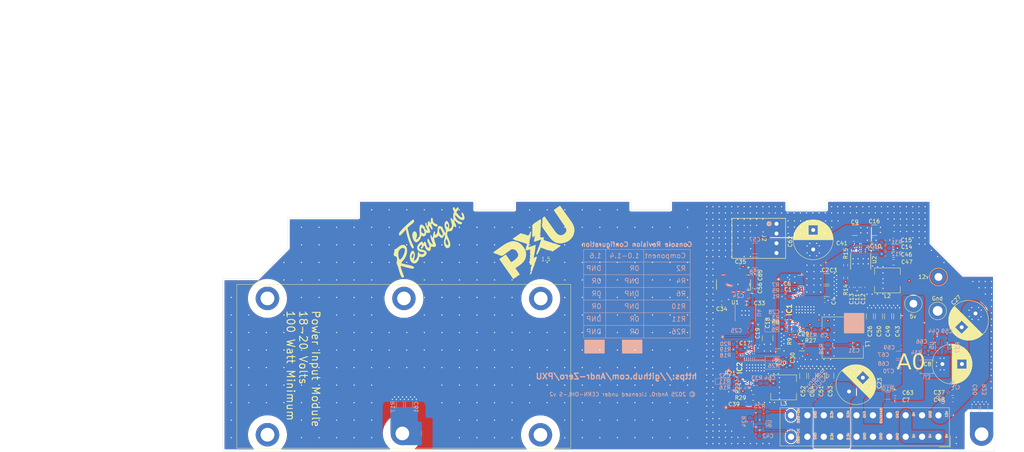
<source format=kicad_pcb>
(kicad_pcb (version 20241229) (generator "pcbnew") (generator_version "9.0")
  (layers (0 "F.Cu" mixed) (4 "In1.Cu" power) (6 "In2.Cu" mixed) (2 "B.Cu" mixed) (13 "F.Paste" user) (15 "B.Paste" user) (5 "F.SilkS" user "F.Silkscreen") (7 "B.SilkS" user "B.Silkscreen") (1 "F.Mask" user) (3 "B.Mask" user) (25 "Edge.Cuts" user))
  (net 0 "")
  (net 1 "GND")
  (net 2 "20V")
  (net 3 "Net-(IC1-VBST)")
  (net 4 "5V Rail Out")
  (net 5 "Net-(IC2-VREG)")
  (net 6 "Net-(IC2-LL_1)")
  (net 7 "3.3V Rail Out")
  (net 8 "1.6 Mode")
  (net 9 "12V Rail Out")
  (net 10 "Net-(U2-VCC)")
  (net 11 "POWON Isolated 1")
  (net 12 "Net-(IC1-LL_1)")
  (net 13 "Net-(IC1-VFB)")
  (net 14 "Net-(IC1-TRIP)")
  (net 15 "Net-(IC1-MODE)")
  (net 16 "5v PwrGood")
  (net 17 "Net-(U2-SW)")
  (net 18 "Net-(U2-BOOT)")
  (net 19 "POWON Isolated 2")
  (net 20 "12v PwrGood")
  (net 21 "Net-(U2-FB)")
  (net 22 "Net-(IC2-VFB)")
  (net 24 "Net-(IC2-TRIP)")
  (net 25 "Net-(IC2-VBST)")
  (net 26 "Switched PwrGood")
  (net 27 "Switch Rail Out")
  (net 28 "POW_ON")
  (net 29 "POW_OK")
  (net 30 "POWON Isolated 3")
  (net 31 "HDD 5v")
  (net 32 "Net-(IC1-VREG)")
  (net 33 "Net-(IC1-EN)")
  (net 34 "Net-(U1-2B)")
  (net 35 "Net-(IC2-EN)")
  (net 36 "GNDPWR")
  (net 37 "Net-(C5-Pad2)")
  (net 38 "Net-(C29-Pad1)")
  (net 39 "Net-(C30-Pad1)")
  (net 40 "Net-(C64-Pad2)")
  (net 41 "Net-(C39-Pad2)")
  (net 43 "Net-(IC2-MODE)")
  (net 44 "Net-(U3-G)")
  (net 45 "Net-(U5-OUTH)")
  (net 46 "Net-(U5-IN-)")
  (net 47 "Net-(U1-2Y)")
  (net 48 "Net-(U6-1A)")
  (footprint "Capacitor_SMD:C_0603_1608Metric_Pad1.08x0.95mm_HandSolder" (layer "F.Cu") (at 191.66 77.5 180)
    (property "Reference" "C33")
    (property "Value" "100nF 10V")
  )
  (footprint "Capacitor_SMD:C_1210_3225Metric_Pad1.33x2.70mm_HandSolder" (layer "F.Cu") (at 196.81 86.5 -90)
    (property "Reference" "C18")
    (property "Value" "47uF 25V")
  )
  (footprint "Capacitor_SMD:C_0805_2012Metric_Pad1.18x1.45mm_HandSolder" (layer "F.Cu") (at 244.24 100.44 180)
    (property "Reference" "C37")
    (property "Value" "10uF 10V")
  )
  (footprint "Capacitor_SMD:C_0805_2012Metric_Pad1.18x1.45mm_HandSolder" (layer "F.Cu") (at 223.566765 61.369999 180)
    (property "Reference" "C10")
    (property "Value" "220nF 25V")
  )
  (footprint "Capacitor_SMD:C_1210_3225Metric_Pad1.33x2.70mm_HandSolder" (layer "F.Cu") (at 199.450006 90.575 180)
    (property "Reference" "C20")
    (property "Value" "47uF 25V")
  )
  (footprint "TestPoint:TestPoint_THTPad_D4.0mm_Drill2.0mm" (layer "F.Cu") (at 234.1806 77.65)
    (property "Reference" "5v")
    (property "Value" "TestPoint")
  )
  (footprint "Capacitor_SMD:C_1206_3216Metric_Pad1.33x1.80mm_HandSolder" (layer "F.Cu") (at 212.860001 96.170001 90)
    (property "Reference" "C53")
    (property "Value" "100uF 10V")
  )
  (footprint "TestPoint:TestPoint_THTPad_D4.0mm_Drill2.0mm" (layer "F.Cu") (at 103.157 110.9575)
    (property "Reference" "REF**" (hide yes))
    (property "Value" "TestPoint_THTPad_D4.0mm_Drill2.0mm")
  )
  (footprint "Capacitor_SMD:C_0603_1608Metric_Pad1.08x0.95mm_HandSolder" (layer "F.Cu") (at 203.88 84.73 90)
    (property "Reference" "C29")
    (property "Value" "1nF 50V")
  )
  (footprint "Library:CONN_171826-4_TYCO_TYC" (layer "F.Cu") (at 199.08 57.14 -90)
    (property "Reference" "J2")
    (property "Value" "171826-4")
  )
  (footprint "Capacitor_SMD:C_1210_3225Metric_Pad1.33x2.70mm_HandSolder" (layer "F.Cu") (at 224.16677 58.795003 180)
    (property "Reference" "C16")
    (property "Value" "47uF 25V")
  )
  (footprint "Resistor_SMD:R_1206_3216Metric_Pad1.30x1.75mm_HandSolder" (layer "F.Cu") (at 205.59 88.86 180)
    (property "Reference" "R27")
    (property "Value" "3Ω")
  )
  (footprint "Capacitor_SMD:C_0603_1608Metric_Pad1.08x0.95mm_HandSolder" (layer "F.Cu") (at 191.8388 89.1308)
    (property "Reference" "C17")
    (property "Value" "1uF 16V")
  )
  (footprint "Package_SO:Texas_HSOP-8-1EP_3.9x4.9mm_P1.27mm_ThermalVias" (layer "F.Cu") (at 220.666767 66.770012 -90)
    (property "Reference" "U2")
    (property "Value" "LMR33640ADDAR")
  )
  (footprint "Capacitor_SMD:C_0603_1608Metric_Pad1.08x0.95mm_HandSolder" (layer "F.Cu") (at 194.2264 88.2418 -90)
    (property "Reference" "C19")
    (property "Value" "4.7uF 25V")
  )
  (footprint "Capacitor_SMD:C_0603_1608Metric_Pad1.08x0.95mm_HandSolder" (layer "F.Cu") (at 218.291754 73.457501 -90)
    (property "Reference" "C13")
    (property "Value" "12pF 25V")
  )
  (footprint "Capacitor_SMD:C_1206_3216Metric_Pad1.33x1.80mm_HandSolder" (layer "F.Cu") (at 227.7036 80.9012 -90)
    (property "Reference" "C49")
    (property "Value" "100uF 10V")
  )
  (footprint "Capacitor_SMD:C_0603_1608Metric_Pad1.08x0.95mm_HandSolder" (layer "F.Cu") (at 218.8575 62.14)
    (property "Reference" "C41")
    (property "Value" "100nF 10V")
  )
  (footprint "Capacitor_THT:CP_Radial_D10.0mm_P5.00mm" (layer "F.Cu") (at 250.092771 80.157229 -135)
    (property "Reference" "C27")
    (property "Value" "2200uF 16V")
  )
  (footprint "Capacitor_SMD:C_1206_3216Metric_Pad1.33x1.80mm_HandSolder" (layer "F.Cu") (at 230.0404 80.9012 -90)
    (property "Reference" "C43")
    (property "Value" "100uF 10V")
  )
  (footprint "Inductor_SMD:L_6.3x6.3_H3" (layer "F.Cu") (at 200.899802 99.141097)
    (property "Reference" "L3")
    (property "Value" "XAL6060-472MEC")
  )
  (footprint "Capacitor_THT:CP_Radial_D10.0mm_P5.00mm" (layer "F.Cu") (at 208.490002 63.739999 90)
    (property "Reference" "C62")
    (property "Value" "680uF 35V")
  )
  (footprint "" (layer "F.Cu") (at 68.58 111.28)
    (property "Reference" "")
    (property "Value" "")
  )
  (footprint "Resistor_SMD:R_0603_1608Metric_Pad0.98x0.95mm_HandSolder" (layer "F.Cu") (at 216.816764 67.770007 -90)
    (property "Reference" "R15")
    (property "Value" "9.53kΩ")
  )
  (footprint "Capacitor_SMD:C_1206_3216Metric_Pad1.33x1.80mm_HandSolder" (layer "F.Cu") (at 225.3668 80.9012 -90)
    (property "Reference" "C50")
    (property "Value" "100uF 10V")
  )
  (footprint "Resistor_SMD:R_0603_1608Metric_Pad0.98x0.95mm_HandSolder" (layer "F.Cu") (at 190.49 99.33 -90)
    (property "Reference" "R22")
    (property "Value" "44.2kΩ")
  )
  (footprint "Capacitor_SMD:C_0603_1608Metric_Pad1.08x0.95mm_HandSolder" (layer "F.Cu") (at 191.22 103.41)
    (property "Reference" "C39")
    (property "Value" "100pF")
  )
  (footprint "Capacitor_THT:CP_Radial_D10.0mm_P5.00mm" (layer "F.Cu") (at 241.611996 93.144004)
    (property "Reference" "C8")
    (property "Value" "2200uF 16V")
  )
  (footprint "Capacitor_SMD:C_1206_3216Metric_Pad1.33x1.80mm_HandSolder" (layer "F.Cu") (at 210.54 96.17 90)
    (property "Reference" "C51")
    (property "Value" "100uF 10V")
  )
  (footprint "Capacitor_SMD:C_1206_3216Metric_Pad1.33x1.80mm_HandSolder" (layer "F.Cu") (at 208.23 96.180002 90)
    (property "Reference" "C54")
    (property "Value" "100uF 10V")
  )
  (footprint "Capacitor_SMD:C_1206_3216Metric_Pad1.33x1.80mm_HandSolder" (layer "F.Cu") (at 205.929997 96.179999 90)
    (property "Reference" "C52")
    (property "Value" "100uF 10V")
  )
  (footprint "Resistor_SMD:R_0603_1608Metric_Pad0.98x0.95mm_HandSolder" (layer "F.Cu") (at 216.816766 71.069998 -90)
    (property "Reference" "R14")
    (property "Value" "105kΩ")
  )
  (footprint "Library:SON50P500X600X150-23N-D" (layer "F.Cu") (at 206.365201 79.255999 90)
    (property "Reference" "IC1")
    (property "Value" "TPS53319DQPT" (hide yes))
  )
  (footprint "Capacitor_SMD:C_0603_1608Metric_Pad1.08x0.95mm_HandSolder" (layer "F.Cu") (at 229.52 102.38)
    (property "Reference" "C7")
    (property "Value" "1uF 10V")
  )
  (footprint "Capacitor_SMD:C_0805_2012Metric_Pad1.18x1.45mm_HandSolder" (layer "F.Cu") (at 229.494401 100.51)
    (property "Reference" "C63")
    (property "Value" "10uF 10V")
  )
  (footprint "Capacitor_SMD:C_0603_1608Metric_Pad1.08x0.95mm_HandSolder" (layer "F.Cu") (at 193.41 70.31 90)
    (property "Reference" "C65")
    (property "Value" "100nF 10V")
  )
  (footprint "" (layer "F.Cu") (at 68.58 76.28)
    (property "Reference" "")
    (property "Value" "")
  )
  (footprint "Library:D14" (layer "F.Cu") (at 188.059566 72.7599 -90)
    (property "Reference" "U1")
    (property "Value" "SN74LVC08ADR")
  )
  (footprint "Connector_Molex:Molex_Mini-Fit_Jr_5566-20A_2x10_P4.20mm_Vertical" (layer "F.Cu") (at 240.600003 111.799998 180)
    (property "Reference" "J1" (hide yes))
    (property "Value" "39-38-1203")
  )
  (footprint "Capacitor_SMD:C_0603_1608Metric_Pad1.08x0.95mm_HandSolder" (layer "F.Cu") (at 204.475 91.65 -90)
    (property "Reference" "C30")
    (property "Value" "180pF")
  )
  (footprint "Capacitor_SMD:C_1210_3225Metric_Pad1.33x2.70mm_HandSolder" (layer "F.Cu") (at 205.2975 71.73)
    (property "Reference" "C6")
    (property "Value" "47uF 25V")
  )
  (footprint "Capacitor_SMD:C_1210_3225Metric_Pad1.33x2.70mm_HandSolder" (layer "F.Cu") (at 219.141769 58.787514)
    (property "Reference" "C9")
    (property "Value" "47uF 25V")
  )
  (footprint "Capacitor_SMD:C_0603_1608Metric_Pad1.08x0.95mm_HandSolder" (layer "F.Cu") (at 189.7 68.13)
    (property "Reference" "C35")
    (property "Value" "100nF 10V")
  )
  (footprint "TestPoint:TestPoint_THTPad_D4.0mm_Drill2.0mm" (layer "F.Cu") (at 138.565 111.3)
    (property "Reference" "REF**" (hide yes))
    (property "Value" "TestPoint_THTPad_D4.0mm_Drill2.0mm")
  )
  (footprint "Capacitor_SMD:C_0603_1608Metric_Pad1.08x0.95mm_HandSolder" (layer "F.Cu") (at 211.427685 76.80928 180)
    (property "Reference" "C4")
    (property "Value" "4.7uF 25V")
  )
  (footprint "Capacitor_SMD:C_0603_1608Metric_Pad1.08x0.95mm_HandSolder" (layer "F.Cu") (at 229.027501 61.342513 180)
    (property "Reference" "C15")
    (property "Value" "100nF 50V")
  )
  (footprint "" (layer "F.Cu") (at 103.565 76.3)
    (property "Reference" "")
    (property "Value" "")
  )
  (footprint "Capacitor_SMD:C_0805_2012Metric_Pad1.18x1.45mm_HandSolder" (layer "F.Cu") (at 229.077489 67.017514)
    (property "Reference" "C47")
    (property "Value" "22uF 25V")
  )
  (footprint "Capacitor_SMD:C_1210_3225Metric_Pad1.33x2.70mm_HandSolder" (layer "F.Cu") (at 211.93 71.29 180)
    (property "Reference" "C3")
    (property "Value" "47uF 25V")
  )
  (footprint "Capacitor_SMD:C_1206_3216Metric_Pad1.33x1.80mm_HandSolder" (layer "F.Cu") (at 223.03 80.9012 -90)
    (property "Reference" "C26")
    (property "Value" "100uF 10V")
  )
  (footprint "Capacitor_THT:CP_Radial_D10.0mm_P5.00mm" (layer "F.Cu") (at 217.682232 100.187772 45)
    (property "Reference" "C23")
    (property "Value" "1500uF 6.3V")
  )
  (footprint "Capacitor_SMD:C_0603_1608Metric_Pad1.08x0.95mm_HandSolder" (layer "F.Cu") (at 219.76677 73.457496 90)
    (property "Reference" "C11")
    (property "Value" "1uF 16V")
  )
  (footprint "Inductor_SMD:L_6.3x6.3_H3" (layer "F.Cu") (at 227.5114 71.670004)
    (property "Reference" "L2")
    (property "Value" "XAL6060-103MEB")
  )
  (footprint "Resistor_SMD:R_0603_1608Metric_Pad0.98x0.95mm_HandSolder" (layer "F.Cu") (at 188.64 96.9032)
    (property "Reference" "R21")
    (property "Value" "10kΩ")
  )
  (footprint "Capacitor_SMD:C_1210_3225Metric_Pad1.33x2.70mm_HandSolder" (layer "F.Cu") (at 211.927694 74.48101 180)
    (property "Reference" "C2")
    (property "Value" "47uF 25V")
  )
  (footprint "Capacitor_SMD:C_0603_1608Metric_Pad1.08x0.95mm_HandSolder" (layer "F.Cu") (at 204.55 74.075)
    (property "Reference" "C1")
    (property "Value" "1uF 16V")
  )
  (footprint "Resistor_SMD:R_0603_1608Metric_Pad0.98x0.95mm_HandSolder" (layer "F.Cu") (at 202.41 84.74 -90)
    (property "Reference" "R9")
    (property "Value" "71.5kΩ")
  )
  (footprint "Library:SON50P500X600X150-23N-D" (layer "F.Cu") (at 193.624802 94.166097 90)
    (property "Reference" "IC2")
    (property "Value" "TPS53318DQPT" (hide yes))
  )
  (footprint "Inductor_SMD:L_10.4x10.4_H4.8" (layer "F.Cu") (at 216.052699 86.356014)
    (property "Reference" "L1" (hide yes))
    (property "Value" "XAL1010-222MED" (hide yes))
  )
  (footprint "TestPoint:TestPoint_THTPad_D4.0mm_Drill2.0mm" (layer "F.Cu") (at 240.61 70.79)
    (property "Reference" "12v")
    (property "Value" "TestPoint")
  )
  (footprint "Capacitor_SMD:C_0603_1608Metric_Pad1.08x0.95mm_HandSolder" (layer "F.Cu") (at 185.03 77.5 180)
    (property "Reference" "C34")
    (property "Value" "100nF 10V")
  )
  (footprint "Resistor_SMD:R_0805_2012Metric_Pad1.20x1.40mm_HandSolder" (layer "F.Cu") (at 193.1 101.717679 180)
    (property "Reference" "R29")
    (property "Value" "3Ω")
  )
  (footprint "TestPoint:TestPoint_THTPad_D4.0mm_Drill2.0mm" (layer "F.Cu") (at 68.565 76.3)
    (property "Reference" "REF**" (hide yes))
    (property "Value" "TestPoint_THTPad_D4.0mm_Drill2.0mm")
  )
  (footprint "" (layer "F.Cu") (at 138.64 76.33)
    (property "Reference" "")
    (property "Value" "")
  )
  (footprint "Capacitor_SMD:C_0805_2012Metric_Pad1.18x1.45mm_HandSolder" (layer "F.Cu") (at 229.072501 65.037502)
    (property "Reference" "C46")
    (property "Value" "22uF 25V")
  )
  (footprint "TestPoint:TestPoint_THTPad_D4.0mm_Drill2.0mm" (layer "F.Cu") (at 240.4 79.5)
    (property "Reference" "Gnd")
    (property "Value" "TestPoint")
  )
  (footprint "Resistor_SMD:R_0603_1608Metric_Pad0.98x0.95mm_HandSolder" (layer "F.Cu") (at 201.417498 82.34)
    (property "Reference" "R8")
    (property "Value" "10kΩ")
  )
  (footprint "Capacitor_SMD:C_0603_1608Metric_Pad1.08x0.95mm_HandSolder" (layer "F.Cu") (at 193.41 73.65 -90)
    (property "Reference" "C56")
    (property "Value" "1uF 6.3V")
  )
  (footprint "" (layer "F.Cu") (at 251.66 111.14)
    (property "Reference" "")
    (property "Value" "")
  )
  (footprint "Capacitor_SMD:C_0805_2012Metric_Pad1.18x1.45mm_HandSolder" (layer "F.Cu") (at 229.072484 63.067506)
    (property "Reference" "C14")
    (property "Value" "22uF 25V")
  )
  (footprint "" (layer "F.Cu") (at 68.58 111.28)
    (property "Reference" "")
    (property "Value" "")
  )
  (footprint "Capacitor_SMD:C_0603_1608Metric_Pad1.08x0.95mm_HandSolder" (layer "F.Cu") (at 221.241761 73.457506 -90)
    (property "Reference" "C12")
    (property "Value" "100nF 10V")
  )
  (footprint "Capacitor_SMD:C_0603_1608Metric_Pad1.08x0.95mm_HandSolder" (layer "F.Cu") (at 244.301784 102.320896 180)
    (property "Reference" "C48")
    (property "Value" "1uF 10V")
  )
  (footprint "Capacitor_SMD:C_1206_3216Metric_Pad1.33x1.80mm_HandSolder" (layer "B.Cu") (at 230.47 90.75 180)
    (property "Reference" "C67")
    (property "Value" "100uF 10V")
  )
  (footprint "Capacitor_SMD:C_0603_1608Metric_Pad1.08x0.95mm_HandSolder" (layer "B.Cu") (at 231.04 94.95 180)
    (property "Reference" "C70")
    (property "Value" "1uF 10V")
  )
  (footprint "Capacitor_SMD:C_0603_1608Metric_Pad1.08x0.95mm_HandSolder" (layer "B.Cu") (at 201.432704 79.786)
    (property "Reference" "C28")
    (property "Value" "100nF 50V")
  )
  (footprint "Resistor_SMD:R_0603_1608Metric_Pad0.98x0.95mm_HandSolder" (layer "B.Cu") (at 226.957497 64.8738 180)
    (property "Reference" "R12")
    (property "Value" "105kΩ")
  )
  (footprint "Resistor_SMD:R_0603_1608Metric_Pad0.98x0.95mm_HandSolder" (layer "B.Cu") (at 201.43 82.72)
    (property "Reference" "R2")
    (property "Value" "0Ω")
  )
  (footprint "Capacitor_SMD:C_1206_3216Metric_Pad1.33x1.80mm_HandSolder" (layer "B.Cu") (at 104.867 103.5275 -90)
    (property "Reference" "C61")
    (property "Value" "100nF 50V")
  )
  (footprint "Capacitor_SMD:C_0603_1608Metric_Pad1.08x0.95mm_HandSolder" (layer "B.Cu") (at 209.524588 102.019547 -45)
    (property "Reference" "C21")
    (property "Value" "1uF 10V")
  )
  (footprint "Resistor_SMD:R_1206_3216Metric_Pad1.30x1.75mm_HandSolder" (layer "B.Cu") (at 227.602 101.272 180)
    (property "Reference" "R10")
    (property "Value" "0Ω")
  )
  (footprint "Resistor_SMD:R_0603_1608Metric_Pad0.98x0.95mm_HandSolder" (layer "B.Cu") (at 238.03 90.27 180)
    (property "Reference" "R34")
    (property "Value" "22Ω")
  )
  (footprint "Capacitor_SMD:C_0805_2012Metric_Pad1.18x1.45mm_HandSolder" (layer "B.Cu") (at 243.767694 99.685831 -45)
    (property "Reference" "C45")
    (property "Value" "22uF 25V")
  )
  (footprint "Resistor_SMD:R_0603_1608Metric_Pad0.98x0.95mm_HandSolder" (layer "B.Cu") (at 194.0486 98.0462)
    (property "Reference" "R33")
    (property "Value" "0Ω")
  )
  (footprint "Resistor_SMD:R_0603_1608Metric_Pad0.98x0.95mm_HandSolder" (layer "B.Cu") (at 189.093802 99.03 180)
    (property "Reference" "R16")
    (property "Value" "105kΩ")
  )
  (footprint "Library:SO-8EP_DIO" (layer "B.Cu") (at 191.0768 80.0376 90)
    (property "Reference" "U4")
    (property "Value" "AP7375Q-33SP-13")
  )
  (footprint "Resistor_SMD:R_0805_2012Metric_Pad1.20x1.40mm_HandSolder" (layer "B.Cu") (at 212.190199 89.230996 -90)
    (property "Reference" "R28")
    (property "Value" "1.87kΩ")
  )
  (footprint "Capacitor_SMD:C_0603_1608Metric_Pad1.08x0.95mm_HandSolder" (layer "B.Cu") (at 242.71 86.04 180)
    (property "Reference" "C59")
    (property "Value" "100nF 50V")
  )
  (footprint "Capacitor_SMD:C_0603_1608Metric_Pad1.08x0.95mm_HandSolder" (layer "B.Cu") (at 189.098598 96.116802 180)
    (property "Reference" "C32")
    (property "Value" "100nF 50V")
  )
  (footprint "Resistor_SMD:R_0603_1608Metric_Pad0.98x0.95mm_HandSolder" (layer "B.Cu") (at 201.61 93.49 180)
    (property "Reference" "R26")
    (property "Value" "0Ω")
  )
  (footprint "Resistor_SMD:R_0603_1608Metric_Pad0.98x0.95mm_HandSolder" (layer "B.Cu") (at 201.397497 75.8)
    (property "Reference" "R1")
    (property "Value" "150kΩ")
  )
  (footprint "Resistor_SMD:R_0603_1608Metric_Pad0.98x0.95mm_HandSolder" (layer "B.Cu") (at 188.9432 87.918 180)
    (property "Reference" "R20")
    (property "Value" "105kΩ")
  )
  (footprint "Capacitor_SMD:C_0603_1608Metric_Pad1.08x0.95mm_HandSolder" (layer "B.Cu") (at 210.571107 100.973034 -45)
    (property "Reference" "C22")
    (property "Value" "1uF 10V")
  )
  (footprint "Package_TO_SOT_SMD:SOT-23-5" (layer "B.Cu") (at 241.46 88.89 -90)
    (property "Reference" "U5")
    (property "Value" "UCC27517A")
  )
  (footprint "Resistor_SMD:R_0603_1608Metric_Pad0.98x0.95mm_HandSolder" (layer "B.Cu") (at 244.08 89.14 90)
    (property "Reference" "R37")
    (property "Value" "100Ω")
  )
  (footprint "Resistor_SMD:R_0603_1608Metric_Pad0.98x0.95mm_HandSolder" (layer "B.Cu") (at 201.42 84.18 180)
    (property "Reference" "R6")
    (property "Value" "0Ω")
  )
  (footprint "Resistor_SMD:R_0603_1608Metric_Pad0.98x0.95mm_HandSolder" (layer "B.Cu") (at 188.9432 90.858)
    (property "Reference" "R18")
    (property "Value" "80.6kΩ")
  )
  (footprint "Capacitor_SMD:C_1210_3225Metric_Pad1.33x2.70mm_HandSolder" (layer "B.Cu") (at 193.58 67.05 180)
    (property "Reference" "C58")
    (property "Value" "22uF 35V")
  )
  (footprint "Imports:CSD25402Q3A" (layer "B.Cu") (at 237.5606 93.84)
    (property "Reference" "U3")
    (property "Value" "CSD25402Q3A")
  )
  (footprint "Resistor_SMD:R_0603_1608Metric_Pad0.98x0.95mm_HandSolder" (layer "B.Cu") (at 192.19 107.9 -90)
    (property "Reference" "R24")
    (property "Value" "105k Ω")
  )
  (footprint "Capacitor_SMD:C_0603_1608Metric_Pad1.08x0.95mm_HandSolder" (layer "B.Cu") (at 212.65 98.88 -45)
    (property "Reference" "C38")
    (property "Value" "1uF 10V")
  )
  (footprint "Capacitor_SMD:C_0603_1608Metric_Pad1.08x0.95mm_HandSolder" (layer "B.Cu") (at 197.4014 98.0462 180)
    (property "Reference" "C64")
    (property "Value" "100nF 50V")
  )
  (footprint "Capacitor_SMD:C_1210_3225Metric_Pad1.33x2.70mm_HandSolder" (layer "B.Cu") (at 193.52 63.48 180)
    (property "Reference" "C57")
    (property "Value" "22uF 35V")
  )
  (footprint "Resistor_SMD:R_0603_1608Metric_Pad0.98x0.95mm_HandSolder" (layer "B.Cu") (at 201.397498 72.850001 180)
    (property "Reference" "R7")
    (property "Value" "105kΩ")
  )
  (footprint "Resistor_SMD:R_0603_1608Metric_Pad0.98x0.95mm_HandSolder" (layer "B.Cu") (at 195.79 105.34)
    (property "Reference" "R25")
    (property "Value" "33 Ω")
  )
  (footprint "Resistor_SMD:R_0603_1608Metric_Pad0.98x0.95mm_HandSolder" (layer "B.Cu") (at 201.397496 74.325 180)
    (property "Reference" "R5")
    (property "Value" "475kΩ")
  )
  (footprint "Resistor_SMD:R_1206_3216Metric_Pad1.30x1.75mm_HandSolder" (layer "B.Cu") (at 252.3606 104.672493 -90)
    (property "Reference" "R23")
    (property "Value" "1MΩ")
  )
  (footprint "Capacitor_SMD:C_0603_1608Metric_Pad1.08x0.95mm_HandSolder" (layer "B.Cu") (at 239.4 86.04 180)
    (property "Reference" "C44")
    (property "Value" "1uF 16V")
  )
  (footprint "Resistor_SMD:R_0603_1608Metric_Pad0.98x0.95mm_HandSolder" (layer "B.Cu") (at 207.995094 84.390006)
    (property "Reference" "R32")
    (property "Value" "0Ω")
  )
  (footprint "Resistor_SMD:R_0603_1608Metric_Pad0.98x0.95mm_HandSolder" (layer "B.Cu") (at 226.957472 61.902 180)
    (property "Reference" "R31")
    (property "Value" "55kΩ")
  )
  (footprint "Capacitor_SMD:C_0603_1608Metric_Pad1.08x0.95mm_HandSolder" (layer "B.Cu") (at 213.682372 97.847617 -45)
    (property "Reference" "C40")
    (property "Value" "1uF 10V")
  )
  (footprint "Resistor_SMD:R_0603_1608Metric_Pad0.98x0.95mm_HandSolder" (layer "B.Cu") (at 189.09 97.57 180)
    (property "Reference" "R11")
    (property "Value" "0Ω")
  )
  (footprint "Resistor_SMD:R_0603_1608Metric_Pad0.98x0.95mm_HandSolder" (layer "B.Cu") (at 226.957494 63.376999)
    (property "Reference" "R13")
    (property "Value" "105kΩ")
  )
  (footprint "Package_TO_SOT_SMD:SOT-23-6_Handsoldering" (layer "B.Cu") (at 194.77 108.48 -90)
    (property "Reference" "U6")
    (property "Value" "SN74LVC2G17DBVR")
  )
  (footprint "Capacitor_SMD:C_0603_1608Metric_Pad1.08x0.95mm_HandSolder" (layer "B.Cu") (at 191.825 84.5214 180)
    (property "Reference" "C25")
    (property "Value" "2.2uF 6.3V")
  )
  (footprint "Capacitor_SMD:C_0603_1608Metric_Pad1.08x0.95mm_HandSolder" (layer "B.Cu") (at 236.29 88.76)
    (property "Reference" "C66")
    (property "Value" "10uF 16V")
  )
  (footprint "Capacitor_SMD:C_0603_1608Metric_Pad1.08x0.95mm_HandSolder" (layer "B.Cu") (at 193.83 111.61)
    (property "Reference" "C42")
    (property "Value" "100nF 10V")
  )
  (footprint "Resistor_SMD:R_0603_1608Metric_Pad0.98x0.95mm_HandSolder" (layer "B.Cu") (at 201.61 91.984205 180)
    (property "Reference" "R4")
    (property "Value" "0Ω")
  )
  (footprint "Resistor_SMD:R_0603_1608Metric_Pad0.98x0.95mm_HandSolder" (layer "B.Cu") (at 188.9432 89.393 180)
    (property "Reference" "R19")
    (property "Value" "475kΩ")
  )
  (footprint "Capacitor_SMD:C_0805_2012Metric_Pad1.18x1.45mm_HandSolder" (layer "B.Cu") (at 242.38 101.07 135)
    (property "Reference" "C55")
    (property "Value" "22uF 25V")
  )
  (footprint "Capacitor_SMD:C_0603_1608Metric_Pad1.08x0.95mm_HandSolder" (layer "B.Cu") (at 192.3468 75.5672 180)
    (property "Reference" "C24")
    (property "Value" "1uF 35V")
  )
  (footprint "Capacitor_SMD:C_0603_1608Metric_Pad1.08x0.95mm_HandSolder" (layer "B.Cu") (at 231.06 88.87 180)
    (property "Reference" "C69")
    (property "Value" "1uF 10V")
  )
  (footprint "Capacitor_SMD:C_0603_1608Metric_Pad1.08x0.95mm_HandSolder" (layer "B.Cu") (at 211.29 84.389995 180)
    (property "Reference" "C5")
    (property "Value" "100nF 50V")
  )
  (footprint "Capacitor_SMD:C_0603_1608Metric_Pad1.08x0.95mm_HandSolder" (layer "B.Cu") (at 218.990199 88.230995 180)
    (property "Reference" "C31")
    (property "Value" "100nF 50V")
  )
  (footprint "Resistor_SMD:R_1206_3216Metric_Pad1.30x1.75mm_HandSolder" (layer "B.Cu") (at 102.547 103.4925 -90)
    (property "Reference" "R17")
    (property "Value" "1MΩ")
  )
  (footprint "Capacitor_SMD:C_1206_3216Metric_Pad1.33x1.80mm_HandSolder" (layer "B.Cu") (at 250.0356 104.672493 -90)
    (property "Reference" "C60")
    (property "Value" "100nF 50V")
  )
  (footprint "Capacitor_SMD:C_0603_1608Metric_Pad1.08x0.95mm_HandSolder" (layer "B.Cu") (at 211.594643 99.931818 -45)
    (property "Reference" "C36")
    (property "Value" "1uF 10V")
  )
  (footprint "Capacitor_SMD:C_1206_3216Metric_Pad1.33x1.80mm_HandSolder" (layer "B.Cu") (at 230.48 93.06 180)
    (property "Reference" "C68")
    (property "Value" "100uF 10V")
  )
  (footprint "Resistor_SMD:R_0603_1608Metric_Pad0.98x0.95mm_HandSolder" (layer "B.Cu") (at 201.43 81.24)
    (property "Reference" "R3")
    (property "Value" "105kΩ")
  )
  (gr_line (start 206.365191 76.80929) (end 206.365196 74.284296) (stroke (width 0.3)) (layer "F.Cu") (net 2))
  (gr_line (start 222.366776 68.769997) (end 222.366761 71.35) (stroke (width 0.3)) (layer "F.Cu") (net 17))
  (gr_rect (start 196.215 91.26) (end 196.385 92.1) (stroke (width 0.2)) (fill no) (layer "F.Cu") (net 2))
  (gr_line (start 191.1558 96.85) (end 189.7842 96.85) (stroke (width 0.2)) (layer "F.Cu") (net 22))
  (gr_line (start 193.62479 91.841096) (end 196.3248 91.841096) (stroke (width 0.3)) (layer "F.Cu") (net 2))
  (gr_line (start 222.566771 63.57) (end 222.566766 66.094998) (stroke (width 0.3)) (layer "F.Cu") (net 1))
  (gr_rect (start 194.065737 100.850577) (end 195.259537 102.323777) (stroke (width 0.2)) (fill yes) (layer "F.Cu") (net 6))
  (gr_line (start 205.909999 90.827496) (end 205.91 79.952503) (stroke (width 0.2)) (layer "F.Cu") (net 1))
  (gr_line (start 203.815197 83.884293) (end 203.815198 81.609293) (stroke (width 0.2)) (layer "F.Cu") (net 13))
  (gr_line (start 190.5 98.295) (end 190.5 96.845) (stroke (width 0.2)) (layer "F.Cu") (net 22))
  (gr_rect (start 206.31 87.91) (end 208.21 89.98) (stroke (width 0.2)) (fill yes) (layer "F.Cu") (net 12))
  (gr_line (start 193.574802 90.97) (end 193.574802 91.36) (stroke (width 0.2)) (layer "F.Cu") (net 2))
  (gr_line (start 206.365191 76.80929) (end 209.47 76.80929) (stroke (width 0.3)) (layer "F.Cu") (net 2))
  (gr_rect (start 197.6808 96.237794) (end 198.5444 102.044399) (stroke (width 0.2)) (fill yes) (layer "F.Cu") (net 6))
  (gr_line (start 195.06 102.04) (end 194.38 102.04) (stroke (width 0.2)) (layer "F.Cu") (net 6))
  (gr_line (start 206.365193 81.581003) (end 206.365203 83.430992) (stroke (width 0.3)) (layer "F.Cu") (net 12))
  (gr_poly (pts (xy 195.518481 87.50174) (xy 198.089992 87.5) (xy 198.658804 88.909304) (xy 198.65809 92.102354) (xy 196.399819 92.099563) (xy 196.4 90.98) (xy 193.574794 90.98) (xy 193.574794 88.61) (xy 195.081277 88.61)) (stroke (width 0.2)) (fill yes) (layer "F.Cu") (net 2))
  (gr_line (start 203.8 82.040001) (end 202.342506 82.039999) (stroke (width 0.2)) (layer "F.Cu") (net 13))
  (gr_rect (start 209.03 81.455) (end 209.12 82.205) (stroke (width 0.2)) (fill no) (layer "F.Cu") (net 12))
  (gr_line (start 193.624792 96.612809) (end 193.624802 98.462798) (stroke (width 0.3)) (layer "F.Cu") (net 6))
  (gr_line (start 206.415201 81.680997) (end 212.24 81.680992) (stroke (width 0.3)) (layer "F.Cu") (net 12))
  (gr_line (start 223.516763 68.77) (end 222.366776 68.769997) (stroke (width 0.3)) (layer "F.Cu") (net 17))
  (gr_line (start 220.677166 61.21) (end 220.677166 64.973454) (stroke (width 0.2)) (layer "F.Cu") (net 1))
  (gr_rect (start 196.265 96.23) (end 196.435 97.07) (stroke (width 0.2)) (fill no) (layer "F.Cu") (net 6))
  (gr_rect (start 209.025 76.27) (end 209.115 77.19) (stroke (width 0.2)) (fill no) (layer "F.Cu") (net 2))
  (gr_poly (pts (xy 210.96711 77.18) (xy 211.5 75.76941) (xy 211.5 70.12) (xy 205.8 70.12) (xy 205.8 72.57) (xy 206.3 73.394611) (xy 206.3 75.7125) (xy 209.29 75.7125) (xy 209.29 77.18)) (stroke (width 0.2)) (fill yes) (layer "F.Cu") (net 2))
  (gr_line (start 193.6748 96.712803) (end 196.474791 96.712798) (stroke (width 0.3)) (layer "F.Cu") (net 6))
  (gr_rect (start 210.518999 81.448213) (end 211.433399 91.252613) (stroke (width 0.2)) (fill yes) (layer "F.Cu") (net 12))
  (gr_line (start 193.127063 96.5984) (end 193.127063 95.2522) (stroke (width 0.3)) (layer "F.Cu") (net 1))
  (gr_line (start 221.94 68.39) (end 221.94 70.75) (stroke (width 0.2)) (layer "F.Cu") (net 1))
  (gr_rect (start 193.955 89.17) (end 194.785 90.19) (stroke (width 0.2)) (fill yes) (layer "B.Cu") (net 2))
  (gr_rect (start 193.7184 89.1181) (end 194.328 90.1595) (stroke (width 0.2)) (fill yes) (layer "B.Cu") (net 2))
  (gr_rect (start 97.747 102.1675) (end 109.097 102.7425) (stroke (width 0.2)) (fill yes) (layer "B.Cu") (net 1))
  (gr_rect (start 102.897 108.0525) (end 108.022 113.8675) (stroke (width 0.2)) (fill yes) (layer "B.Cu") (net 36))
  (gr_poly (pts (xy 228.534107 102.332244) (xy 236.022662 102.336661) (xy 236.278629 102.080935) (xy 236.281093 95.134949) (xy 228.534107 100.29784)) (fill yes) (layer "B.Cu") (net 31))
  (gr_rect (start 100.197 104.2625) (end 107.017 110.8775) (stroke (width 0.2)) (fill yes) (layer "B.Cu") (net 36))
  (gr_poly (pts (xy 243.357395 91.1182) (xy 236.853795 91.1182) (xy 236.853795 96.4974) (xy 243.357395 96.4974)) (stroke (width 0.2)) (fill yes) (layer "B.Cu") (net 4))
  (gr_rect (start 206.295 74.31) (end 207.125 75.33) (stroke (width 0.2)) (fill yes) (layer "B.Cu") (net 2))
  (gr_rect (start 109.23 105.49) (end 110.63 106.83) (stroke (width 0.2)) (fill yes) (layer "B.Cu") (net 1))
  (gr_rect (start 248.76 105.5475) (end 254.56 110.9925) (stroke (width 0.2)) (fill yes) (layer "B.Cu") (net 36))
  (gr_rect (start 232.074933 93.408) (end 236.2018 98.986) (stroke (width 0.2)) (fill yes) (layer "B.Cu") (net 31))
  (gr_poly (pts (xy 138.352414 63.695666) (xy 138.319269 63.814827) (xy 138.305016 63.86363) (xy 138.291684 63.906247) (xy 138.278811 63.94344) (xy 138.265926 63.975952) (xy 138.252563 64.004542) (xy 138.245559 64.0176) (xy 138.238258 64.029962) (xy 138.230607 64.041711) (xy 138.222545 64.052955) (xy 138.21401 64.063785) (xy 138.204954 64.074287) (xy 138.185015 64.094706) (xy 138.162271 64.114961) (xy 138.13625 64.135807) (xy 138.106485 64.157997) (xy 138.033853 64.209421) (xy 137.981784 63.858283)) (stroke (width -0.000001)) (fill yes) (layer "F.SilkS"))
  (gr_rect (start 60.724 72.697) (end 146.322 114.734) (stroke (width 0.1)) (fill no) (layer "F.SilkS"))
  (gr_poly (pts (xy 116.374366 52.893132) (xy 116.388095 52.894123) (xy 116.401588 52.895757) (xy 116.414831 52.898018) (xy 116.427809 52.900894) (xy 116.440508 52.904368) (xy 116.452913 52.908427) (xy 116.465009 52.913056) (xy 116.476782 52.918241) (xy 116.488218 52.923966) (xy 116.499302 52.930218) (xy 116.510019 52.936982) (xy 116.520355 52.944244) (xy 116.530296 52.951988) (xy 116.539826 52.960201) (xy 116.548932 52.968867) (xy 116.557598 52.977972) (xy 116.56581 52.987503) (xy 116.573555 52.997443) (xy 116.580816 53.007779) (xy 116.58758 53.018496) (xy 116.593832 53.02958) (xy 116.599558 53.041016) (xy 116.604743 53.052789) (xy 116.609372 53.064886) (xy 116.613431 53.07729) (xy 116.616905 53.089989) (xy 116.619781 53.102967) (xy 116.622042 53.11621) (xy 116.623676 53.129703) (xy 116.624666 53.143432) (xy 116.625 53.157382) (xy 116.625514 53.18937) (xy 116.627048 53.21919) (xy 116.629585 53.246842) (xy 116.633113 53.272328) (xy 116.637616 53.29565) (xy 116.64308 53.316811) (xy 116.64949 53.33581) (xy 116.656832 53.35265) (xy 116.665092 53.367333) (xy 116.674254 53.37986) (xy 116.684304 53.390233) (xy 116.695228 53.398453) (xy 116.707011 53.404522) (xy 116.719638 53.408442) (xy 116.733096 53.410213) (xy 116.747369 53.409839) (xy 116.762443 53.40732) (xy 116.778304 53.402658) (xy 116.794936 53.395855) (xy 116.812326 53.386912) (xy 116.830459 53.375831) (xy 116.84932 53.362613) (xy 116.868895 53.347261) (xy 116.889169 53.329775) (xy 116.910128 53.310158) (xy 116.931757 53.28841) (xy 116.954042 53.264534) (xy 116.976967 53.238532) (xy 117.024684 53.180152) (xy 117.074791 53.113285) (xy 117.107067 53.071113) (xy 117.137871 53.033876) (xy 117.152777 53.0171) (xy 117.167382 53.001548) (xy 117.18171 52.987217) (xy 117.195783 52.974103) (xy 117.209623 52.962204) (xy 117.223253 52.951517) (xy 117.236696 52.942037) (xy 117.249975 52.933761) (xy 117.263111 52.926688) (xy 117.276127 52.920812) (xy 117.289047 52.916132) (xy 117.301892 52.912643) (xy 117.314686 52.910343) (xy 117.327451 52.909228) (xy 117.340209 52.909295) (xy 117.352983 52.910541) (xy 117.365796 52.912963) (xy 117.378671 52.916557) (xy 117.391629 52.921321) (xy 117.404694 52.92725) (xy 117.417888 52.934342) (xy 117.431234 52.942593) (xy 117.444755 52.952001) (xy 117.458472 52.962562) (xy 117.472409 52.974272) (xy 117.486588 52.98713) (xy 117.501033 53.00113) (xy 117.515764 53.016271) (xy 117.544793 53.045989) (xy 117.568991 53.075837) (xy 117.579253 53.090914) (xy 117.588279 53.106149) (xy 117.596058 53.121585) (xy 117.60258 53.137263) (xy 117.607836 53.153225) (xy 117.611817 53.169513) (xy 117.614512 53.18617) (xy 117.615913 53.203236) (xy 117.616008 53.220755) (xy 117.614789 53.238768) (xy 117.612245 53.257317) (xy 117.608368 53.276444) (xy 117.603147 53.296192) (xy 117.596573 53.316601) (xy 117.579326 53.359575) (xy 117.556549 53.4057) (xy 117.528166 53.455314) (xy 117.494098 53.508751) (xy 117.454269 53.566349) (xy 117.4086 53.628443) (xy 117.357014 53.695368) (xy 116.986597 54.162799) (xy 117.436388 54.744883) (xy 117.500873 54.827791) (xy 117.565209 54.906163) (xy 117.629196 54.979958) (xy 117.692634 55.049136) (xy 117.755323 55.113657) (xy 117.817063 55.173481) (xy 117.877652 55.228566) (xy 117.936892 55.278872) (xy 117.994581 55.32436) (xy 118.05052 55.364989) (xy 118.104508 55.400718) (xy 118.156345 55.431507) (xy 118.20583 55.457316) (xy 118.252764 55.478104) (xy 118.296946 55.493832) (xy 118.338177 55.504457) (xy 118.376255 55.509941) (xy 118.41098 55.510243) (xy 118.442153 55.505322) (xy 118.469573 55.495138) (xy 118.493039 55.479651) (xy 118.512352 55.45882) (xy 118.527311 55.432606) (xy 118.537716 55.400967) (xy 118.543367 55.363863) (xy 118.544064 55.321254) (xy 118.539606 55.273099) (xy 118.529793 55.219358) (xy 118.514424 55.159992) (xy 118.4933 55.094958) (xy 118.466221 55.024218) (xy 118.432985 54.94773) (xy 118.405964 54.885994) (xy 118.382693 54.826534) (xy 118.36305 54.769454) (xy 118.34691 54.714859) (xy 118.334148 54.662854) (xy 118.32464 54.613545) (xy 118.318261 54.567036) (xy 118.314888 54.523432) (xy 118.314396 54.482838) (xy 118.31666 54.445359) (xy 118.321557 54.411101) (xy 118.328961 54.380167) (xy 118.338749 54.352664) (xy 118.350797 54.328696) (xy 118.364979 54.308367) (xy 118.381172 54.291783) (xy 118.399251 54.27905) (xy 118.419091 54.270271) (xy 118.44057 54.265552) (xy 118.463561 54.264998) (xy 118.487941 54.268713) (xy 118.513586 54.276804) (xy 118.540371 54.289374) (xy 118.568171 54.306528) (xy 118.596863 54.328373) (xy 118.626322 54.355011) (xy 118.656424 54.38655) (xy 118.687044 54.423093) (xy 118.718058 54.464745) (xy 118.749342 54.511612) (xy 118.780771 54.563799) (xy 118.812221 54.62141) (xy 118.882863 54.764988) (xy 118.94286 54.902904) (xy 118.992521 55.034975) (xy 119.032157 55.161015) (xy 119.062077 55.280842) (xy 119.082593 55.39427) (xy 119.094013 55.501116) (xy 119.096649 55.601195) (xy 119.09081 55.694324) (xy 119.076805 55.780319) (xy 119.054946 55.858994) (xy 119.025542 55.930167) (xy 118.988904 55.993654) (xy 118.94534 56.049269) (xy 118.895163 56.096829) (xy 118.83868 56.13615) (xy 118.776203 56.167047) (xy 118.708042 56.189338) (xy 118.634507 56.202836) (xy 118.555907 56.20736) (xy 118.472553 56.202723) (xy 118.384754 56.188743) (xy 118.292822 56.165235) (xy 118.197065 56.132015) (xy 118.097795 56.0889) (xy 117.995321 56.035704) (xy 117.889952 55.972243) (xy 117.782 55.898335) (xy 117.671774 55.813794) (xy 117.559585 55.718436) (xy 117.445742 55.612078) (xy 117.330555 55.494535) (xy 117.19656 55.357031) (xy 117.075911 55.241992) (xy 116.96893 55.149149) (xy 116.87594 55.07823) (xy 116.834793 55.050907) (xy 116.797265 55.028963) (xy 116.763396 55.012364) (xy 116.733227 55.001077) (xy 116.706798 54.995067) (xy 116.68415 54.994301) (xy 116.665322 54.998744) (xy 116.650355 55.008363) (xy 116.639291 55.023124) (xy 116.632168 55.042993) (xy 116.629027 55.067936) (xy 116.629909 55.097918) (xy 116.634854 55.132907) (xy 116.643903 55.172869) (xy 116.657095 55.217768) (xy 116.674471 55.267572) (xy 116.721938 55.381758) (xy 116.786626 55.515154) (xy 116.868859 55.667489) (xy 116.968958 55.838493) (xy 117.011623 55.905138) (xy 117.05686 55.969407) (xy 117.104551 56.031195) (xy 117.15458 56.090399) (xy 117.206831 56.146916) (xy 117.261188 56.200642) (xy 117.317535 56.251474) (xy 117.375755 56.299309) (xy 117.435732 56.344044) (xy 117.49735 56.385575) (xy 117.560492 56.423798) (xy 117.625042 56.45861) (xy 117.690884 56.489909) (xy 117.757902 56.51759) (xy 117.82598 56.541551) (xy 117.895 56.561687) (xy 117.955405 56.578229) (xy 118.012577 56.596354) (xy 118.066487 56.615938) (xy 118.117106 56.636859) (xy 118.164404 56.658995) (xy 118.208353 56.682223) (xy 118.248924 56.706419) (xy 118.286088 56.731462) (xy 118.319815 56.757228) (xy 118.350076 56.783595) (xy 118.376843 56.81044) (xy 118.400086 56.83764) (xy 118.419776 56.865073) (xy 118.435884 56.892615) (xy 118.448382 56.920145) (xy 118.45724 56.947538) (xy 118.462428 56.974674) (xy 118.463919 57.001428) (xy 118.461682 57.027679) (xy 118.455689 57.053303) (xy 118.445911 57.078177) (xy 118.432318 57.10218) (xy 118.414882 57.125188) (xy 118.393574 57.147078) (xy 118.368364 57.167728) (xy 118.339223 57.187015) (xy 118.306123 57.204817) (xy 118.269033 57.22101) (xy 118.227926 57.235472) (xy 118.182772 57.24808) (xy 118.133543 57.258711) (xy 118.080208 57.267243) (xy 118.029881 57.272938) (xy 117.978147 57.27353) (xy 117.925043 57.269084) (xy 117.870608 57.259664) (xy 117.814882 57.245334) (xy 117.757902 57.22616) (xy 117.699708 57.202206) (xy 117.640338 57.173536) (xy 117.579832 57.140216) (xy 117.518227 57.102309) (xy 117.455563 57.05988) (xy 117.391878 57.012995) (xy 117.327212 56.961717) (xy 117.261602 56.906111) (xy 117.195088 56.846241) (xy 117.127708 56.782173) (xy 117.01104 56.666722) (xy 116.905844 56.568388) (xy 116.812224 56.487133) (xy 116.730282 56.422919) (xy 116.693723 56.39719) (xy 116.660123 56.375706) (xy 116.629494 56.358463) (xy 116.601849 56.345456) (xy 116.577201 56.33668) (xy 116.555564 56.33213) (xy 116.53695 56.331801) (xy 116.521372 56.335689) (xy 116.508842 56.343789) (xy 116.499375 56.356095) (xy 116.492982 56.372603) (xy 116.489677 56.393308) (xy 116.489472 56.418206) (xy 116.492381 56.447291) (xy 116.498416 56.480558) (xy 116.507591 56.518004) (xy 116.519918 56.559622) (xy 116.53541 56.605408) (xy 116.575941 56.709465) (xy 116.629289 56.830136) (xy 116.695555 56.967382) (xy 116.734472 57.047306) (xy 116.770214 57.124946) (xy 116.802811 57.200185) (xy 116.832291 57.272911) (xy 116.858683 57.343007) (xy 116.882017 57.410359) (xy 116.902321 57.474853) (xy 116.919624 57.536374) (xy 116.933956 57.594808) (xy 116.945346 57.650039) (xy 116.953823 57.701953) (xy 116.959415 57.750435) (xy 116.962152 57.795372) (xy 116.962064 57.836647) (xy 116.959178 57.874146) (xy 116.953524 57.907756) (xy 116.945131 57.93736) (xy 116.934029 57.962845) (xy 116.920246 57.984095) (xy 116.912358 57.993097) (xy 116.903811 58.000997) (xy 116.894608 58.007781) (xy 116.884754 58.013435) (xy 116.874251 58.017944) (xy 116.863103 58.021295) (xy 116.851314 58.023472) (xy 116.838888 58.024462) (xy 116.812137 58.022822) (xy 116.78288 58.016259) (xy 116.751146 58.004659) (xy 116.716963 57.987908) (xy 116.680361 57.965891) (xy 116.64137 57.938493) (xy 116.600017 57.9056) (xy 116.556333 57.867096) (xy 116.510345 57.822868) (xy 116.484495 57.799106) (xy 116.47201 57.789256) (xy 116.459806 57.780769) (xy 116.447874 57.773652) (xy 116.436203 57.76791) (xy 116.424785 57.763551) (xy 116.413608 57.760581) (xy 116.402664 57.759006) (xy 116.391943 57.758833) (xy 116.381435 57.760068) (xy 116.37113 57.762717) (xy 116.36102 57.766788) (xy 116.351093 57.772286) (xy 116.341341 57.779218) (xy 116.331753 57.787591) (xy 116.322321 57.797411) (xy 116.313033 57.808684) (xy 116.303882 57.821416) (xy 116.294856 57.835616) (xy 116.277144 57.868439) (xy 116.25982 57.907205) (xy 116.242805 57.951965) (xy 116.226023 58.002772) (xy 116.209396 58.059676) (xy 116.192846 58.12273) (xy 116.158886 58.251053) (xy 116.122911 58.368382) (xy 116.084559 58.475092) (xy 116.064378 58.524582) (xy 116.043468 58.571557) (xy 116.021782 58.616064) (xy 115.999276 58.658151) (xy 115.975904 58.697864) (xy 115.951622 58.73525) (xy 115.926383 58.770356) (xy 115.900143 58.803229) (xy 115.872857 58.833915) (xy 115.844479 58.862461) (xy 115.814965 58.888914) (xy 115.784268 58.913321) (xy 115.752344 58.935729) (xy 115.719147 58.956185) (xy 115.684632 58.974735) (xy 115.648755 58.991426) (xy 115.611469 59.006305) (xy 115.57273 59.019419) (xy 115.532493 59.030815) (xy 115.490711 59.04054) (xy 115.447341 59.04864) (xy 115.402336 59.055162) (xy 115.355652 59.060154) (xy 115.307243 59.063661) (xy 115.20507 59.066411) (xy 115.145488 59.068389) (xy 115.089117 59.074281) (xy 115.035962 59.084019) (xy 114.98603 59.097537) (xy 114.939329 59.11477) (xy 114.895863 59.135651) (xy 114.855641 59.160113) (xy 114.818667 59.188091) (xy 114.784949 59.219519) (xy 114.754493 59.25433) (xy 114.727306 59.292457) (xy 114.703394 59.333836) (xy 114.682763 59.378399) (xy 114.66542 59.42608) (xy 114.651372 59.476814) (xy 114.640624 59.530534) (xy 114.633184 59.587173) (xy 114.629057 59.646666) (xy 114.630771 59.773947) (xy 114.645817 59.911847) (xy 114.674248 60.059838) (xy 114.716114 60.217389) (xy 114.771468 60.38397) (xy 114.840362 60.559052) (xy 114.922846 60.742105) (xy 115.045629 61.004152) (xy 115.152703 61.251393) (xy 115.200349 61.36955) (xy 115.244067 61.484113) (xy 115.283858 61.595117) (xy 115.319722 61.702597) (xy 115.351658 61.806588) (xy 115.379666 61.907128) (xy 115.403748 62.00425) (xy 115.423901 62.09799) (xy 115.440128 62.188384) (xy 115.452427 62.275468) (xy 115.460799 62.359277) (xy 115.465243 62.439847) (xy 115.46576 62.517212) (xy 115.462349 62.591409) (xy 115.455011 62.662474) (xy 115.443746 62.730441) (xy 115.428553 62.795346) (xy 115.409432 62.857224) (xy 115.386385 62.916112) (xy 115.35941 62.972045) (xy 115.328507 63.025058) (xy 115.293677 63.075187) (xy 115.25492 63.122468) (xy 115.212235 63.166935) (xy 115.165623 63.208624) (xy 115.115083 63.247572) (xy 115.060616 63.283813) (xy 115.002222 63.317382) (xy 114.922618 63.354504) (xy 114.844329 63.380161) (xy 114.767532 63.394771) (xy 114.692405 63.398755) (xy 114.619125 63.392534) (xy 114.54787 63.376526) (xy 114.478818 63.351152) (xy 114.412146 63.316831) (xy 114.348032 63.273984) (xy 114.286654 63.22303) (xy 114.228189 63.164389) (xy 114.172815 63.098481) (xy 114.12071 63.025726) (xy 114.072051 62.946544) (xy 114.027015 62.861354) (xy 113.985781 62.770577) (xy 113.915428 62.57394) (xy 113.862412 62.359991) (xy 113.828155 62.132089) (xy 113.814078 61.893594) (xy 113.819764 61.707868) (xy 114.227265 61.707868) (xy 114.228007 61.772556) (xy 114.232107 61.836589) (xy 114.239388 61.899712) (xy 114.249675 61.961668) (xy 114.262791 62.022203) (xy 114.27856 62.081062) (xy 114.296806 62.137989) (xy 114.317354 62.19273) (xy 114.340027 62.245029) (xy 114.364649 62.294632) (xy 114.391044 62.341282) (xy 114.419036 62.384725) (xy 114.448449 62.424706) (xy 114.479108 62.46097) (xy 114.510835 62.49326) (xy 114.543456 62.521323) (xy 114.576793 62.544903) (xy 114.610672 62.563745) (xy 114.644915 62.577594) (xy 114.679348 62.586195) (xy 114.713793 62.589291) (xy 114.748076 62.58663) (xy 114.782019 62.577954) (xy 114.815447 62.563009) (xy 114.848184 62.541541) (xy 114.880053 62.513292) (xy 114.91088 62.47801) (xy 114.940487 62.435438) (xy 114.948875 62.415865) (xy 114.954267 62.390479) (xy 114.956764 62.359667) (xy 114.956472 62.323816) (xy 114.953491 62.283315) (xy 114.947928 62.23855) (xy 114.939883 62.18991) (xy 114.929462 62.137781) (xy 114.916767 62.082552) (xy 114.901901 62.02461) (xy 114.866072 61.902137) (xy 114.822802 61.773463) (xy 114.772917 61.641688) (xy 114.7164 61.508121) (xy 114.665568 61.391711) (xy 114.619903 61.292251) (xy 114.578889 61.209535) (xy 114.54201 61.143354) (xy 114.524958 61.116401) (xy 114.508747 61.093504) (xy 114.493311 61.074638) (xy 114.478585 61.059776) (xy 114.464506 61.048894) (xy 114.451007 61.041965) (xy 114.438026 61.038964) (xy 114.425496 61.039864) (xy 114.413354 61.044639) (xy 114.401536 61.053265) (xy 114.389975 61.065715) (xy 114.378608 61.081963) (xy 114.367371 61.101983) (xy 114.356198 61.12575) (xy 114.345025 61.153238) (xy 114.333788 61.18442) (xy 114.31086 61.257766) (xy 114.2869 61.345582) (xy 114.261389 61.44766) (xy 114.246942 61.51242) (xy 114.236556 61.577544) (xy 114.230056 61.642779) (xy 114.227265 61.707868) (xy 113.819764 61.707868) (xy 113.821601 61.647864) (xy 113.833907 61.523335) (xy 113.852146 61.398258) (xy 113.876495 61.273051) (xy 113.907134 61.148135) (xy 113.944238 61.02393) (xy 113.987986 60.900855) (xy 114.005443 60.850382) (xy 114.021403 60.798449) (xy 114.035812 60.745457) (xy 114.048619 60.691806) (xy 114.059773 60.637897) (xy 114.069221 60.58413) (xy 114.076912 60.530905) (xy 114.082795 60.478624) (xy 114.086817 60.427686) (xy 114.088927 60.378492) (xy 114.089074 60.331443) (xy 114.087205 60.286938) (xy 114.083269 60.24538) (xy 114.077214 60.207167) (xy 114.068989 60.172701) (xy 114.058542 60.142382) (xy 114.040938 60.102296) (xy 114.024367 60.068089) (xy 114.008622 60.03985) (xy 114.000996 60.027997) (xy 113.993498 60.01767) (xy 113.986104 60.00888) (xy 113.978788 60.001639) (xy 113.971523 59.995958) (xy 113.964284 59.991849) (xy 113.957045 59.989322) (xy 113.94978 59.988389) (xy 113.942463 59.989061) (xy 113.935069 59.991349) (xy 113.927572 59.995266) (xy 113.919945 60.000821) (xy 113.912163 60.008027) (xy 113.904201 60.016895) (xy 113.896032 60.027435) (xy 113.88763 60.03966) (xy 113.870025 60.069209) (xy 113.851181 60.10563) (xy 113.830889 60.149014) (xy 113.808944 60.199452) (xy 113.785138 60.257035) (xy 113.763781 60.311009) (xy 113.741093 60.362128) (xy 113.717138 60.410378) (xy 113.691983 60.455748) (xy 113.66569 60.498224) (xy 113.638326 60.537793) (xy 113.609953 60.574443) (xy 113.580638 60.608159) (xy 113.550443 60.63893) (xy 113.519435 60.666743) (xy 113.487678 60.691584) (xy 113.455236 60.713441) (xy 113.422174 60.732301) (xy 113.388556 60.748151) (xy 113.354448 60.760977) (xy 113.319913 60.770768) (xy 113.285016 60.77751) (xy 113.249822 60.781189) (xy 113.214396 60.781794) (xy 113.178802 60.779312) (xy 113.143104 60.773729) (xy 113.107368 60.765032) (xy 113.071657 60.753209) (xy 113.036037 60.738246) (xy 113.000572 60.720132) (xy 112.965326 60.698852) (xy 112.930365 60.674394) (xy 112.895752 60.646745) (xy 112.861553 60.615892) (xy 112.827832 60.581822) (xy 112.794653 60.544523) (xy 112.762082 60.50398) (xy 112.712232 60.437309) (xy 112.667962 60.379474) (xy 112.628447 60.330425) (xy 112.610214 60.309178) (xy 112.592859 60.290109) (xy 112.57628 60.273209) (xy 112.560372 60.258474) (xy 112.545033 60.245896) (xy 112.530159 60.235469) (xy 112.515646 60.227187) (xy 112.501392 60.221043) (xy 112.487293 60.21703) (xy 112.473246 60.215143) (xy 112.459147 60.215375) (xy 112.444893 60.217718) (xy 112.43038 60.222168) (xy 112.415506 60.228717) (xy 112.400167 60.237358) (xy 112.384259 60.248087) (xy 112.36768 60.260895) (xy 112.350325 60.275776) (xy 112.332092 60.292725) (xy 112.312877 60.311734) (xy 112.271088 60.355909) (xy 112.224131 60.408248) (xy 112.17118 60.468701) (xy 112.138873 60.505581) (xy 112.104965 60.540083) (xy 112.069713 60.572106) (xy 112.033376 60.601544) (xy 111.996212 60.628295) (xy 111.95848 60.652256) (xy 111.920437 60.673323) (xy 111.882343 60.691392) (xy 111.844456 60.706361) (xy 111.807034 60.718126) (xy 111.770335 60.726584) (xy 111.752337 60.72954) (xy 111.734618 60.731631) (xy 111.717208 60.732843) (xy 111.700141 60.733164) (xy 111.683448 60.732581) (xy 111.667163 60.73108) (xy 111.651317 60.728649) (xy 111.635942 60.725275) (xy 111.621071 60.720945) (xy 111.606736 60.715646) (xy 111.57312 60.70525) (xy 111.541725 60.69883) (xy 111.512549 60.696331) (xy 111.485589 60.697697) (xy 111.460846 60.702875) (xy 111.438316 60.711809) (xy 111.417999 60.724445) (xy 111.399892 60.740727) (xy 111.383995 60.7606) (xy 111.370305 60.78401) (xy 111.358822 60.810902) (xy 111.349542 60.84122) (xy 111.33759 60.911918) (xy 111.334435 60.995664) (xy 111.340066 61.092019) (xy 111.354468 61.200543) (xy 111.37763 61.320799) (xy 111.409538 61.452346) (xy 111.45018 61.594744) (xy 111.499541 61.747556) (xy 111.557611 61.910341) (xy 111.624374 62.08266) (xy 111.680986 62.23463) (xy 111.72504 62.373202) (xy 111.74231 62.437541) (xy 111.756382 62.498623) (xy 111.767237 62.556478) (xy 111.774856 62.611137) (xy 111.77922 62.662631) (xy 111.780308 62.710991) (xy 111.778102 62.756247) (xy 111.772583 62.79843) (xy 111.76373 62.83757) (xy 111.751525 62.873699) (xy 111.735948 62.906846) (xy 111.716979 62.937043) (xy 111.6946 62.964321) (xy 111.668791 62.988709) (xy 111.639532 63.010239) (xy 111.606805 63.028941) (xy 111.570589 63.044847) (xy 111.530866 63.057986) (xy 111.487616 63.068389) (xy 111.44082 63.076088) (xy 111.390458 63.081112) (xy 111.336511 63.083493) (xy 111.27896 63.08326) (xy 111.217784 63.080446) (xy 111.152966 63.07508) (xy 111.084485 63.067193) (xy 110.936458 63.04398) (xy 110.85834 63.030613) (xy 110.789007 63.020553) (xy 110.727943 63.014214) (xy 110.70035 63.012569) (xy 110.67463 63.012009) (xy 110.650719 63.012586) (xy 110.628552 63.014352) (xy 110.608065 63.017358) (xy 110.589192 63.021655) (xy 110.57187 63.027297) (xy 110.556033 63.034333) (xy 110.541617 63.042817) (xy 110.528558 63.052799) (xy 110.516791 63.064331) (xy 110.506251 63.077466) (xy 110.496874 63.092254) (xy 110.488595 63.108747) (xy 110.48135 63.126998) (xy 110.475073 63.147057) (xy 110.469701 63.168976) (xy 110.465169 63.192807) (xy 110.458365 63.246413) (xy 110.454144 63.308287) (xy 110.451991 63.378842) (xy 110.451388 63.458493) (xy 110.448366 63.549297) (xy 110.439509 63.63323) (xy 110.425133 63.710345) (xy 110.405551 63.780695) (xy 110.38108 63.844334) (xy 110.352034 63.901315) (xy 110.318728 63.95169) (xy 110.281476 63.995514) (xy 110.240594 64.03284) (xy 110.196397 64.063721) (xy 110.1492 64.08821) (xy 110.099317 64.106361) (xy 110.047063 64.118226) (xy 109.992753 64.12386) (xy 109.936703 64.123315) (xy 109.879227 64.116644) (xy 109.820639 64.103902) (xy 109.761256 64.085141) (xy 109.701391 64.060415) (xy 109.64136 64.029776) (xy 109.581478 63.993279) (xy 109.522059 63.950976) (xy 109.463418 63.902921) (xy 109.405871 63.849167) (xy 109.349732 63.789768) (xy 109.295315 63.724776) (xy 109.242937 63.654245) (xy 109.192912 63.578228) (xy 109.145555 63.496779) (xy 109.10118 63.40995) (xy 109.060103 63.317796) (xy 109.022638 63.220369) (xy 108.802153 62.611827) (xy 108.467013 63.158632) (xy 108.419221 63.23535) (xy 108.374891 63.303567) (xy 108.353944 63.334544) (xy 108.333766 63.363464) (xy 108.314323 63.39035) (xy 108.295585 63.415223) (xy 108.277519 63.438106) (xy 108.260092 63.459023) (xy 108.243273 63.477995) (xy 108.227028 63.495046) (xy 108.211326 63.510197) (xy 108.196134 63.523472) (xy 108.18142 63.534893) (xy 108.167152 63.544483) (xy 108.153297 63.552264) (xy 108.139824 63.558259) (xy 108.126699 63.562491) (xy 108.113891 63.564981) (xy 108.101367 63.565754) (xy 108.089095 63.564831) (xy 108.077042 63.562234) (xy 108.065177 63.557988) (xy 108.053467 63.552113) (xy 108.04188 63.544634) (xy 108.030383 63.535571) (xy 108.018944 63.524949) (xy 108.007531 63.51279) (xy 107.996112 63.499115) (xy 107.984654 63.483949) (xy 107.973124 63.467312) (xy 107.96514 63.453182) (xy 107.957723 63.438916) (xy 107.95087 63.424534) (xy 107.944582 63.410055) (xy 107.933689 63.380884) (xy 107.925031 63.351558) (xy 107.918595 63.322231) (xy 107.914368 63.29306) (xy 107.912338 63.264199) (xy 107.91249 63.235803) (xy 107.913382 63.221827) (xy 107.914814 63.208027) (xy 107.916785 63.19442) (xy 107.919294 63.181026) (xy 107.92234 63.167864) (xy 107.92592 63.154955) (xy 107.930033 63.142317) (xy 107.934677 63.12997) (xy 107.939851 63.117932) (xy 107.945552 63.106224) (xy 107.951781 63.094865) (xy 107.958534 63.083874) (xy 107.96581 63.073271) (xy 107.973608 63.063075) (xy 107.981926 63.053305) (xy 107.990763 63.04398) (xy 108.023097 63.010178) (xy 108.052342 62.976648) (xy 108.07856 62.943509) (xy 108.101816 62.910879) (xy 108.12217 62.878875) (xy 108.139688 62.847616) (xy 108.154431 62.817219) (xy 108.166463 62.787802) (xy 108.175846 62.759484) (xy 108.182644 62.732381) (xy 108.18692 62.706613) (xy 108.188736 62.682296) (xy 108.188155 62.659549) (xy 108.185241 62.63849) (xy 108.180057 62.619235) (xy 108.172664 62.601905) (xy 108.163128 62.586615) (xy 108.151509 62.573485) (xy 108.137873 62.562631) (xy 108.12228 62.554173) (xy 108.104795 62.548227) (xy 108.08548 62.544912) (xy 108.064398 62.544345) (xy 108.041613 62.546645) (xy 108.017187 62.551929) (xy 107.991183 62.560316) (xy 107.963665 62.571922) (xy 107.934695 62.586867) (xy 107.904336 62.605267) (xy 107.872651 62.627241) (xy 107.839703 62.652907) (xy 107.805555 62.682382) (xy 107.752276 62.732452) (xy 107.703227 62.781769) (xy 107.658403 62.830305) (xy 107.617797 62.878029) (xy 107.581403 62.924914) (xy 107.549214 62.970931) (xy 107.521224 63.016049) (xy 107.497426 63.06024) (xy 107.477813 63.103476) (xy 107.46238 63.145726) (xy 107.45112 63.186962) (xy 107.444027 63.227155) (xy 107.441093 63.266276) (xy 107.442313 63.304295) (xy 107.447679 63.341184) (xy 107.457187 63.376913) (xy 107.470828 63.411454) (xy 107.488598 63.444777) (xy 107.510488 63.476854) (xy 107.536493 63.507655) (xy 107.566606 63.537151) (xy 107.600822 63.565313) (xy 107.639132 63.592112) (xy 107.681532 63.617519) (xy 107.728013 63.641504) (xy 107.778571 63.66404) (xy 107.833199 63.685097) (xy 107.891889 63.704645) (xy 107.954636 63.722656) (xy 108.021433 63.7391) (xy 108.092274 63.753949) (xy 108.167152 63.767173) (xy 108.282717 63.787048) (xy 108.392903 63.810207) (xy 108.497653 63.836525) (xy 108.596911 63.865876) (xy 108.69062 63.898133) (xy 108.778724 63.933171) (xy 108.861166 63.970865) (xy 108.937889 64.011087) (xy 109.008838 64.053712) (xy 109.073956 64.098613) (xy 109.133185 64.145666) (xy 109.18647 64.194745) (xy 109.233755 64.245722) (xy 109.274981 64.298472) (xy 109.310094 64.352869) (xy 109.339037 64.408788) (xy 109.361752 64.466102) (xy 109.378184 64.524685) (xy 109.388275 64.584412) (xy 109.39197 64.645156) (xy 109.389212 64.706791) (xy 109.379945 64.769192) (xy 109.364111 64.832233) (xy 109.341655 64.895786) (xy 109.312519 64.959728) (xy 109.276648 65.023931) (xy 109.233984 65.08827) (xy 109.184472 65.152618) (xy 109.128055 65.21685) (xy 109.064675 65.28084) (xy 108.994278 65.344462) (xy 108.916805 65.40759) (xy 108.854653 65.456488) (xy 108.793729 65.500711) (xy 108.733812 65.540333) (xy 108.674684 65.575435) (xy 108.616124 65.606092) (xy 108.557912 65.632382) (xy 108.49983 65.654383) (xy 108.441657 65.672173) (xy 108.383175 65.685828) (xy 108.324162 65.695427) (xy 108.264401 65.701047) (xy 108.20367 65.702765) (xy 108.141751 65.70066) (xy 108.078424 65.694807) (xy 108.013468 65.685286) (xy 107.946666 65.672173) (xy 107.878623 65.658651) (xy 107.816562 65.64792) (xy 107.787706 65.643633) (xy 107.760263 65.640082) (xy 107.734205 65.637281) (xy 107.709506 65.635242) (xy 107.686137 65.633978) (xy 107.664071 65.633503) (xy 107.643282 65.633828) (xy 107.62374 65.634967) (xy 107.605419 65.636933) (xy 107.588292 65.639738) (xy 107.572331 65.643397) (xy 107.557508 65.64792) (xy 107.543796 65.653323) (xy 107.531168 65.659617) (xy 107.519596 65.666815) (xy 107.509053 65.67493) (xy 107.499511 65.683976) (xy 107.490942 65.693964) (xy 107.48332 65.704909) (xy 107.476617 65.716823) (xy 107.470805 65.729718) (xy 107.465857 65.743608) (xy 107.461746 65.758506) (xy 107.458444 65.774424) (xy 107.455923 65.791376) (xy 107.454157 65.809375) (xy 107.453117 65.828433) (xy 107.452777 65.848563) (xy 107.451246 65.898918) (xy 107.446729 65.95065) (xy 107.43934 66.003583) (xy 107.429195 66.057542) (xy 107.416408 66.112355) (xy 107.401094 66.167846) (xy 107.383367 66.22384) (xy 107.363342 66.280165) (xy 107.316857 66.393103) (xy 107.262556 66.505267) (xy 107.201356 66.61526) (xy 107.134175 66.721688) (xy 107.061929 66.823155) (xy 106.985536 66.918265) (xy 106.946071 66.963001) (xy 106.905913 67.005624) (xy 106.865178 67.045961) (xy 106.823978 67.083836) (xy 106.78243 67.119077) (xy 106.740648 67.151507) (xy 106.698746 67.180953) (xy 106.65684 67.20724) (xy 106.615043 67.230194) (xy 106.57347 67.249641) (xy 106.532237 67.265405) (xy 106.491458 67.277314) (xy 106.394925 67.297514) (xy 106.300552 67.30869) (xy 106.208486 67.31112) (xy 106.118871 67.305081) (xy 106.031853 67.290852) (xy 105.947576 67.26871) (xy 105.866188 67.238932) (xy 105.787832 67.201797) (xy 105.712654 67.157583) (xy 105.640799 67.106566) (xy 105.572414 67.049025) (xy 105.507642 66.985238) (xy 105.44663 66.915483) (xy 105.389523 66.840036) (xy 105.336465 66.759176) (xy 105.287604 66.673181) (xy 105.243083 66.582329) (xy 105.203048 66.486896) (xy 105.167645 66.387162) (xy 105.137019 66.283403) (xy 105.111314 66.175898) (xy 105.090678 66.064924) (xy 105.075254 65.950758) (xy 105.065188 65.83368) (xy 105.060626 65.713966) (xy 105.060998 65.672173) (xy 105.512499 65.672173) (xy 105.513464 65.711091) (xy 105.516293 65.746839) (xy 105.520885 65.779451) (xy 105.527141 65.80896) (xy 105.53496 65.835402) (xy 105.544242 65.858809) (xy 105.554886 65.879215) (xy 105.566794 65.896655) (xy 105.579864 65.911163) (xy 105.593997 65.922771) (xy 105.609093 65.931515) (xy 105.625051 65.937428) (xy 105.641771 65.940544) (xy 105.659153 65.940897) (xy 105.677097 65.938521) (xy 105.695503 65.933449) (xy 105.714271 65.925717) (xy 105.7333 65.915356) (xy 105.752491 65.902403) (xy 105.771743 65.886889) (xy 105.790956 65.86885) (xy 105.810031 65.848319) (xy 105.828866 65.825331) (xy 105.847363 65.799918) (xy 105.86542 65.772116) (xy 105.882938 65.741957) (xy 105.899816 65.709476) (xy 105.915955 65.674706) (xy 105.931254 65.637683) (xy 105.945613 65.598439) (xy 105.958932 65.557008) (xy 105.971111 65.513424) (xy 105.98507 65.454011) (xy 105.997209 65.396545) (xy 106.007569 65.341114) (xy 106.01619 65.287805) (xy 106.023112 65.236705) (xy 106.028375 65.187901) (xy 106.03202 65.141481) (xy 106.034087 65.097532) (xy 106.034617 65.056141) (xy 106.03365 65.017395) (xy 106.031226 64.981381) (xy 106.027386 64.948187) (xy 106.022171 64.9179) (xy 106.015619 64.890607) (xy 106.007773 64.866395) (xy 105.998672 64.845351) (xy 105.988356 64.827563) (xy 105.976866 64.813118) (xy 105.964243 64.802103) (xy 105.950526 64.794605) (xy 105.943271 64.792202) (xy 105.935757 64.790711) (xy 105.92799 64.790144) (xy 105.919975 64.79051) (xy 105.903221 64.794086) (xy 105.885535 64.801529) (xy 105.866957 64.812926) (xy 105.847529 64.828362) (xy 105.82729 64.847927) (xy 105.80628 64.871706) (xy 105.784541 64.899787) (xy 105.762112 64.932258) (xy 105.739034 64.969205) (xy 105.715347 65.010715) (xy 105.695628 65.051281) (xy 105.676245 65.093397) (xy 105.657327 65.136754) (xy 105.639003 65.181041) (xy 105.621403 65.225947) (xy 105.604656 65.271164) (xy 105.58889 65.316381) (xy 105.574235 65.361288) (xy 105.560821 65.405575) (xy 105.548776 65.448931) (xy 105.53823 65.491048) (xy 105.529311 65.531614) (xy 105.52215 65.570319) (xy 105.516875 65.606855) (xy 105.513615 65.640909) (xy 105.512499 65.672173) (xy 105.060998 65.672173) (xy 105.061713 65.591894) (xy 105.068594 65.467743) (xy 105.081415 65.341789) (xy 105.10032 65.214311) (xy 105.125456 65.085586) (xy 105.156967 64.955892) (xy 105.195 64.825507) (xy 105.240388 64.692023) (xy 105.288667 64.572469) (xy 105.339472 64.466512) (xy 105.392438 64.37382) (xy 105.447199 64.29406) (xy 105.503392 64.2269) (xy 105.56065 64.172006) (xy 105.618609 64.129046) (xy 105.676903 64.097688) (xy 105.735169 64.077598) (xy 105.793041 64.068444) (xy 105.850153 64.069894) (xy 105.906142 64.081614) (xy 105.960642 64.103273) (xy 106.013288 64.134536) (xy 106.063715 64.175073) (xy 106.111558 64.224549) (xy 106.156452 64.282633) (xy 106.198033 64.348991) (xy 106.235935 64.423292) (xy 106.269793 64.505202) (xy 106.299243 64.594388) (xy 106.323919 64.690519) (xy 106.343456 64.793261) (xy 106.35749 64.902281) (xy 106.365656 65.017248) (xy 106.367588 65.137828) (xy 106.362921 65.263688) (xy 106.351291 65.394497) (xy 106.332333 65.529921) (xy 106.305681 65.669628) (xy 106.270971 65.813285) (xy 106.227372 65.980531) (xy 106.192544 66.128477) (xy 106.166579 66.25725) (xy 106.156948 66.314488) (xy 106.149567 66.366981) (xy 106.144446 66.414746) (xy 106.141598 66.457798) (xy 106.141033 66.496154) (xy 106.142763 66.529831) (xy 106.146798 66.558843) (xy 106.153152 66.583208) (xy 106.161834 66.602942) (xy 106.172856 66.61806) (xy 106.186229 66.628579) (xy 106.201964 66.634514) (xy 106.220074 66.635883) (xy 106.240569 66.632701) (xy 106.26346 66.624985) (xy 106.288759 66.61275) (xy 106.316478 66.596013) (xy 106.346626 66.574789) (xy 106.379216 66.549096) (xy 106.41426 66.518949) (xy 106.451767 66.484364) (xy 106.491751 66.445357) (xy 106.579189 66.354144) (xy 106.676666 66.245438) (xy 106.729383 66.180617) (xy 106.778417 66.115059) (xy 106.823808 66.048648) (xy 106.865595 65.981268) (xy 106.903816 65.912803) (xy 106.93851 65.843137) (xy 106.969717 65.772153) (xy 106.997473 65.699735) (xy 107.021819 65.625766) (xy 107.042794 65.550131) (xy 107.060435 65.472713) (xy 107.074781 65.393396) (xy 107.085872 65.312064) (xy 107.093746 65.2286) (xy 107.098443 65.142888) (xy 107.099999 65.054812) (xy 107.100914 64.983038) (xy 107.103599 64.91346) (xy 107.107964 64.846414) (xy 107.113918 64.782237) (xy 107.12137 64.721263) (xy 107.13023 64.663829) (xy 107.140408 64.61027) (xy 107.151814 64.560924) (xy 107.164356 64.516125) (xy 107.171025 64.495535) (xy 107.177945 64.476209) (xy 107.185103 64.458187) (xy 107.192489 64.441513) (xy 107.200092 64.426227) (xy 107.2079 64.412371) (xy 107.215901 64.399989) (xy 107.224085 64.389121) (xy 107.23244 64.37981) (xy 107.240955 64.372098) (xy 107.249619 64.366027) (xy 107.25842 64.361638) (xy 107.267347 64.358974) (xy 107.276388 64.358077) (xy 107.28543 64.358307) (xy 107.294356 64.35899) (xy 107.303157 64.360111) (xy 107.311821 64.36166) (xy 107.320336 64.363621) (xy 107.328691 64.365983) (xy 107.336875 64.368733) (xy 107.344876 64.371857) (xy 107.352684 64.375343) (xy 107.360287 64.379178) (xy 107.367673 64.383348) (xy 107.374831 64.387842) (xy 107.381751 64.392646) (xy 107.38842 64.397747) (xy 107.394828 64.403132) (xy 107.400963 64.408788) (xy 107.406813 64.414703) (xy 107.412368 64.420863) (xy 107.417616 64.427256) (xy 107.422546 64.433868) (xy 107.427147 64.440688) (xy 107.431406 64.4477) (xy 107.435314 64.454894) (xy 107.438859 64.462256) (xy 107.442028 64.469773) (xy 107.444812 64.477432) (xy 107.447199 64.48522) (xy 107.449177 64.493124) (xy 107.450735 64.501132) (xy 107.451862 64.50923) (xy 107.452546 64.517406) (xy 107.452777 64.525646) (xy 107.454737 64.556745) (xy 107.460498 64.587165) (xy 107.469883 64.616844) (xy 107.482715 64.645725) (xy 107.498815 64.673746) (xy 107.518005 64.700848) (xy 107.54011 64.726972) (xy 107.564949 64.752058) (xy 107.592347 64.776045) (xy 107.622125 64.798874) (xy 107.654106 64.820486) (xy 107.688112 64.84082) (xy 107.761488 64.877418) (xy 107.840833 64.908189) (xy 107.924725 64.932656) (xy 108.011744 64.95034) (xy 108.100468 64.960764) (xy 108.189477 64.963449) (xy 108.233643 64.96174) (xy 108.277348 64.957917) (xy 108.320413 64.951921) (xy 108.362661 64.943691) (xy 108.403915 64.933168) (xy 108.443996 64.920293) (xy 108.482727 64.905005) (xy 108.51993 64.887244) (xy 108.56107 64.863999) (xy 108.598525 64.840606) (xy 108.632331 64.817122) (xy 108.662522 64.793606) (xy 108.689135 64.770116) (xy 108.712205 64.746709) (xy 108.731767 64.723445) (xy 108.747858 64.700381) (xy 108.760511 64.677576) (xy 108.769764 64.655087) (xy 108.775651 64.632973) (xy 108.778209 64.611291) (xy 108.777472 64.590101) (xy 108.773476 64.569459) (xy 108.766257 64.549425) (xy 108.75585 64.530056) (xy 108.742291 64.51141) (xy 108.725615 64.493546) (xy 108.705858 64.476522) (xy 108.683056 64.460396) (xy 108.657243 64.445226) (xy 108.628455 64.43107) (xy 108.596728 64.417986) (xy 108.562098 64.406032) (xy 108.5246 64.395268) (xy 108.484269 64.385749) (xy 108.441142 64.377536) (xy 108.395252 64.370686) (xy 108.346637 64.365256) (xy 108.295332 64.361306) (xy 108.241371 64.358894) (xy 108.184791 64.358077) (xy 108.069051 64.354607) (xy 107.958363 64.344378) (xy 107.852816 64.327657) (xy 107.752501 64.304712) (xy 107.657509 64.275812) (xy 107.56793 64.241223) (xy 107.483854 64.201216) (xy 107.405373 64.156056) (xy 107.332576 64.106014) (xy 107.265554 64.051355) (xy 107.204397 63.99235) (xy 107.149196 63.929266) (xy 107.100041 63.86237) (xy 107.057022 63.791931) (xy 107.020231 63.718217) (xy 106.989757 63.641497) (xy 106.96569 63.562037) (xy 106.948123 63.480107) (xy 106.937144 63.395974) (xy 106.932844 63.309906) (xy 106.935313 63.222172) (xy 106.944643 63.133039) (xy 106.960923 63.042776) (xy 106.984245 62.951651) (xy 107.014697 62.859931) (xy 107.052371 62.767885) (xy 107.097358 62.675781) (xy 107.149747 62.583887) (xy 107.209629 62.49247) (xy 107.277095 62.4018) (xy 107.352235 62.312144) (xy 107.435139 62.223771) (xy 107.489612 62.170724) (xy 107.542262 62.120722) (xy 107.593125 62.073758) (xy 107.64224 62.029829) (xy 107.689643 61.98893) (xy 107.735372 61.951055) (xy 107.779463 61.9162) (xy 107.821954 61.88436) (xy 107.862881 61.85553) (xy 107.902282 61.829706) (xy 107.940195 61.806882) (xy 107.976655 61.787054) (xy 108.011701 61.770216) (xy 108.04537 61.756364) (xy 108.077698 61.745494) (xy 108.108723 61.737599) (xy 108.138482 61.732676) (xy 108.167012 61.73072) (xy 108.19435 61.731725) (xy 108.220534 61.735687) (xy 108.2456 61.742602) (xy 108.269585 61.752463) (xy 108.292528 61.765266) (xy 108.314464 61.781008) (xy 108.335432 61.799681) (xy 108.355467 61.821283) (xy 108.374608 61.845807) (xy 108.392892 61.87325) (xy 108.410355 61.903606) (xy 108.427035 61.93687) (xy 108.442969 61.973038) (xy 108.458194 62.012105) (xy 108.477045 62.058609) (xy 108.494074 62.098886) (xy 108.509528 62.132911) (xy 108.52365 62.160657) (xy 108.530289 62.172167) (xy 108.536688 62.182098) (xy 108.542876 62.190446) (xy 108.548886 62.197209) (xy 108.554746 62.202383) (xy 108.560489 62.205964) (xy 108.566145 62.20795) (xy 108.571744 62.208337) (xy 108.577317 62.207122) (xy 108.582895 62.204302) (xy 108.588509 62.199873) (xy 108.594189 62.193833) (xy 108.599966 62.186178) (xy 108.60587 62.176905) (xy 108.611933 62.16601) (xy 108.618184 62.153491) (xy 108.631377 62.123566) (xy 108.645693 62.087104) (xy 108.661379 62.044079) (xy 108.67868 61.994465) (xy 108.714003 61.905145) (xy 108.732086 61.866642) (xy 108.750424 61.832219) (xy 108.769002 61.801859) (xy 108.787802 61.775545) (xy 108.806804 61.753258) (xy 108.825993 61.734981) (xy 108.845349 61.720696) (xy 108.864855 61.710385) (xy 108.884494 61.704031) (xy 108.904248 61.701615) (xy 108.924098 61.703121) (xy 108.944028 61.708529) (xy 108.964019 61.717823) (xy 108.984054 61.730985) (xy 109.004114 61.747996) (xy 109.024182 61.76884) (xy 109.044241 61.793498) (xy 109.064273 61.821952) (xy 109.104182 61.89018) (xy 109.143768 61.973381) (xy 109.182889 62.071413) (xy 109.221403 62.184135) (xy 109.259168 62.311403) (xy 109.296041 62.453076) (xy 109.319707 62.541738) (xy 109.344393 62.625762) (xy 109.370087 62.705057) (xy 109.396776 62.779534) (xy 109.424447 62.849101) (xy 109.453086 62.913669) (xy 109.467765 62.944049) (xy 109.482682 62.973146) (xy 109.497834 63.000948) (xy 109.51322 63.027443) (xy 109.528839 63.05262) (xy 109.544689 63.076469) (xy 109.560768 63.098977) (xy 109.577075 63.120133) (xy 109.593608 63.139927) (xy 109.610365 63.158346) (xy 109.627346 63.175379) (xy 109.644547 63.191016) (xy 109.661968 63.205245) (xy 109.679607 63.218054) (xy 109.697463 63.229432) (xy 109.715533 63.239368) (xy 109.733817 63.247851) (xy 109.752312 63.254869) (xy 109.771017 63.260411) (xy 109.78993 63.264466) (xy 109.824424 63.269516) (xy 109.856797 63.271483) (xy 109.887049 63.270437) (xy 109.915177 63.266447) (xy 109.941179 63.259582) (xy 109.965055 63.249912) (xy 109.986803 63.237507) (xy 110.00642 63.222435) (xy 110.023906 63.204767) (xy 110.039258 63.184572) (xy 110.052476 63.161918) (xy 110.063557 63.136877) (xy 110.0725 63.109516) (xy 110.079303 63.079905) (xy 110.083965 63.048115) (xy 110.086484 63.014214) (xy 110.085086 62.940358) (xy 110.075098 62.858892) (xy 110.056505 62.770372) (xy 110.029295 62.675355) (xy 109.993455 62.574394) (xy 109.948973 62.468046) (xy 109.895834 62.356866) (xy 109.834027 62.24141) (xy 109.806666 62.192087) (xy 109.780813 62.141793) (xy 109.756479 62.090695) (xy 109.733672 62.038959) (xy 109.712402 61.986752) (xy 109.692679 61.934239) (xy 109.674513 61.881587) (xy 109.657914 61.828963) (xy 109.642891 61.776533) (xy 109.629453 61.724463) (xy 109.607375 61.622068) (xy 109.598753 61.572076) (xy 109.591755 61.52311) (xy 109.586392 61.475335) (xy 109.582673 61.428919) (xy 109.580608 61.384027) (xy 109.580206 61.340826) (xy 109.581477 61.299481) (xy 109.58443 61.260161) (xy 109.589077 61.22303) (xy 109.595425 61.188255) (xy 109.603485 61.156003) (xy 109.613266 61.126439) (xy 109.624779 61.099731) (xy 109.638032 61.076044) (xy 109.653036 61.055545) (xy 109.6698 61.0384) (xy 109.688334 61.024775) (xy 109.708648 61.014838) (xy 109.730751 61.008753) (xy 109.754653 61.006688) (xy 109.764752 61.00738) (xy 109.775188 61.009433) (xy 109.785937 61.012814) (xy 109.796976 61.017488) (xy 109.819823 61.030582) (xy 109.843536 61.048442) (xy 109.867921 61.070799) (xy 109.892783 61.09738) (xy 109.91793 61.127914) (xy 109.943168 61.16213) (xy 109.968302 61.199757) (xy 109.993139 61.240524) (xy 110.017485 61.284158) (xy 110.041146 61.330389) (xy 110.063929 61.378946) (xy 110.085639 61.429556) (xy 110.106084 61.48195) (xy 110.125069 61.535855) (xy 110.146318 61.592227) (xy 110.170217 61.648664) (xy 110.196518 61.704817) (xy 110.224976 61.760337) (xy 110.255347 61.814875) (xy 110.287384 61.868082) (xy 110.320843 61.91961) (xy 110.355477 61.96911) (xy 110.391041 62.016232) (xy 110.42729 62.060629) (xy 110.463978 62.101951) (xy 110.50086 62.139849) (xy 110.53769 62.173975) (xy 110.574223 62.20398) (xy 110.592302 62.217328) (xy 110.610214 62.229515) (xy 110.627929 62.240497) (xy 110.645416 62.25023) (xy 110.778845 62.323404) (xy 110.831413 62.350534) (xy 110.874446 62.369293) (xy 110.907868 62.378129) (xy 110.92095 62.378342) (xy 110.931601 62.375493) (xy 110.939809 62.369389) (xy 110.945566 62.359835) (xy 110.948862 62.346638) (xy 110.949688 62.329605) (xy 110.943887 62.283251) (xy 110.928087 62.219224) (xy 110.90221 62.135973) (xy 110.866178 62.031948) (xy 110.763342 61.755376) (xy 110.618958 61.377104) (xy 110.583943 61.28078) (xy 110.551639 61.185495) (xy 110.522019 61.091562) (xy 110.495055 60.999298) (xy 110.470721 60.909017) (xy 110.448988 60.821034) (xy 110.429829 60.735664) (xy 110.413217 60.653221) (xy 110.399124 60.574021) (xy 110.387523 60.498379) (xy 110.378386 60.426609) (xy 110.371686 60.359027) (xy 110.367396 60.295947) (xy 110.365487 60.237684) (xy 110.365933 60.184554) (xy 110.368706 60.13687) (xy 110.373779 60.094948) (xy 110.381124 60.059104) (xy 110.390713 60.02965) (xy 110.40252 60.006904) (xy 110.416517 59.991179) (xy 110.424327 59.986048) (xy 110.432676 59.98279) (xy 110.441557 59.981446) (xy 110.450969 59.982053) (xy 110.471371 59.989282) (xy 110.493852 60.004793) (xy 110.518385 60.028899) (xy 110.544944 60.061916) (xy 110.573501 60.104159) (xy 110.604027 60.155943) (xy 110.636496 60.217583) (xy 110.670881 60.289393) (xy 110.707153 60.371688) (xy 110.780172 60.535864) (xy 110.810189 60.598825) (xy 110.836551 60.64826) (xy 110.85976 60.683587) (xy 110.87034 60.695779) (xy 110.880321 60.704226) (xy 110.889765 60.708855) (xy 110.898737 60.709594) (xy 110.907298 60.706369) (xy 110.915512 60.69911) (xy 110.923442 60.687742) (xy 110.931151 60.672193) (xy 110.946156 60.628261) (xy 110.961033 60.566734) (xy 110.976284 60.48703) (xy 111.009925 60.270764) (xy 111.051111 59.974813) (xy 111.063487 59.881767) (xy 111.077362 59.791448) (xy 111.092581 59.704306) (xy 111.108988 59.620795) (xy 111.126429 59.541366) (xy 111.144748 59.466472) (xy 111.163791 59.396564) (xy 111.183402 59.332096) (xy 111.203427 59.273519) (xy 111.22371 59.221285) (xy 111.244096 59.175846) (xy 111.25428 59.155816) (xy 111.264431 59.137655) (xy 111.27453 59.121419) (xy 111.284559 59.107164) (xy 111.294497 59.094947) (xy 111.304325 59.084825) (xy 111.314024 59.076853) (xy 111.323575 59.071089) (xy 111.332957 59.06759) (xy 111.342153 59.066411) (xy 111.357577 59.067132) (xy 111.372426 59.069285) (xy 111.386694 59.072856) (xy 111.400375 59.077831) (xy 111.413461 59.084195) (xy 111.425946 59.091932) (xy 111.437824 59.10103) (xy 111.449088 59.111472) (xy 111.459732 59.123246) (xy 111.46975 59.136335) (xy 111.48788 59.166405) (xy 111.503426 59.201564) (xy 111.516336 59.241697) (xy 111.52656 59.286688) (xy 111.534044 59.33642) (xy 111.538738 59.390777) (xy 111.54059 59.449643) (xy 111.539548 59.512901) (xy 111.53556 59.580436) (xy 111.528575 59.65213) (xy 111.518541 59.727869) (xy 111.517946 59.739364) (xy 111.517807 59.750692) (xy 111.518117 59.761839) (xy 111.518869 59.772792) (xy 111.520052 59.783539) (xy 111.521661 59.794066) (xy 111.523687 59.80436) (xy 111.52612 59.814409) (xy 111.528955 59.824199) (xy 111.532182 59.833719) (xy 111.535793 59.842954) (xy 111.53978 59.851892) (xy 111.544136 59.860519) (xy 111.548852 59.868824) (xy 111.553919 59.876793) (xy 111.559331 59.884413) (xy 111.565079 59.891672) (xy 111.571154 59.898555) (xy 111.577549 59.905052) (xy 111.584256 59.911147) (xy 111.591267 59.916829) (xy 111.598573 59.922085) (xy 111.606166 59.926902) (xy 111.614039 59.931267) (xy 111.622183 59.935166) (xy 111.630591 59.938587) (xy 111.639253 59.941518) (xy 111.648163 59.943945) (xy 111.657311 59.945854) (xy 111.666691 59.947235) (xy 111.676293 59.948072) (xy 111.68611 59.948354) (xy 111.708579 59.946134) (xy 111.731295 59.939582) (xy 111.754195 59.928864) (xy 111.777216 59.914145) (xy 111.823369 59.873359) (xy 111.869252 59.818543) (xy 111.914359 59.751015) (xy 111.958187 59.672092) (xy 112.000232 59.583093) (xy 112.03999 59.485334) (xy 112.076958 59.380133) (xy 112.110632 59.268809) (xy 112.140507 59.152679) (xy 112.166081 59.033061) (xy 112.186848 58.911273) (xy 112.190089 58.88556) (xy 112.5638 58.88556) (xy 112.56965 58.974928) (xy 112.582386 59.067512) (xy 112.601841 59.162268) (xy 112.627845 59.258147) (xy 112.660231 59.354104) (xy 112.698831 59.449091) (xy 112.743477 59.542064) (xy 112.794002 59.631974) (xy 112.850237 59.717777) (xy 112.912014 59.798424) (xy 112.964039 59.860254) (xy 113.01423 59.9152) (xy 113.062508 59.963409) (xy 113.108798 60.005027) (xy 113.15302 60.040197) (xy 113.195097 60.069066) (xy 113.234952 60.09178) (xy 113.272508 60.108483) (xy 113.307687 60.11932) (xy 113.340411 60.124438) (xy 113.370603 60.123981) (xy 113.398185 60.118094) (xy 113.42308 60.106924) (xy 113.445211 60.090615) (xy 113.464499 60.069314) (xy 113.480868 60.043164) (xy 113.494239 60.012311) (xy 113.504535 59.976902) (xy 113.51168 59.93708) (xy 113.515594 59.892992) (xy 113.516201 59.844783) (xy 113.513424 59.792598) (xy 113.507184 59.736582) (xy 113.497404 59.676881) (xy 113.466915 59.547005) (xy 113.421337 59.404133) (xy 113.360048 59.249426) (xy 113.282431 59.084049) (xy 113.21378 58.948734) (xy 113.152843 58.830008) (xy 113.098856 58.727094) (xy 113.074231 58.681325) (xy 113.051057 58.639218) (xy 113.029241 58.600677) (xy 113.008685 58.565605) (xy 112.989295 58.533905) (xy 112.970976 58.50548) (xy 112.953633 58.480233) (xy 112.937169 58.458067) (xy 112.92149 58.438885) (xy 112.906501 58.422591) (xy 112.892107 58.409087) (xy 112.885102 58.403351) (xy 112.878211 58.398277) (xy 112.87142 58.393852) (xy 112.864719 58.390064) (xy 112.858094 58.386901) (xy 112.851535 58.38435) (xy 112.845029 58.382401) (xy 112.838564 58.38104) (xy 112.832129 58.380255) (xy 112.825712 58.380035) (xy 112.8193 58.380367) (xy 112.812882 58.38124) (xy 112.806445 58.38264) (xy 112.799979 58.384557) (xy 112.793471 58.386977) (xy 112.786908 58.389889) (xy 112.773575 58.39714) (xy 112.759882 58.406213) (xy 112.745736 58.41701) (xy 112.731041 58.429435) (xy 112.715701 58.44339) (xy 112.682708 58.475507) (xy 112.662214 58.498301) (xy 112.643716 58.523599) (xy 112.62719 58.551271) (xy 112.612617 58.581186) (xy 112.599975 58.613213) (xy 112.589244 58.647222) (xy 112.580402 58.683081) (xy 112.573429 58.72066) (xy 112.565004 58.800455) (xy 112.5638 58.88556) (xy 112.190089 58.88556) (xy 112.202306 58.788632) (xy 112.21195 58.666455) (xy 112.215277 58.546062) (xy 112.217853 58.432756) (xy 112.22545 58.327632) (xy 112.23787 58.230657) (xy 112.254913 58.141797) (xy 112.27638 58.061018) (xy 112.302074 57.988286) (xy 112.331795 57.923567) (xy 112.365345 57.866827) (xy 112.402526 57.818033) (xy 112.443138 57.777149) (xy 112.486983 57.744143) (xy 112.533862 57.718981) (xy 112.583577 57.701628) (xy 112.63593 57.692051) (xy 112.690721 57.690216) (xy 112.747751 57.696088) (xy 112.806823 57.709635) (xy 112.867737 57.730821) (xy 112.930296 57.759614) (xy 112.9943 57.795979) (xy 113.05955 57.839882) (xy 113.125848 57.89129) (xy 113.192996 57.950168) (xy 113.260795 58.016482) (xy 113.329046 58.090199) (xy 113.39755 58.171285) (xy 113.466109 58.259706) (xy 113.534525 58.355428) (xy 113.602598 58.458417) (xy 113.67013 58.568638) (xy 113.736923 58.686059) (xy 113.802777 58.810646) (xy 113.938307 59.078743) (xy 113.994471 59.18636) (xy 114.043658 59.276974) (xy 114.086438 59.351052) (xy 114.105602 59.382036) (xy 114.123378 59.409059) (xy 114.139836 59.432181) (xy 114.155047 59.45146) (xy 114.169082 59.466953) (xy 114.182013 59.478719) (xy 114.193911 59.486816) (xy 114.204846 59.491302) (xy 114.214889 59.492235) (xy 114.219599 59.491388) (xy 114.224113 59.489674) (xy 114.232586 59.483676) (xy 114.240382 59.4743) (xy 114.247571 59.461604) (xy 114.254223 59.445645) (xy 114.26041 59.426483) (xy 114.266203 59.404175) (xy 114.276892 59.350354) (xy 114.286857 59.284647) (xy 114.296667 59.20752) (xy 114.300704 59.15674) (xy 114.30292 59.103892) (xy 114.303353 59.049391) (xy 114.302041 58.993649) (xy 114.299025 58.937081) (xy 114.294342 58.880099) (xy 114.288031 58.823117) (xy 114.280131 58.766548) (xy 114.27068 58.710807) (xy 114.259718 58.656305) (xy 114.247284 58.603458) (xy 114.233415 58.552677) (xy 114.218151 58.504377) (xy 114.201531 58.45897) (xy 114.183592 58.416871) (xy 114.164375 58.378493) (xy 114.128967 58.307696) (xy 114.09712 58.234419) (xy 114.068778 58.158972) (xy 114.043883 58.081664) (xy 114.022379 58.002806) (xy 114.00421 57.922707) (xy 113.98932 57.841679) (xy 113.977651 57.76003) (xy 113.969147 57.678071) (xy 113.963752 57.596112) (xy 113.961409 57.514464) (xy 113.961861 57.458342) (xy 114.390277 57.458342) (xy 114.391062 57.487179) (xy 114.393255 57.516584) (xy 114.3968 57.546408) (xy 114.40164 57.576505) (xy 114.407719 57.606723) (xy 114.414979 57.636917) (xy 114.423366 57.666935) (xy 114.432821 57.696631) (xy 114.443289 57.725855) (xy 114.454713 57.754459) (xy 114.467037 57.782294) (xy 114.480203 57.809212) (xy 114.494156 57.835064) (xy 114.508839 57.859702) (xy 114.524195 57.882977) (xy 114.540168 57.90474) (xy 114.556702 57.924844) (xy 114.573739 57.943138) (xy 114.591224 57.959476) (xy 114.609099 57.973707) (xy 114.627309 57.985684) (xy 114.645796 57.995258) (xy 114.664505 58.002281) (xy 114.683378 58.006603) (xy 114.70236 58.008077) (xy 114.710575 58.007641) (xy 114.718677 58.006346) (xy 114.726656 58.004211) (xy 114.734503 58.001256) (xy 114.742207 57.9975) (xy 114.74976 57.992962) (xy 114.757151 57.987662) (xy 114.764372 57.981619) (xy 114.77826 57.967382) (xy 114.791347 57.950406) (xy 114.803555 57.930847) (xy 114.814808 57.908858) (xy 114.825027 57.884596) (xy 114.834135 57.858215) (xy 114.842055 57.82987) (xy 114.848708 57.799717) (xy 114.854018 57.76791) (xy 114.857907 57.734604) (xy 114.860297 57.699955) (xy 114.861111 57.664117) (xy 114.860321 57.628187) (xy 114.858001 57.593196) (xy 114.854222 57.559206) (xy 114.849053 57.526279) (xy 114.842566 57.494476) (xy 114.834833 57.463859) (xy 114.825925 57.434488) (xy 114.815911 57.406425) (xy 114.804864 57.379731) (xy 114.792855 57.354469) (xy 114.779954 57.330698) (xy 114.766233 57.308481) (xy 114.751763 57.287879) (xy 114.736614 57.268953) (xy 114.720858 57.251765) (xy 114.704566 57.236375) (xy 114.687809 57.222846) (xy 114.670658 57.211239) (xy 114.653184 57.201615) (xy 114.635458 57.194035) (xy 114.617551 57.188561) (xy 114.599534 57.185255) (xy 114.581479 57.184176) (xy 114.563455 57.185388) (xy 114.545536 57.188951) (xy 114.52779 57.194927) (xy 114.51029 57.203376) (xy 114.493107 57.214362) (xy 114.476311 57.227943) (xy 114.459973 57.244183) (xy 114.444166 57.263142) (xy 114.428959 57.284883) (xy 114.418304 57.30558) (xy 114.409453 57.327886) (xy 114.402349 57.351652) (xy 114.396936 57.376729) (xy 114.393157 57.402969) (xy 114.390956 57.430223) (xy 114.390277 57.458342) (xy 113.961861 57.458342) (xy 113.962062 57.433435) (xy 113.965653 57.353336) (xy 113.972128 57.274478) (xy 113.981428 57.19717) (xy 113.993498 57.121723) (xy 114.008281 57.048445) (xy 114.02572 56.977649) (xy 114.04576 56.909643) (xy 114.068343 56.844737) (xy 114.093412 56.783242) (xy 114.120913 56.725468) (xy 114.150787 56.671724) (xy 114.182978 56.622322) (xy 114.217431 56.57757) (xy 114.254087 56.537779) (xy 114.292892 56.503259) (xy 114.333787 56.47432) (xy 114.376718 56.451272) (xy 114.421627 56.434426) (xy 114.468457 56.424091) (xy 114.517153 56.420577) (xy 114.552765 56.423579) (xy 114.588421 56.432398) (xy 114.624009 56.446752) (xy 114.659418 56.466362) (xy 114.694536 56.490945) (xy 114.729252 56.520222) (xy 114.763455 56.55391) (xy 114.797032 56.591729) (xy 114.861867 56.678636) (xy 114.922864 56.778695) (xy 114.979133 56.889657) (xy 115.029782 57.009275) (xy 115.073921 57.135301) (xy 115.110656 57.265487) (xy 115.139097 57.397585) (xy 115.158353 57.529347) (xy 115.167532 57.658525) (xy 115.165743 57.782871) (xy 115.160457 57.84253) (xy 115.152094 57.900138) (xy 115.140544 57.955414) (xy 115.125694 58.008077) (xy 115.112097 58.055934) (xy 115.102597 58.1003) (xy 115.097002 58.141201) (xy 115.095119 58.178661) (xy 115.096757 58.212704) (xy 115.101723 58.243353) (xy 115.109825 58.270634) (xy 115.120871 58.294571) (xy 115.134669 58.315188) (xy 115.151026 58.332508) (xy 115.169751 58.346557) (xy 115.190651 58.357358) (xy 115.213535 58.364936) (xy 115.238209 58.369314) (xy 115.264482 58.370518) (xy 115.292161 58.368572) (xy 115.321055 58.363498) (xy 115.350971 58.355323) (xy 115.381717 58.34407) (xy 115.413101 58.329762) (xy 115.444931 58.312426) (xy 115.477014 58.292084) (xy 115.509159 58.268761) (xy 115.541173 58.242481) (xy 115.572864 58.213268) (xy 115.60404 58.181147) (xy 115.634508 58.146142) (xy 115.664077 58.108277) (xy 115.692554 58.067576) (xy 115.719747 58.024064) (xy 115.745465 57.977764) (xy 115.769514 57.928701) (xy 115.795759 57.867945) (xy 115.818244 57.807692) (xy 115.836932 57.747414) (xy 115.851782 57.68658) (xy 115.862757 57.624661) (xy 115.869817 57.561127) (xy 115.872924 57.495449) (xy 115.872039 57.427096) (xy 115.867124 57.355539) (xy 115.858139 57.280249) (xy 115.845045 57.200695) (xy 115.827805 57.116348) (xy 115.806378 57.026679) (xy 115.780727 56.931157) (xy 115.750813 56.829253) (xy 115.716597 56.720438) (xy 115.687267 56.629576) (xy 115.660452 56.542247) (xy 115.636134 56.458518) (xy 115.614295 56.37846) (xy 115.594916 56.302143) (xy 115.577981 56.229634) (xy 115.563472 56.161005) (xy 115.55137 56.096324) (xy 115.541658 56.035661) (xy 115.534319 55.979085) (xy 115.529334 55.926666) (xy 115.526686 55.878474) (xy 115.526357 55.834576) (xy 115.528329 55.795044) (xy 115.532584 55.759946) (xy 115.539106 55.729353) (xy 115.547875 55.703332) (xy 115.558874 55.681955) (xy 115.565204 55.673029) (xy 115.572086 55.665289) (xy 115.579515 55.658745) (xy 115.587492 55.653405) (xy 115.596012 55.649278) (xy 115.605075 55.646373) (xy 115.614677 55.644698) (xy 115.624817 55.644261) (xy 115.635492 55.645072) (xy 115.646701 55.647139) (xy 115.670708 55.655076) (xy 115.696821 55.668143) (xy 115.725022 55.686407) (xy 115.755293 55.70994) (xy 115.787617 55.738809) (xy 115.821976 55.773086) (xy 115.858351 55.812838) (xy 115.896726 55.858136) (xy 115.937082 55.909049) (xy 116.254583 56.332382) (xy 116.201666 55.450438) (xy 116.196072 55.359479) (xy 116.192468 55.268881) (xy 116.190776 55.179214) (xy 116.190918 55.091046) (xy 116.192817 55.004944) (xy 116.196396 54.921478) (xy 116.201576 54.841216) (xy 116.208281 54.764726) (xy 116.216433 54.692577) (xy 116.225955 54.625337) (xy 116.236768 54.563575) (xy 116.248796 54.507859) (xy 116.26196 54.458758) (xy 116.276184 54.41684) (xy 116.29139 54.382673) (xy 116.299337 54.368674) (xy 116.307501 54.356826) (xy 116.326001 54.331207) (xy 116.341814 54.304013) (xy 116.354939 54.275319) (xy 116.365378 54.245205) (xy 116.373129 54.213747) (xy 116.378193 54.181023) (xy 116.38057 54.147111) (xy 116.38026 54.112087) (xy 116.377263 54.07603) (xy 116.371578 54.039017) (xy 116.363207 54.001125) (xy 116.352148 53.962433) (xy 116.338402 53.923016) (xy 116.321969 53.882954) (xy 116.302849 53.842324) (xy 116.281042 53.801202) (xy 116.262974 53.76384) (xy 116.24523 53.724721) (xy 116.227924 53.684155) (xy 116.211175 53.642452) (xy 116.195097 53.599922) (xy 116.179807 53.556875) (xy 116.165421 53.513622) (xy 116.152057 53.470472) (xy 116.139829 53.427736) (xy 116.128854 53.385723) (xy 116.119249 53.344743) (xy 116.111129 53.305107) (xy 116.104611 53.267125) (xy 116.099812 53.231107) (xy 116.096847 53.197362) (xy 116.095833 53.166201) (xy 116.096191 53.152225) (xy 116.097254 53.138423) (xy 116.099001 53.124811) (xy 116.101414 53.111407) (xy 116.104472 53.098229) (xy 116.108158 53.085295) (xy 116.11245 53.072623) (xy 116.11733 53.06023) (xy 116.122779 53.048134) (xy 116.128776 53.036353) (xy 116.135304 53.024905) (xy 116.142342 53.013808) (xy 116.14987 53.003078) (xy 116.15787 52.992734) (xy 116.166323 52.982795) (xy 116.175208 52.973276) (xy 116.184506 52.964197) (xy 116.194199 52.955575) (xy 116.204266 52.947428) (xy 116.214689 52.939773) (xy 116.225447 52.932628) (xy 116.236522 52.926012) (xy 116.247894 52.919941) (xy 116.259544 52.914434) (xy 116.271452 52.909508) (xy 116.283599 52.905182) (xy 116.295966 52.901472) (xy 116.308533 52.898397) (xy 116.321281 52.895975) (xy 116.33419 52.894222) (xy 116.347242 52.893158) (xy 116.360416 52.892799)) (stroke (width -0.000001)) (fill yes) (layer "F.SilkS"))
  (gr_poly (pts (xy 105.917384 56.069503) (xy 105.94968 56.074509) (xy 105.979802 56.082653) (xy 106.007749 56.093775) (xy 106.033519 56.107714) (xy 106.057111 56.124307) (xy 106.078522 56.143394) (xy 106.097752 56.164813) (xy 106.114799 56.188402) (xy 106.12966 56.214) (xy 106.142335 56.241446) (xy 106.152822 56.270577) (xy 106.161119 56.301233) (xy 106.167224 56.333252) (xy 106.171137 56.366473) (xy 106.172855 56.400733) (xy 106.172377 56.435872) (xy 106.169701 56.471728) (xy 106.164825 56.508139) (xy 106.157748 56.544944) (xy 106.148469 56.581982) (xy 106.136985 56.619091) (xy 106.123295 56.65611) (xy 106.107398 56.692877) (xy 106.089292 56.72923) (xy 106.068975 56.765008) (xy 106.046445 56.80005) (xy 106.021702 56.834194) (xy 105.994742 56.867279) (xy 105.965566 56.899143) (xy 105.934171 56.929624) (xy 105.900555 56.958562) (xy 105.710248 57.111663) (xy 105.476119 57.303624) (xy 105.227108 57.510467) (xy 104.992152 57.708215) (xy 104.462985 58.158007) (xy 104.895138 59.86016) (xy 104.991274 60.221017) (xy 105.098675 60.589004) (xy 105.213724 60.953892) (xy 105.332803 61.305446) (xy 105.452296 61.633437) (xy 105.568586 61.927631) (xy 105.678054 62.177796) (xy 105.729099 62.283171) (xy 105.777083 62.373702) (xy 105.823782 62.460282) (xy 105.866354 62.544622) (xy 105.904856 62.626545) (xy 105.939347 62.705878) (xy 105.969884 62.782446) (xy 105.996527 62.856076) (xy 106.019332 62.926592) (xy 106.038359 62.993819) (xy 106.053665 63.057585) (xy 106.065308 63.117714) (xy 106.073347 63.174031) (xy 106.07784 63.226363) (xy 106.078844 63.274535) (xy 106.076419 63.318373) (xy 106.070621 63.357702) (xy 106.06151 63.392348) (xy 106.049143 63.422136) (xy 106.033579 63.446892) (xy 106.014875 63.466442) (xy 105.99309 63.480611) (xy 105.981061 63.485623) (xy 105.968282 63.489225) (xy 105.94051 63.492109) (xy 105.90983 63.489089) (xy 105.876302 63.479991) (xy 105.839983 63.46464) (xy 105.800931 63.442861) (xy 105.759206 63.414481) (xy 105.714864 63.379325) (xy 105.667965 63.337218) (xy 105.618565 63.287987) (xy 105.566724 63.231456) (xy 105.512499 63.167451) (xy 105.441638 63.065843) (xy 105.362328 62.925916) (xy 105.276041 62.751935) (xy 105.184251 62.548162) (xy 104.990051 62.068294) (xy 104.79151 61.520421) (xy 104.60041 60.938647) (xy 104.428535 60.35708) (xy 104.287665 59.809827) (xy 104.232539 59.559726) (xy 104.189583 59.330993) (xy 104.06611 58.625438) (xy 103.307638 59.463285) (xy 103.194036 59.586964) (xy 103.090873 59.697) (xy 102.997425 59.793807) (xy 102.954118 59.837379) (xy 102.912968 59.877799) (xy 102.873886 59.915118) (xy 102.83678 59.949388) (xy 102.80156 59.980661) (xy 102.768136 60.008988) (xy 102.736418 60.034421) (xy 102.706314 60.057012) (xy 102.677735 60.076813) (xy 102.65059 60.093875) (xy 102.624788 60.10825) (xy 102.60024 60.119989) (xy 102.576854 60.129144) (xy 102.55454 60.135767) (xy 102.533209 60.13991) (xy 102.512769 60.141624) (xy 102.493129 60.140961) (xy 102.474201 60.137972) (xy 102.455892 60.13271) (xy 102.438113 60.125226) (xy 102.420774 60.115571) (xy 102.403783 60.103797) (xy 102.387051 60.089957) (xy 102.370486 60.074101) (xy 102.353999 60.056281) (xy 102.3375 60.036549) (xy 102.293017 59.969051) (xy 102.277288 59.932805) (xy 102.266065 59.89468) (xy 102.259475 59.854513) (xy 102.25764 59.812144) (xy 102.260685 59.767411) (xy 102.268735 59.720151) (xy 102.300346 59.61741) (xy 102.353467 59.502628) (xy 102.429094 59.374514) (xy 102.52822 59.231775) (xy 102.651841 59.073119) (xy 102.800951 58.897256) (xy 102.976545 58.702892) (xy 103.179618 58.488736) (xy 103.411165 58.253497) (xy 103.672181 57.995881) (xy 104.286596 57.408354) (xy 104.576932 57.140584) (xy 104.854762 56.890074) (xy 105.113368 56.662508) (xy 105.346032 56.463571) (xy 105.546038 56.298948) (xy 105.631693 56.23128) (xy 105.706665 56.174321) (xy 105.770113 56.128784) (xy 105.821197 56.095377) (xy 105.859078 56.074812) (xy 105.872805 56.069567) (xy 105.882916 56.067799)) (stroke (width -0.000001)) (fill yes) (layer "F.SilkS"))
  (gr_poly (pts (xy 138.131316 63.656678) (xy 138.046803 63.812757) (xy 137.910222 63.617698) (xy 137.994737 63.461621)) (stroke (width -0.000001)) (fill yes) (layer "F.SilkS"))
  (gr_poly (pts (xy 138.131316 63.656678) (xy 138.397942 63.760685) (xy 138.115556 64.291503) (xy 138.035502 64.443132) (xy 137.987414 64.532309) (xy 137.939035 64.619766) (xy 137.889455 64.705359) (xy 137.83777 64.788946) (xy 137.810853 64.829941) (xy 137.783068 64.870385) (xy 137.754306 64.91025) (xy 137.724443 64.949526) (xy 137.693382 64.988189) (xy 137.66099 65.026227) (xy 137.627169 65.063617) (xy 137.591802 65.100344) (xy 137.576296 65.043567) (xy 137.564562 64.99031) (xy 137.556398 64.940078) (xy 137.551605 64.892388) (xy 137.549974 64.846745) (xy 137.551309 64.802663) (xy 137.555405 64.759654) (xy 137.562064 64.717222) (xy 137.571075 64.674883) (xy 137.582238 64.632144) (xy 137.595357 64.588518) (xy 137.610222 64.543513) (xy 137.68314 64.339928) (xy 137.779242 64.062559) (xy 137.809865 63.98852) (xy 137.82275 63.958216) (xy 137.834458 63.931772) (xy 137.845316 63.908728) (xy 137.855632 63.888622) (xy 137.865758 63.870993) (xy 137.875995 63.85538) (xy 137.886679 63.841325) (xy 137.898136 63.828363) (xy 137.910689 63.816032) (xy 137.924662 63.803873) (xy 137.940382 63.791427) (xy 137.958177 63.778228) (xy 138.001277 63.747737) (xy 137.910222 63.617698) (xy 137.994737 63.461621)) (stroke (width -0.000001)) (fill yes) (layer "F.SilkS"))
  (gr_poly (pts (xy 136.026903 59.763104) (xy 136.052432 59.86389) (xy 136.061501 59.90495) (xy 136.068129 59.940903) (xy 136.072338 59.97259) (xy 136.074144 60.00085) (xy 136.073569 60.026518) (xy 136.070632 60.050435) (xy 136.065353 60.073433) (xy 136.057748 60.096361) (xy 136.047838 60.120049) (xy 136.035645 60.145335) (xy 136.004473 60.204069) (xy 135.93779 60.154241) (xy 135.910532 60.133157) (xy 135.886798 60.113861) (xy 135.866194 60.095782) (xy 135.848313 60.078355) (xy 135.832757 60.061004) (xy 135.819123 60.043153) (xy 135.807017 60.024239) (xy 135.796029 60.003683) (xy 135.785767 59.980917) (xy 135.775828 59.955372) (xy 135.765813 59.926474) (xy 135.755319 59.893647) (xy 135.731307 59.813945) (xy 135.991388 59.631837)) (stroke (width -0.000001)) (fill yes) (layer "F.SilkS"))
  (gr_poly (pts (xy 133.591913 59.66468) (xy 133.721953 59.573628) (xy 134.079631 59.807675) (xy 134.209669 59.716616) (xy 134.30371 59.750559) (xy 134.397219 59.785309) (xy 134.582985 59.857099) (xy 134.76762 59.93171) (xy 134.9518 60.008879) (xy 135.009895 60.033002) (xy 135.056726 60.051991) (xy 135.097402 60.067521) (xy 135.117022 60.074518) (xy 135.137008 60.081282) (xy 135.180646 60.09494) (xy 135.233414 60.110186) (xy 135.3004 60.128689) (xy 135.386713 60.15213) (xy 135.477515 60.086995) (xy 135.515715 60.057939) (xy 135.549725 60.030486) (xy 135.579997 60.004072) (xy 135.606991 59.978143) (xy 135.631164 59.952134) (xy 135.652971 59.925495) (xy 135.672872 59.89766) (xy 135.691321 59.868074) (xy 135.708778 59.836181) (xy 135.725691 59.80142) (xy 135.742529 59.763228) (xy 135.759741 59.721056) (xy 135.797119 59.622517) (xy 135.837619 59.514195) (xy 135.854838 59.469788) (xy 135.870692 59.430949) (xy 135.885671 59.39698) (xy 135.900283 59.367173) (xy 135.91501 59.340834) (xy 135.930348 59.317261) (xy 135.946791 59.29575) (xy 135.964837 59.275604) (xy 135.984975 59.256123) (xy 136.007701 59.2366) (xy 136.033512 59.21634) (xy 136.062899 59.194641) (xy 136.134378 59.144116) (xy 136.225432 59.274157) (xy 136.09539 59.365211) (xy 136.186447 59.495254) (xy 136.056408 59.586307) (xy 136.147461 59.716348) (xy 136.017421 59.807404) (xy 136.047009 59.957772) (xy 136.051055 59.997954) (xy 136.054097 60.037224) (xy 136.056181 60.075705) (xy 136.057341 60.113521) (xy 136.057609 60.150803) (xy 136.057032 60.187678) (xy 136.055638 60.224272) (xy 136.05347 60.260708) (xy 136.050565 60.29711) (xy 136.046953 60.333614) (xy 136.037781 60.407409) (xy 136.026245 60.483107) (xy 136.01265 60.561713) (xy 135.977421 60.766549) (xy 135.962519 60.821465) (xy 135.955988 60.844032) (xy 135.949735 60.863838) (xy 135.943497 60.88127) (xy 135.93702 60.896692) (xy 135.933614 60.903767) (xy 135.930052 60.910485) (xy 135.926302 60.916889) (xy 135.922337 60.923027) (xy 135.918117 60.928946) (xy 135.913617 60.934694) (xy 135.9088 60.940315) (xy 135.903634 60.945861) (xy 135.898091 60.951373) (xy 135.892141 60.9569) (xy 135.878875 60.968199) (xy 135.863587 60.98012) (xy 135.846015 60.993052) (xy 135.803004 61.023428) (xy 135.89406 61.153469) (xy 135.764019 61.244524) (xy 135.855075 61.374565) (xy 135.725034 61.465621) (xy 135.754723 61.620462) (xy 135.758569 61.656631) (xy 135.761709 61.691679) (xy 135.764118 61.725752) (xy 135.765771 61.75901) (xy 135.766645 61.791591) (xy 135.766725 61.823648) (xy 135.765984 61.855335) (xy 135.764397 61.886797) (xy 135.761945 61.918183) (xy 135.758603 61.949649) (xy 135.754351 61.981333) (xy 135.749163 62.0134) (xy 135.743021 62.045987) (xy 135.735899 62.079256) (xy 135.727772 62.11334) (xy 135.718625 62.148404) (xy 135.588583 62.239456) (xy 135.679641 62.369497) (xy 135.549598 62.460551) (xy 135.640655 62.590592) (xy 135.510614 62.681644) (xy 135.601669 62.811687) (xy 135.587508 62.914714) (xy 135.582029 62.951484) (xy 135.576698 62.983607) (xy 135.570835 63.014964) (xy 135.563756 63.049444) (xy 135.543194 63.143329) (xy 135.728577 63.089556) (xy 135.912064 63.033123) (xy 136.093966 62.974024) (xy 136.274619 62.912256) (xy 136.454353 62.847818) (xy 136.633504 62.780701) (xy 136.812394 62.710899) (xy 136.991359 62.638412) (xy 137.18178 62.577373) (xy 137.337857 62.661884) (xy 137.311857 62.927515) (xy 137.280869 63.192127) (xy 137.245546 63.45592) (xy 137.206542 63.719078) (xy 137.164516 63.98179) (xy 137.120118 64.244257) (xy 137.026837 64.769197) (xy 136.966101 65.109232) (xy 136.818098 65.932792) (xy 137.57885 65.49701) (xy 137.598014 65.628045) (xy 137.611245 65.729791) (xy 137.615489 65.772114) (xy 137.618084 65.810029) (xy 137.618974 65.844516) (xy 137.618099 65.876538) (xy 137.615409 65.90708) (xy 137.610847 65.937102) (xy 137.604357 65.967581) (xy 137.595883 65.999494) (xy 137.58537 66.033805) (xy 137.572763 66.0715) (xy 137.541045 66.16089) (xy 137.480106 66.332257) (xy 137.414801 66.508193) (xy 137.351627 66.687177) (xy 137.299251 66.831296) (xy 137.258092 66.940864) (xy 137.240592 66.984666) (xy 137.224555 67.022202) (xy 137.209526 67.054262) (xy 137.195062 67.081636) (xy 137.180712 67.105114) (xy 137.166031 67.125488) (xy 137.150567 67.143547) (xy 137.133876 67.16008) (xy 137.115511 67.175881) (xy 137.095021 67.191738) (xy 137.045871 67.226789) (xy 137.136928 67.356829) (xy 137.116328 67.418135) (xy 137.095014 67.479205) (xy 137.073046 67.540044) (xy 137.050481 67.600673) (xy 137.003771 67.721342) (xy 136.95533 67.841302) (xy 136.824884 68.169584) (xy 136.699009 68.499016) (xy 136.577462 68.830064) (xy 136.459989 69.163187) (xy 136.436436 69.219661) (xy 136.426409 69.24286) (xy 136.417148 69.26321) (xy 136.40837 69.281099) (xy 136.399776 69.296903) (xy 136.391073 69.311006) (xy 136.381966 69.323798) (xy 136.372168 69.33566) (xy 136.361373 69.346974) (xy 136.349297 69.358123) (xy 136.335641 69.369488) (xy 136.320115 69.381456) (xy 136.30242 69.394407) (xy 136.259358 69.42479) (xy 136.350414 69.554833) (xy 136.322683 69.644562) (xy 136.300321 69.715197) (xy 136.280889 69.772992) (xy 136.271515 69.79903) (xy 136.261956 69.824198) (xy 136.251911 69.849284) (xy 136.241077 69.875061) (xy 136.215816 69.931829) (xy 136.183739 70.000751) (xy 136.142402 70.088079) (xy 135.901815 70.159644) (xy 135.901088 70.045086) (xy 135.901336 70.003273) (xy 135.902195 69.965577) (xy 135.903815 69.92735) (xy 135.906349 69.883939) (xy 135.914763 69.762977) (xy 136.044804 69.671924) (xy 135.953749 69.541884) (xy 136.083791 69.450829) (xy 136.055628 69.302492) (xy 136.051172 69.26122) (xy 136.047576 69.220497) (xy 136.044809 69.180242) (xy 136.042826 69.140382) (xy 136.041587 69.100832) (xy 136.041053 69.061513) (xy 136.041942 68.983275) (xy 136.045178 68.905033) (xy 136.050443 68.826156) (xy 136.057421 68.746025) (xy 136.065799 68.66401) (xy 136.088224 68.440887) (xy 136.099838 68.381278) (xy 136.105035 68.356812) (xy 136.110154 68.335375) (xy 136.115427 68.316566) (xy 136.118195 68.308027) (xy 136.121095 68.299994) (xy 136.124157 68.29242) (xy 136.127406 68.285258) (xy 136.130873 68.278454) (xy 136.134596 68.271961) (xy 136.138593 68.265729) (xy 136.142903 68.259707) (xy 136.147556 68.253847) (xy 136.152574 68.248103) (xy 136.157996 68.242416) (xy 136.163849 68.236745) (xy 136.176964 68.225236) (xy 136.192167 68.213182) (xy 136.209692 68.20019) (xy 136.252682 68.169784) (xy 136.161626 68.039745) (xy 136.291669 67.948687) (xy 136.239598 67.597553) (xy 135.933988 67.71464) (xy 135.797405 67.519581) (xy 135.927446 67.428525) (xy 135.87954 67.251996) (xy 135.861667 67.157679) (xy 135.847333 67.064933) (xy 135.836178 66.973157) (xy 135.827846 66.881739) (xy 135.821978 66.790082) (xy 135.81821 66.697576) (xy 135.816187 66.603619) (xy 135.815551 66.507604) (xy 135.813613 66.249683) (xy 135.829713 66.043473) (xy 135.959754 65.952418) (xy 135.911365 65.762222) (xy 135.895108 65.687077) (xy 135.882813 65.627119) (xy 135.877945 65.600954) (xy 135.873826 65.576343) (xy 135.870365 65.55252) (xy 135.86749 65.528744) (xy 135.865111 65.504263) (xy 135.863154 65.478326) (xy 135.860162 65.41909) (xy 135.857869 65.345029) (xy 135.855615 65.250148) (xy 135.985653 65.159091) (xy 135.935207 64.984339) (xy 135.921512 64.905679) (xy 135.911018 64.827197) (xy 135.903461 64.748862) (xy 135.898581 64.670639) (xy 135.896111 64.59249) (xy 135.895793 64.51439) (xy 135.897361 64.436302) (xy 135.900548 64.358191) (xy 135.910746 64.201771) (xy 135.92428 64.044865) (xy 135.952941 63.728513) (xy 134.880042 63.995269) (xy 134.858009 63.936537) (xy 134.839037 63.882996) (xy 134.823047 63.833917) (xy 134.809954 63.788556) (xy 134.799671 63.746179) (xy 134.792119 63.706051) (xy 134.787208 63.667442) (xy 134.78486 63.629608) (xy 134.784988 63.59181) (xy 134.787514 63.553319) (xy 134.792345 63.513397) (xy 134.799406 63.471312) (xy 134.808608 63.426321) (xy 134.819869 63.377693) (xy 134.848237 63.266572) (xy 134.90353 63.047684) (xy 134.923883 62.988956) (xy 134.932616 62.964846) (xy 134.940763 62.94371) (xy 134.948602 62.925162) (xy 134.956408 62.908804) (xy 134.964472 62.894245) (xy 134.968685 62.887518) (xy 134.973062 62.881089) (xy 134.977646 62.874918) (xy 134.982463 62.868946) (xy 134.992954 62.857422) (xy 135.004815 62.846124) (xy 135.018327 62.834657) (xy 135.033767 62.822629) (xy 135.051419 62.809646) (xy 135.094456 62.779242) (xy 135.003402 62.649204) (xy 135.133444 62.558151) (xy 135.04239 62.428108) (xy 135.17243 62.337056) (xy 134.833303 62.218488) (xy 134.493649 62.101853) (xy 134.15286 61.988677) (xy 133.810314 61.880482) (xy 133.639879 61.828238) (xy 133.473721 61.778007) (xy 133.307377 61.728394) (xy 133.179101 61.689123) (xy 133.081471 61.65785) (xy 133.042357 61.644255) (xy 133.008758 61.631503) (xy 132.979954 61.619216) (xy 132.955229 61.607007) (xy 132.933865 61.594491) (xy 132.915156 61.581283) (xy 132.89837 61.567006) (xy 132.882801 61.551265) (xy 132.867732 61.53368) (xy 132.852443 61.513869) (xy 132.81835 61.466025) (xy 132.688307 61.557082) (xy 132.569321 61.523649) (xy 132.524934 61.510461) (xy 132.483727 61.497354) (xy 132.440529 61.482621) (xy 132.390174 61.464567) (xy 132.247326 61.411648) (xy 132.007402 61.324149) (xy 131.930946 61.291153) (xy 131.869125 61.263501) (xy 131.841553 61.250462) (xy 131.815061 61.237298) (xy 131.788785 61.223519) (xy 131.761867 61.208642) (xy 131.733449 61.192172) (xy 131.702668 61.173629) (xy 131.630581 61.128375) (xy 131.538722 61.068972) (xy 131.420209 60.991527) (xy 133.500859 59.534642)) (stroke (width -0.000001)) (fill yes) (layer "F.SilkS"))
  (gr_poly (pts (xy 137.184674 56.866086) (xy 137.296462 56.79594) (xy 137.5321 56.651377) (xy 137.682612 56.552948) (xy 137.832822 56.454053) (xy 138.016521 56.334488) (xy 138.201072 56.216342) (xy 138.386398 56.09941) (xy 138.572431 55.983489) (xy 138.602693 56.028645) (xy 138.628774 56.071677) (xy 138.650974 56.112973) (xy 138.669604 56.15292) (xy 138.68497 56.191911) (xy 138.697368 56.230341) (xy 138.707119 56.268596) (xy 138.714513 56.307068) (xy 138.719868 56.346142) (xy 138.723479 56.386216) (xy 138.725661 56.427679) (xy 138.72671 56.470926) (xy 138.725746 56.669499) (xy 138.726622 56.933465) (xy 138.709148 57.147442) (xy 138.579112 57.238499) (xy 138.630821 57.408576) (xy 138.640192 57.463325) (xy 138.64784 57.517517) (xy 138.65386 57.571237) (xy 138.658358 57.624563) (xy 138.661434 57.67757) (xy 138.663187 57.730346) (xy 138.663717 57.782965) (xy 138.663126 57.835508) (xy 138.65898 57.940684) (xy 138.65155 58.046513) (xy 138.641639 58.153625) (xy 138.630052 58.26266) (xy 138.606672 58.499605) (xy 138.596884 58.61761) (xy 138.588923 58.735531) (xy 138.583224 58.85354) (xy 138.580211 58.971813) (xy 138.580301 59.090511) (xy 138.583928 59.209819) (xy 138.585923 59.462405) (xy 138.455882 59.553461) (xy 138.504269 59.743657) (xy 138.520527 59.8188) (xy 138.532821 59.87876) (xy 138.537689 59.904924) (xy 138.541809 59.92954) (xy 138.545269 59.953363) (xy 138.548147 59.977136) (xy 138.550523 60.001616) (xy 138.552482 60.027553) (xy 138.555473 60.086792) (xy 138.557768 60.160852) (xy 138.560021 60.255733) (xy 138.429979 60.346789) (xy 138.612091 60.606868) (xy 138.681928 60.615824) (xy 138.737222 60.6223) (xy 138.761026 60.624633) (xy 138.783134 60.626374) (xy 138.804183 60.627531) (xy 138.824824 60.628118) (xy 138.8457 60.628137) (xy 138.867458 60.627606) (xy 138.890741 60.62653) (xy 138.916196 60.624919) (xy 138.976205 60.620127) (xy 139.052649 60.613309) (xy 139.289078 60.600678) (xy 139.470439 60.587242) (xy 139.413172 60.851419) (xy 139.389234 60.946895) (xy 139.380205 60.986275) (xy 139.373321 61.021026) (xy 139.370728 61.03689) (xy 139.368723 61.051862) (xy 139.367326 61.066034) (xy 139.366559 61.079488) (xy 139.366432 61.092317) (xy 139.366965 61.104611) (xy 139.368174 61.116457) (xy 139.370075 61.12794) (xy 139.372699 61.139153) (xy 139.376047 61.150187) (xy 139.380144 61.161123) (xy 139.385011 61.172055) (xy 139.390656 61.183073) (xy 139.397103 61.194253) (xy 139.404372 61.205703) (xy 139.412478 61.217501) (xy 139.431269 61.242486) (xy 139.453621 61.269938) (xy 139.509561 61.33504) (xy 139.567914 61.361616) (xy 139.614322 61.382381) (xy 139.653281 61.399028) (xy 139.689298 61.413247) (xy 139.726885 61.42675) (xy 139.770543 61.441221) (xy 139.82478 61.458364) (xy 139.894099 61.479874) (xy 140.128816 61.557772) (xy 140.375263 61.637295) (xy 140.617604 61.717424) (xy 140.857175 61.795616) (xy 141.096997 61.871859) (xy 141.337695 61.945251) (xy 141.458567 61.980597) (xy 141.579885 62.01489) (xy 141.643668 62.035326) (xy 141.669823 62.044092) (xy 141.692712 62.05227) (xy 141.712746 62.060127) (xy 141.730341 62.067961) (xy 141.745916 62.076034) (xy 141.75307 62.080254) (xy 141.759879 62.084642) (xy 141.766391 62.089229) (xy 141.772655 62.094052) (xy 141.778724 62.099151) (xy 141.784655 62.104553) (xy 141.796291 62.11642) (xy 141.807985 62.129931) (xy 141.820155 62.145376) (xy 141.833208 62.163026) (xy 141.86364 62.206068) (xy 141.993681 62.115012) (xy 142.152529 62.165131) (xy 142.309587 62.217368) (xy 142.465776 62.271951) (xy 142.62203 62.329107) (xy 142.967348 62.455225) (xy 143.131887 62.516214) (xy 143.178184 62.532648) (xy 143.224626 62.548683) (xy 143.317877 62.579709) (xy 143.411496 62.609605) (xy 143.505365 62.638697) (xy 143.556072 62.65705) (xy 143.576937 62.664971) (xy 143.595288 62.672421) (xy 143.61148 62.679672) (xy 143.625871 62.686992) (xy 143.638819 62.694649) (xy 143.644868 62.698693) (xy 143.650688 62.702921) (xy 143.656328 62.707369) (xy 143.661828 62.712071) (xy 143.667238 62.717063) (xy 143.672598 62.722376) (xy 143.683359 62.734102) (xy 143.694464 62.747521) (xy 143.706272 62.762909) (xy 143.719142 62.780527) (xy 143.749498 62.823558) (xy 141.668849 64.280442) (xy 141.311173 64.046399) (xy 141.181129 64.137454) (xy 140.823454 63.903407) (xy 140.693413 63.994461) (xy 140.540455 63.946264) (xy 140.38931 63.89592) (xy 140.239026 63.843254) (xy 140.088635 63.788086) (xy 139.737348 63.660471) (xy 139.565055 63.597393) (xy 139.414072 63.543049) (xy 139.262771 63.489735) (xy 139.111131 63.437374) (xy 138.959151 63.38589) (xy 138.788372 63.327951) (xy 138.741096 63.312715) (xy 138.721313 63.306695) (xy 138.703495 63.301716) (xy 138.687177 63.297771) (xy 138.671901 63.294846) (xy 138.657211 63.292921) (xy 138.649945 63.292331) (xy 138.642654 63.291988) (xy 138.63528 63.291889) (xy 138.627768 63.292028) (xy 138.612096 63.293035) (xy 138.595178 63.294988) (xy 138.576559 63.297874) (xy 138.555782 63.301685) (xy 138.532386 63.306399) (xy 138.475913 63.318492) (xy 138.566968 63.448533) (xy 138.422728 63.712294) (xy 138.235418 64.056169) (xy 138.14034 64.229865) (xy 138.04892 64.397967) (xy 137.964737 64.552249) (xy 137.936274 64.606253) (xy 137.91376 64.649879) (xy 137.89511 64.68795) (xy 137.886584 64.706409) (xy 137.878237 64.725283) (xy 137.861064 64.766715) (xy 137.8415 64.817056) (xy 137.81746 64.881129) (xy 137.786863 64.963758) (xy 137.546272 65.035321) (xy 137.557397 64.958285) (xy 137.569854 64.881522) (xy 137.583624 64.805047) (xy 137.59868 64.728851) (xy 137.615003 64.652956) (xy 137.632566 64.577356) (xy 137.651347 64.502057) (xy 137.671318 64.427068) (xy 137.714751 64.278025) (xy 137.762675 64.130275) (xy 137.8149 63.983851) (xy 137.871239 63.838789) (xy 138.001277 63.747737) (xy 137.910222 63.617698) (xy 137.92545 63.569798) (xy 137.93787 63.531529) (xy 137.948965 63.499017) (xy 137.960205 63.46839) (xy 137.973071 63.435771) (xy 137.989036 63.397291) (xy 138.036165 63.287262) (xy 138.106228 63.110972) (xy 138.172738 62.933851) (xy 138.236219 62.755947) (xy 138.297168 62.577298) (xy 138.413513 62.217953) (xy 138.525823 61.856175) (xy 138.577134 61.691413) (xy 138.629334 61.526926) (xy 138.735724 61.198594) (xy 136.986586 61.745059) (xy 136.85 61.55) (xy 136.980043 61.458945) (xy 136.888988 61.328905) (xy 137.019028 61.237848) (xy 136.927976 61.10781) (xy 137.058015 61.016755) (xy 136.966958 60.886714) (xy 137.096999 60.795658) (xy 137.005943 60.665617) (xy 137.13598 60.574561) (xy 137.044929 60.44452) (xy 137.17497 60.353464) (xy 137.083914 60.223426) (xy 137.009766 60.277344) (xy 136.938706 60.332832) (xy 136.870144 60.389877) (xy 136.803494 60.448471) (xy 136.738165 60.508608) (xy 136.673577 60.570279) (xy 136.544259 60.698193) (xy 136.517582 60.59223) (xy 136.495188 60.488811) (xy 136.477008 60.386931) (xy 136.469485 60.336256) (xy 136.462985 60.285598) (xy 136.457508 60.234821) (xy 136.453043 60.183812) (xy 136.44958 60.132439) (xy 136.447116 60.080583) (xy 136.445136 59.974909) (xy 136.447035 59.865791) (xy 136.454179 59.627059) (xy 136.463198 59.380197) (xy 136.478601 58.898922) (xy 136.490183 58.655003) (xy 136.492642 58.572971) (xy 136.493997 58.508297) (xy 136.494134 58.480665) (xy 136.493854 58.455196) (xy 136.493101 58.431177) (xy 136.491827 58.407867) (xy 136.48999 58.384558) (xy 136.487532 58.360512) (xy 136.484413 58.335017) (xy 136.480583 58.307335) (xy 136.470585 58.242535) (xy 136.457157 58.160319) (xy 136.449793 58.082576) (xy 136.445998 58.008123) (xy 136.445677 57.936828) (xy 136.448744 57.868562) (xy 136.455094 57.803194) (xy 136.464649 57.740593) (xy 136.477311 57.680624) (xy 136.492981 57.623155) (xy 136.511575 57.568054) (xy 136.532993 57.515194) (xy 136.55715 57.464437) (xy 136.583948 57.415656) (xy 136.613295 57.368717) (xy 136.6451 57.323485) (xy 136.679269 57.279834) (xy 136.71571 57.237627) (xy 136.754328 57.196735) (xy 136.795033 57.157026) (xy 136.882336 57.080624) (xy 136.976871 57.007369) (xy 137.077896 56.93621)) (stroke (width -0.000001)) (fill yes) (layer "F.SilkS"))
  (gr_poly (pts (xy 110.730537 55.596956) (xy 110.748157 55.601051) (xy 110.765481 55.607229) (xy 110.782462 55.615441) (xy 110.799055 55.625635) (xy 110.815216 55.637763) (xy 110.830899 55.651773) (xy 110.846058 55.667617) (xy 110.860649 55.685243) (xy 110.874627 55.704602) (xy 110.887945 55.725644) (xy 110.90056 55.748318) (xy 110.912425 55.772575) (xy 110.923495 55.798364) (xy 110.943072 55.854341) (xy 110.958928 55.915846) (xy 110.970702 55.982481) (xy 110.978031 56.053844) (xy 110.980555 56.129535) (xy 110.981555 56.177275) (xy 110.984527 56.224548) (xy 110.989428 56.271302) (xy 110.996213 56.317482) (xy 111.004838 56.363036) (xy 111.015262 56.407909) (xy 111.027439 56.45205) (xy 111.041326 56.495404) (xy 111.05688 56.537918) (xy 111.074057 56.57954) (xy 111.092813 56.620215) (xy 111.113105 56.65989) (xy 111.134889 56.698513) (xy 111.158122 56.736029) (xy 111.182759 56.772386) (xy 111.208758 56.80753) (xy 111.236075 56.841408) (xy 111.264666 56.873966) (xy 111.294487 56.905152) (xy 111.325496 56.934912) (xy 111.357647 56.963193) (xy 111.390899 56.989941) (xy 111.425206 57.015103) (xy 111.460526 57.038627) (xy 111.496815 57.060457) (xy 111.534029 57.080543) (xy 111.572125 57.098829) (xy 111.61106 57.115263) (xy 111.650788 57.129791) (xy 111.691268 57.14236) (xy 111.732455 57.152918) (xy 111.774305 57.161409) (xy 111.792465 57.164299) (xy 111.810545 57.16799) (xy 111.828519 57.172455) (xy 111.846359 57.17767) (xy 111.864038 57.183609) (xy 111.881527 57.190245) (xy 111.8988 57.197553) (xy 111.915829 57.205507) (xy 111.949047 57.223249) (xy 111.980959 57.243265) (xy 112.011347 57.265348) (xy 112.039991 57.289292) (xy 112.066671 57.314889) (xy 112.091168 57.341933) (xy 112.113262 57.370217) (xy 112.123339 57.38476) (xy 112.132733 57.399535) (xy 112.141417 57.414517) (xy 112.149362 57.429679) (xy 112.156542 57.444997) (xy 112.16293 57.460444) (xy 112.168496 57.475994) (xy 112.173215 57.491622) (xy 112.177059 57.507302) (xy 112.18 57.523007) (xy 112.186347 57.568333) (xy 112.187364 57.610075) (xy 112.183304 57.648268) (xy 112.174419 57.682946) (xy 112.16096 57.714141) (xy 112.14318 57.741889) (xy 112.121331 57.766223) (xy 112.095664 57.787177) (xy 112.066431 57.804785) (xy 112.033884 57.819081) (xy 111.998276 57.830098) (xy 111.959858 57.837872) (xy 111.918881 57.842435) (xy 111.875599 57.843821) (xy 111.830263 57.842065) (xy 111.783124 57.8372) (xy 111.734435 57.82926) (xy 111.684448 57.81828) (xy 111.633414 57.804293) (xy 111.581586 57.787332) (xy 111.529215 57.767433) (xy 111.476554 57.744628) (xy 111.423854 57.718952) (xy 111.371367 57.690439) (xy 111.319345 57.659122) (xy 111.26804 57.625036) (xy 111.217704 57.588214) (xy 111.168589 57.548691) (xy 111.120946 57.506499) (xy 111.075029 57.461674) (xy 111.031088 57.414249) (xy 110.989375 57.364257) (xy 110.950572 57.316845) (xy 110.913563 57.275376) (xy 110.878386 57.239699) (xy 110.845077 57.209659) (xy 110.813674 57.185103) (xy 110.784213 57.165878) (xy 110.756732 57.15183) (xy 110.731268 57.142806) (xy 110.707858 57.138653) (xy 110.68654 57.139217) (xy 110.66735 57.144345) (xy 110.650326 57.153883) (xy 110.635504 57.167677) (xy 110.622922 57.185575) (xy 110.612617 57.207423) (xy 110.604626 57.233068) (xy 110.598987 57.262356) (xy 110.595736 57.295134) (xy 110.59491 57.331248) (xy 110.596548 57.370545) (xy 110.607359 57.458074) (xy 110.628467 57.556494) (xy 110.660168 57.664578) (xy 110.70276 57.781097) (xy 110.75654 57.904826) (xy 110.821805 58.034536) (xy 110.845064 58.080013) (xy 110.865248 58.123849) (xy 110.882383 58.166058) (xy 110.896495 58.206652) (xy 110.902425 58.226347) (xy 110.907609 58.245644) (xy 110.912051 58.264543) (xy 110.915753 58.283047) (xy 110.918718 58.301156) (xy 110.920951 58.318874) (xy 110.922453 58.3362) (xy 110.923229 58.353137) (xy 110.923281 58.369687) (xy 110.922613 58.38585) (xy 110.921228 58.40163) (xy 110.919129 58.417026) (xy 110.91632 58.432042) (xy 110.912803 58.446678) (xy 110.908583 58.460936) (xy 110.903661 58.474818) (xy 110.898042 58.488325) (xy 110.891728 58.501459) (xy 110.884723 58.514222) (xy 110.877031 58.526615) (xy 110.868653 58.53864) (xy 110.859594 58.550298) (xy 110.849857 58.561591) (xy 110.839445 58.572521) (xy 110.827766 58.583322) (xy 110.815876 58.592574) (xy 110.803774 58.600279) (xy 110.791455 58.606438) (xy 110.778916 58.611054) (xy 110.766154 58.614127) (xy 110.753167 58.61566) (xy 110.73995 58.615654) (xy 110.726501 58.61411) (xy 110.712815 58.611031) (xy 110.698891 58.606418) (xy 110.684725 58.600272) (xy 110.670313 58.592595) (xy 110.655653 58.583389) (xy 110.625572 58.560395) (xy 110.594459 58.531303) (xy 110.562286 58.496126) (xy 110.529028 58.454878) (xy 110.494659 58.40757) (xy 110.459153 58.354216) (xy 110.422484 58.294829) (xy 110.384627 58.229422) (xy 110.345555 58.158007) (xy 110.303992 58.0811) (xy 110.265233 58.012383) (xy 110.246876 57.981072) (xy 110.229186 57.95178) (xy 110.212152 57.924496) (xy 110.195762 57.899212) (xy 110.180005 57.875917) (xy 110.16487 57.854602) (xy 110.150346 57.835257) (xy 110.13642 57.817873) (xy 110.123083 57.802439) (xy 110.110322 57.788947) (xy 110.098126 57.777386) (xy 110.086484 57.767747) (xy 110.075384 57.760019) (xy 110.064816 57.754194) (xy 110.054768 57.750262) (xy 110.045229 57.748213) (xy 110.040646 57.747891) (xy 110.036187 57.748037) (xy 110.031849 57.748648) (xy 110.027631 57.749724) (xy 110.023531 57.751264) (xy 110.01955 57.753266) (xy 110.015683 57.755729) (xy 110.011932 57.758651) (xy 110.004766 57.765872) (xy 109.998042 57.774916) (xy 109.991747 57.785777) (xy 109.98587 57.798442) (xy 109.9804 57.812903) (xy 109.975326 57.829151) (xy 109.970636 57.847174) (xy 109.966319 57.866965) (xy 109.961235 57.899142) (xy 109.959136 57.935867) (xy 109.959905 57.976726) (xy 109.963425 58.021306) (xy 109.969581 58.069192) (xy 109.978256 58.119973) (xy 109.989334 58.173234) (xy 110.002699 58.228563) (xy 110.018234 58.285545) (xy 110.035824 58.343767) (xy 110.055351 58.402816) (xy 110.0767 58.462278) (xy 110.099754 58.521741) (xy 110.124397 58.58079) (xy 110.150513 58.639012) (xy 110.177986 58.695994) (xy 110.2052 58.75146) (xy 110.228991 58.80538) (xy 110.249396 58.857704) (xy 110.266456 58.908384) (xy 110.280208 58.957371) (xy 110.290692 59.004618) (xy 110.297946 59.050075) (xy 110.302009 59.093695) (xy 110.30292 59.135429) (xy 110.300717 59.175228) (xy 110.29544 59.213043) (xy 110.287126 59.248828) (xy 110.275816 59.282532) (xy 110.261547 59.314108) (xy 110.244358 59.343507) (xy 110.224288 59.370681) (xy 110.201376 59.395581) (xy 110.17566 59.418158) (xy 110.14718 59.438366) (xy 110.115974 59.456154) (xy 110.08208 59.471474) (xy 110.045539 59.484278) (xy 110.006387 59.494518) (xy 109.964665 59.502146) (xy 109.920411 59.507111) (xy 109.873663 59.509367) (xy 109.82446 59.508865) (xy 109.772842 59.505556) (xy 109.718846 59.499392) (xy 109.662513 59.490325) (xy 109.603879 59.478305) (xy 109.542985 59.463285) (xy 109.500078 59.453277) (xy 109.460596 59.446473) (xy 109.44211 59.444305) (xy 109.424446 59.442976) (xy 109.407593 59.4425) (xy 109.391539 59.44289) (xy 109.376273 59.444158) (xy 109.361784 59.446318) (xy 109.34806 59.449382) (xy 109.335091 59.453363) (xy 109.322864 59.458274) (xy 109.311369 59.464129) (xy 109.300595 59.470939) (xy 109.290529 59.478719) (xy 109.28116 59.48748) (xy 109.272479 59.497236) (xy 109.264472 59.508) (xy 109.257129 59.519784) (xy 109.250438 59.532602) (xy 109.244388 59.546466) (xy 109.238968 59.56139) (xy 109.234167 59.577386) (xy 109.229973 59.594467) (xy 109.226375 59.612647) (xy 109.223361 59.631937) (xy 109.220921 59.652351) (xy 109.217715 59.696604) (xy 109.216666 59.745507) (xy 109.215212 59.78725) (xy 109.210924 59.828097) (xy 109.203913 59.867978) (xy 109.19429 59.906824) (xy 109.182168 59.944565) (xy 109.167658 59.981133) (xy 109.15087 60.016456) (xy 109.131917 60.050467) (xy 109.11091 60.083096) (xy 109.08796 60.114273) (xy 109.063178 60.143928) (xy 109.036677 60.171993) (xy 109.008568 60.198398) (xy 108.978961 60.223073) (xy 108.947969 60.24595) (xy 108.915703 60.266957) (xy 108.882274 60.286027) (xy 108.847793 60.30309) (xy 108.812373 60.318076) (xy 108.776125 60.330916) (xy 108.739159 60.34154) (xy 108.701588 60.349879) (xy 108.663523 60.355863) (xy 108.625075 60.359423) (xy 108.586355 60.360491) (xy 108.547476 60.358995) (xy 108.508548 60.354867) (xy 108.469684 60.348037) (xy 108.430993 60.338436) (xy 108.392589 60.325995) (xy 108.354582 60.310643) (xy 108.317083 60.292312) (xy 108.274155 60.269911) (xy 108.234521 60.252418) (xy 108.215871 60.245561) (xy 108.197962 60.23999) (xy 108.180767 60.235723) (xy 108.164258 60.232781) (xy 108.148408 60.231182) (xy 108.13319 60.230947) (xy 108.118575 60.232093) (xy 108.104537 60.234642) (xy 108.091048 60.238611) (xy 108.078081 60.244021) (xy 108.065608 60.250891) (xy 108.053602 60.25924) (xy 108.042034 60.269087) (xy 108.030879 60.280453) (xy 108.020108 60.293356) (xy 108.009694 60.307816) (xy 107.999609 60.323852) (xy 107.989826 60.341483) (xy 107.980318 60.360729) (xy 107.971057 60.38161) (xy 107.953166 60.428351) (xy 107.935934 60.481862) (xy 107.919142 60.542298) (xy 107.902569 60.609813) (xy 107.887165 60.666247) (xy 107.869149 60.723006) (xy 107.84865 60.779953) (xy 107.825795 60.836948) (xy 107.773526 60.950529) (xy 107.713364 61.062636) (xy 107.646329 61.17216) (xy 107.573442 61.277989) (xy 107.495723 61.379012) (xy 107.414192 61.474119) (xy 107.329872 61.562197) (xy 107.243781 61.642136) (xy 107.156941 61.712825) (xy 107.113559 61.744353) (xy 107.070372 61.773153) (xy 107.027508 61.799084) (xy 106.985095 61.822009) (xy 106.94326 61.841787) (xy 106.902131 61.858281) (xy 106.861835 61.871351) (xy 106.822499 61.880859) (xy 106.784253 61.886666) (xy 106.747222 61.888632) (xy 106.679011 61.883927) (xy 106.611739 61.870111) (xy 106.545572 61.847632) (xy 106.480675 61.81694) (xy 106.417211 61.778484) (xy 106.355347 61.732712) (xy 106.295245 61.680073) (xy 106.237072 61.621017) (xy 106.180992 61.555993) (xy 106.127169 61.485449) (xy 106.026956 61.329597) (xy 105.937749 61.157053) (xy 105.860868 60.97141) (xy 105.797629 60.776258) (xy 105.74935 60.57519) (xy 105.717349 60.371796) (xy 105.702945 60.169668) (xy 105.702752 60.070201) (xy 105.707453 59.972397) (xy 105.717212 59.876706) (xy 105.732193 59.783576) (xy 105.752562 59.693456) (xy 105.778483 59.606795) (xy 105.81012 59.524043) (xy 105.847639 59.445647) (xy 105.899005 59.358705) (xy 105.952025 59.284447) (xy 106.006389 59.222429) (xy 106.061786 59.17221) (xy 106.117906 59.133346) (xy 106.17444 59.105396) (xy 106.231078 59.087917) (xy 106.287508 59.080467) (xy 106.343422 59.082602) (xy 106.398509 59.093881) (xy 106.45246 59.113861) (xy 106.504963 59.142099) (xy 106.555709 59.178154) (xy 106.604388 59.221582) (xy 106.65069 59.271941) (xy 106.694305 59.328789) (xy 106.734923 59.391683) (xy 106.772233 59.46018) (xy 106.805927 59.533839) (xy 106.835692 59.612217) (xy 106.86122 59.69487) (xy 106.882201 59.781358) (xy 106.898324 59.871237) (xy 106.909279 59.964064) (xy 106.914757 60.059398) (xy 106.914447 60.156796) (xy 106.908039 60.255815) (xy 106.895224 60.356013) (xy 106.87569 60.456947) (xy 106.849128 60.558175) (xy 106.815228 60.659255) (xy 106.773681 60.759743) (xy 106.750517 60.811705) (xy 106.730589 60.86011) (xy 106.713822 60.904965) (xy 106.700145 60.946278) (xy 106.689484 60.984058) (xy 106.681767 61.018313) (xy 106.676922 61.04905) (xy 106.674875 61.076279) (xy 106.675554 61.100006) (xy 106.678886 61.12024) (xy 106.684799 61.13699) (xy 106.69322 61.150262) (xy 106.704076 61.160066) (xy 106.717295 61.166409) (xy 106.732803 61.1693) (xy 106.750529 61.168745) (xy 106.7704 61.164755) (xy 106.792342 61.157336) (xy 106.816283 61.146496) (xy 106.842151 61.132245) (xy 106.869873 61.114589) (xy 106.899377 61.093537) (xy 106.930588 61.069097) (xy 106.963436 61.041277) (xy 107.033748 60.975529) (xy 107.109732 60.896359) (xy 107.190806 60.80383) (xy 107.276388 60.698007) (xy 107.335751 60.621063) (xy 107.388319 60.547956) (xy 107.434324 60.477149) (xy 107.473999 60.407103) (xy 107.507576 60.336283) (xy 107.535287 60.26315) (xy 107.557366 60.186167) (xy 107.574045 60.103797) (xy 107.585556 60.014503) (xy 107.592132 59.916746) (xy 107.594005 59.80899) (xy 107.591408 59.689697) (xy 107.584574 59.55733) (xy 107.573735 59.410352) (xy 107.540972 59.066411) (xy 107.529437 58.934678) (xy 107.521248 58.807436) (xy 107.516341 58.684784) (xy 107.515238 58.607799) (xy 107.981944 58.607799) (xy 107.982486 58.668829) (xy 107.984112 58.727897) (xy 107.98682 58.785005) (xy 107.990608 58.840154) (xy 107.995475 58.893345) (xy 108.00142 58.944581) (xy 108.008439 58.993863) (xy 108.016533 59.041192) (xy 108.025699 59.086571) (xy 108.035935 59.130001) (xy 108.047241 59.171482) (xy 108.059614 59.211018) (xy 108.073052 59.24861) (xy 108.087556 59.284259) (xy 108.103121 59.317967) (xy 108.119748 59.349735) (xy 108.137434 59.379566) (xy 108.156178 59.40746) (xy 108.175977 59.433419) (xy 108.196832 59.457446) (xy 108.218739 59.479541) (xy 108.241698 59.499706) (xy 108.265706 59.517944) (xy 108.290762 59.534254) (xy 108.316865 59.54864) (xy 108.344013 59.561102) (xy 108.372204 59.571643) (xy 108.401436 59.580263) (xy 108.431708 59.586965) (xy 108.463019 59.591751) (xy 108.495367 59.594621) (xy 108.528749 59.595577) (xy 108.597191 59.594302) (xy 108.657079 59.589927) (xy 108.708545 59.581624) (xy 108.731159 59.575742) (xy 108.751716 59.568567) (xy 108.770232 59.559998) (xy 108.786723 59.549929) (xy 108.801204 59.538259) (xy 108.813693 59.524883) (xy 108.824206 59.509699) (xy 108.832758 59.492603) (xy 108.839365 59.473491) (xy 108.844045 59.452261) (xy 108.846812 59.428808) (xy 108.847684 59.40303) (xy 108.843804 59.344085) (xy 108.832534 59.274597) (xy 108.814004 59.193741) (xy 108.788342 59.100689) (xy 108.755678 58.994614) (xy 108.669861 58.740091) (xy 108.647713 58.679763) (xy 108.624347 58.622818) (xy 108.599889 58.56928) (xy 108.574466 58.519174) (xy 108.548203 58.472524) (xy 108.521227 58.429354) (xy 108.493662 58.389689) (xy 108.465636 58.353551) (xy 108.437273 58.320967) (xy 108.408701 58.29196) (xy 108.380045 58.266553) (xy 108.351431 58.244772) (xy 108.322984 58.226641) (xy 108.294832 58.212184) (xy 108.2671 58.201425) (xy 108.239913 58.194388) (xy 108.213398 58.191098) (xy 108.187681 58.191578) (xy 108.162888 58.195853) (xy 108.139144 58.203948) (xy 108.116576 58.215886) (xy 108.095309 58.231692) (xy 108.07547 58.251389) (xy 108.057185 58.275003) (xy 108.040579 58.302557) (xy 108.025779 58.334076) (xy 108.01291 58.369583) (xy 108.002098 58.409103) (xy 107.993469 58.452661) (xy 107.98715 58.50028) (xy 107.983267 58.551985) (xy 107.981944 58.607799) (xy 107.515238 58.607799) (xy 107.514651 58.56682) (xy 107.516113 58.453642) (xy 107.520663 58.34535) (xy 107.528235 58.242041) (xy 107.538767 58.143814) (xy 107.552192 58.050767) (xy 107.568446 57.963) (xy 107.587465 57.88061) (xy 107.609184 57.803697) (xy 107.633539 57.732358) (xy 107.660465 57.666692) (xy 107.689896 57.606797) (xy 107.72177 57.552773) (xy 107.756021 57.504717) (xy 107.792584 57.462729) (xy 107.831395 57.426906) (xy 107.87239 57.397347) (xy 107.915503 57.374151) (xy 107.96067 57.357417) (xy 108.007827 57.347241) (xy 108.056909 57.343724) (xy 108.107851 57.346964) (xy 108.160589 57.357059) (xy 108.215058 57.374108) (xy 108.271194 57.398209) (xy 108.328931 57.42946) (xy 108.388206 57.467961) (xy 108.448954 57.51381) (xy 108.51111 57.567105) (xy 108.547047 57.600856) (xy 108.581976 57.635783) (xy 108.615717 57.671614) (xy 108.648088 57.708078) (xy 108.678909 57.744904) (xy 108.707998 57.78182) (xy 108.735176 57.818556) (xy 108.76026 57.854839) (xy 108.783071 57.890399) (xy 108.803427 57.924964) (xy 108.821148 57.958263) (xy 108.836052 57.990025) (xy 108.847959 58.019977) (xy 108.856688 58.04785) (xy 108.859805 58.060922) (xy 108.862058 58.073372) (xy 108.863427 58.085166) (xy 108.863889 58.096271) (xy 108.86435 58.107376) (xy 108.865719 58.11917) (xy 108.871089 58.144692) (xy 108.879818 58.172565) (xy 108.891725 58.202518) (xy 108.906629 58.23428) (xy 108.92435 58.267579) (xy 108.944706 58.302144) (xy 108.967517 58.337704) (xy 108.992602 58.373987) (xy 109.019779 58.410723) (xy 109.048868 58.447639) (xy 109.079689 58.484465) (xy 109.11206 58.520929) (xy 109.145801 58.55676) (xy 109.180729 58.591687) (xy 109.216666 58.625438) (xy 109.356106 58.746723) (xy 109.41148 58.790913) (xy 109.457409 58.823462) (xy 109.493986 58.843868) (xy 109.508794 58.849359) (xy 109.521299 58.851626) (xy 109.53151 58.850604) (xy 109.539439 58.846232) (xy 109.545098 58.838446) (xy 109.548498 58.827183) (xy 109.54965 58.81238) (xy 109.548565 58.793974) (xy 109.53973 58.746102) (xy 109.522085 58.683064) (xy 109.495719 58.604354) (xy 109.460723 58.50947) (xy 109.417188 58.397907) (xy 109.30486 58.12273) (xy 109.251547 57.987643) (xy 109.204126 57.854391) (xy 109.162698 57.724188) (xy 109.127369 57.598248) (xy 109.098241 57.477786) (xy 109.075417 57.364016) (xy 109.059001 57.258153) (xy 109.049096 57.16141) (xy 109.046618 57.116839) (xy 109.045806 57.075003) (xy 109.046674 57.036054) (xy 109.049234 57.000145) (xy 109.0535 56.967427) (xy 109.059483 56.938052) (xy 109.067198 56.912171) (xy 109.076657 56.889937) (xy 109.087873 56.8715) (xy 109.100859 56.857014) (xy 109.115628 56.84663) (xy 109.132192 56.840499) (xy 109.150565 56.838774) (xy 109.17076 56.841606) (xy 109.192789 56.849147) (xy 109.216666 56.861549) (xy 109.234634 56.874739) (xy 109.252099 56.891005) (xy 109.268969 56.910112) (xy 109.285154 56.931829) (xy 109.300565 56.955923) (xy 109.31511 56.982162) (xy 109.328698 57.010313) (xy 109.341241 57.040143) (xy 109.352646 57.07142) (xy 109.362824 57.103911) (xy 109.371684 57.137385) (xy 109.379137 57.171607) (xy 109.38509 57.206347) (xy 109.389455 57.24137) (xy 109.39214 57.276446) (xy 109.393055 57.31134) (xy 109.39326 57.329398) (xy 109.393867 57.347178) (xy 109.394864 57.364661) (xy 109.396242 57.381827) (xy 109.397987 57.398657) (xy 109.400089 57.415133) (xy 109.402537 57.431233) (xy 109.405319 57.446939) (xy 109.408425 57.462232) (xy 109.411841 57.477093) (xy 109.415559 57.491501) (xy 109.419565 57.505437) (xy 109.423849 57.518883) (xy 109.428399 57.531818) (xy 109.433205 57.544224) (xy 109.438255 57.55608) (xy 109.443537 57.567368) (xy 109.44904 57.578069) (xy 109.454753 57.588162) (xy 109.460665 57.597628) (xy 109.466764 57.606449) (xy 109.473039 57.614604) (xy 109.479479 57.622074) (xy 109.486072 57.628841) (xy 109.492808 57.634883) (xy 109.499674 57.640183) (xy 109.50666 57.644721) (xy 109.513753 57.648478) (xy 109.520944 57.651433) (xy 109.528221 57.653568) (xy 109.535571 57.654863) (xy 109.542985 57.655299) (xy 109.550373 57.654607) (xy 109.55765 57.652553) (xy 109.564808 57.649173) (xy 109.571838 57.644498) (xy 109.585483 57.631405) (xy 109.598521 57.613544) (xy 109.610886 57.591188) (xy 109.622516 57.564607) (xy 109.633344 57.534072) (xy 109.643307 57.499856) (xy 109.65234 57.462229) (xy 109.660378 57.421463) (xy 109.667356 57.377829) (xy 109.673211 57.331598) (xy 109.677877 57.283041) (xy 109.681289 57.232431) (xy 109.683385 57.180038) (xy 109.684097 57.126133) (xy 109.684638 57.062416) (xy 109.686255 57.001907) (xy 109.688937 56.944608) (xy 109.692675 56.890522) (xy 109.69746 56.839654) (xy 109.703282 56.792005) (xy 109.710131 56.74758) (xy 109.717997 56.706382) (xy 109.726871 56.668413) (xy 109.736743 56.633677) (xy 109.747603 56.602178) (xy 109.759441 56.573918) (xy 109.772249 56.5489) (xy 109.786016 56.527129) (xy 109.800732 56.508607) (xy 109.816389 56.493337) (xy 109.832975 56.481323) (xy 109.850482 56.472567) (xy 109.8689 56.467074) (xy 109.888219 56.464846) (xy 109.908429 56.465886) (xy 109.929521 56.470199) (xy 109.951485 56.477786) (xy 109.974312 56.488651) (xy 109.997991 56.502798) (xy 110.022513 56.52023) (xy 110.047868 56.540949) (xy 110.074047 56.56496) (xy 110.10104 56.592265) (xy 110.128837 56.622868) (xy 110.157428 56.656771) (xy 110.186805 56.693979) (xy 110.228919 56.750978) (xy 110.266162 56.799399) (xy 110.298833 56.838932) (xy 110.327227 56.869266) (xy 110.351642 56.890092) (xy 110.36245 56.896842) (xy 110.372375 56.901099) (xy 110.381454 56.902824) (xy 110.389723 56.901977) (xy 110.397221 56.898522) (xy 110.403984 56.892417) (xy 110.410049 56.883626) (xy 110.415454 56.872108) (xy 110.420236 56.857826) (xy 110.424431 56.840741) (xy 110.431211 56.798005) (xy 110.436093 56.743589) (xy 110.439372 56.677185) (xy 110.441347 56.598482) (xy 110.44257 56.402938) (xy 110.444731 56.338614) (xy 110.447875 56.274884) (xy 110.451949 56.212136) (xy 110.456901 56.150757) (xy 110.46268 56.091135) (xy 110.469234 56.033658) (xy 110.476512 55.978713) (xy 110.484462 55.926687) (xy 110.493031 55.877969) (xy 110.502169 55.832946) (xy 110.511824 55.792006) (xy 110.521944 55.755535) (xy 110.532477 55.723922) (xy 110.543372 55.697554) (xy 110.554578 55.676819) (xy 110.56028 55.668685) (xy 110.566041 55.662104) (xy 110.584301 55.645198) (xy 110.602671 55.630825) (xy 110.621105 55.618936) (xy 110.639559 55.609481) (xy 110.657987 55.602409) (xy 110.676344 55.59767) (xy 110.694585 55.595215) (xy 110.712664 55.594994)) (stroke (width -0.000001)) (fill yes) (layer "F.SilkS"))
  (gr_poly (pts (xy 129.018657 62.644357) (xy 129.283482 62.469558) (xy 129.551725 62.304188) (xy 129.687947 62.225684) (xy 129.826016 62.150313) (xy 129.966253 62.078337) (xy 130.10899 62.010011) (xy 130.25456 61.945602) (xy 130.403281 61.885363) (xy 130.5555 61.829559) (xy 130.711532 61.778449) (xy 130.889015 61.713553) (xy 131.00547 61.676276) (xy 131.124548 61.647083) (xy 131.245809 61.625646) (xy 131.368822 61.611615) (xy 131.493156 61.604656) (xy 131.618377 61.604434) (xy 131.744049 61.610602) (xy 131.869741 61.622829) (xy 131.995025 61.640776) (xy 132.119462 61.664095) (xy 132.242619 61.692461) (xy 132.36407 61.72553) (xy 132.483373 61.762963) (xy 132.6001 61.804417) (xy 132.713821 61.849559) (xy 132.824099 61.898044) (xy 132.990257 61.989406) (xy 133.150088 62.087486) (xy 133.303649 62.192095) (xy 133.450987 62.303063) (xy 133.59215 62.420192) (xy 133.727195 62.5433) (xy 133.856166 62.672205) (xy 133.979114 62.806722) (xy 134.096094 62.946664) (xy 134.207148 63.091845) (xy 134.312334 63.242082) (xy 134.411699 63.397188) (xy 134.505293 63.556981) (xy 134.593169 63.721275) (xy 134.675371 63.889887) (xy 134.751949 64.062626) (xy 134.793088 64.216794) (xy 134.82719 64.369602) (xy 134.854196 64.521145) (xy 134.874056 64.671507) (xy 134.886717 64.820788) (xy 134.892121 64.969073) (xy 134.890211 65.116453) (xy 134.880938 65.263021) (xy 134.864239 65.408865) (xy 134.840065 65.554077) (xy 134.808359 65.698747) (xy 134.769069 65.842966) (xy 134.722133 65.986826) (xy 134.667502 66.130415) (xy 134.605114 66.273826) (xy 134.534924 66.417154) (xy 134.458238 66.545643) (xy 134.378963 66.667464) (xy 134.297037 66.783135) (xy 134.212393 66.893181) (xy 134.124969 66.998135) (xy 134.034698 67.098519) (xy 133.941519 67.194864) (xy 133.845372 67.287692) (xy 133.746186 67.377535) (xy 133.643899 67.464914) (xy 133.538452 67.550361) (xy 133.429769 67.634403) (xy 133.202476 67.800372) (xy 132.961497 67.967035) (xy 132.723033 68.131362) (xy 132.143057 68.528001) (xy 133.281247 70.153506) (xy 131.59072 71.337224) (xy 130.200672 69.359198) (xy 129.555313 68.440798) (xy 128.933254 67.555098) (xy 128.695163 67.216573) (xy 128.363336 66.743752) (xy 128.262504 66.601252) (xy 128.188223 66.494397) (xy 128.132669 66.412598) (xy 128.111171 66.379459) (xy 128.093457 66.350622) (xy 128.079234 66.325431) (xy 128.0682 66.303238) (xy 128.060064 66.283387) (xy 128.054521 66.265225) (xy 128.051268 66.248095) (xy 128.050022 66.231346) (xy 128.050477 66.21433) (xy 128.052327 66.196382) (xy 128.059057 66.155105) (xy 128.142504 66.090623) (xy 128.227011 66.027523) (xy 128.312388 65.965586) (xy 128.398433 65.904602) (xy 128.610078 65.756026) (xy 128.833612 65.600644) (xy 129.056074 65.443734) (xy 129.268074 65.295669) (xy 129.464052 65.158775) (xy 129.515594 65.127015) (xy 129.53687 65.114242) (xy 129.555676 65.103385) (xy 129.572391 65.094337) (xy 129.58741 65.086988) (xy 129.601127 65.081215) (xy 129.613925 65.076918) (xy 129.626198 65.073974) (xy 129.638335 65.072279) (xy 129.65072 65.071713) (xy 129.663752 65.072167) (xy 129.677813 65.073529) (xy 129.693298 65.075686) (xy 129.730091 65.081931) (xy 129.809351 65.187705) (xy 129.887214 65.29453) (xy 129.963908 65.402204) (xy 130.039659 65.51053) (xy 130.131052 65.641645) (xy 130.419914 66.058452) (xy 130.615809 66.340108) (xy 131.095918 67.032538) (xy 131.412509 66.797013) (xy 131.72783 66.559785) (xy 131.907206 66.427561) (xy 132.050206 66.31488) (xy 132.184715 66.200163) (xy 132.249064 66.141695) (xy 132.311631 66.0823) (xy 132.372532 66.021836) (xy 132.431884 65.96017) (xy 132.48979 65.897152) (xy 132.54637 65.832655) (xy 132.601743 65.76653) (xy 132.656017 65.698639) (xy 132.709309 65.628838) (xy 132.761727 65.556999) (xy 132.813391 65.482973) (xy 132.864412 65.406627) (xy 132.773356 65.276584) (xy 132.903397 65.185529) (xy 132.883372 65.093987) (xy 132.859558 65.004683) (xy 132.832108 64.917503) (xy 132.801181 64.832335) (xy 132.76692 64.749055) (xy 132.729485 64.667552) (xy 132.689023 64.587698) (xy 132.64569 64.509389) (xy 132.599641 64.432497) (xy 132.551022 64.356905) (xy 132.499988 64.282498) (xy 132.446695 64.209155) (xy 132.391289 64.136767) (xy 132.333926 64.065207) (xy 132.213943 63.924111) (xy 132.149931 63.889512) (xy 132.086655 63.857862) (xy 132.023926 63.829092) (xy 131.961561 63.803131) (xy 131.899373 63.779903) (xy 131.837172 63.759334) (xy 131.774773 63.741349) (xy 131.711988 63.725873) (xy 131.648637 63.712838) (xy 131.584524 63.702164) (xy 131.519469 63.693785) (xy 131.453279 63.687622) (xy 131.385775 63.683601) (xy 131.316767 63.681646) (xy 131.246063 63.681692) (xy 131.173487 63.683659) (xy 131.098193 63.727568) (xy 131.025549 63.771531) (xy 130.954985 63.81593) (xy 130.885925 63.861145) (xy 130.817797 63.907554) (xy 130.750032 63.955536) (xy 130.682054 64.005472) (xy 130.613294 64.057742) (xy 130.289689 64.290768) (xy 130.038631 64.47565) (xy 129.913888 64.569105) (xy 129.789765 64.663476) (xy 129.491921 64.889462) (xy 129.263241 65.059296) (xy 129.17008 65.125668) (xy 129.088503 65.181014) (xy 129.016609 65.226345) (xy 128.9525 65.262655) (xy 128.894264 65.290954) (xy 128.840012 65.31225) (xy 128.787834 65.327539) (xy 128.73583 65.337831) (xy 128.682099 65.344129) (xy 128.624737 65.347437) (xy 128.491524 65.349102) (xy 128.426199 65.337124) (xy 128.361851 65.323461) (xy 128.298413 65.308158) (xy 128.235817 65.291258) (xy 128.173995 65.27279) (xy 128.112882 65.252804) (xy 128.052403 65.231335) (xy 127.992499 65.208431) (xy 127.933097 65.184129) (xy 127.874132 65.158462) (xy 127.815531 65.131479) (xy 127.757231 65.103218) (xy 127.699164 65.073719) (xy 127.641264 65.043021) (xy 127.525674 64.978196) (xy 127.434622 64.848157) (xy 127.304582 64.939213) (xy 127.186684 64.89496) (xy 127.142903 64.877831) (xy 127.102507 64.861172) (xy 127.060439 64.842835) (xy 127.011657 64.820688) (xy 126.873752 64.756383) (xy 126.639542 64.647853) (xy 126.459185 64.562176) (xy 126.462394 64.545986) (xy 126.466167 64.530527) (xy 126.470486 64.515751) (xy 126.475345 64.50164) (xy 126.480716 64.48815) (xy 126.486592 64.475247) (xy 126.492952 64.462904) (xy 126.499784 64.451083) (xy 126.507072 64.439749) (xy 126.514797 64.428875) (xy 126.522941 64.418417) (xy 126.531499 64.40835) (xy 126.549765 64.389236) (xy 126.56947 64.371277) (xy 126.590489 64.354189) (xy 126.612692 64.337708) (xy 126.635954 64.321559) (xy 126.660152 64.305476) (xy 126.710839 64.272431) (xy 126.737076 64.254926) (xy 126.763741 64.23641) (xy 126.951368 64.102208) (xy 127.157218 63.956824) (xy 127.368744 63.807037) (xy 127.815194 63.492511) (xy 128.152332 63.253742) (xy 128.488708 63.013906)) (stroke (width -0.000001)) (fill yes) (layer "F.SilkS"))
  (gr_poly (pts (xy 138.709014 56.178547) (xy 138.533446 56.204585) (xy 138.418884 56.274577) (xy 138.30514 56.345893) (xy 138.192095 56.418329) (xy 138.079645 56.491678) (xy 137.946139 56.57906) (xy 137.524404 56.856617) (xy 137.238305 57.044264) (xy 136.537315 57.505393) (xy 136.491782 57.440371) (xy 138.572431 55.983489)) (stroke (width -0.000001)) (fill yes) (layer "F.SilkS"))
  (gr_poly (pts (xy 103.492846 62.561528) (xy 103.628176 62.598772) (xy 103.753623 62.656103) (xy 103.868812 62.732383) (xy 103.973368 62.826473) (xy 104.066918 62.937236) (xy 104.149085 63.063532) (xy 104.219497 63.204224) (xy 104.277777 63.358172) (xy 104.323552 63.524238) (xy 104.356446 63.701284) (xy 104.376085 63.888171) (xy 104.382094 64.08376) (xy 104.3741 64.286914) (xy 104.351726 64.496494) (xy 104.314599 64.71136) (xy 104.262343 64.930375) (xy 104.194584 65.152401) (xy 104.110948 65.376298) (xy 104.01106 65.600928) (xy 103.894545 65.825153) (xy 103.761028 66.047834) (xy 103.610135 66.267833) (xy 103.441491 66.484011) (xy 103.254722 66.695229) (xy 103.073096 66.892719) (xy 103.004969 66.9731) (xy 102.954309 67.043184) (xy 102.936078 67.074821) (xy 102.922873 67.104431) (xy 102.914912 67.132197) (xy 102.912417 67.158302) (xy 102.915606 67.182927) (xy 102.924699 67.206256) (xy 102.939915 67.22847) (xy 102.961475 67.249752) (xy 102.989598 67.270285) (xy 103.024503 67.290251) (xy 103.11554 67.329213) (xy 103.236342 67.368098) (xy 103.388667 67.408365) (xy 103.574271 67.451474) (xy 103.794913 67.498885) (xy 104.348333 67.612452) (xy 104.65005 67.676755) (xy 104.790346 67.708783) (xy 104.923629 67.740747) (xy 105.049924 67.77266) (xy 105.169252 67.804533) (xy 105.281636 67.836381) (xy 105.387098 67.868216) (xy 105.485662 67.900051) (xy 105.577349 67.931899) (xy 105.662183 67.963772) (xy 105.740186 67.995685) (xy 105.811381 68.027649) (xy 105.875789 68.059677) (xy 105.933435 68.091784) (xy 105.98434 68.12398) (xy 106.028527 68.15628) (xy 106.066019 68.188696) (xy 106.096838 68.221242) (xy 106.121007 68.253929) (xy 106.130605 68.27033) (xy 106.138548 68.286772) (xy 106.144841 68.303255) (xy 106.149485 68.319782) (xy 106.152483 68.336355) (xy 106.153839 68.352974) (xy 106.153555 68.369641) (xy 106.151634 68.386359) (xy 106.148078 68.403128) (xy 106.142891 68.419951) (xy 106.136076 68.436828) (xy 106.127634 68.453762) (xy 106.105886 68.487806) (xy 106.077668 68.522096) (xy 106.043003 68.556644) (xy 106.001914 68.591463) (xy 105.954424 68.626566) (xy 105.900555 68.661967) (xy 105.851979 68.670325) (xy 105.762476 68.666411) (xy 105.480529 68.626413) (xy 105.094403 68.551275) (xy 104.643784 68.4503) (xy 104.168361 68.332787) (xy 103.707821 68.20804) (xy 103.301851 68.08536) (xy 103.131732 68.027702) (xy 102.990138 67.974049) (xy 102.925767 67.951032) (xy 102.871627 67.942044) (xy 102.848427 67.943062) (xy 102.827823 67.947888) (xy 102.809829 67.956622) (xy 102.794457 67.969364) (xy 102.781721 67.986214) (xy 102.771633 68.007273) (xy 102.759455 68.062416) (xy 102.758025 68.135594) (xy 102.767447 68.227608) (xy 102.787825 68.339259) (xy 102.819262 68.471349) (xy 102.86186 68.624677) (xy 102.915724 68.800045) (xy 103.057662 69.220106) (xy 103.245902 69.737939) (xy 103.31568 69.926013) (xy 103.376247 70.091181) (xy 103.427693 70.235137) (xy 103.470109 70.359571) (xy 103.487958 70.414997) (xy 103.503584 70.466177) (xy 103.516998 70.513324) (xy 103.52821 70.556648) (xy 103.537233 70.596361) (xy 103.544077 70.632675) (xy 103.548754 70.6658) (xy 103.551275 70.69595) (xy 103.551652 70.723335) (xy 103.549895 70.748167) (xy 103.546016 70.770657) (xy 103.540027 70.791018) (xy 103.531938 70.809459) (xy 103.521761 70.826194) (xy 103.509508 70.841434) (xy 103.495189 70.855389) (xy 103.478816 70.868272) (xy 103.4604 70.880295) (xy 103.439953 70.891668) (xy 103.417485 70.902604) (xy 103.393008 70.913314) (xy 103.366534 70.924009) (xy 103.307638 70.946202) (xy 103.276217 70.956328) (xy 103.244787 70.961892) (xy 103.213337 70.96288) (xy 103.181858 70.959276) (xy 103.15034 70.951067) (xy 103.118774 70.938237) (xy 103.055457 70.89866) (xy 102.991831 70.840427) (xy 102.927816 70.763422) (xy 102.863337 70.66753) (xy 102.798315 70.552634) (xy 102.732673 70.418618) (xy 102.666334 70.265365) (xy 102.599219 70.092759) (xy 102.531251 69.900684) (xy 102.462354 69.689024) (xy 102.392448 69.457662) (xy 102.249305 68.935368) (xy 102.185088 68.702325) (xy 102.119218 68.476619) (xy 102.053348 68.263936) (xy 101.989131 68.06996) (xy 101.928222 67.900375) (xy 101.899524 67.826506) (xy 101.872274 67.760866) (xy 101.846677 67.704167) (xy 101.82294 67.657117) (xy 101.80127 67.620429) (xy 101.781874 67.594813) (xy 101.764614 67.570387) (xy 101.749215 67.540381) (xy 101.735676 67.505206) (xy 101.723997 67.465277) (xy 101.714178 67.421008) (xy 101.70622 67.372811) (xy 101.700122 67.3211) (xy 101.695885 67.266289) (xy 101.693508 67.20879) (xy 101.692991 67.149017) (xy 101.694335 67.087385) (xy 101.697539 67.024305) (xy 101.702603 66.960191) (xy 101.709527 66.895458) (xy 101.718312 66.830517) (xy 101.728958 66.765784) (xy 101.741286 66.693731) (xy 101.751822 66.623133) (xy 101.760586 66.554051) (xy 101.767594 66.486542) (xy 101.772865 66.420668) (xy 101.776416 66.356488) (xy 101.778265 66.294061) (xy 101.778429 66.233448) (xy 101.776927 66.174709) (xy 101.773776 66.117902) (xy 101.768994 66.063088) (xy 101.762599 66.010327) (xy 101.754608 65.959678) (xy 101.74504 65.911201) (xy 101.733911 65.864956) (xy 101.721241 65.821002) (xy 101.707045 65.779399) (xy 101.691344 65.740208) (xy 101.674153 65.703487) (xy 101.655491 65.669297) (xy 101.635376 65.637697) (xy 101.613825 65.608747) (xy 101.590856 65.582507) (xy 101.566487 65.559037) (xy 101.540736 65.538396) (xy 101.51362 65.520643) (xy 101.485157 65.50584) (xy 101.455365 65.494045) (xy 101.424262 65.485319) (xy 101.391866 65.47972) (xy 101.358193 65.477309) (xy 101.323263 65.478146) (xy 101.292366 65.479145) (xy 101.262535 65.477246) (xy 101.233802 65.472551) (xy 101.206199 65.465158) (xy 101.179759 65.455169) (xy 101.154514 65.442683) (xy 101.130496 65.427801) (xy 101.107738 65.410623) (xy 101.086272 65.391248) (xy 101.06613 65.369777) (xy 101.047344 65.34631) (xy 101.029948 65.320947) (xy 101.013972 65.293788) (xy 100.99945 65.264934) (xy 100.986414 65.234484) (xy 100.974895 65.202539) (xy 100.956541 65.134563) (xy 100.944647 65.061807) (xy 100.939576 64.986635) (xy 102.129106 64.986635) (xy 102.137731 65.175517) (xy 102.154496 65.363494) (xy 102.178909 65.546097) (xy 102.210479 65.718856) (xy 102.248715 65.8773) (xy 102.293127 66.01696) (xy 102.317495 66.078349) (xy 102.343223 66.133366) (xy 102.370249 66.181451) (xy 102.398512 66.222047) (xy 102.427951 66.254594) (xy 102.458504 66.278533) (xy 102.49011 66.293307) (xy 102.522708 66.298356) (xy 102.576912 66.291739) (xy 102.633463 66.272397) (xy 102.692024 66.241092) (xy 102.752254 66.198586) (xy 102.813816 66.145641) (xy 102.876368 66.08302) (xy 103.003092 65.931797) (xy 103.129712 65.751016) (xy 103.253516 65.546773) (xy 103.37179 65.325167) (xy 103.481822 65.092296) (xy 103.580899 64.854257) (xy 103.666307 64.617148) (xy 103.735334 64.387068) (xy 103.785266 64.170113) (xy 103.813391 63.972381) (xy 103.818428 63.88263) (xy 103.816996 63.799971) (xy 103.808755 63.725168) (xy 103.793367 63.658981) (xy 103.770492 63.602173) (xy 103.739791 63.555507) (xy 103.704403 63.515299) (xy 103.667733 63.478994) (xy 103.629842 63.446567) (xy 103.590791 63.417996) (xy 103.550642 63.393255) (xy 103.509456 63.37232) (xy 103.467295 63.355168) (xy 103.42422 63.341773) (xy 103.380293 63.332112) (xy 103.335574 63.32616) (xy 103.290125 63.323894) (xy 103.244007 63.325288) (xy 103.197283 63.330319) (xy 103.150012 63.338963) (xy 103.102257 63.351195) (xy 103.054079 63.366991) (xy 103.005539 63.386327) (xy 102.956699 63.409178) (xy 102.90762 63.435521) (xy 102.858363 63.465331) (xy 102.80899 63.498584) (xy 102.759562 63.535256) (xy 102.710141 63.575322) (xy 102.660787 63.618759) (xy 102.611563 63.665541) (xy 102.562529 63.715645) (xy 102.513747 63.769047) (xy 102.465278 63.825723) (xy 102.417184 63.885647) (xy 102.369526 63.948797) (xy 102.322365 64.015147) (xy 102.275763 64.084674) (xy 102.249088 64.131374) (xy 102.225245 64.185111) (xy 102.204173 64.245328) (xy 102.185812 64.311465) (xy 102.156972 64.459264) (xy 102.138235 64.624038) (xy 102.12911 64.801319) (xy 102.129106 64.986635) (xy 100.939576 64.986635) (xy 100.939471 64.985071) (xy 100.941271 64.905158) (xy 100.950306 64.822867) (xy 100.966834 64.739001) (xy 100.991113 64.654359) (xy 101.00624 64.611998) (xy 101.023402 64.569743) (xy 101.037766 64.537135) (xy 101.051084 64.502357) (xy 101.063342 64.465719) (xy 101.074527 64.42753) (xy 101.084628 64.388101) (xy 101.093631 64.347741) (xy 101.101522 64.306762) (xy 101.108289 64.265473) (xy 101.11392 64.224183) (xy 101.118401 64.183204) (xy 101.121719 64.142844) (xy 101.123861 64.103415) (xy 101.124815 64.065226) (xy 101.124567 64.028588) (xy 101.123105 63.99381) (xy 101.120416 63.961202) (xy 101.118244 63.945574) (xy 101.116678 63.930121) (xy 101.115707 63.914866) (xy 101.115317 63.899828) (xy 101.115496 63.885029) (xy 101.11623 63.870491) (xy 101.117507 63.856233) (xy 101.119314 63.842278) (xy 101.121637 63.828645) (xy 101.124464 63.815356) (xy 101.127782 63.802433) (xy 101.131578 63.789895) (xy 101.135839 63.777764) (xy 101.140553 63.766061) (xy 101.145705 63.754808) (xy 101.151284 63.744024) (xy 101.157276 63.733731) (xy 101.163669 63.723949) (xy 101.17045 63.714701) (xy 101.177605 63.706007) (xy 101.185121 63.697887) (xy 101.192987 63.690364) (xy 101.201189 63.683457) (xy 101.209713 63.677189) (xy 101.218548 63.671579) (xy 101.227679 63.666649) (xy 101.237095 63.66242) (xy 101.246782 63.658912) (xy 101.256728 63.656148) (xy 101.266919 63.654147) (xy 101.277343 63.652932) (xy 101.287986 63.652522) (xy 101.31231 63.649776) (xy 101.342022 63.641721) (xy 101.376721 63.628628) (xy 101.416005 63.610767) (xy 101.459476 63.58841) (xy 101.506732 63.561829) (xy 101.557373 63.531295) (xy 101.610998 63.497078) (xy 101.725599 63.418685) (xy 101.847331 63.32882) (xy 101.972991 63.229653) (xy 102.099374 63.123355) (xy 102.300281 62.958911) (xy 102.494303 62.823664) (xy 102.681064 62.716473) (xy 102.860189 62.636201) (xy 103.031305 62.581709) (xy 103.194036 62.551858) (xy 103.348008 62.545511)) (stroke (width -0.000001)) (fill yes) (layer "F.SilkS"))
  (gr_poly (pts (xy 139.356035 55.414754) (xy 139.401422 55.385874) (xy 139.501034 55.324932) (xy 139.612755 55.255045) (xy 139.730282 55.421363) (xy 140.834608 56.974581) (xy 141.118959 57.373413) (xy 141.402151 57.773065) (xy 141.675965 58.159059) (xy 141.951349 58.543932) (xy 142.05569 58.690596) (xy 142.159356 58.837739) (xy 142.316903 59.05977) (xy 142.472397 59.26704) (xy 142.551219 59.36452) (xy 142.631753 59.457559) (xy 142.714734 59.545906) (xy 142.800902 59.629318) (xy 142.890997 59.707541) (xy 142.985763 59.780321) (xy 143.085934 59.847412) (xy 143.192256 59.908567) (xy 143.305468 59.963536) (xy 143.426309 60.01206) (xy 143.555522 60.053892) (xy 143.693842 60.088794) (xy 143.776366 60.080586) (xy 143.856473 60.070445) (xy 143.934296 60.05816) (xy 144.00996 60.043542) (xy 144.083608 60.026384) (xy 144.155368 60.006487) (xy 144.22538 59.983658) (xy 144.293771 59.957687) (xy 144.36068 59.928383) (xy 144.426238 59.895543) (xy 144.490577 59.858966) (xy 144.55383 59.818453) (xy 144.616136 59.773805) (xy 144.677627 59.724825) (xy 144.738434 59.671309) (xy 144.798695 59.613055) (xy 144.903894 59.484889) (xy 145.006697 59.35547) (xy 145.107219 59.224288) (xy 145.20557 59.090832) (xy 145.114515 58.960793) (xy 145.244558 58.869737) (xy 145.174622 58.64012) (xy 145.131904 58.491943) (xy 145.117929 58.440718) (xy 145.107326 58.398059) (xy 145.098934 58.358963) (xy 145.091591 58.318426) (xy 145.075394 58.212993) (xy 145.005841 58.10324) (xy 144.934886 57.994375) (xy 144.862771 57.886271) (xy 144.789727 57.7788) (xy 144.698695 57.645311) (xy 144.502314 57.358516) (xy 144.192259 56.905102) (xy 143.422249 55.779253) (xy 142.771957 54.82759) (xy 142.465176 54.380053) (xy 142.278786 54.106852) (xy 142.113279 53.865235) (xy 142.0756 53.804232) (xy 142.047522 53.757037) (xy 142.036737 53.737541) (xy 142.027935 53.7202) (xy 142.020977 53.704594) (xy 142.015729 53.690272) (xy 142.012044 53.676818) (xy 142.009794 53.663796) (xy 142.008832 53.650768) (xy 142.009018 53.637313) (xy 142.010218 53.622989) (xy 142.012293 53.607373) (xy 142.018504 53.570523) (xy 142.102945 53.506222) (xy 142.188431 53.443294) (xy 142.274766 53.381532) (xy 142.361761 53.32071) (xy 142.574921 53.172401) (xy 142.799964 53.017283) (xy 143.025236 52.860872) (xy 143.578986 52.477861) (xy 144.903474 54.347919) (xy 145.518501 55.216454) (xy 145.815906 55.635858) (xy 146.112097 56.056125) (xy 146.225034 56.215725) (xy 146.338495 56.374953) (xy 146.561401 56.699487) (xy 146.664743 56.861604) (xy 146.761978 57.024227) (xy 146.852572 57.187802) (xy 146.936 57.352776) (xy 147.011732 57.519607) (xy 147.079232 57.688735) (xy 147.13798 57.860622) (xy 147.187441 58.035712) (xy 147.22709 58.214456) (xy 147.256397 58.397302) (xy 147.274829 58.584703) (xy 147.28186 58.777109) (xy 147.276963 58.974971) (xy 147.259608 59.178737) (xy 147.195432 59.441698) (xy 147.133292 59.73351) (xy 147.083661 59.888827) (xy 147.024708 60.041101) (xy 146.956888 60.190069) (xy 146.880686 60.335464) (xy 146.796574 60.477017) (xy 146.705032 60.614475) (xy 146.606536 60.747559) (xy 146.501558 60.876008) (xy 146.390577 60.999558) (xy 146.274067 61.117939) (xy 146.152505 61.230888) (xy 146.026363 61.338143) (xy 145.896124 61.43943) (xy 145.762254 61.53449) (xy 145.625236 61.623056) (xy 145.485548 61.704859) (xy 145.308312 61.784874) (xy 145.130485 61.858526) (xy 144.952047 61.925406) (xy 144.772983 61.985119) (xy 144.593286 62.037256) (xy 144.412932 62.08142) (xy 144.231917 62.117205) (xy 144.050218 62.144206) (xy 143.867824 62.162028) (xy 143.684715 62.170264) (xy 143.500891 62.168514) (xy 143.316321 62.15637) (xy 143.130998 62.133437) (xy 142.94491 62.099307) (xy 142.758038 62.053578) (xy 142.570369 61.995853) (xy 142.374501 61.902067) (xy 142.189194 61.799903) (xy 142.013628 61.689783) (xy 141.847004 61.572132) (xy 141.68851 61.447381) (xy 141.537346 61.315955) (xy 141.392694 61.178283) (xy 141.253754 61.034796) (xy 141.119715 60.885914) (xy 140.989772 60.732065) (xy 140.863118 60.573681) (xy 140.738944 60.411188) (xy 140.494809 60.075573) (xy 140.250906 59.728647) (xy 140.131288 59.560257) (xy 140.010526 59.392763) (xy 139.766924 59.059202) (xy 139.484671 58.663388) (xy 139.273067 58.358467) (xy 139.190781 58.233469) (xy 139.122575 58.123252) (xy 139.067264 58.025161) (xy 139.023655 57.936556) (xy 138.99055 57.85478) (xy 138.966762 57.777188) (xy 138.951099 57.701132) (xy 138.942366 57.623965) (xy 138.939368 57.543036) (xy 138.940919 57.455698) (xy 138.952886 57.251197) (xy 138.976275 57.140305) (xy 139.000811 57.029654) (xy 139.026595 56.91929) (xy 139.053743 56.809258) (xy 139.057751 56.702755) (xy 139.058636 56.664625) (xy 139.058725 56.631154) (xy 139.057973 56.598287) (xy 139.056348 56.561962) (xy 139.050292 56.462688) (xy 139.044709 56.173624) (xy 139.035578 55.879485) (xy 139.04354 55.845418) (xy 139.052086 55.813177) (xy 139.061226 55.782662) (xy 139.07097 55.753793) (xy 139.081318 55.726479) (xy 139.092275 55.700635) (xy 139.103852 55.676167) (xy 139.116058 55.65299) (xy 139.128889 55.631018) (xy 139.142362 55.610158) (xy 139.156478 55.590329) (xy 139.171241 55.571434) (xy 139.186663 55.553392) (xy 139.202747 55.53611) (xy 139.236931 55.503488) (xy 139.27384 55.472858) (xy 139.313518 55.443516)) (stroke (width -0.000001)) (fill yes) (layer "F.SilkS"))
  (gr_poly (pts (xy 136.225432 59.274157) (xy 136.09539 59.365211) (xy 136.186447 59.495254) (xy 136.056408 59.586307) (xy 136.082442 59.761875) (xy 135.991388 59.631837) (xy 135.815818 59.657871) (xy 135.848964 59.538708) (xy 135.863217 59.489907) (xy 135.876549 59.447289) (xy 135.889422 59.410098) (xy 135.902308 59.377583) (xy 135.915671 59.348995) (xy 135.922677 59.335938) (xy 135.929973 59.32358) (xy 135.937628 59.311823) (xy 135.94569 59.30058) (xy 135.954222 59.289755) (xy 135.963284 59.279248) (xy 135.983218 59.258829) (xy 136.005965 59.238577) (xy 136.031986 59.217728) (xy 136.061749 59.195539) (xy 136.134378 59.144116)) (stroke (width -0.000001)) (fill yes) (layer "F.SilkS"))
  (gr_rect (start 226.078 98.5542) (end 229.0752 100.0782) (stroke (width 0.1)) (fill no) (layer "B.SilkS"))
  (gr_rect (start 159.5675 86.9775) (end 164.5925 90.3325) (stroke (width 0.2)) (fill yes) (layer "B.SilkS"))
  (gr_rect (start 196.1154 81.96) (end 199.7646 84.9064) (stroke (width 0.1)) (fill no) (layer "B.SilkS"))
  (gr_rect (start 149.91 86.9775) (end 154.935 90.3325) (stroke (width 0.2)) (fill yes) (layer "B.SilkS"))
  (gr_rect (start 183.38 96.86) (end 187.28 98.33) (stroke (width 0.1)) (fill no) (layer "B.SilkS"))
  (gr_rect (start 216.4675 80.1375) (end 221.4925 85.1625) (stroke (width 0.2)) (fill yes) (layer "B.SilkS"))
  (gr_rect (start 196.1764 91.168) (end 199.8236 94.47) (stroke (width 0.1)) (fill no) (layer "B.SilkS"))
  (gr_line (start 201.818272 53.518272) (end 201.818272 51.018272) (stroke (width 0.05)) (layer "Edge.Cuts"))
  (gr_line (start 73.818272 55.518272) (end 91.818272 55.518272) (stroke (width 0.05)) (layer "Edge.Cuts"))
  (gr_line (start 161.818272 53.518272) (end 161.818272 51.018272) (stroke (width 0.05)) (layer "Edge.Cuts"))
  (gr_line (start 238.818272 62.118272) (end 238.818272 51.018272) (stroke (width 0.05)) (layer "Edge.Cuts"))
  (gr_line (start 66.05 71.15) (end 73.818272 63.371831) (stroke (width 0.05)) (layer "Edge.Cuts"))
  (gr_line (start 73.818272 55.518272) (end 73.818272 63.371831) (stroke (width 0.05)) (layer "Edge.Cuts"))
  (gr_line (start 255.07 70.25) (end 246.95 70.25) (stroke (width 0.05)) (layer "Edge.Cuts"))
  (gr_line (start 131.818272 51.018272) (end 131.818272 53.518272) (stroke (width 0.05)) (layer "Edge.Cuts"))
  (gr_line (start 211.818272 51.018272) (end 238.818272 51.018272) (stroke (width 0.05)) (layer "Edge.Cuts"))
  (gr_line (start 171.818272 53.518272) (end 161.818272 53.518272) (stroke (width 0.05)) (layer "Edge.Cuts"))
  (gr_line (start 171.818272 51.018272) (end 171.818272 53.518272) (stroke (width 0.05)) (layer "Edge.Cuts"))
  (gr_line (start 57.05 115.5) (end 57.05 71.15) (stroke (width 0.05)) (layer "Edge.Cuts"))
  (gr_line (start 201.818272 51.018272) (end 171.818272 51.018272) (stroke (width 0.05)) (layer "Edge.Cuts"))
  (gr_line (start 161.818272 51.018272) (end 131.818272 51.018272) (stroke (width 0.05)) (layer "Edge.Cuts"))
  (gr_line (start 246.95 70.25) (end 238.818272 62.118272) (stroke (width 0.05)) (layer "Edge.Cuts"))
  (gr_line (start 57.05 71.15) (end 66.05 71.15) (stroke (width 0.05)) (layer "Edge.Cuts"))
  (gr_line (start 91.818272 55.518272) (end 91.818272 51.018272) (stroke (width 0.05)) (layer "Edge.Cuts"))
  (gr_line (start 121.818272 53.518272) (end 121.818272 51.018272) (stroke (width 0.05)) (layer "Edge.Cuts"))
  (gr_line (start 131.818272 53.518272) (end 121.818272 53.518272) (stroke (width 0.05)) (layer "Edge.Cuts"))
  (gr_line (start 255.07 70.25) (end 255.07 115.5) (stroke (width 0.05)) (layer "Edge.Cuts"))
  (gr_line (start 121.818272 51.018272) (end 91.818272 51.018272) (stroke (width 0.05)) (layer "Edge.Cuts"))
  (gr_line (start 211.818272 51.018272) (end 211.818272 53.518272) (stroke (width 0.05)) (layer "Edge.Cuts"))
  (gr_line (start 211.818272 53.518272) (end 201.818272 53.518272) (stroke (width 0.05)) (layer "Edge.Cuts"))
  (gr_line (start 255.07 115.5) (end 57.05 115.5) (stroke (width 0.05)) (layer "Edge.Cuts"))
  (gr_text "Switched" (at 226.2472 108.5 90) (layer "F.SilkS") (effects (font (size 0.6 0.6) (thickness 0.15) (bold yes)) (justify left bottom)))
  (gr_text "GND" (at 230.4128 107.1162 90) (layer "F.SilkS") (effects (font (size 0.6 0.6) (thickness 0.15) (bold yes)) (justify left bottom)))
  (gr_text "PWR-OK" (at 205.0218 113.6292 90) (layer "F.SilkS") (effects (font (size 0.6 0.6) (thickness 0.15) (bold yes)) (justify left bottom)))
  (gr_text "GND" (at 209.3562 112.6534 90) (layer "F.SilkS") (effects (font (size 0.6 0.6) (thickness 0.15) (bold yes)) (justify left bottom)))
  (gr_text "PWR-ON" (at 205.0468 108.4292 90) (layer "F.SilkS") (effects (font (size 0.6 0.6) (thickness 0.15) (bold yes)) (justify left bottom)))
  (gr_text "5v" (at 234.5784 106.5828 90) (layer "F.SilkS") (effects (font (size 0.6 0.6) (thickness 0.15) (bold yes)) (justify left bottom)))
  (gr_text "3.3v" (at 213.6234 112.755 90) (layer "F.SilkS") (effects (font (size 0.6 0.6) (thickness 0.15) (bold yes)) (justify left bottom)))
  (gr_text "1.5" (at 138.702 66.7788 0) (layer "F.SilkS") (effects (font (size 1 1) (thickness 0.1)) (justify left bottom)))
  (gr_text "GND" (at 222.0054 112.6788 90) (layer "F.SilkS") (effects (font (size 0.6 0.6) (thickness 0.15) (bold yes)) (justify left bottom)))
  (gr_text "3.3v" (at 217.8144 112.755 90) (layer "F.SilkS") (effects (font (size 0.6 0.6) (thickness 0.15) (bold yes)) (justify left bottom)))
  (gr_text "5v" (at 234.6292 112.1962 90) (layer "F.SilkS") (effects (font (size 0.6 0.6) (thickness 0.15) (bold yes)) (justify left bottom)))
  (gr_text "GND" (at 226.171 112.6788 90) (layer "F.SilkS") (effects (font (size 0.6 0.6) (thickness 0.15) (bold yes)) (justify left bottom)))
  (gr_text "12v" (at 243.0112 106.8876 90) (layer "F.SilkS") (effects (font (size 0.6 0.6) (thickness 0.15) (bold yes)) (justify left bottom)))
  (gr_text "5v" (at 243.0112 112.194 90) (layer "F.SilkS") (effects (font (size 0.6 0.6) (thickness 0.15) (bold yes)) (justify left bottom)))
  (gr_text "GND" (at 209.3816 107.1162 90) (layer "F.SilkS") (effects (font (size 0.6 0.6) (thickness 0.15) (bold yes)) (justify left bottom)))
  (gr_text "GND" (at 221.98 107.0908 90) (layer "F.SilkS") (effects (font (size 0.6 0.6) (thickness 0.15) (bold yes)) (justify left bottom)))
  (gr_text "GND" (at 230.4128 112.7042 90) (layer "F.SilkS") (effects (font (size 0.6 0.6) (thickness 0.15) (bold yes)) (justify left bottom)))
  (gr_text "3.3v" (at 217.789 107.04 90) (layer "F.SilkS") (effects (font (size 0.6 0.6) (thickness 0.15) (bold yes)) (justify left bottom)))
  (gr_text "Power Input Module\n18-20 Volts\n100 Watt Minimum" (at 73.35 79.25 270) (layer "F.SilkS") (effects (font (size 2 2) (thickness 0.25)) (justify left bottom)))
  (gr_text "GND" (at 238.8202 107.04 90) (layer "F.SilkS") (effects (font (size 0.6 0.6) (thickness 0.15) (bold yes)) (justify left bottom)))
  (gr_text "A0\n" (at 229.888 95.176 0) (layer "F.SilkS") (effects (font (size 4 4) (thickness 0.1)) (justify left bottom)))
  (gr_text "3.3v" (at 213.598 107.1416 90) (layer "F.SilkS") (effects (font (size 0.6 0.6) (thickness 0.15) (bold yes)) (justify left bottom)))
  (gr_text "5v" (at 238.7694 112.1962 90) (layer "F.SilkS") (effects (font (size 0.6 0.6) (thickness 0.15) (bold yes)) (justify left bottom)))
  (gr_text "PWR-OK" (at 204.2848 113.6164 -90) (layer "B.SilkS") (effects (font (size 0.6 0.6) (thickness 0.15) (bold yes)) (justify left bottom mirror)))
  (gr_text "5v" (at 233.8794 112.207217 -90) (layer "B.SilkS") (effects (font (size 0.6 0.6) (thickness 0.15) (bold yes)) (justify left bottom mirror)))
  (gr_text "GND" (at 238.1212 107.1284 -90) (layer "B.SilkS") (effects (font (size 0.6 0.6) (thickness 0.15) (bold yes)) (justify left bottom mirror)))
  (gr_text "5v" (at 233.8794 106.6966 -90) (layer "B.SilkS") (effects (font (size 0.6 0.6) (thickness 0.15) (bold yes)) (justify left bottom mirror)))
  (gr_text "12v" (at 242.3376 106.9252 -90) (layer "B.SilkS") (effects (font (size 0.6 0.6) (thickness 0.15) (bold yes)) (justify left bottom mirror)))
  (gr_text "Switched" (at 225.5482 108.5 -90) (layer "B.SilkS") (effects (font (size 0.6 0.6) (thickness 0.15) (bold yes)) (justify left bottom mirror)))
  (gr_text "Console Revision Configuration\n" (at 177.61 63.14 0) (layer "B.SilkS") (effects (font (size 1.2 1.2) (thickness 0.24) (bold yes)) (justify left bottom mirror)))
  (gr_text "3.3v" (at 212.9244 112.7926 270) (layer "B.SilkS") (effects (font (size 0.6 0.6) (thickness 0.15) (bold yes)) (justify left bottom mirror)))
  (gr_text "© 2025 Andr0. Licensed under CERN-OHL-S v2" (at 178.44 101.5 0) (layer "B.SilkS") (effects (font (size 1 1)) (justify left bottom mirror)))
  (gr_text "3.3v" (at 212.899 107.1284 -90) (layer "B.SilkS") (effects (font (size 0.6 0.6) (thickness 0.15) (bold yes)) (justify left bottom mirror)))
  (gr_text "GND" (at 225.4974 112.7164 -90) (layer "B.SilkS") (effects (font (size 0.6 0.6) (thickness 0.15) (bold yes)) (justify left bottom mirror)))
  (gr_text "5v" (at 238.0958 112.2084 -90) (layer "B.SilkS") (effects (font (size 0.6 0.6) (thickness 0.15) (bold yes)) (justify left bottom mirror)))
  (gr_text "GND" (at 229.7138 112.740616 -90) (layer "B.SilkS") (effects (font (size 0.6 0.6) (thickness 0.15) (bold yes)) (justify left bottom mirror)))
  (gr_text "GND" (at 208.6572 107.1792 -90) (layer "B.SilkS") (effects (font (size 0.6 0.6) (thickness 0.15) (bold yes)) (justify left bottom mirror)))
  (gr_text "https://github.com/Andr-Zero/PXU" (at 178.89 97.17 0) (layer "B.SilkS") (effects (font (size 1.5 1.5) (thickness 0.3) (bold yes)) (justify left bottom mirror)))
  (gr_text "3.3v" (at 217.1154 112.76602 -90) (layer "B.SilkS") (effects (font (size 0.6 0.6) (thickness 0.15) (bold yes)) (justify left bottom mirror)))
  (gr_text "3.3v" (at 217.0646 107.0522 -90) (layer "B.SilkS") (effects (font (size 0.6 0.6) (thickness 0.15) (bold yes)) (justify left bottom mirror)))
  (gr_text "GND" (at 221.3064 112.691 -90) (layer "B.SilkS") (effects (font (size 0.6 0.6) (thickness 0.15) (bold yes)) (justify left bottom mirror)))
  (gr_text "GND" (at 229.7138 107.1284 -90) (layer "B.SilkS") (effects (font (size 0.6 0.6) (thickness 0.15) (bold yes)) (justify left bottom mirror)))
  (gr_text "PWR-ON" (at 204.3348 104.3914 270) (layer "B.SilkS") (effects (font (size 0.6 0.6) (thickness 0.15) (bold yes)) (justify right bottom mirror)))
  (gr_text "5v" (at 242.3122 112.2084 -90) (layer "B.SilkS") (effects (font (size 0.6 0.6) (thickness 0.15) (bold yes)) (justify left bottom mirror)))
  (gr_text "GND" (at 208.6318 112.664419 -90) (layer "B.SilkS") (effects (font (size 0.6 0.6) (thickness 0.15) (bold yes)) (justify left bottom mirror)))
  (gr_text "GND" (at 221.2556 107.103 -90) (layer "B.SilkS") (effects (font (size 0.6 0.6) (thickness 0.15) (bold yes)) (justify left bottom mirror)))
  (table (column_count 3) (layer "B.SilkS") (border (external yes) (header yes) (stroke (width 0.1))) (separators (rows yes) (cols yes) (stroke (width 0.1))) (column_widths 5.65595 9.7486 11.9206) (row_heights 3.25 3.25 3.25 3.25 3.25 3.25 3.25) (cells (table_cell "1.6" (start 149.622425 63.71) (end 155.278375 66.96) (margins 1.0025 1.0025 1.0025 1.0025) (span 1 1) (layer "B.SilkS") (effects (font (size 1.27 1.27)) (justify left mirror))) (table_cell "1.0-1.4" (start 155.278375 63.71) (end 165.026975 66.96) (margins 1.0025 1.0025 1.0025 1.0025) (span 1 1) (layer "B.SilkS") (effects (font (size 1.27 1.27)) (justify left mirror))) (table_cell "Component" (start 165.026975 63.71) (end 176.947575 66.96) (margins 1.0025 1.0025 1.0025 1.0025) (span 1 1) (layer "B.SilkS") (effects (font (size 1.27 1.27)) (justify left mirror))) (table_cell "DNP" (start 149.622425 66.96) (end 155.278375 70.21) (margins 1.0025 1.0025 1.0025 1.0025) (span 1 1) (layer "B.SilkS") (effects (font (size 1.27 1.27)) (justify left mirror))) (table_cell "0R" (start 155.278375 66.96) (end 165.026975 70.21) (margins 1.0025 1.0025 1.0025 1.0025) (span 1 1) (layer "B.SilkS") (effects (font (size 1.27 1.27)) (justify left mirror))) (table_cell "R2" (start 165.026975 66.96) (end 176.947575 70.21) (margins 1.0025 1.0025 1.0025 1.0025) (span 1 1) (layer "B.SilkS") (effects (font (size 1.27 1.27)) (justify left mirror))) (table_cell "0R" (start 149.622425 70.21) (end 155.278375 73.46) (margins 1.0025 1.0025 1.0025 1.0025) (span 1 1) (layer "B.SilkS") (effects (font (size 1.27 1.27)) (justify left mirror))) (table_cell "DNP" (start 155.278375 70.21) (end 165.026975 73.46) (margins 1.0025 1.0025 1.0025 1.0025) (span 1 1) (layer "B.SilkS") (effects (font (size 1.27 1.27)) (justify left mirror))) (table_cell "R4" (start 165.026975 70.21) (end 176.947575 73.46) (margins 1.0025 1.0025 1.0025 1.0025) (span 1 1) (layer "B.SilkS") (effects (font (size 1.27 1.27)) (justify left mirror))) (table_cell "0R" (start 149.622425 73.46) (end 155.278375 76.71) (margins 1.0025 1.0025 1.0025 1.0025) (span 1 1) (layer "B.SilkS") (effects (font (size 1.27 1.27)) (justify left mirror))) (table_cell "DNP" (start 155.278375 73.46) (end 165.026975 76.71) (margins 1.0025 1.0025 1.0025 1.0025) (span 1 1) (layer "B.SilkS") (effects (font (size 1.27 1.27)) (justify left mirror))) (table_cell "R6" (start 165.026975 73.46) (end 176.947575 76.71) (margins 1.0025 1.0025 1.0025 1.0025) (span 1 1) (layer "B.SilkS") (effects (font (size 1.27 1.27)) (justify left mirror))) (table_cell "0R" (start 149.622425 76.71) (end 155.278375 79.96) (margins 1.0025 1.0025 1.0025 1.0025) (span 1 1) (layer "B.SilkS") (effects (font (size 1.27 1.27)) (justify left mirror))) (table_cell "DNP" (start 155.278375 76.71) (end 165.026975 79.96) (margins 1.0025 1.0025 1.0025 1.0025) (span 1 1) (layer "B.SilkS") (effects (font (size 1.27 1.27)) (justify left mirror))) (table_cell "R10" (start 165.026975 76.71) (end 176.947575 79.96) (margins 1.0025 1.0025 1.0025 1.0025) (span 1 1) (layer "B.SilkS") (effects (font (size 1.27 1.27)) (justify left mirror))) (table_cell "DNP" (start 149.622425 79.96) (end 155.278375 83.21) (margins 1.0025 1.0025 1.0025 1.0025) (span 1 1) (layer "B.SilkS") (effects (font (size 1.27 1.27)) (justify left mirror))) (table_cell "0R" (start 155.278375 79.96) (end 165.026975 83.21) (margins 1.0025 1.0025 1.0025 1.0025) (span 1 1) (layer "B.SilkS") (effects (font (size 1.27 1.27)) (justify left mirror))) (table_cell "R11" (start 165.026975 79.96) (end 176.947575 83.21) (margins 1.0025 1.0025 1.0025 1.0025) (span 1 1) (layer "B.SilkS") (effects (font (size 1.27 1.27)) (justify left mirror))) (table_cell "DNP" (start 149.622425 83.21) (end 155.278375 86.46) (margins 1.0025 1.0025 1.0025 1.0025) (span 1 1) (layer "B.SilkS") (effects (font (size 1.27 1.27)) (justify left mirror))) (table_cell "0R" (start 155.278375 83.21) (end 165.026975 86.46) (margins 1.0025 1.0025 1.0025 1.0025) (span 1 1) (layer "B.SilkS") (effects (font (size 1.27 1.27)) (justify left mirror))) (table_cell "R26" (start 165.026975 83.21) (end 176.947575 86.46) (margins 1.0025 1.0025 1.0025 1.0025) (span 1 1) (layer "B.SilkS") (effects (font (size 1.27 1.27)) (justify left mirror)))))
  (via (at 108.788709 76.05) (size 0.6) (drill 0.3) (layers "F.Cu" "B.Cu") (remove_unused_layers yes) (zone_layer_connections "F.Cu" "In1.Cu" "In2.Cu" "B.Cu") (net 1))
  (via (at 59.288709 80.55) (size 0.6) (drill 0.3) (layers "F.Cu" "B.Cu") (remove_unused_layers yes) (zone_layer_connections "F.Cu" "In1.Cu" "In2.Cu" "B.Cu") (net 1))
  (via (at 135.788709 58.05) (size 0.6) (drill 0.3) (layers "F.Cu" "B.Cu") (remove_unused_layers yes) (zone_layer_connections "F.Cu" "In1.Cu" "In2.Cu" "B.Cu") (net 1))
  (via (at 59.288709 103.05) (size 0.6) (drill 0.3) (layers "F.Cu" "B.Cu") (remove_unused_layers yes) (zone_layer_connections "F.Cu" "In1.Cu" "In2.Cu" "B.Cu") (net 1))
  (via (at 144.788709 107.55) (size 0.6) (drill 0.3) (layers "F.Cu" "B.Cu") (remove_unused_layers yes) (zone_layer_connections "F.Cu" "In1.Cu" "In2.Cu" "B.Cu") (net 1))
  (via (at 189.188709 111.955) (size 0.6) (drill 0.3) (layers "F.Cu" "B.Cu") (remove_unused_layers yes) (zone_layer_connections "F.Cu" "In1.Cu" "In2.Cu" "B.Cu") (net 1))
  (via (at 72.788709 71.55) (size 0.6) (drill 0.3) (layers "F.Cu" "B.Cu") (remove_unused_layers yes) (zone_layer_connections "F.Cu" "In1.Cu" "In2.Cu" "B.Cu") (net 1))
  (via (at 254.188709 80.005) (size 0.6) (drill 0.3) (layers "F.Cu" "B.Cu") (remove_unused_layers yes) (zone_layer_connections "F.Cu" "In1.Cu" "In2.Cu" "B.Cu") (net 1))
  (via (at 176.288709 67.05) (size 0.6) (drill 0.3) (layers "F.Cu" "B.Cu") (remove_unused_layers yes) (zone_layer_connections "F.Cu" "In1.Cu" "In2.Cu" "B.Cu") (net 1))
  (via (at 208.39 54.35) (size 0.6) (drill 0.3) (layers "F.Cu" "B.Cu") (remove_unused_layers yes) (zone_layer_connections "F.Cu" "In1.Cu" "In2.Cu" "B.Cu") (net 1))
  (via (at 182.788709 91.155) (size 0.6) (drill 0.3) (layers "F.Cu" "B.Cu") (remove_unused_layers yes) (zone_layer_connections "F.Cu" "In1.Cu" "In2.Cu" "B.Cu") (net 1))
  (via (at 187.588709 54.355) (size 0.6) (drill 0.3) (layers "F.Cu" "B.Cu") (remove_unused_layers yes) (zone_layer_connections "F.Cu" "In1.Cu" "In2.Cu" "B.Cu") (net 1))
  (via (at 181.188709 105.555) (size 0.6) (drill 0.3) (layers "F.Cu" "B.Cu") (remove_unused_layers yes) (zone_layer_connections "F.Cu" "In1.Cu" "In2.Cu" "B.Cu") (net 1))
  (via (at 117.788709 94.05) (size 0.6) (drill 0.3) (layers "F.Cu" "B.Cu") (remove_unused_layers yes) (zone_layer_connections "F.Cu" "In1.Cu" "In2.Cu" "B.Cu") (net 1))
  (via (at 122.288709 67.05) (size 0.6) (drill 0.3) (layers "F.Cu" "B.Cu") (remove_unused_layers yes) (zone_layer_connections "F.Cu" "In1.Cu" "In2.Cu" "B.Cu") (net 1))
  (via (at 200.975 85.85) (size 0.6) (drill 0.3) (layers "F.Cu" "B.Cu") (remove_unused_layers yes) (zone_layer_connections "F.Cu" "In1.Cu" "In2.Cu" "B.Cu") (net 1))
  (via (at 252.613709 71.955) (size 0.6) (drill 0.3) (layers "F.Cu" "B.Cu") (remove_unused_layers yes) (zone_layer_connections "F.Cu" "In1.Cu" "In2.Cu" "B.Cu") (net 1))
  (via (at 153.788709 94.05) (size 0.6) (drill 0.3) (layers "F.Cu" "B.Cu") (remove_unused_layers yes) (zone_layer_connections "F.Cu" "In1.Cu" "In2.Cu" "B.Cu") (net 1))
  (via (at 117.788709 98.55) (size 0.6) (drill 0.3) (layers "F.Cu" "B.Cu") (remove_unused_layers yes) (zone_layer_connections "F.Cu" "In1.Cu" "In2.Cu" "B.Cu") (net 1))
  (via (at 195.9992 103) (size 0.6) (drill 0.3) (layers "F.Cu" "B.Cu") (remove_unused_layers yes) (zone_layer_connections "F.Cu" "In1.Cu" "In2.Cu" "B.Cu") (net 1))
  (via (at 162.788709 80.55) (size 0.6) (drill 0.3) (layers "F.Cu" "B.Cu") (remove_unused_layers yes) (zone_layer_connections "F.Cu" "In1.Cu" "In2.Cu" "B.Cu") (net 1))
  (via (at 95.288709 85.05) (size 0.6) (drill 0.3) (layers "F.Cu" "B.Cu") (remove_unused_layers yes) (zone_layer_connections "F.Cu" "In1.Cu" "In2.Cu" "B.Cu") (net 1))
  (via (at 72.788709 103.05) (size 0.6) (drill 0.3) (layers "F.Cu" "B.Cu") (remove_unused_layers yes) (zone_layer_connections "F.Cu" "In1.Cu" "In2.Cu" "B.Cu") (net 1))
  (via (at 167.288709 71.55) (size 0.6) (drill 0.3) (layers "F.Cu" "B.Cu") (remove_unused_layers yes) (zone_layer_connections "F.Cu" "In1.Cu" "In2.Cu" "B.Cu") (net 1))
  (via (at 222.439053 97.88036) (size 0.6) (drill 0.3) (layers "F.Cu" "B.Cu") (remove_unused_layers yes) (zone_layer_connections "F.Cu" "In1.Cu" "In2.Cu" "B.Cu") (net 1))
  (via (at 149.288709 76.05) (size 0.6) (drill 0.3) (layers "F.Cu" "B.Cu") (remove_unused_layers yes) (zone_layer_connections "F.Cu" "In1.Cu" "In2.Cu" "B.Cu") (net 1))
  (via (at 235.65 55.92) (size 0.6) (drill 0.3) (layers "F.Cu" "B.Cu") (remove_unused_layers yes) (zone_layer_connections "F.Cu" "In1.Cu" "In2.Cu" "B.Cu") (net 1))
  (via (at 113.288709 85.05) (size 0.6) (drill 0.3) (layers "F.Cu" "B.Cu") (remove_unused_layers yes) (zone_layer_connections "F.Cu" "In1.Cu" "In2.Cu" "B.Cu") (net 1))
  (via (at 86.288709 94.05) (size 0.6) (drill 0.3) (layers "F.Cu" "B.Cu") (remove_unused_layers yes) (zone_layer_connections "F.Cu" "In1.Cu" "In2.Cu" "B.Cu") (net 1))
  (via (at 171.788709 85.05) (size 0.6) (drill 0.3) (layers "F.Cu" "B.Cu") (remove_unused_layers yes) (zone_layer_connections "F.Cu" "In1.Cu" "In2.Cu" "B.Cu") (net 1))
  (via (at 190.788709 113.555) (size 0.6) (drill 0.3) (layers "F.Cu" "B.Cu") (remove_unused_layers yes) (zone_layer_connections "F.Cu" "In1.Cu" "In2.Cu" "B.Cu") (net 1))
  (via (at 171.788709 80.55) (size 0.6) (drill 0.3) (layers "F.Cu" "B.Cu") (remove_unused_layers yes) (zone_layer_connections "F.Cu" "In1.Cu" "In2.Cu" "B.Cu") (net 1))
  (via (at 200.975 87.9) (size 0.6) (drill 0.3) (layers "F.Cu" "B.Cu") (remove_unused_layers yes) (zone_layer_connections "F.Cu" "In1.Cu" "In2.Cu" "B.Cu") (net 1))
  (via (at 226.054999 78.085004) (size 0.6) (drill 0.3) (layers "F.Cu" "B.Cu") (remove_unused_layers yes) (zone_layer_connections "F.Cu" "In1.Cu" "In2.Cu" "B.Cu") (net 1))
  (via (at 181.188709 107.155) (size 0.6) (drill 0.3) (layers "F.Cu" "B.Cu") (remove_unused_layers yes) (zone_layer_connections "F.Cu" "In1.Cu" "In2.Cu" "B.Cu") (net 1))
  (via (at 90.788709 58.05) (size 0.6) (drill 0.3) (layers "F.Cu" "B.Cu") (remove_unused_layers yes) (zone_layer_connections "F.Cu" "In1.Cu" "In2.Cu" "B.Cu") (net 1))
  (via (at 229.25 57.52) (size 0.6) (drill 0.3) (layers "F.Cu" "B.Cu") (remove_unused_layers yes) (zone_layer_connections "F.Cu" "In1.Cu" "In2.Cu" "B.Cu") (net 1))
  (via (at 90.788709 80.55) (size 0.6) (drill 0.3) (layers "F.Cu" "B.Cu") (remove_unused_layers yes) (zone_layer_connections "F.Cu" "In1.Cu" "In2.Cu" "B.Cu") (net 1))
  (via (at 149.288709 112.05) (size 0.6) (drill 0.3) (layers "F.Cu" "B.Cu") (remove_unused_layers yes) (zone_layer_connections "F.Cu" "In1.Cu" "In2.Cu" "B.Cu") (net 1))
  (via (at 90.788709 103.05) (size 0.6) (drill 0.3) (layers "F.Cu" "B.Cu") (remove_unused_layers yes) (zone_layer_connections "F.Cu" "In1.Cu" "In2.Cu" "B.Cu") (net 1))
  (via (at 226.387997 75.141989) (size 0.6) (drill 0.3) (layers "F.Cu" "B.Cu") (remove_unused_layers yes) (zone_layer_connections "F.Cu" "In1.Cu" "In2.Cu" "B.Cu") (net 1))
  (via (at 95.288709 67.05) (size 0.6) (drill 0.3) (layers "F.Cu" "B.Cu") (remove_unused_layers yes) (zone_layer_connections "F.Cu" "In1.Cu" "In2.Cu" "B.Cu") (net 1))
  (via (at 230.85 59.12) (size 0.6) (drill 0.3) (layers "F.Cu" "B.Cu") (remove_unused_layers yes) (zone_layer_connections "F.Cu" "In1.Cu" "In2.Cu" "B.Cu") (net 1))
  (via (at 171.788709 58.05) (size 0.6) (drill 0.3) (layers "F.Cu" "B.Cu") (remove_unused_layers yes) (zone_layer_connections "F.Cu" "In1.Cu" "In2.Cu" "B.Cu") (net 1))
  (via (at 242.03 67.09) (size 0.6) (drill 0.3) (layers "F.Cu" "B.Cu") (remove_unused_layers yes) (zone_layer_connections "F.Cu" "In1.Cu" "In2.Cu" "B.Cu") (net 1))
  (via (at 86.288709 58.05) (size 0.6) (drill 0.3) (layers "F.Cu" "B.Cu") (remove_unused_layers yes) (zone_layer_connections "F.Cu" "In1.Cu" "In2.Cu" "B.Cu") (net 1))
  (via (at 86.288709 85.05) (size 0.6) (drill 0.3) (layers "F.Cu" "B.Cu") (remove_unused_layers yes) (zone_layer_connections "F.Cu" "In1.Cu" "In2.Cu" "B.Cu") (net 1))
  (via (at 204.71181 94.293684) (size 0.6) (drill 0.3) (layers "F.Cu" "B.Cu") (remove_unused_layers yes) (zone_layer_connections "F.Cu" "In1.Cu" "In2.Cu" "B.Cu") (net 1))
  (via (at 192.388709 55.955) (size 0.6) (drill 0.3) (layers "F.Cu" "B.Cu") (remove_unused_layers yes) (zone_layer_connections "F.Cu" "In1.Cu" "In2.Cu" "B.Cu") (net 1))
  (via (at 63.788709 80.55) (size 0.6) (drill 0.3) (layers "F.Cu" "B.Cu") (remove_unused_layers yes) (zone_layer_connections "F.Cu" "In1.Cu" "In2.Cu" "B.Cu") (net 1))
  (via (at 167.288709 107.55) (size 0.6) (drill 0.3) (layers "F.Cu" "B.Cu") (remove_unused_layers yes) (zone_layer_connections "F.Cu" "In1.Cu" "In2.Cu" "B.Cu") (net 1))
  (via (at 113.288709 71.55) (size 0.6) (drill 0.3) (layers "F.Cu" "B.Cu") (remove_unused_layers yes) (zone_layer_connections "F.Cu" "In1.Cu" "In2.Cu" "B.Cu") (net 1))
  (via (at 219.625 54.325) (size 0.6) (drill 0.3) (layers "F.Cu" "B.Cu") (remove_unused_layers yes) (zone_layer_connections "F.Cu" "In1.Cu" "In2.Cu" "B.Cu") (net 1))
  (via (at 194.526 103) (size 0.6) (drill 0.3) (layers "F.Cu" "B.Cu") (remove_unused_layers yes) (zone_layer_connections "F.Cu" "In1.Cu" "In2.Cu" "B.Cu") (net 1))
  (via (at 195.588709 54.355) (size 0.6) (drill 0.3) (layers "F.Cu" "B.Cu") (remove_unused_layers yes) (zone_layer_connections "F.Cu" "In1.Cu" "In2.Cu" "B.Cu") (net 1))
  (via (at 252.285 103.469994) (size 0.6) (drill 0.3) (layers "F.Cu" "B.Cu") (remove_unused_layers yes) (zone_layer_connections "F.Cu" "In1.Cu" "In2.Cu" "B.Cu") (net 1))
  (via (at 195.588709 113.555) (size 0.6) (drill 0.3) (layers "F.Cu" "B.Cu") (remove_unused_layers yes) (zone_layer_connections "F.Cu" "In1.Cu" "In2.Cu" "B.Cu") (net 1))
  (via (at 181.188709 62.355) (size 0.6) (drill 0.3) (layers "F.Cu" "B.Cu") (remove_unused_layers yes) (zone_layer_connections "F.Cu" "In1.Cu" "In2.Cu" "B.Cu") (net 1))
  (via (at 135.788709 67.05) (size 0.6) (drill 0.3) (layers "F.Cu" "B.Cu") (remove_unused_layers yes) (zone_layer_connections "F.Cu" "In1.Cu" "In2.Cu" "B.Cu") (net 1))
  (via (at 126.788709 62.55) (size 0.6) (drill 0.3) (layers "F.Cu" "B.Cu") (remove_unused_layers yes) (zone_layer_connections "F.Cu" "In1.Cu" "In2.Cu" "B.Cu") (net 1))
  (via (at 226.403425 72.355199) (size 0.6) (drill 0.3) (layers "F.Cu" "B.Cu") (remove_unused_layers yes) (zone_layer_connections "F.Cu" "In1.Cu" "In2.Cu" "B.Cu") (net 1))
  (via (at 149.288709 53.55) (size 0.6) (drill 0.3) (layers "F.Cu" "B.Cu") (remove_unused_layers yes) (zone_layer_connections "F.Cu" "In1.Cu" "In2.Cu" "B.Cu") (net 1))
  (via (at 131.288709 107.55) (size 0.6) (drill 0.3) (layers "F.Cu" "B.Cu") (remove_unused_layers yes) (zone_layer_connections "F.Cu" "In1.Cu" "In2.Cu" "B.Cu") (net 1))
  (via (at 122.288709 94.05) (size 0.6) (drill 0.3) (layers "F.Cu" "B.Cu") (remove_unused_layers yes) (zone_layer_connections "F.Cu" "In1.Cu" "In2.Cu" "B.Cu") (net 1))
  (via (at 181.188709 110.355) (size 0.6) (drill 0.3) (layers "F.Cu" "B.Cu") (remove_unused_layers yes) (zone_layer_connections "F.Cu" "In1.Cu" "In2.Cu" "B.Cu") (net 1))
  (via (at 135.788709 103.05) (size 0.6) (drill 0.3) (layers "F.Cu" "B.Cu") (remove_unused_layers yes) (zone_layer_connections "F.Cu" "In1.Cu" "In2.Cu" "B.Cu") (net 1))
  (via (at 222.429999 78.710004) (size 0.6) (drill 0.3) (layers "F.Cu" "B.Cu") (remove_unused_layers yes) (zone_layer_connections "F.Cu" "In1.Cu" "In2.Cu" "B.Cu") (net 1))
  (via (at 182.788709 79.955) (size 0.6) (drill 0.3) (layers "F.Cu" "B.Cu") (remove_unused_layers yes) (zone_layer_connections "F.Cu" "In1.Cu" "In2.Cu" "B.Cu") (net 1))
  (via (at 201.99 54.35) (size 0.6) (drill 0.3) (layers "F.Cu" "B.Cu") (remove_unused_layers yes) (zone_layer_connections "F.Cu" "In1.Cu" "In2.Cu" "B.Cu") (net 1))
  (via (at 229.188709 52.755) (size 0.6) (drill 0.3) (layers "F.Cu" "B.Cu") (remove_unused_layers yes) (zone_layer_connections "F.Cu" "In1.Cu" "In2.Cu" "B.Cu") (net 1))
  (via (at 162.788709 107.55) (size 0.6) (drill 0.3) (layers "F.Cu" "B.Cu") (remove_unused_layers yes) (zone_layer_connections "F.Cu" "In1.Cu" "In2.Cu" "B.Cu") (net 1))
  (via (at 181.188709 97.555) (size 0.6) (drill 0.3) (layers "F.Cu" "B.Cu") (remove_unused_layers yes) (zone_layer_connections "F.Cu" "In1.Cu" "In2.Cu" "B.Cu") (net 1))
  (via (at 153.788709 80.55) (size 0.6) (drill 0.3) (layers "F.Cu" "B.Cu") (remove_unused_layers yes) (zone_layer_connections "F.Cu" "In1.Cu" "In2.Cu" "B.Cu") (net 1))
  (via (at 86.288709 89.55) (size 0.6) (drill 0.3) (layers "F.Cu" "B.Cu") (remove_unused_layers yes) (zone_layer_connections "F.Cu" "In1.Cu" "In2.Cu" "B.Cu") (net 1))
  (via (at 181.188709 78.355) (size 0.6) (drill 0.3) (layers "F.Cu" "B.Cu") (remove_unused_layers yes) (zone_layer_connections "F.Cu" "In1.Cu" "In2.Cu" "B.Cu") (net 1))
  (via (at 187.588709 113.555) (size 0.6) (drill 0.3) (layers "F.Cu" "B.Cu") (remove_unused_layers yes) (zone_layer_connections "F.Cu" "In1.Cu" "In2.Cu" "B.Cu") (net 1))
  (via (at 181.188709 68.755) (size 0.6) (drill 0.3) (layers "F.Cu" "B.Cu") (remove_unused_layers yes) (zone_layer_connections "F.Cu" "In1.Cu" "In2.Cu" "B.Cu") (net 1))
  (via (at 192.677 99.9766) (size 0.6) (drill 0.3) (layers "F.Cu" "B.Cu") (remove_unused_layers yes) (zone_layer_connections "F.Cu" "In1.Cu" "In2.Cu" "B.Cu") (net 1))
  (via (at 126.788709 85.05) (size 0.6) (drill 0.3) (layers "F.Cu" "B.Cu") (remove_unused_layers yes) (zone_layer_connections "F.Cu" "In1.Cu" "In2.Cu" "B.Cu") (net 1))
  (via (at 235.588709 54.355) (size 0.6) (drill 0.3) (layers "F.Cu" "B.Cu") (remove_unused_layers yes) (zone_layer_connections "F.Cu" "In1.Cu" "In2.Cu" "B.Cu") (net 1))
  (via (at 199.535202 95.620297) (size 0.6) (drill 0.3) (layers "F.Cu" "B.Cu") (remove_unused_layers yes) (zone_layer_connections "F.Cu" "In1.Cu" "In2.Cu" "B.Cu") (net 1))
  (via (at 185.988709 54.355) (size 0.6) (drill 0.3) (layers "F.Cu" "B.Cu") (remove_unused_layers yes) (zone_layer_connections "F.Cu" "In1.Cu" "In2.Cu" "B.Cu") (net 1))
  (via (at 144.788709 94.05) (size 0.6) (drill 0.3) (layers "F.Cu" "B.Cu") (remove_unused_layers yes) (zone_layer_connections "F.Cu" "In1.Cu" "In2.Cu" "B.Cu") (net 1))
  (via (at 86.288709 62.55) (size 0.6) (drill 0.3) (layers "F.Cu" "B.Cu") (remove_unused_layers yes) (zone_layer_connections "F.Cu" "In1.Cu" "In2.Cu" "B.Cu") (net 1))
  (via (at 184.4 63.95) (size 0.6) (drill 0.3) (layers "F.Cu" "B.Cu") (remove_unused_layers yes) (zone_layer_connections "F.Cu" "In1.Cu" "In2.Cu" "B.Cu") (net 1))
  (via (at 181.188709 63.955) (size 0.6) (drill 0.3) (layers "F.Cu" "B.Cu") (remove_unused_layers yes) (zone_layer_connections "F.Cu" "In1.Cu" "In2.Cu" "B.Cu") (net 1))
  (via (at 176.288709 58.05) (size 0.6) (drill 0.3) (layers "F.Cu" "B.Cu") (remove_unused_layers yes) (zone_layer_connections "F.Cu" "In1.Cu" "In2.Cu" "B.Cu") (net 1))
  (via (at 167.288709 76.05) (size 0.6) (drill 0.3) (layers "F.Cu" "B.Cu") (remove_unused_layers yes) (zone_layer_connections "F.Cu" "In1.Cu" "In2.Cu" "B.Cu") (net 1))
  (via (at 131.288709 89.55) (size 0.6) (drill 0.3) (layers "F.Cu" "B.Cu") (remove_unused_layers yes) (zone_layer_connections "F.Cu" "In1.Cu" "In2.Cu" "B.Cu") (net 1))
  (via (at 105.256997 101.582502) (size 0.6) (drill 0.3) (layers "F.Cu" "B.Cu") (remove_unused_layers yes) (zone_layer_connections "F.Cu" "In1.Cu" "In2.Cu" "B.Cu") (net 1))
  (via (at 232.45 55.92) (size 0.6) (drill 0.3) (layers "F.Cu" "B.Cu") (remove_unused_layers yes) (zone_layer_connections "F.Cu" "In1.Cu" "In2.Cu" "B.Cu") (net 1))
  (via (at 108.788709 89.55) (size 0.6) (drill 0.3) (layers "F.Cu" "B.Cu") (remove_unused_layers yes) (zone_layer_connections "F.Cu" "In1.Cu" "In2.Cu" "B.Cu") (net 1))
  (via (at 126.788709 94.05) (size 0.6) (drill 0.3) (layers "F.Cu" "B.Cu") (remove_unused_layers yes) (zone_layer_connections "F.Cu" "In1.Cu" "In2.Cu" "B.Cu") (net 1))
  (via (at 237.15 57.575) (size 0.6) (drill 0.3) (layers "F.Cu" "B.Cu") (remove_unused_layers yes) (zone_layer_connections "F.Cu" "In1.Cu" "In2.Cu" "B.Cu") (net 1))
  (via (at 176.288709 98.55) (size 0.6) (drill 0.3) (layers "F.Cu" "B.Cu") (remove_unused_layers yes) (zone_layer_connections "F.Cu" "In1.Cu" "In2.Cu" "B.Cu") (net 1))
  (via (at 182.788709 68.755) (size 0.6) (drill 0.3) (layers "F.Cu" "B.Cu") (remove_unused_layers yes) (zone_layer_connections "F.Cu" "In1.Cu" "In2.Cu" "B.Cu") (net 1))
  (via (at 106.281998 101.582504) (size 0.6) (drill 0.3) (layers "F.Cu" "B.Cu") (remove_unused_layers yes) (zone_layer_connections "F.Cu" "In1.Cu" "In2.Cu" "B.Cu") (net 1))
  (via (at 117.788709 103.05) (size 0.6) (drill 0.3) (layers "F.Cu" "B.Cu") (remove_unused_layers yes) (zone_layer_connections "F.Cu" "In1.Cu" "In2.Cu" "B.Cu") (net 1))
  (via (at 140.288709 62.55) (size 0.6) (drill 0.3) (layers "F.Cu" "B.Cu") (remove_unused_layers yes) (zone_layer_connections "F.Cu" "In1.Cu" "In2.Cu" "B.Cu") (net 1))
  (via (at 72.788709 80.55) (size 0.6) (drill 0.3) (layers "F.Cu" "B.Cu") (remove_unused_layers yes) (zone_layer_connections "F.Cu" "In1.Cu" "In2.Cu" "B.Cu") (net 1))
  (via (at 81.788709 94.05) (size 0.6) (drill 0.3) (layers "F.Cu" "B.Cu") (remove_unused_layers yes) (zone_layer_connections "F.Cu" "In1.Cu" "In2.Cu" "B.Cu") (net 1))
  (via (at 205.71 87.17) (size 0.6) (drill 0.3) (layers "F.Cu" "B.Cu") (remove_unused_layers yes) (zone_layer_connections "F.Cu" "In1.Cu" "In2.Cu" "B.Cu") (net 1))
  (via (at 184.388709 107.155) (size 0.6) (drill 0.3) (layers "F.Cu" "B.Cu") (remove_unused_layers yes) (zone_layer_connections "F.Cu" "In1.Cu" "In2.Cu" "B.Cu") (net 1))
  (via (at 153.788709 76.05) (size 0.6) (drill 0.3) (layers "F.Cu" "B.Cu") (remove_unused_layers yes) (zone_layer_connections "F.Cu" "In1.Cu" "In2.Cu" "B.Cu") (net 1))
  (via (at 122.288709 85.05) (size 0.6) (drill 0.3) (layers "F.Cu" "B.Cu") (remove_unused_layers yes) (zone_layer_connections "F.Cu" "In1.Cu" "In2.Cu" "B.Cu") (net 1))
  (via (at 86.288709 76.05) (size 0.6) (drill 0.3) (layers "F.Cu" "B.Cu") (remove_unused_layers yes) (zone_layer_connections "F.Cu" "In1.Cu" "In2.Cu" "B.Cu") (net 1))
  (via (at 90.788709 85.05) (size 0.6) (drill 0.3) (layers "F.Cu" "B.Cu") (remove_unused_layers yes) (zone_layer_connections "F.Cu" "In1.Cu" "In2.Cu" "B.Cu") (net 1))
  (via (at 182.788709 59.155) (size 0.6) (drill 0.3) (layers "F.Cu" "B.Cu") (remove_unused_layers yes) (zone_layer_connections "F.Cu" "In1.Cu" "In2.Cu" "B.Cu") (net 1))
  (via (at 227.079997 78.085002) (size 0.6) (drill 0.3) (layers "F.Cu" "B.Cu") (remove_unused_layers yes) (zone_layer_connections "F.Cu" "In1.Cu" "In2.Cu" "B.Cu") (net 1))
  (via (at 182.788709 57.555) (size 0.6) (drill 0.3) (layers "F.Cu" "B.Cu") (remove_unused_layers yes) (zone_layer_connections "F.Cu" "In1.Cu" "In2.Cu" "B.Cu") (net 1))
  (via (at 95.288709 112.05) (size 0.6) (drill 0.3) (layers "F.Cu" "B.Cu") (remove_unused_layers yes) (zone_layer_connections "F.Cu" "In1.Cu" "In2.Cu" "B.Cu") (net 1))
  (via (at 99.788709 94.05) (size 0.6) (drill 0.3) (layers "F.Cu" "B.Cu") (remove_unused_layers yes) (zone_layer_connections "F.Cu" "In1.Cu" "In2.Cu" "B.Cu") (net 1))
  (via (at 117.788709 80.55) (size 0.6) (drill 0.3) (layers "F.Cu" "B.Cu") (remove_unused_layers yes) (zone_layer_connections "F.Cu" "In1.Cu" "In2.Cu" "B.Cu") (net 1))
  (via (at 167.288709 58.05) (size 0.6) (drill 0.3) (layers "F.Cu" "B.Cu") (remove_unused_layers yes) (zone_layer_connections "F.Cu" "In1.Cu" "In2.Cu" "B.Cu") (net 1))
  (via (at 224.425 54.325) (size 0.6) (drill 0.3) (layers "F.Cu" "B.Cu") (remove_unused_layers yes) (zone_layer_connections "F.Cu" "In1.Cu" "In2.Cu" "B.Cu") (net 1))
  (via (at 181.188709 83.155) (size 0.6) (drill 0.3) (layers "F.Cu" "B.Cu") (remove_unused_layers yes) (zone_layer_connections "F.Cu" "In1.Cu" "In2.Cu" "B.Cu") (net 1))
  (via (at 254.15 88.025) (size 0.6) (drill 0.3) (layers "F.Cu" "B.Cu") (remove_unused_layers yes) (zone_layer_connections "F.Cu" "In1.Cu" "In2.Cu" "B.Cu") (net 1))
  (via (at 86.288709 71.55) (size 0.6) (drill 0.3) (layers "F.Cu" "B.Cu") (remove_unused_layers yes) (zone_layer_connections "F.Cu" "In1.Cu" "In2.Cu" "B.Cu") (net 1))
  (via (at 153.788709 62.55) (size 0.6) (drill 0.3) (layers "F.Cu" "B.Cu") (remove_unused_layers yes) (zone_layer_connections "F.Cu" "In1.Cu" "In2.Cu" "B.Cu") (net 1))
  (via (at 186 63.95) (size 0.6) (drill 0.3) (layers "F.Cu" "B.Cu") (remove_unused_layers yes) (zone_layer_connections "F.Cu" "In1.Cu" "In2.Cu" "B.Cu") (net 1))
  (via (at 252.834997 102.844996) (size 0.6) (drill 0.3) (layers "F.Cu" "B.Cu") (remove_unused_layers yes) (zone_layer_connections "F.Cu" "In1.Cu" "In2.Cu" "B.Cu") (net 1))
  (via (at 210.05 56.4) (size 0.6) (drill 0.3) (layers "F.Cu" "B.Cu") (remove_unused_layers yes) (zone_layer_connections "F.Cu" "In1.Cu" "In2.Cu" "B.Cu") (net 1))
  (via (at 149.288709 62.55) (size 0.6) (drill 0.3) (layers "F.Cu" "B.Cu") (remove_unused_layers yes) (zone_layer_connections "F.Cu" "In1.Cu" "In2.Cu" "B.Cu") (net 1))
  (via (at 235.661291 59.115) (size 0.6) (drill 0.3) (layers "F.Cu" "B.Cu") (remove_unused_layers yes) (zone_layer_connections "F.Cu" "In1.Cu" "In2.Cu" "B.Cu") (net 1))
  (via (at 182.788709 97.555) (size 0.6) (drill 0.3) (layers "F.Cu" "B.Cu") (remove_unused_layers yes) (zone_layer_connections "F.Cu" "In1.Cu" "In2.Cu" "B.Cu") (net 1))
  (via (at 158.288709 58.05) (size 0.6) (drill 0.3) (layers "F.Cu" "B.Cu") (remove_unused_layers yes) (zone_layer_connections "F.Cu" "In1.Cu" "In2.Cu" "B.Cu") (net 1))
  (via (at 232.388709 52.755) (size 0.6) (drill 0.3) (layers "F.Cu" "B.Cu") (remove_unused_layers yes) (zone_layer_connections "F.Cu" "In1.Cu" "In2.Cu" "B.Cu") (net 1))
  (via (at 185.98 65.56) (size 0.6) (drill 0.3) (layers "F.Cu" "B.Cu") (remove_unused_layers yes) (zone_layer_connections "F.Cu" "In1.Cu" "In2.Cu" "B.Cu") (net 1))
  (via (at 144.788709 53.55) (size 0.6) (drill 0.3) (layers "F.Cu" "B.Cu") (remove_unused_layers yes) (zone_layer_connections "F.Cu" "In1.Cu" "In2.Cu" "B.Cu") (net 1))
  (via (at 192.45 63.51) (size 0.6) (drill 0.3) (layers "F.Cu" "B.Cu") (remove_unused_layers yes) (zone_layer_connections "F.Cu" "In1.Cu" "In2.Cu" "B.Cu") (net 1))
  (via (at 213.188709 52.755) (size 0.6) (drill 0.3) (layers "F.Cu" "B.Cu") (remove_unused_layers yes) (zone_layer_connections "F.Cu" "In1.Cu" "In2.Cu" "B.Cu") (net 1))
  (via (at 77.288709 112.05) (size 0.6) (drill 0.3) (layers "F.Cu" "B.Cu") (remove_unused_layers yes) (zone_layer_connections "F.Cu" "In1.Cu" "In2.Cu" "B.Cu") (net 1))
  (via (at 182.788709 62.355) (size 0.6) (drill 0.3) (layers "F.Cu" "B.Cu") (remove_unused_layers yes) (zone_layer_connections "F.Cu" "In1.Cu" "In2.Cu" "B.Cu") (net 1))
  (via (at 90.788709 112.05) (size 0.6) (drill 0.3) (layers "F.Cu" "B.Cu") (remove_unused_layers yes) (zone_layer_connections "F.Cu" "In1.Cu" "In2.Cu" "B.Cu") (net 1))
  (via (at 153.788709 107.55) (size 0.6) (drill 0.3) (layers "F.Cu" "B.Cu") (remove_unused_layers yes) (zone_layer_connections "F.Cu" "In1.Cu" "In2.Cu" "B.Cu") (net 1))
  (via (at 95.288709 94.05) (size 0.6) (drill 0.3) (layers "F.Cu" "B.Cu") (remove_unused_layers yes) (zone_layer_connections "F.Cu" "In1.Cu" "In2.Cu" "B.Cu") (net 1))
  (via (at 63.788709 94.05) (size 0.6) (drill 0.3) (layers "F.Cu" "B.Cu") (remove_unused_layers yes) (zone_layer_connections "F.Cu" "In1.Cu" "In2.Cu" "B.Cu") (net 1))
  (via (at 207.915199 91.975613) (size 0.6) (drill 0.3) (layers "F.Cu" "B.Cu") (remove_unused_layers yes) (zone_layer_connections "F.Cu" "In1.Cu" "In2.Cu" "B.Cu") (net 1))
  (via (at 113.288709 80.55) (size 0.6) (drill 0.3) (layers "F.Cu" "B.Cu") (remove_unused_layers yes) (zone_layer_connections "F.Cu" "In1.Cu" "In2.Cu" "B.Cu") (net 1))
  (via (at 144.788709 85.05) (size 0.6) (drill 0.3) (layers "F.Cu" "B.Cu") (remove_unused_layers yes) (zone_layer_connections "F.Cu" "In1.Cu" "In2.Cu" "B.Cu") (net 1))
  (via (at 202.05 56.4) (size 0.6) (drill 0.3) (layers "F.Cu" "B.Cu") (remove_unused_layers yes) (zone_layer_connections "F.Cu" "In1.Cu" "In2.Cu" "B.Cu") (net 1))
  (via (at 77.288709 103.05) (size 0.6) (drill 0.3) (layers "F.Cu" "B.Cu") (remove_unused_layers yes) (zone_layer_connections "F.Cu" "In1.Cu" "In2.Cu" "B.Cu") (net 1))
  (via (at 144.788709 103.05) (size 0.6) (drill 0.3) (layers "F.Cu" "B.Cu") (remove_unused_layers yes) (zone_layer_connections "F.Cu" "In1.Cu" "In2.Cu" "B.Cu") (net 1))
  (via (at 182.788709 76.755) (size 0.6) (drill 0.3) (layers "F.Cu" "B.Cu") (remove_unused_layers yes) (zone_layer_connections "F.Cu" "In1.Cu" "In2.Cu" "B.Cu") (net 1))
  (via (at 193.988709 113.555) (size 0.6) (drill 0.3) (layers "F.Cu" "B.Cu") (remove_unused_layers yes) (zone_layer_connections "F.Cu" "In1.Cu" "In2.Cu" "B.Cu") (net 1))
  (via (at 181.188709 89.555) (size 0.6) (drill 0.3) (layers "F.Cu" "B.Cu") (remove_unused_layers yes) (zone_layer_connections "F.Cu" "In1.Cu" "In2.Cu" "B.Cu") (net 1))
  (via (at 171.788709 94.05) (size 0.6) (drill 0.3) (layers "F.Cu" "B.Cu") (remove_unused_layers yes) (zone_layer_connections "F.Cu" "In1.Cu" "In2.Cu" "B.Cu") (net 1))
  (via (at 233.988709 52.755) (size 0.6) (drill 0.3) (layers "F.Cu" "B.Cu") (remove_unused_layers yes) (zone_layer_connections "F.Cu" "In1.Cu" "In2.Cu" "B.Cu") (net 1))
  (via (at 95.288709 71.55) (size 0.6) (drill 0.3) (layers "F.Cu" "B.Cu") (remove_unused_layers yes) (zone_layer_connections "F.Cu" "In1.Cu" "In2.Cu" "B.Cu") (net 1))
  (via (at 249.759997 102.844995) (size 0.6) (drill 0.3) (layers "F.Cu" "B.Cu") (remove_unused_layers yes) (zone_layer_connections "F.Cu" "In1.Cu" "In2.Cu" "B.Cu") (net 1))
  (via (at 234.05 57.52) (size 0.6) (drill 0.3) (layers "F.Cu" "B.Cu") (remove_unused_layers yes) (zone_layer_connections "F.Cu" "In1.Cu" "In2.Cu" "B.Cu") (net 1))
  (via (at 81.788709 67.05) (size 0.6) (drill 0.3) (layers "F.Cu" "B.Cu") (remove_unused_layers yes) (zone_layer_connections "F.Cu" "In1.Cu" "In2.Cu" "B.Cu") (net 1))
  (via (at 153.788709 53.55) (size 0.6) (drill 0.3) (layers "F.Cu" "B.Cu") (remove_unused_layers yes) (zone_layer_connections "F.Cu" "In1.Cu" "In2.Cu" "B.Cu") (net 1))
  (via (at 176.288709 112.05) (size 0.6) (drill 0.3) (layers "F.Cu" "B.Cu") (remove_unused_layers yes) (zone_layer_connections "F.Cu" "In1.Cu" "In2.Cu" "B.Cu") (net 1))
  (via (at 144.788709 76.05) (size 0.6) (drill 0.3) (layers "F.Cu" "B.Cu") (remove_unused_layers yes) (zone_layer_connections "F.Cu" "In1.Cu" "In2.Cu" "B.Cu") (net 1))
  (via (at 158.288709 80.55) (size 0.6) (drill 0.3) (layers "F.Cu" "B.Cu") (remove_unused_layers yes) (zone_layer_connections "F.Cu" "In1.Cu" "In2.Cu" "B.Cu") (net 1))
  (via (at 237.15 62.375) (size 0.6) (drill 0.3) (layers "F.Cu" "B.Cu") (remove_unused_layers yes) (zone_layer_connections "F.Cu" "In1.Cu" "In2.Cu" "B.Cu") (net 1))
  (via (at 158.288709 53.55) (size 0.6) (drill 0.3) (layers "F.Cu" "B.Cu") (remove_unused_layers yes) (zone_layer_connections "F.Cu" "In1.Cu" "In2.Cu" "B.Cu") (net 1))
  (via (at 221.188709 52.755) (size 0.6) (drill 0.3) (layers "F.Cu" "B.Cu") (remove_unused_layers yes) (zone_layer_connections "F.Cu" "In1.Cu" "In2.Cu" "B.Cu") (net 1))
  (via (at 95.288709 89.55) (size 0.6) (drill 0.3) (layers "F.Cu" "B.Cu") (remove_unused_layers yes) (zone_layer_connections "F.Cu" "In1.Cu" "In2.Cu" "B.Cu") (net 1))
  (via (at 99.788709 89.55) (size 0.6) (drill 0.3) (layers "F.Cu" "B.Cu") (remove_unused_layers yes) (zone_layer_connections "F.Cu" "In1.Cu" "In2.Cu" "B.Cu") (net 1))
  (via (at 230.611999 78.710003) (size 0.6) (drill 0.3) (layers "F.Cu" "B.Cu") (remove_unused_layers yes) (zone_layer_connections "F.Cu" "In1.Cu" "In2.Cu" "B.Cu") (net 1))
  (via (at 229.587 78.710006) (size 0.6) (drill 0.3) (layers "F.Cu" "B.Cu") (remove_unused_layers yes) (zone_layer_connections "F.Cu" "In1.Cu" "In2.Cu" "B.Cu") (net 1))
  (via (at 131.288709 85.05) (size 0.6) (drill 0.3) (layers "F.Cu" "B.Cu") (remove_unused_layers yes) (zone_layer_connections "F.Cu" "In1.Cu" "In2.Cu" "B.Cu") (net 1))
  (via (at 182.788709 63.955) (size 0.6) (drill 0.3) (layers "F.Cu" "B.Cu") (remove_unused_layers yes) (zone_layer_connections "F.Cu" "In1.Cu" "In2.Cu" "B.Cu") (net 1))
  (via (at 200.388709 52.755) (size 0.6) (drill 0.3) (layers "F.Cu" "B.Cu") (remove_unused_layers yes) (zone_layer_connections "F.Cu" "In1.Cu" "In2.Cu" "B.Cu") (net 1))
  (via (at 122.288709 58.05) (size 0.6) (drill 0.3) (layers "F.Cu" "B.Cu") (remove_unused_layers yes) (zone_layer_connections "F.Cu" "In1.Cu" "In2.Cu" "B.Cu") (net 1))
  (via (at 235.66 62.35) (size 0.6) (drill 0.3) (layers "F.Cu" "B.Cu") (remove_unused_layers yes) (zone_layer_connections "F.Cu" "In1.Cu" "In2.Cu" "B.Cu") (net 1))
  (via (at 181.188709 65.555) (size 0.6) (drill 0.3) (layers "F.Cu" "B.Cu") (remove_unused_layers yes) (zone_layer_connections "F.Cu" "In1.Cu" "In2.Cu" "B.Cu") (net 1))
  (via (at 135.788709 89.55) (size 0.6) (drill 0.3) (layers "F.Cu" "B.Cu") (remove_unused_layers yes) (zone_layer_connections "F.Cu" "In1.Cu" "In2.Cu" "B.Cu") (net 1))
  (via (at 192.388709 59.155) (size 0.6) (drill 0.3) (layers "F.Cu" "B.Cu") (remove_unused_layers yes) (zone_layer_connections "F.Cu" "In1.Cu" "In2.Cu" "B.Cu") (net 1))
  (via (at 181.188709 103.955) (size 0.6) (drill 0.3) (layers "F.Cu" "B.Cu") (remove_unused_layers yes) (zone_layer_connections "F.Cu" "In1.Cu" "In2.Cu" "B.Cu") (net 1))
  (via (at 171.788709 107.55) (size 0.6) (drill 0.3) (layers "F.Cu" "B.Cu") (remove_unused_layers yes) (zone_layer_connections "F.Cu" "In1.Cu" "In2.Cu" "B.Cu") (net 1))
  (via (at 184.388709 59.155) (size 0.6) (drill 0.3) (layers "F.Cu" "B.Cu") (remove_unused_layers yes) (zone_layer_connections "F.Cu" "In1.Cu" "In2.Cu" "B.Cu") (net 1))
  (via (at 153.788709 103.05) (size 0.6) (drill 0.3) (layers "F.Cu" "B.Cu") (remove_unused_layers yes) (zone_layer_connections "F.Cu" "In1.Cu" "In2.Cu" "B.Cu") (net 1))
  (via (at 237.188709 55.955) (size 0.6) (drill 0.3) (layers "F.Cu" "B.Cu") (remove_unused_layers yes) (zone_layer_connections "F.Cu" "In1.Cu" "In2.Cu" "B.Cu") (net 1))
  (via (at 90.788709 107.55) (size 0.6) (drill 0.3) (layers "F.Cu" "B.Cu") (remove_unused_layers yes) (zone_layer_connections "F.Cu" "In1.Cu" "In2.Cu" "B.Cu") (net 1))
  (via (at 171.788709 62.55) (size 0.6) (drill 0.3) (layers "F.Cu" "B.Cu") (remove_unused_layers yes) (zone_layer_connections "F.Cu" "In1.Cu" "In2.Cu" "B.Cu") (net 1))
  (via (at 68.288709 89.55) (size 0.6) (drill 0.3) (layers "F.Cu" "B.Cu") (remove_unused_layers yes) (zone_layer_connections "F.Cu" "In1.Cu" "In2.Cu" "B.Cu") (net 1))
  (via (at 202.058709 59.595) (size 0.6) (drill 0.3) (layers "F.Cu" "B.Cu") (remove_unused_layers yes) (zone_layer_connections "F.Cu" "In1.Cu" "In2.Cu" "B.Cu") (net 1))
  (via (at 202.425 70.375) (size 0.6) (drill 0.3) (layers "F.Cu" "B.Cu") (remove_unused_layers yes) (zone_layer_connections "F.Cu" "In1.Cu" "In2.Cu" "B.Cu") (net 1))
  (via (at 149.288709 107.55) (size 0.6) (drill 0.3) (layers "F.Cu" "B.Cu") (remove_unused_layers yes) (zone_layer_connections "F.Cu" "In1.Cu" "In2.Cu" "B.Cu") (net 1))
  (via (at 171.788709 76.05) (size 0.6) (drill 0.3) (layers "F.Cu" "B.Cu") (remove_unused_layers yes) (zone_layer_connections "F.Cu" "In1.Cu" "In2.Cu" "B.Cu") (net 1))
  (via (at 189.2 72.68) (size 0.6) (drill 0.3) (layers "F.Cu" "B.Cu") (remove_unused_layers yes) (zone_layer_connections "F.Cu" "In1.Cu" "In2.Cu" "B.Cu") (net 1))
  (via (at 181.188709 73.555) (size 0.6) (drill 0.3) (layers "F.Cu" "B.Cu") (remove_unused_layers yes) (zone_layer_connections "F.Cu" "In1.Cu" "In2.Cu" "B.Cu") (net 1))
  (via (at 222.340356 100.140948) (size 0.6) (drill 0.3) (layers "F.Cu" "B.Cu") (remove_unused_layers yes) (zone_layer_connections "F.Cu" "In1.Cu" "In2.Cu" "B.Cu") (net 1))
  (via (at 225.015003 68.161985) (size 0.6) (drill 0.3) (layers "F.Cu" "B.Cu") (remove_unused_layers yes) (zone_layer_connections "F.Cu" "In1.Cu" "In2.Cu" "B.Cu") (net 1))
  (via (at 182.788709 99.155) (size 0.6) (drill 0.3) (layers "F.Cu" "B.Cu") (remove_unused_layers yes) (zone_layer_connections "F.Cu" "In1.Cu" "In2.Cu" "B.Cu") (net 1))
  (via (at 226.403431 73.729194) (size 0.6) (drill 0.3) (layers "F.Cu" "B.Cu") (remove_unused_layers yes) (zone_layer_connections "F.Cu" "In1.Cu" "In2.Cu" "B.Cu") (net 1))
  (via (at 108.788709 62.55) (size 0.6) (drill 0.3) (layers "F.Cu" "B.Cu") (remove_unused_layers yes) (zone_layer_connections "F.Cu" "In1.Cu" "In2.Cu" "B.Cu") (net 1))
  (via (at 131.288709 76.05) (size 0.6) (drill 0.3) (layers "F.Cu" "B.Cu") (remove_unused_layers yes) (zone_layer_connections "F.Cu" "In1.Cu" "In2.Cu" "B.Cu") (net 1))
  (via (at 211.96181 94.318684) (size 0.6) (drill 0.3) (layers "F.Cu" "B.Cu") (remove_unused_layers yes) (zone_layer_connections "F.Cu" "In1.Cu" "In2.Cu" "B.Cu") (net 1))
  (via (at 126.788709 112.05) (size 0.6) (drill 0.3) (layers "F.Cu" "B.Cu") (remove_unused_layers yes) (zone_layer_connections "F.Cu" "In1.Cu" "In2.Cu" "B.Cu") (net 1))
  (via (at 90.788709 71.55) (size 0.6) (drill 0.3) (layers "F.Cu" "B.Cu") (remove_unused_layers yes) (zone_layer_connections "F.Cu" "In1.Cu" "In2.Cu" "B.Cu") (net 1))
  (via (at 185.988709 108.755) (size 0.6) (drill 0.3) (layers "F.Cu" "B.Cu") (remove_unused_layers yes) (zone_layer_connections "F.Cu" "In1.Cu" "In2.Cu" "B.Cu") (net 1))
  (via (at 131.288709 62.55) (size 0.6) (drill 0.3) (layers "F.Cu" "B.Cu") (remove_unused_layers yes) (zone_layer_connections "F.Cu" "In1.Cu" "In2.Cu" "B.Cu") (net 1))
  (via (at 223.615001 75.194997) (size 0.6) (drill 0.3) (layers "F.Cu" "B.Cu") (remove_unused_layers yes) (zone_layer_connections "F.Cu" "In1.Cu" "In2.Cu" "B.Cu") (net 1))
  (via (at 205.735001 94.314997) (size 0.6) (drill 0.3) (layers "F.Cu" "B.Cu") (remove_unused_layers yes) (zone_layer_connections "F.Cu" "In1.Cu" "In2.Cu" "B.Cu") (net 1))
  (via (at 209.99 54.35) (size 0.6) (drill 0.3) (layers "F.Cu" "B.Cu") (remove_unused_layers yes) (zone_layer_connections "F.Cu" "In1.Cu" "In2.Cu" "B.Cu") (net 1))
  (via (at 184.388709 113.555) (size 0.6) (drill 0.3) (layers "F.Cu" "B.Cu") (remove_unused_layers yes) (zone_layer_connections "F.Cu" "In1.Cu" "In2.Cu" "B.Cu") (net 1))
  (via (at 162.788709 89.55) (size 0.6) (drill 0.3) (layers "F.Cu" "B.Cu") (remove_unused_layers yes) (zone_layer_connections "F.Cu" "In1.Cu" "In2.Cu" "B.Cu") (net 1))
  (via (at 209.490199 91.975613) (size 0.6) (drill 0.3) (layers "F.Cu" "B.Cu") (remove_unused_layers yes) (zone_layer_connections "F.Cu" "In1.Cu" "In2.Cu" "B.Cu") (net 1))
  (via (at 237.188709 54.355) (size 0.6) (drill 0.3) (layers "F.Cu" "B.Cu") (remove_unused_layers yes) (zone_layer_connections "F.Cu" "In1.Cu" "In2.Cu" "B.Cu") (net 1))
  (via (at 113.288709 58.05) (size 0.6) (drill 0.3) (layers "F.Cu" "B.Cu") (remove_unused_layers yes) (zone_layer_connections "F.Cu" "In1.Cu" "In2.Cu" "B.Cu") (net 1))
  (via (at 99.788709 53.55) (size 0.6) (drill 0.3) (layers "F.Cu" "B.Cu") (remove_unused_layers yes) (zone_layer_connections "F.Cu" "In1.Cu" "In2.Cu" "B.Cu") (net 1))
  (via (at 181.188709 55.955) (size 0.6) (drill 0.3) (layers "F.Cu" "B.Cu") (remove_unused_layers yes) (zone_layer_connections "F.Cu" "In1.Cu" "In2.Cu" "B.Cu") (net 1))
  (via (at 226.396425 69.761194) (size 0.6) (drill 0.3) (layers "F.Cu" "B.Cu") (remove_unused_layers yes) (zone_layer_connections "F.Cu" "In1.Cu" "In2.Cu" "B.Cu") (net 1))
  (via (at 195.588709 52.755) (size 0.6) (drill 0.3) (layers "F.Cu" "B.Cu") (remove_unused_layers yes) (zone_layer_connections "F.Cu" "In1.Cu" "In2.Cu" "B.Cu") (net 1))
  (via (at 182.788709 92.755) (size 0.6) (drill 0.3) (layers "F.Cu" "B.Cu") (remove_unused_layers yes) (zone_layer_connections "F.Cu" "In1.Cu" "In2.Cu" "B.Cu") (net 1))
  (via (at 211.64 59.61) (size 0.6) (drill 0.3) (layers "F.Cu" "B.Cu") (remove_unused_layers yes) (zone_layer_connections "F.Cu" "In1.Cu" "In2.Cu" "B.Cu") (net 1))
  (via (at 198.788709 52.755) (size 0.6) (drill 0.3) (layers "F.Cu" "B.Cu") (remove_unused_layers yes) (zone_layer_connections "F.Cu" "In1.Cu" "In2.Cu" "B.Cu") (net 1))
  (via (at 86.288709 80.55) (size 0.6) (drill 0.3) (layers "F.Cu" "B.Cu") (remove_unused_layers yes) (zone_layer_connections "F.Cu" "In1.Cu" "In2.Cu" "B.Cu") (net 1))
  (via (at 185.988709 111.955) (size 0.6) (drill 0.3) (layers "F.Cu" "B.Cu") (remove_unused_layers yes) (zone_layer_connections "F.Cu" "In1.Cu" "In2.Cu" "B.Cu") (net 1))
  (via (at 131.288709 98.55) (size 0.6) (drill 0.3) (layers "F.Cu" "B.Cu") (remove_unused_layers yes) (zone_layer_connections "F.Cu" "In1.Cu" "In2.Cu" "B.Cu") (net 1))
  (via (at 197.188709 52.755) (size 0.6) (drill 0.3) (layers "F.Cu" "B.Cu") (remove_unused_layers yes) (zone_layer_connections "F.Cu" "In1.Cu" "In2.Cu" "B.Cu") (net 1))
  (via (at 181.188709 59.155) (size 0.6) (drill 0.3) (layers "F.Cu" "B.Cu") (remove_unused_layers yes) (zone_layer_connections "F.Cu" "In1.Cu" "In2.Cu" "B.Cu") (net 1))
  (via (at 131.288709 71.55) (size 0.6) (drill 0.3) (layers "F.Cu" "B.Cu") (remove_unused_layers yes) (zone_layer_connections "F.Cu" "In1.Cu" "In2.Cu" "B.Cu") (net 1))
  (via (at 181.188709 111.955) (size 0.6) (drill 0.3) (layers "F.Cu" "B.Cu") (remove_unused_layers yes) (zone_layer_connections "F.Cu" "In1.Cu" "In2.Cu" "B.Cu") (net 1))
  (via (at 181.188709 76.755) (size 0.6) (drill 0.3) (layers "F.Cu" "B.Cu") (remove_unused_layers yes) (zone_layer_connections "F.Cu" "In1.Cu" "In2.Cu" "B.Cu") (net 1))
  (via (at 190.788709 54.355) (size 0.6) (drill 0.3) (layers "F.Cu" "B.Cu") (remove_unused_layers yes) (zone_layer_connections "F.Cu" "In1.Cu" "In2.Cu" "B.Cu") (net 1))
  (via (at 182.788709 84.755) (size 0.6) (drill 0.3) (layers "F.Cu" "B.Cu") (remove_unused_layers yes) (zone_layer_connections "F.Cu" "In1.Cu" "In2.Cu" "B.Cu") (net 1))
  (via (at 190.788709 57.555) (size 0.6) (drill 0.3) (layers "F.Cu" "B.Cu") (remove_unused_layers yes) (zone_layer_connections "F.Cu" "In1.Cu" "In2.Cu" "B.Cu") (net 1))
  (via (at 158.288709 71.55) (size 0.6) (drill 0.3) (layers "F.Cu" "B.Cu") (remove_unused_layers yes) (zone_layer_connections "F.Cu" "In1.Cu" "In2.Cu" "B.Cu") (net 1))
  (via (at 200.570203 79.786004) (size 0.6) (drill 0.3) (layers "F.Cu" "B.Cu") (remove_unused_layers yes) (zone_layer_connections "F.Cu" "In1.Cu" "In2.Cu" "B.Cu") (net 1))
  (via (at 108.788709 94.05) (size 0.6) (drill 0.3) (layers "F.Cu" "B.Cu") (remove_unused_layers yes) (zone_layer_connections "F.Cu" "In1.Cu" "In2.Cu" "B.Cu") (net 1))
  (via (at 77.288709 67.05) (size 0.6) (drill 0.3) (layers "F.Cu" "B.Cu") (remove_unused_layers yes) (zone_layer_connections "F.Cu" "In1.Cu" "In2.Cu" "B.Cu") (net 1))
  (via (at 197.188709 113.555) (size 0.6) (drill 0.3) (layers "F.Cu" "B.Cu") (remove_unused_layers yes) (zone_layer_connections "F.Cu" "In1.Cu" "In2.Cu" "B.Cu") (net 1))
  (via (at 196.995202 95.620297) (size 0.6) (drill 0.3) (layers "F.Cu" "B.Cu") (remove_unused_layers yes) (zone_layer_connections "F.Cu" "In1.Cu" "In2.Cu" "B.Cu") (net 1))
  (via (at 227.625 54.325) (size 0.6) (drill 0.3) (layers "F.Cu" "B.Cu") (remove_unused_layers yes) (zone_layer_connections "F.Cu" "In1.Cu" "In2.Cu" "B.Cu") (net 1))
  (via (at 238.788709 63.955) (size 0.6) (drill 0.3) (layers "F.Cu" "B.Cu") (remove_unused_layers yes) (zone_layer_connections "F.Cu" "In1.Cu" "In2.Cu" "B.Cu") (net 1))
  (via (at 106.756999 102.207503) (size 0.6) (drill 0.3) (layers "F.Cu" "B.Cu") (remove_unused_layers yes) (zone_layer_connections "F.Cu" "In1.Cu" "In2.Cu" "B.Cu") (net 1))
  (via (at 211.485001 93.714996) (size 0.6) (drill 0.3) (layers "F.Cu" "B.Cu") (remove_unused_layers yes) (zone_layer_connections "F.Cu" "In1.Cu" "In2.Cu" "B.Cu") (net 1))
  (via (at 182.788709 100.755) (size 0.6) (drill 0.3) (layers "F.Cu" "B.Cu") (remove_unused_layers yes) (zone_layer_connections "F.Cu" "In1.Cu" "In2.Cu" "B.Cu") (net 1))
  (via (at 181.188709 102.355) (size 0.6) (drill 0.3) (layers "F.Cu" "B.Cu") (remove_unused_layers yes) (zone_layer_connections "F.Cu" "In1.Cu" "In2.Cu" "B.Cu") (net 1))
  (via (at 189.188709 55.955) (size 0.6) (drill 0.3) (layers "F.Cu" "B.Cu") (remove_unused_layers yes) (zone_layer_connections "F.Cu" "In1.Cu" "In2.Cu" "B.Cu") (net 1))
  (via (at 205.25 56.4) (size 0.6) (drill 0.3) (layers "F.Cu" "B.Cu") (remove_unused_layers yes) (zone_layer_connections "F.Cu" "In1.Cu" "In2.Cu" "B.Cu") (net 1))
  (via (at 171.788709 112.05) (size 0.6) (drill 0.3) (layers "F.Cu" "B.Cu") (remove_unused_layers yes) (zone_layer_connections "F.Cu" "In1.Cu" "In2.Cu" "B.Cu") (net 1))
  (via (at 176.288709 71.55) (size 0.6) (drill 0.3) (layers "F.Cu" "B.Cu") (remove_unused_layers yes) (zone_layer_connections "F.Cu" "In1.Cu" "In2.Cu" "B.Cu") (net 1))
  (via (at 95.288709 58.05) (size 0.6) (drill 0.3) (layers "F.Cu" "B.Cu") (remove_unused_layers yes) (zone_layer_connections "F.Cu" "In1.Cu" "In2.Cu" "B.Cu") (net 1))
  (via (at 254.15 89.65) (size 0.6) (drill 0.3) (layers "F.Cu" "B.Cu") (remove_unused_layers yes) (zone_layer_connections "F.Cu" "In1.Cu" "In2.Cu" "B.Cu") (net 1))
  (via (at 122.288709 80.55) (size 0.6) (drill 0.3) (layers "F.Cu" "B.Cu") (remove_unused_layers yes) (zone_layer_connections "F.Cu" "In1.Cu" "In2.Cu" "B.Cu") (net 1))
  (via (at 206.285001 93.690001) (size 0.6) (drill 0.3) (layers "F.Cu" "B.Cu") (remove_unused_layers yes) (zone_layer_connections "F.Cu" "In1.Cu" "In2.Cu" "B.Cu") (net 1))
  (via (at 218.025 54.325) (size 0.6) (drill 0.3) (layers "F.Cu" "B.Cu") (remove_unused_layers yes) (zone_layer_connections "F.Cu" "In1.Cu" "In2.Cu" "B.Cu") (net 1))
  (via (at 184.388709 57.555) (size 0.6) (drill 0.3) (layers "F.Cu" "B.Cu") (remove_unused_layers yes) (zone_layer_connections "F.Cu" "In1.Cu" "In2.Cu" "B.Cu") (net 1))
  (via (at 117.788709 107.55) (size 0.6) (drill 0.3) (layers "F.Cu" "B.Cu") (remove_unused_layers yes) (zone_layer_connections "F.Cu" "In1.Cu" "In2.Cu" "B.Cu") (net 1))
  (via (at 232.45 57.52) (size 0.6) (drill 0.3) (layers "F.Cu" "B.Cu") (remove_unused_layers yes) (zone_layer_connections "F.Cu" "In1.Cu" "In2.Cu" "B.Cu") (net 1))
  (via (at 176.288709 76.05) (size 0.6) (drill 0.3) (layers "F.Cu" "B.Cu") (remove_unused_layers yes) (zone_layer_connections "F.Cu" "In1.Cu" "In2.Cu" "B.Cu") (net 1))
  (via (at 144.788709 67.05) (size 0.6) (drill 0.3) (layers "F.Cu" "B.Cu") (remove_unused_layers yes) (zone_layer_connections "F.Cu" "In1.Cu" "In2.Cu" "B.Cu") (net 1))
  (via (at 213.87 71.945) (size 0.6) (drill 0.3) (layers "F.Cu" "B.Cu") (remove_unused_layers yes) (zone_layer_connections "F.Cu" "In1.Cu" "In2.Cu" "B.Cu") (net 1))
  (via (at 122.288709 112.05) (size 0.6) (drill 0.3) (layers "F.Cu" "B.Cu") (remove_unused_layers yes) (zone_layer_connections "F.Cu" "In1.Cu" "In2.Cu" "B.Cu") (net 1))
  (via (at 234.025 54.325) (size 0.6) (drill 0.3) (layers "F.Cu" "B.Cu") (remove_unused_layers yes) (zone_layer_connections "F.Cu" "In1.Cu" "In2.Cu" "B.Cu") (net 1))
  (via (at 149.288709 98.55) (size 0.6) (drill 0.3) (layers "F.Cu" "B.Cu") (remove_unused_layers yes) (zone_layer_connections "F.Cu" "In1.Cu" "In2.Cu" "B.Cu") (net 1))
  (via (at 214.5 70.43) (size 0.6) (drill 0.3) (layers "F.Cu" "B.Cu") (remove_unused_layers yes) (zone_layer_connections "F.Cu" "In1.Cu" "In2.Cu" "B.Cu") (net 1))
  (via (at 153.788709 85.05) (size 0.6) (drill 0.3) (layers "F.Cu" "B.Cu") (remove_unused_layers yes) (zone_layer_connections "F.Cu" "In1.Cu" "In2.Cu" "B.Cu") (net 1))
  (via (at 181.188709 95.955) (size 0.6) (drill 0.3) (layers "F.Cu" "B.Cu") (remove_unused_layers yes) (zone_layer_connections "F.Cu" "In1.Cu" "In2.Cu" "B.Cu") (net 1))
  (via (at 176.288709 107.55) (size 0.6) (drill 0.3) (layers "F.Cu" "B.Cu") (remove_unused_layers yes) (zone_layer_connections "F.Cu" "In1.Cu" "In2.Cu" "B.Cu") (net 1))
  (via (at 194.780004 107.460002) (size 0.6) (drill 0.3) (layers "F.Cu" "B.Cu") (remove_unused_layers yes) (zone_layer_connections "F.Cu" "In1.Cu" "In2.Cu" "B.Cu") (net 1))
  (via (at 126.788709 107.55) (size 0.6) (drill 0.3) (layers "F.Cu" "B.Cu") (remove_unused_layers yes) (zone_layer_connections "F.Cu" "In1.Cu" "In2.Cu" "B.Cu") (net 1))
  (via (at 200.35 86.325) (size 0.6) (drill 0.3) (layers "F.Cu" "B.Cu") (remove_unused_layers yes) (zone_layer_connections "F.Cu" "In1.Cu" "In2.Cu" "B.Cu") (net 1))
  (via (at 77.288709 71.55) (size 0.6) (drill 0.3) (layers "F.Cu" "B.Cu") (remove_unused_layers yes) (zone_layer_connections "F.Cu" "In1.Cu" "In2.Cu" "B.Cu") (net 1))
  (via (at 122.288709 62.55) (size 0.6) (drill 0.3) (layers "F.Cu" "B.Cu") (remove_unused_layers yes) (zone_layer_connections "F.Cu" "In1.Cu" "In2.Cu" "B.Cu") (net 1))
  (via (at 167.288709 80.55) (size 0.6) (drill 0.3) (layers "F.Cu" "B.Cu") (remove_unused_layers yes) (zone_layer_connections "F.Cu" "In1.Cu" "In2.Cu" "B.Cu") (net 1))
  (via (at 207.785 94.315) (size 0.6) (drill 0.3) (layers "F.Cu" "B.Cu") (remove_unused_layers yes) (zone_layer_connections "F.Cu" "In1.Cu" "In2.Cu" "B.Cu") (net 1))
  (via (at 210.015199 80.506013) (size 0.6) (drill 0.3) (layers "F.Cu" "B.Cu") (remove_unused_layers yes) (zone_layer_connections "F.Cu" "In1.Cu" "In2.Cu" "B.Cu") (net 1))
  (via (at 205.71 89.17) (size 0.6) (drill 0.3) (layers "F.Cu" "B.Cu") (remove_unused_layers yes) (zone_layer_connections "F.Cu" "In1.Cu" "In2.Cu" "B.Cu") (net 1))
  (via (at 68.288709 103.05) (size 0.6) (drill 0.3) (layers "F.Cu" "B.Cu") (remove_unused_layers yes) (zone_layer_connections "F.Cu" "In1.Cu" "In2.Cu" "B.Cu") (net 1))
  (via (at 131.288709 67.05) (size 0.6) (drill 0.3) (layers "F.Cu" "B.Cu") (remove_unused_layers yes) (zone_layer_connections "F.Cu" "In1.Cu" "In2.Cu" "B.Cu") (net 1))
  (via (at 181.188709 84.755) (size 0.6) (drill 0.3) (layers "F.Cu" "B.Cu") (remove_unused_layers yes) (zone_layer_connections "F.Cu" "In1.Cu" "In2.Cu" "B.Cu") (net 1))
  (via (at 153.788709 58.05) (size 0.6) (drill 0.3) (layers "F.Cu" "B.Cu") (remove_unused_layers yes) (zone_layer_connections "F.Cu" "In1.Cu" "In2.Cu" "B.Cu") (net 1))
  (via (at 205.19 54.35) (size 0.6) (drill 0.3) (layers "F.Cu" "B.Cu") (remove_unused_layers yes) (zone_layer_connections "F.Cu" "In1.Cu" "In2.Cu" "B.Cu") (net 1))
  (via (at 193.988709 55.955) (size 0.6) (drill 0.3) (layers "F.Cu" "B.Cu") (remove_unused_layers yes) (zone_layer_connections "F.Cu" "In1.Cu" "In2.Cu" "B.Cu") (net 1))
  (via (at 187.588709 111.955) (size 0.6) (drill 0.3) (layers "F.Cu" "B.Cu") (remove_unused_layers yes) (zone_layer_connections "F.Cu" "In1.Cu" "In2.Cu" "B.Cu") (net 1))
  (via (at 86.288709 112.05) (size 0.6) (drill 0.3) (layers "F.Cu" "B.Cu") (remove_unused_layers yes) (zone_layer_connections "F.Cu" "In1.Cu" "In2.Cu" "B.Cu") (net 1))
  (via (at 184.388709 110.355) (size 0.6) (drill 0.3) (layers "F.Cu" "B.Cu") (remove_unused_layers yes) (zone_layer_connections "F.Cu" "In1.Cu" "In2.Cu" "B.Cu") (net 1))
  (via (at 252.613709 73.555) (size 0.6) (drill 0.3) (layers "F.Cu" "B.Cu") (remove_unused_layers yes) (zone_layer_connections "F.Cu" "In1.Cu" "In2.Cu" "B.Cu") (net 1))
  (via (at 182.788709 52.755) (size 0.6) (drill 0.3) (layers "F.Cu" "B.Cu") (remove_unused_layers yes) (zone_layer_connections "F.Cu" "In1.Cu" "In2.Cu" "B.Cu") (net 1))
  (via (at 206.76 94.315) (size 0.6) (drill 0.3) (layers "F.Cu" "B.Cu") (remove_unused_layers yes) (zone_layer_connections "F.Cu" "In1.Cu" "In2.Cu" "B.Cu") (net 1))
  (via (at 117.788709 58.05) (size 0.6) (drill 0.3) (layers "F.Cu" "B.Cu") (remove_unused_layers yes) (zone_layer_connections "F.Cu" "In1.Cu" "In2.Cu" "B.Cu") (net 1))
  (via (at 234.061291 59.115) (size 0.6) (drill 0.3) (layers "F.Cu" "B.Cu") (remove_unused_layers yes) (zone_layer_connections "F.Cu" "In1.Cu" "In2.Cu" "B.Cu") (net 1))
  (via (at 254.1 96.075) (size 0.6) (drill 0.3) (layers "F.Cu" "B.Cu") (remove_unused_layers yes) (zone_layer_connections "F.Cu" "In1.Cu" "In2.Cu" "B.Cu") (net 1))
  (via (at 182.788709 78.355) (size 0.6) (drill 0.3) (layers "F.Cu" "B.Cu") (remove_unused_layers yes) (zone_layer_connections "F.Cu" "In1.Cu" "In2.Cu" "B.Cu") (net 1))
  (via (at 102.656999 102.207503) (size 0.6) (drill 0.3) (layers "F.Cu" "B.Cu") (remove_unused_layers yes) (zone_layer_connections "F.Cu" "In1.Cu" "In2.Cu" "B.Cu") (net 1))
  (via (at 187.588709 52.755) (size 0.6) (drill 0.3) (layers "F.Cu" "B.Cu") (remove_unused_layers yes) (zone_layer_connections "F.Cu" "In1.Cu" "In2.Cu" "B.Cu") (net 1))
  (via (at 254.15 83.225) (size 0.6) (drill 0.3) (layers "F.Cu" "B.Cu") (remove_unused_layers yes) (zone_layer_connections "F.Cu" "In1.Cu" "In2.Cu" "B.Cu") (net 1))
  (via (at 158.288709 85.05) (size 0.6) (drill 0.3) (layers "F.Cu" "B.Cu") (remove_unused_layers yes) (zone_layer_connections "F.Cu" "In1.Cu" "In2.Cu" "B.Cu") (net 1))
  (via (at 68.288709 85.05) (size 0.6) (drill 0.3) (layers "F.Cu" "B.Cu") (remove_unused_layers yes) (zone_layer_connections "F.Cu" "In1.Cu" "In2.Cu" "B.Cu") (net 1))
  (via (at 86.288709 107.55) (size 0.6) (drill 0.3) (layers "F.Cu" "B.Cu") (remove_unused_layers yes) (zone_layer_connections "F.Cu" "In1.Cu" "In2.Cu" "B.Cu") (net 1))
  (via (at 182.788709 113.555) (size 0.6) (drill 0.3) (layers "F.Cu" "B.Cu") (remove_unused_layers yes) (zone_layer_connections "F.Cu" "In1.Cu" "In2.Cu" "B.Cu") (net 1))
  (via (at 81.788709 89.55) (size 0.6) (drill 0.3) (layers "F.Cu" "B.Cu") (remove_unused_layers yes) (zone_layer_connections "F.Cu" "In1.Cu" "In2.Cu" "B.Cu") (net 1))
  (via (at 214.788709 52.755) (size 0.6) (drill 0.3) (layers "F.Cu" "B.Cu") (remove_unused_layers yes) (zone_layer_connections "F.Cu" "In1.Cu" "In2.Cu" "B.Cu") (net 1))
  (via (at 101.157 101.582502) (size 0.6) (drill 0.3) (layers "F.Cu" "B.Cu") (remove_unused_layers yes) (zone_layer_connections "F.Cu" "In1.Cu" "In2.Cu" "B.Cu") (net 1))
  (via (at 254.1 97.675) (size 0.6) (drill 0.3) (layers "F.Cu" "B.Cu") (remove_unused_layers yes) (zone_layer_connections "F.Cu" "In1.Cu" "In2.Cu" "B.Cu") (net 1))
  (via (at 176.288709 80.55) (size 0.6) (drill 0.3) (layers "F.Cu" "B.Cu") (remove_unused_layers yes) (zone_layer_connections "F.Cu" "In1.Cu" "In2.Cu" "B.Cu") (net 1))
  (via (at 200.975 86.875) (size 0.6) (drill 0.3) (layers "F.Cu" "B.Cu") (remove_unused_layers yes) (zone_layer_connections "F.Cu" "In1.Cu" "In2.Cu" "B.Cu") (net 1))
  (via (at 181.188709 99.155) (size 0.6) (drill 0.3) (layers "F.Cu" "B.Cu") (remove_unused_layers yes) (zone_layer_connections "F.Cu" "In1.Cu" "In2.Cu" "B.Cu") (net 1))
  (via (at 222.825 54.325) (size 0.6) (drill 0.3) (layers "F.Cu" "B.Cu") (remove_unused_layers yes) (zone_layer_connections "F.Cu" "In1.Cu" "In2.Cu" "B.Cu") (net 1))
  (via (at 213.87 75.02) (size 0.6) (drill 0.3) (layers "F.Cu" "B.Cu") (remove_unused_layers yes) (zone_layer_connections "F.Cu" "In1.Cu" "In2.Cu" "B.Cu") (net 1))
  (via (at 181.188709 91.155) (size 0.6) (drill 0.3) (layers "F.Cu" "B.Cu") (remove_unused_layers yes) (zone_layer_connections "F.Cu" "In1.Cu" "In2.Cu" "B.Cu") (net 1))
  (via (at 184.388709 54.355) (size 0.6) (drill 0.3) (layers "F.Cu" "B.Cu") (remove_unused_layers yes) (zone_layer_connections "F.Cu" "In1.Cu" "In2.Cu" "B.Cu") (net 1))
  (via (at 213.535001 93.715001) (size 0.6) (drill 0.3) (layers "F.Cu" "B.Cu") (remove_unused_layers yes) (zone_layer_connections "F.Cu" "In1.Cu" "In2.Cu" "B.Cu") (net 1))
  (via (at 90.788709 67.05) (size 0.6) (drill 0.3) (layers "F.Cu" "B.Cu") (remove_unused_layers yes) (zone_layer_connections "F.Cu" "In1.Cu" "In2.Cu" "B.Cu") (net 1))
  (via (at 158.288709 89.55) (size 0.6) (drill 0.3) (layers "F.Cu" "B.Cu") (remove_unused_layers yes) (zone_layer_connections "F.Cu" "In1.Cu" "In2.Cu" "B.Cu") (net 1))
  (via (at 72.788709 85.05) (size 0.6) (drill 0.3) (layers "F.Cu" "B.Cu") (remove_unused_layers yes) (zone_layer_connections "F.Cu" "In1.Cu" "In2.Cu" "B.Cu") (net 1))
  (via (at 101.632001 102.2075) (size 0.6) (drill 0.3) (layers "F.Cu" "B.Cu") (remove_unused_layers yes) (zone_layer_connections "F.Cu" "In1.Cu" "In2.Cu" "B.Cu") (net 1))
  (via (at 254.15 91.25) (size 0.6) (drill 0.3) (layers "F.Cu" "B.Cu") (remove_unused_layers yes) (zone_layer_connections "F.Cu" "In1.Cu" "In2.Cu" "B.Cu") (net 1))
  (via (at 77.288709 58.05) (size 0.6) (drill 0.3) (layers "F.Cu" "B.Cu") (remove_unused_layers yes) (zone_layer_connections "F.Cu" "In1.Cu" "In2.Cu" "B.Cu") (net 1))
  (via (at 182.788709 95.955) (size 0.6) (drill 0.3) (layers "F.Cu" "B.Cu") (remove_unused_layers yes) (zone_layer_connections "F.Cu" "In1.Cu" "In2.Cu" "B.Cu") (net 1))
  (via (at 182.788709 87.955) (size 0.6) (drill 0.3) (layers "F.Cu" "B.Cu") (remove_unused_layers yes) (zone_layer_connections "F.Cu" "In1.Cu" "In2.Cu" "B.Cu") (net 1))
  (via (at 189.2 62.35) (size 0.6) (drill 0.3) (layers "F.Cu" "B.Cu") (remove_unused_layers yes) (zone_layer_connections "F.Cu" "In1.Cu" "In2.Cu" "B.Cu") (net 1))
  (via (at 162.788709 76.05) (size 0.6) (drill 0.3) (layers "F.Cu" "B.Cu") (remove_unused_layers yes) (zone_layer_connections "F.Cu" "In1.Cu" "In2.Cu" "B.Cu") (net 1))
  (via (at 171.788709 89.55) (size 0.6) (drill 0.3) (layers "F.Cu" "B.Cu") (remove_unused_layers yes) (zone_layer_connections "F.Cu" "In1.Cu" "In2.Cu" "B.Cu") (net 1))
  (via (at 113.288709 103.05) (size 0.6) (drill 0.3) (layers "F.Cu" "B.Cu") (remove_unused_layers yes) (zone_layer_connections "F.Cu" "In1.Cu" "In2.Cu" "B.Cu") (net 1))
  (via (at 227.65 55.92) (size 0.6) (drill 0.3) (layers "F.Cu" "B.Cu") (remove_unused_layers yes) (zone_layer_connections "F.Cu" "In1.Cu" "In2.Cu" "B.Cu") (net 1))
  (via (at 185.988709 52.755) (size 0.6) (drill 0.3) (layers "F.Cu" "B.Cu") (remove_unused_layers yes) (zone_layer_connections "F.Cu" "In1.Cu" "In2.Cu" "B.Cu") (net 1))
  (via (at 182.788709 86.355) (size 0.6) (drill 0.3) (layers "F.Cu" "B.Cu") (remove_unused_layers yes) (zone_layer_connections "F.Cu" "In1.Cu" "In2.Cu" "B.Cu") (net 1))
  (via (at 135.788709 53.55) (size 0.6) (drill 0.3) (layers "F.Cu" "B.Cu") (remove_unused_layers yes) (zone_layer_connections "F.Cu" "In1.Cu" "In2.Cu" "B.Cu") (net 1))
  (via (at 213.865199 81.781013) (size 0.6) (drill 0.3) (layers "F.Cu" "B.Cu") (remove_unused_layers yes) (zone_layer_connections "F.Cu" "In1.Cu" "In2.Cu" "B.Cu") (net 1))
  (via (at 223.52 99.06) (size 0.6) (drill 0.3) (layers "F.Cu" "B.Cu") (remove_unused_layers yes) (zone_layer_connections "F.Cu" "In1.Cu" "In2.Cu" "B.Cu") (net 1))
  (via (at 158.288709 112.05) (size 0.6) (drill 0.3) (layers "F.Cu" "B.Cu") (remove_unused_layers yes) (zone_layer_connections "F.Cu" "In1.Cu" "In2.Cu" "B.Cu") (net 1))
  (via (at 81.788709 85.05) (size 0.6) (drill 0.3) (layers "F.Cu" "B.Cu") (remove_unused_layers yes) (zone_layer_connections "F.Cu" "In1.Cu" "In2.Cu" "B.Cu") (net 1))
  (via (at 254.15 92.85) (size 0.6) (drill 0.3) (layers "F.Cu" "B.Cu") (remove_unused_layers yes) (zone_layer_connections "F.Cu" "In1.Cu" "In2.Cu" "B.Cu") (net 1))
  (via (at 195.588709 55.955) (size 0.6) (drill 0.3) (layers "F.Cu" "B.Cu") (remove_unused_layers yes) (zone_layer_connections "F.Cu" "In1.Cu" "In2.Cu" "B.Cu") (net 1))
  (via (at 229.111997 78.085002) (size 0.6) (drill 0.3) (layers "F.Cu" "B.Cu") (remove_unused_layers yes) (zone_layer_connections "F.Cu" "In1.Cu" "In2.Cu" "B.Cu") (net 1))
  (via (at 59.288709 85.05) (size 0.6) (drill 0.3) (layers "F.Cu" "B.Cu") (remove_unused_layers yes) (zone_layer_connections "F.Cu" "In1.Cu" "In2.Cu" "B.Cu") (net 1))
  (via (at 203.658709 57.995) (size 0.6) (drill 0.3) (layers "F.Cu" "B.Cu") (remove_unused_layers yes) (zone_layer_connections "F.Cu" "In1.Cu" "In2.Cu" "B.Cu") (net 1))
  (via (at 90.788709 76.05) (size 0.6) (drill 0.3) (layers "F.Cu" "B.Cu") (remove_unused_layers yes) (zone_layer_connections "F.Cu" "In1.Cu" "In2.Cu" "B.Cu") (net 1))
  (via (at 184.388709 52.755) (size 0.6) (drill 0.3) (layers "F.Cu" "B.Cu") (remove_unused_layers yes) (zone_layer_connections "F.Cu" "In1.Cu" "In2.Cu" "B.Cu") (net 1))
  (via (at 167.288709 103.05) (size 0.6) (drill 0.3) (layers "F.Cu" "B.Cu") (remove_unused_layers yes) (zone_layer_connections "F.Cu" "In1.Cu" "In2.Cu" "B.Cu") (net 1))
  (via (at 95.288709 53.55) (size 0.6) (drill 0.3) (layers "F.Cu" "B.Cu") (remove_unused_layers yes) (zone_layer_connections "F.Cu" "In1.Cu" "In2.Cu" "B.Cu") (net 1))
  (via (at 186 62.35) (size 0.6) (drill 0.3) (layers "F.Cu" "B.Cu") (remove_unused_layers yes) (zone_layer_connections "F.Cu" "In1.Cu" "In2.Cu" "B.Cu") (net 1))
  (via (at 158.288709 62.55) (size 0.6) (drill 0.3) (layers "F.Cu" "B.Cu") (remove_unused_layers yes) (zone_layer_connections "F.Cu" "In1.Cu" "In2.Cu" "B.Cu") (net 1))
  (via (at 251.260001 103.47) (size 0.6) (drill 0.3) (layers "F.Cu" "B.Cu") (remove_unused_layers yes) (zone_layer_connections "F.Cu" "In1.Cu" "In2.Cu" "B.Cu") (net 1))
  (via (at 189.188709 59.155) (size 0.6) (drill 0.3) (layers "F.Cu" "B.Cu") (remove_unused_layers yes) (zone_layer_connections "F.Cu" "In1.Cu" "In2.Cu" "B.Cu") (net 1))
  (via (at 230.85 55.92) (size 0.6) (drill 0.3) (layers "F.Cu" "B.Cu") (remove_unused_layers yes) (zone_layer_connections "F.Cu" "In1.Cu" "In2.Cu" "B.Cu") (net 1))
  (via (at 113.288709 53.55) (size 0.6) (drill 0.3) (layers "F.Cu" "B.Cu") (remove_unused_layers yes) (zone_layer_connections "F.Cu" "In1.Cu" "In2.Cu" "B.Cu") (net 1))
  (via (at 200.325 85.3) (size 0.6) (drill 0.3) (layers "F.Cu" "B.Cu") (remove_unused_layers yes) (zone_layer_connections "F.Cu" "In1.Cu" "In2.Cu" "B.Cu") (net 1))
  (via (at 253.31 103.47) (size 0.6) (drill 0.3) (layers "F.Cu" "B.Cu") (remove_unused_layers yes) (zone_layer_connections "F.Cu" "In1.Cu" "In2.Cu" "B.Cu") (net 1))
  (via (at 144.788709 89.55) (size 0.6) (drill 0.3) (layers "F.Cu" "B.Cu") (remove_unused_layers yes) (zone_layer_connections "F.Cu" "In1.Cu" "In2.Cu" "B.Cu") (net 1))
  (via (at 213.87 72.97) (size 0.6) (drill 0.3) (layers "F.Cu" "B.Cu") (remove_unused_layers yes) (zone_layer_connections "F.Cu" "In1.Cu" "In2.Cu" "B.Cu") (net 1))
  (via (at 182.788709 54.355) (size 0.6) (drill 0.3) (layers "F.Cu" "B.Cu") (remove_unused_layers yes) (zone_layer_connections "F.Cu" "In1.Cu" "In2.Cu" "B.Cu") (net 1))
  (via (at 228.579999 78.710003) (size 0.6) (drill 0.3) (layers "F.Cu" "B.Cu") (remove_unused_layers yes) (zone_layer_connections "F.Cu" "In1.Cu" "In2.Cu" "B.Cu") (net 1))
  (via (at 77.288709 62.55) (size 0.6) (drill 0.3) (layers "F.Cu" "B.Cu") (remove_unused_layers yes) (zone_layer_connections "F.Cu" "In1.Cu" "In2.Cu" "B.Cu") (net 1))
  (via (at 199.840002 100.547897) (size 0.6) (drill 0.3) (layers "F.Cu" "B.Cu") (remove_unused_layers yes) (zone_layer_connections "F.Cu" "In1.Cu" "In2.Cu" "B.Cu") (net 1))
  (via (at 230.788709 52.755) (size 0.6) (drill 0.3) (layers "F.Cu" "B.Cu") (remove_unused_layers yes) (zone_layer_connections "F.Cu" "In1.Cu" "In2.Cu" "B.Cu") (net 1))
  (via (at 135.788709 94.05) (size 0.6) (drill 0.3) (layers "F.Cu" "B.Cu") (remove_unused_layers yes) (zone_layer_connections "F.Cu" "In1.Cu" "In2.Cu" "B.Cu") (net 1))
  (via (at 203.75 70.75) (size 0.6) (drill 0.3) (layers "F.Cu" "B.Cu") (remove_unused_layers yes) (zone_layer_connections "F.Cu" "In1.Cu" "In2.Cu" "B.Cu") (net 1))
  (via (at 99.788709 67.05) (size 0.6) (drill 0.3) (layers "F.Cu" "B.Cu") (remove_unused_layers yes) (zone_layer_connections "F.Cu" "In1.Cu" "In2.Cu" "B.Cu") (net 1))
  (via (at 187.6 65.55) (size 0.6) (drill 0.3) (layers "F.Cu" "B.Cu") (remove_unused_layers yes) (zone_layer_connections "F.Cu" "In1.Cu" "In2.Cu" "B.Cu") (net 1))
  (via (at 95.288709 103.05) (size 0.6) (drill 0.3) (layers "F.Cu" "B.Cu") (remove_unused_layers yes) (zone_layer_connections "F.Cu" "In1.Cu" "In2.Cu" "B.Cu") (net 1))
  (via (at 95.288709 107.55) (size 0.6) (drill 0.3) (layers "F.Cu" "B.Cu") (remove_unused_layers yes) (zone_layer_connections "F.Cu" "In1.Cu" "In2.Cu" "B.Cu") (net 1))
  (via (at 176.288709 94.05) (size 0.6) (drill 0.3) (layers "F.Cu" "B.Cu") (remove_unused_layers yes) (zone_layer_connections "F.Cu" "In1.Cu" "In2.Cu" "B.Cu") (net 1))
  (via (at 184.38 65.56) (size 0.6) (drill 0.3) (layers "F.Cu" "B.Cu") (remove_unused_layers yes) (zone_layer_connections "F.Cu" "In1.Cu" "In2.Cu" "B.Cu") (net 1))
  (via (at 184.388709 108.755) (size 0.6) (drill 0.3) (layers "F.Cu" "B.Cu") (remove_unused_layers yes) (zone_layer_connections "F.Cu" "In1.Cu" "In2.Cu" "B.Cu") (net 1))
  (via (at 81.788709 76.05) (size 0.6) (drill 0.3) (layers "F.Cu" "B.Cu") (remove_unused_layers yes) (zone_layer_connections "F.Cu" "In1.Cu" "In2.Cu" "B.Cu") (net 1))
  (via (at 187.6 62.35) (size 0.6) (drill 0.3) (layers "F.Cu" "B.Cu") (remove_unused_layers yes) (zone_layer_connections "F.Cu" "In1.Cu" "In2.Cu" "B.Cu") (net 1))
  (via (at 190.8 65.525) (size 0.6) (drill 0.3) (layers "F.Cu" "B.Cu") (remove_unused_layers yes) (zone_layer_connections "F.Cu" "In1.Cu" "In2.Cu" "B.Cu") (net 1))
  (via (at 185.988709 59.155) (size 0.6) (drill 0.3) (layers "F.Cu" "B.Cu") (remove_unused_layers yes) (zone_layer_connections "F.Cu" "In1.Cu" "In2.Cu" "B.Cu") (net 1))
  (via (at 225.030001 78.085002) (size 0.6) (drill 0.3) (layers "F.Cu" "B.Cu") (remove_unused_layers yes) (zone_layer_connections "F.Cu" "In1.Cu" "In2.Cu" "B.Cu") (net 1))
  (via (at 200.517494 81.239998) (size 0.6) (drill 0.3) (layers "F.Cu" "B.Cu") (remove_unused_layers yes) (zone_layer_connections "F.Cu" "In1.Cu" "In2.Cu" "B.Cu") (net 1))
  (via (at 190.8 60.75) (size 0.6) (drill 0.3) (layers "F.Cu" "B.Cu") (remove_unused_layers yes) (zone_layer_connections "F.Cu" "In1.Cu" "In2.Cu" "B.Cu") (net 1))
  (via (at 237.188709 52.755) (size 0.6) (drill 0.3) (layers "F.Cu" "B.Cu") (remove_unused_layers yes) (zone_layer_connections "F.Cu" "In1.Cu" "In2.Cu" "B.Cu") (net 1))
  (via (at 192.388709 113.555) (size 0.6) (drill 0.3) (layers "F.Cu" "B.Cu") (remove_unused_layers yes) (zone_layer_connections "F.Cu" "In1.Cu" "In2.Cu" "B.Cu") (net 1))
  (via (at 225.72 58.03) (size 0.6) (drill 0.3) (layers "F.Cu" "B.Cu") (remove_unused_layers yes) (zone_layer_connections "F.Cu" "In1.Cu" "In2.Cu" "B.Cu") (net 1))
  (via (at 190.788709 111.955) (size 0.6) (drill 0.3) (layers "F.Cu" "B.Cu") (remove_unused_layers yes) (zone_layer_connections "F.Cu" "In1.Cu" "In2.Cu" "B.Cu") (net 1))
  (via (at 162.788709 103.05) (size 0.6) (drill 0.3) (layers "F.Cu" "B.Cu") (remove_unused_layers yes) (zone_layer_connections "F.Cu" "In1.Cu" "In2.Cu" "B.Cu") (net 1))
  (via (at 230.136998 78.085004) (size 0.6) (drill 0.3) (layers "F.Cu" "B.Cu") (remove_unused_layers yes) (zone_layer_connections "F.Cu" "In1.Cu" "In2.Cu" "B.Cu") (net 1))
  (via (at 227.588709 52.755) (size 0.6) (drill 0.3) (layers "F.Cu" "B.Cu") (remove_unused_layers yes) (zone_layer_connections "F.Cu" "In1.Cu" "In2.Cu" "B.Cu") (net 1))
  (via (at 251.013709 71.955) (size 0.6) (drill 0.3) (layers "F.Cu" "B.Cu") (remove_unused_layers yes) (zone_layer_connections "F.Cu" "In1.Cu" "In2.Cu" "B.Cu") (net 1))
  (via (at 104.288709 58.05) (size 0.6) (drill 0.3) (layers "F.Cu" "B.Cu") (remove_unused_layers yes) (zone_layer_connections "F.Cu" "In1.Cu" "In2.Cu" "B.Cu") (net 1))
  (via (at 162.788709 85.05) (size 0.6) (drill 0.3) (layers "F.Cu" "B.Cu") (remove_unused_layers yes) (zone_layer_connections "F.Cu" "In1.Cu" "In2.Cu" "B.Cu") (net 1))
  (via (at 90.788709 94.05) (size 0.6) (drill 0.3) (layers "F.Cu" "B.Cu") (remove_unused_layers yes) (zone_layer_connections "F.Cu" "In1.Cu" "In2.Cu" "B.Cu") (net 1))
  (via (at 171.788709 98.55) (size 0.6) (drill 0.3) (layers "F.Cu" "B.Cu") (remove_unused_layers yes) (zone_layer_connections "F.Cu" "In1.Cu" "In2.Cu" "B.Cu") (net 1))
  (via (at 213.865199 89.006013) (size 0.6) (drill 0.3) (layers "F.Cu" "B.Cu") (remove_unused_layers yes) (zone_layer_connections "F.Cu" "In1.Cu" "In2.Cu" "B.Cu") (net 1))
  (via (at 192.724805 87.308596) (size 0.6) (drill 0.3) (layers "F.Cu" "B.Cu") (remove_unused_layers yes) (zone_layer_connections "F.Cu" "In1.Cu" "In2.Cu" "B.Cu") (net 1))
  (via (at 176.288709 89.55) (size 0.6) (drill 0.3) (layers "F.Cu" "B.Cu") (remove_unused_layers yes) (zone_layer_connections "F.Cu" "In1.Cu" "In2.Cu" "B.Cu") (net 1))
  (via (at 184.388709 111.955) (size 0.6) (drill 0.3) (layers "F.Cu" "B.Cu") (remove_unused_layers yes) (zone_layer_connections "F.Cu" "In1.Cu" "In2.Cu" "B.Cu") (net 1))
  (via (at 171.788709 71.55) (size 0.6) (drill 0.3) (layers "F.Cu" "B.Cu") (remove_unused_layers yes) (zone_layer_connections "F.Cu" "In1.Cu" "In2.Cu" "B.Cu") (net 1))
  (via (at 104.288709 85.05) (size 0.6) (drill 0.3) (layers "F.Cu" "B.Cu") (remove_unused_layers yes) (zone_layer_connections "F.Cu" "In1.Cu" "In2.Cu" "B.Cu") (net 1))
  (via (at 204.451481 92.536025) (size 0.6) (drill 0.3) (layers "F.Cu" "B.Cu") (remove_unused_layers yes) (zone_layer_connections "F.Cu" "In1.Cu" "In2.Cu" "B.Cu") (net 1))
  (via (at 122.288709 107.55) (size 0.6) (drill 0.3) (layers "F.Cu" "B.Cu") (remove_unused_layers yes) (zone_layer_connections "F.Cu" "In1.Cu" "In2.Cu" "B.Cu") (net 1))
  (via (at 158.288709 76.05) (size 0.6) (drill 0.3) (layers "F.Cu" "B.Cu") (remove_unused_layers yes) (zone_layer_connections "F.Cu" "In1.Cu" "In2.Cu" "B.Cu") (net 1))
  (via (at 214.495 73.52) (size 0.6) (drill 0.3) (layers "F.Cu" "B.Cu") (remove_unused_layers yes) (zone_layer_connections "F.Cu" "In1.Cu" "In2.Cu" "B.Cu") (net 1))
  (via (at 81.788709 107.55) (size 0.6) (drill 0.3) (layers "F.Cu" "B.Cu") (remove_unused_layers yes) (zone_layer_connections "F.Cu" "In1.Cu" "In2.Cu" "B.Cu") (net 1))
  (via (at 140.288709 58.05) (size 0.6) (drill 0.3) (layers "F.Cu" "B.Cu") (remove_unused_layers yes) (zone_layer_connections "F.Cu" "In1.Cu" "In2.Cu" "B.Cu") (net 1))
  (via (at 104.288709 67.05) (size 0.6) (drill 0.3) (layers "F.Cu" "B.Cu") (remove_unused_layers yes) (zone_layer_connections "F.Cu" "In1.Cu" "In2.Cu" "B.Cu") (net 1))
  (via (at 213.87 73.995) (size 0.6) (drill 0.3) (layers "F.Cu" "B.Cu") (remove_unused_layers yes) (zone_layer_connections "F.Cu" "In1.Cu" "In2.Cu" "B.Cu") (net 1))
  (via (at 140.288709 67.05) (size 0.6) (drill 0.3) (layers "F.Cu" "B.Cu") (remove_unused_layers yes) (zone_layer_connections "F.Cu" "In1.Cu" "In2.Cu" "B.Cu") (net 1))
  (via (at 223.701402 67.994191) (size 0.6) (drill 0.3) (layers "F.Cu" "B.Cu") (remove_unused_layers yes) (zone_layer_connections "F.Cu" "In1.Cu" "In2.Cu" "B.Cu") (net 1))
  (via (at 144.788709 62.55) (size 0.6) (drill 0.3) (layers "F.Cu" "B.Cu") (remove_unused_layers yes) (zone_layer_connections "F.Cu" "In1.Cu" "In2.Cu" "B.Cu") (net 1))
  (via (at 197.188709 54.355) (size 0.6) (drill 0.3) (layers "F.Cu" "B.Cu") (remove_unused_layers yes) (zone_layer_connections "F.Cu" "In1.Cu" "In2.Cu" "B.Cu") (net 1))
  (via (at 182.788709 103.955) (size 0.6) (drill 0.3) (layers "F.Cu" "B.Cu") (remove_unused_layers yes) (zone_layer_connections "F.Cu" "In1.Cu" "In2.Cu" "B.Cu") (net 1))
  (via (at 212.290186 76.809276) (size 0.6) (drill 0.3) (layers "F.Cu" "B.Cu") (remove_unused_layers yes) (zone_layer_connections "F.Cu" "In1.Cu" "In2.Cu" "B.Cu") (net 1))
  (via (at 81.788709 112.05) (size 0.6) (drill 0.3) (layers "F.Cu" "B.Cu") (remove_unused_layers yes) (zone_layer_connections "F.Cu" "In1.Cu" "In2.Cu" "B.Cu") (net 1))
  (via (at 205.259999 93.689998) (size 0.6) (drill 0.3) (layers "F.Cu" "B.Cu") (remove_unused_layers yes) (zone_layer_connections "F.Cu" "In1.Cu" "In2.Cu" "B.Cu") (net 1))
  (via (at 95.288709 62.55) (size 0.6) (drill 0.3) (layers "F.Cu" "B.Cu") (remove_unused_layers yes) (zone_layer_connections "F.Cu" "In1.Cu" "In2.Cu" "B.Cu") (net 1))
  (via (at 126.788709 80.55) (size 0.6) (drill 0.3) (layers "F.Cu" "B.Cu") (remove_unused_layers yes) (zone_layer_connections "F.Cu" "In1.Cu" "In2.Cu" "B.Cu") (net 1))
  (via (at 213.87 70.92) (size 0.6) (drill 0.3) (layers "F.Cu" "B.Cu") (remove_unused_layers yes) (zone_layer_connections "F.Cu" "In1.Cu" "In2.Cu" "B.Cu") (net 1))
  (via (at 117.788709 89.55) (size 0.6) (drill 0.3) (layers "F.Cu" "B.Cu") (remove_unused_layers yes) (zone_layer_connections "F.Cu" "In1.Cu" "In2.Cu" "B.Cu") (net 1))
  (via (at 182.788709 65.555) (size 0.6) (drill 0.3) (layers "F.Cu" "B.Cu") (remove_unused_layers yes) (zone_layer_connections "F.Cu" "In1.Cu" "In2.Cu" "B.Cu") (net 1))
  (via (at 199.840002 102.071897) (size 0.6) (drill 0.3) (layers "F.Cu" "B.Cu") (remove_unused_layers yes) (zone_layer_connections "F.Cu" "In1.Cu" "In2.Cu" "B.Cu") (net 1))
  (via (at 230.85 57.52) (size 0.6) (drill 0.3) (layers "F.Cu" "B.Cu") (remove_unused_layers yes) (zone_layer_connections "F.Cu" "In1.Cu" "In2.Cu" "B.Cu") (net 1))
  (via (at 182.788709 110.355) (size 0.6) (drill 0.3) (layers "F.Cu" "B.Cu") (remove_unused_layers yes) (zone_layer_connections "F.Cu" "In1.Cu" "In2.Cu" "B.Cu") (net 1))
  (via (at 254.1 99.275) (size 0.6) (drill 0.3) (layers "F.Cu" "B.Cu") (remove_unused_layers yes) (zone_layer_connections "F.Cu" "In1.Cu" "In2.Cu" "B.Cu") (net 1))
  (via (at 212.965199 91.975613) (size 0.6) (drill 0.3) (layers "F.Cu" "B.Cu") (remove_unused_layers yes) (zone_layer_connections "F.Cu" "In1.Cu" "In2.Cu" "B.Cu") (net 1))
  (via (at 182.788709 60.755) (size 0.6) (drill 0.3) (layers "F.Cu" "B.Cu") (remove_unused_layers yes) (zone_layer_connections "F.Cu" "In1.Cu" "In2.Cu" "B.Cu") (net 1))
  (via (at 182.788709 71.955) (size 0.6) (drill 0.3) (layers "F.Cu" "B.Cu") (remove_unused_layers yes) (zone_layer_connections "F.Cu" "In1.Cu" "In2.Cu" "B.Cu") (net 1))
  (via (at 90.788709 62.55) (size 0.6) (drill 0.3) (layers "F.Cu" "B.Cu") (remove_unused_layers yes) (zone_layer_connections "F.Cu" "In1.Cu" "In2.Cu" "B.Cu") (net 1))
  (via (at 226.396424 71.260198) (size 0.6) (drill 0.3) (layers "F.Cu" "B.Cu") (remove_unused_layers yes) (zone_layer_connections "F.Cu" "In1.Cu" "In2.Cu" "B.Cu") (net 1))
  (via (at 224.604269 61.369992) (size 0.6) (drill 0.3) (layers "F.Cu" "B.Cu") (remove_unused_layers yes) (zone_layer_connections "F.Cu" "In1.Cu" "In2.Cu" "B.Cu") (net 1))
  (via (at 203.75 72.25) (size 0.6) (drill 0.3) (layers "F.Cu" "B.Cu") (remove_unused_layers yes) (zone_layer_connections "F.Cu" "In1.Cu" "In2.Cu" "B.Cu") (net 1))
  (via (at 190.788709 55.955) (size 0.6) (drill 0.3) (layers "F.Cu" "B.Cu") (remove_unused_layers yes) (zone_layer_connections "F.Cu" "In1.Cu" "In2.Cu" "B.Cu") (net 1))
  (via (at 201.02 89.75) (size 0.6) (drill 0.3) (layers "F.Cu" "B.Cu") (remove_unused_layers yes) (zone_layer_connections "F.Cu" "In1.Cu" "In2.Cu" "B.Cu") (net 1))
  (via (at 167.288709 98.55) (size 0.6) (drill 0.3) (layers "F.Cu" "B.Cu") (remove_unused_layers yes) (zone_layer_connections "F.Cu" "In1.Cu" "In2.Cu" "B.Cu") (net 1))
  (via (at 182.788709 75.155) (size 0.6) (drill 0.3) (layers "F.Cu" "B.Cu") (remove_unused_layers yes) (zone_layer_connections "F.Cu" "In1.Cu" "In2.Cu" "B.Cu") (net 1))
  (via (at 214.8 54.35) (size 0.6) (drill 0.3) (layers "F.Cu" "B.Cu") (remove_unused_layers yes) (zone_layer_connections "F.Cu" "In1.Cu" "In2.Cu" "B.Cu") (net 1))
  (via (at 126.788709 67.05) (size 0.6) (drill 0.3) (layers "F.Cu" "B.Cu") (remove_unused_layers yes) (zone_layer_connections "F.Cu" "In1.Cu" "In2.Cu" "B.Cu") (net 1))
  (via (at 117.788709 67.05) (size 0.6) (drill 0.3) (layers "F.Cu" "B.Cu") (remove_unused_layers yes) (zone_layer_connections "F.Cu" "In1.Cu" "In2.Cu" "B.Cu") (net 1))
  (via (at 81.788709 80.55) (size 0.6) (drill 0.3) (layers "F.Cu" "B.Cu") (remove_unused_layers yes) (zone_layer_connections "F.Cu" "In1.Cu" "In2.Cu" "B.Cu") (net 1))
  (via (at 181.188709 94.355) (size 0.6) (drill 0.3) (layers "F.Cu" "B.Cu") (remove_unused_layers yes) (zone_layer_connections "F.Cu" "In1.Cu" "In2.Cu" "B.Cu") (net 1))
  (via (at 126.788709 103.05) (size 0.6) (drill 0.3) (layers "F.Cu" "B.Cu") (remove_unused_layers yes) (zone_layer_connections "F.Cu" "In1.Cu" "In2.Cu" "B.Cu") (net 1))
  (via (at 192.388709 57.555) (size 0.6) (drill 0.3) (layers "F.Cu" "B.Cu") (remove_unused_layers yes) (zone_layer_connections "F.Cu" "In1.Cu" "In2.Cu" "B.Cu") (net 1))
  (via (at 108.788709 58.05) (size 0.6) (drill 0.3) (layers "F.Cu" "B.Cu") (remove_unused_layers yes) (zone_layer_connections "F.Cu" "In1.Cu" "In2.Cu" "B.Cu") (net 1))
  (via (at 235.661291 60.715) (size 0.6) (drill 0.3) (layers "F.Cu" "B.Cu") (remove_unused_layers yes) (zone_layer_connections "F.Cu" "In1.Cu" "In2.Cu" "B.Cu") (net 1))
  (via (at 181.188709 92.755) (size 0.6) (drill 0.3) (layers "F.Cu" "B.Cu") (remove_unused_layers yes) (zone_layer_connections "F.Cu" "In1.Cu" "In2.Cu" "B.Cu") (net 1))
  (via (at 117.788709 112.05) (size 0.6) (drill 0.3) (layers "F.Cu" "B.Cu") (remove_unused_layers yes) (zone_layer_connections "F.Cu" "In1.Cu" "In2.Cu" "B.Cu") (net 1))
  (via (at 95.288709 76.05) (size 0.6) (drill 0.3) (layers "F.Cu" "B.Cu") (remove_unused_layers yes) (zone_layer_connections "F.Cu" "In1.Cu" "In2.Cu" "B.Cu") (net 1))
  (via (at 224.479999 78.710003) (size 0.6) (drill 0.3) (layers "F.Cu" "B.Cu") (remove_unused_layers yes) (zone_layer_connections "F.Cu" "In1.Cu" "In2.Cu" "B.Cu") (net 1))
  (via (at 113.288709 89.55) (size 0.6) (drill 0.3) (layers "F.Cu" "B.Cu") (remove_unused_layers yes) (zone_layer_connections "F.Cu" "In1.Cu" "In2.Cu" "B.Cu") (net 1))
  (via (at 126.788709 76.05) (size 0.6) (drill 0.3) (layers "F.Cu" "B.Cu") (remove_unused_layers yes) (zone_layer_connections "F.Cu" "In1.Cu" "In2.Cu" "B.Cu") (net 1))
  (via (at 202.058709 57.995) (size 0.6) (drill 0.3) (layers "F.Cu" "B.Cu") (remove_unused_layers yes) (zone_layer_connections "F.Cu" "In1.Cu" "In2.Cu" "B.Cu") (net 1))
  (via (at 72.788709 89.55) (size 0.6) (drill 0.3) (layers "F.Cu" "B.Cu") (remove_unused_layers yes) (zone_layer_connections "F.Cu" "In1.Cu" "In2.Cu" "B.Cu") (net 1))
  (via (at 104.231999 101.582504) (size 0.6) (drill 0.3) (layers "F.Cu" "B.Cu") (remove_unused_layers yes) (zone_layer_connections "F.Cu" "In1.Cu" "In2.Cu" "B.Cu") (net 1))
  (via (at 237.15 59.175) (size 0.6) (drill 0.3) (layers "F.Cu" "B.Cu") (remove_unused_layers yes) (zone_layer_connections "F.Cu" "In1.Cu" "In2.Cu" "B.Cu") (net 1))
  (via (at 144.788709 112.05) (size 0.6) (drill 0.3) (layers "F.Cu" "B.Cu") (remove_unused_layers yes) (zone_layer_connections "F.Cu" "In1.Cu" "In2.Cu" "B.Cu") (net 1))
  (via (at 81.788709 98.55) (size 0.6) (drill 0.3) (layers "F.Cu" "B.Cu") (remove_unused_layers yes) (zone_layer_connections "F.Cu" "In1.Cu" "In2.Cu" "B.Cu") (net 1))
  (via (at 219.766775 74.32) (size 0.6) (drill 0.3) (layers "F.Cu" "B.Cu") (remove_unused_layers yes) (zone_layer_connections "F.Cu" "In1.Cu" "In2.Cu" "B.Cu") (net 1))
  (via (at 249.210001 103.469994) (size 0.6) (drill 0.3) (layers "F.Cu" "B.Cu") (remove_unused_layers yes) (zone_layer_connections "F.Cu" "In1.Cu" "In2.Cu" "B.Cu") (net 1))
  (via (at 182.788709 111.955) (size 0.6) (drill 0.3) (layers "F.Cu" "B.Cu") (remove_unused_layers yes) (zone_layer_connections "F.Cu" "In1.Cu" "In2.Cu" "B.Cu") (net 1))
  (via (at 122.288709 76.05) (size 0.6) (drill 0.3) (layers "F.Cu" "B.Cu") (remove_unused_layers yes) (zone_layer_connections "F.Cu" "In1.Cu" "In2.Cu" "B.Cu") (net 1))
  (via (at 226.53 78.71) (size 0.6) (drill 0.3) (layers "F.Cu" "B.Cu") (remove_unused_layers yes) (zone_layer_connections "F.Cu" "In1.Cu" "In2.Cu" "B.Cu") (net 1))
  (via (at 199.840002 99.125497) (size 0.6) (drill 0.3) (layers "F.Cu" "B.Cu") (remove_unused_layers yes) (zone_layer_connections "F.Cu" "In1.Cu" "In2.Cu" "B.Cu") (net 1))
  (via (at 144.788709 71.55) (size 0.6) (drill 0.3) (layers "F.Cu" "B.Cu") (remove_unused_layers yes) (zone_layer_connections "F.Cu" "In1.Cu" "In2.Cu" "B.Cu") (net 1))
  (via (at 198.417602 95.620297) (size 0.6) (drill 0.3) (layers "F.Cu" "B.Cu") (remove_unused_layers yes) (zone_layer_connections "F.Cu" "In1.Cu" "In2.Cu" "B.Cu") (net 1))
  (via (at 213.856376 91.081013) (size 0.6) (drill 0.3) (layers "F.Cu" "B.Cu") (remove_unused_layers yes) (zone_layer_connections "F.Cu" "In1.Cu" "In2.Cu" "B.Cu") (net 1))
  (via (at 86.288709 98.55) (size 0.6) (drill 0.3) (layers "F.Cu" "B.Cu") (remove_unused_layers yes) (zone_layer_connections "F.Cu" "In1.Cu" "In2.Cu" "B.Cu") (net 1))
  (via (at 149.288709 58.05) (size 0.6) (drill 0.3) (layers "F.Cu" "B.Cu") (remove_unused_layers yes) (zone_layer_connections "F.Cu" "In1.Cu" "In2.Cu" "B.Cu") (net 1))
  (via (at 190.974071 89.065) (size 0.6) (drill 0.3) (layers "F.Cu" "B.Cu") (remove_unused_layers yes) (zone_layer_connections "F.Cu" "In1.Cu" "In2.Cu" "B.Cu") (net 1))
  (via (at 182.788709 83.155) (size 0.6) (drill 0.3) (layers "F.Cu" "B.Cu") (remove_unused_layers yes) (zone_layer_connections "F.Cu" "In1.Cu" "In2.Cu" "B.Cu") (net 1))
  (via (at 226.389999 68.161983) (size 0.6) (drill 0.3) (layers "F.Cu" "B.Cu") (remove_unused_layers yes) (zone_layer_connections "F.Cu" "In1.Cu" "In2.Cu" "B.Cu") (net 1))
  (via (at 117.788709 85.05) (size 0.6) (drill 0.3) (layers "F.Cu" "B.Cu") (remove_unused_layers yes) (zone_layer_connections "F.Cu" "In1.Cu" "In2.Cu" "B.Cu") (net 1))
  (via (at 211.340199 80.506013) (size 0.6) (drill 0.3) (layers "F.Cu" "B.Cu") (remove_unused_layers yes) (zone_layer_connections "F.Cu" "In1.Cu" "In2.Cu" "B.Cu") (net 1))
  (via (at 214.86 56.4) (size 0.6) (drill 0.3) (layers "F.Cu" "B.Cu") (remove_unused_layers yes) (zone_layer_connections "F.Cu" "In1.Cu" "In2.Cu" "B.Cu") (net 1))
  (via (at 149.288709 103.05) (size 0.6) (drill 0.3) (layers "F.Cu" "B.Cu") (remove_unused_layers yes) (zone_layer_connections "F.Cu" "In1.Cu" "In2.Cu" "B.Cu") (net 1))
  (via (at 181.188709 71.955) (size 0.6) (drill 0.3) (layers "F.Cu" "B.Cu") (remove_unused_layers yes) (zone_layer_connections "F.Cu" "In1.Cu" "In2.Cu" "B.Cu") (net 1))
  (via (at 68.288709 98.55) (size 0.6) (drill 0.3) (layers "F.Cu" "B.Cu") (remove_unused_layers yes) (zone_layer_connections "F.Cu" "In1.Cu" "In2.Cu" "B.Cu") (net 1))
  (via (at 181.188709 87.955) (size 0.6) (drill 0.3) (layers "F.Cu" "B.Cu") (remove_unused_layers yes) (zone_layer_connections "F.Cu" "In1.Cu" "In2.Cu" "B.Cu") (net 1))
  (via (at 144.788709 98.55) (size 0.6) (drill 0.3) (layers "F.Cu" "B.Cu") (remove_unused_layers yes) (zone_layer_connections "F.Cu" "In1.Cu" "In2.Cu" "B.Cu") (net 1))
  (via (at 185.988709 57.555) (size 0.6) (drill 0.3) (layers "F.Cu" "B.Cu") (remove_unused_layers yes) (zone_layer_connections "F.Cu" "In1.Cu" "In2.Cu" "B.Cu") (net 1))
  (via (at 207.31 93.689996) (size 0.6) (drill 0.3) (layers "F.Cu" "B.Cu") (remove_unused_layers yes) (zone_layer_connections "F.Cu" "In1.Cu" "In2.Cu" "B.Cu") (net 1))
  (via (at 228.104998 78.085004) (size 0.6) (drill 0.3) (layers "F.Cu" "B.Cu") (remove_unused_layers yes) (zone_layer_connections "F.Cu" "In1.Cu" "In2.Cu" "B.Cu") (net 1))
  (via (at 100.606999 102.207504) (size 0.6) (drill 0.3) (layers "F.Cu" "B.Cu") (remove_unused_layers yes) (zone_layer_connections "F.Cu" "In1.Cu" "In2.Cu" "B.Cu") (net 1))
  (via (at 251.013709 73.555) (size 0.6) (drill 0.3) (layers "F.Cu" "B.Cu") (remove_unused_layers yes) (zone_layer_connections "F.Cu" "In1.Cu" "In2.Cu" "B.Cu") (net 1))
  (via (at 167.288709 94.05) (size 0.6) (drill 0.3) (layers "F.Cu" "B.Cu") (remove_unused_layers yes) (zone_layer_connections "F.Cu" "In1.Cu" "In2.Cu" "B.Cu") (net 1))
  (via (at 135.788709 85.05) (size 0.6) (drill 0.3) (layers "F.Cu" "B.Cu") (remove_unused_layers yes) (zone_layer_connections "F.Cu" "In1.Cu" "In2.Cu" "B.Cu") (net 1))
  (via (at 235.65 57.52) (size 0.6) (drill 0.3) (layers "F.Cu" "B.Cu") (remove_unused_layers yes) (zone_layer_connections "F.Cu" "In1.Cu" "In2.Cu" "B.Cu") (net 1))
  (via (at 176.288709 53.55) (size 0.6) (drill 0.3) (layers "F.Cu" "B.Cu") (remove_unused_layers yes) (zone_layer_connections "F.Cu" "In1.Cu" "In2.Cu" "B.Cu") (net 1))
  (via (at 162.788709 98.55) (size 0.6) (drill 0.3) (layers "F.Cu" "B.Cu") (remove_unused_layers yes) (zone_layer_connections "F.Cu" "In1.Cu" "In2.Cu" "B.Cu") (net 1))
  (via (at 200.35 88.375) (size 0.6) (drill 0.3) (layers "F.Cu" "B.Cu") (remove_unused_layers yes) (zone_layer_connections "F.Cu" "In1.Cu" "In2.Cu" "B.Cu") (net 1))
  (via (at 216.4 54.35) (size 0.6) (drill 0.3) (layers "F.Cu" "B.Cu") (remove_unused_layers yes) (zone_layer_connections "F.Cu" "In1.Cu" "In2.Cu" "B.Cu") (net 1))
  (via (at 63.788709 98.55) (size 0.6) (drill 0.3) (layers "F.Cu" "B.Cu") (remove_unused_layers yes) (zone_layer_connections "F.Cu" "In1.Cu" "In2.Cu" "B.Cu") (net 1))
  (via (at 193.988709 52.755) (size 0.6) (drill 0.3) (layers "F.Cu" "B.Cu") (remove_unused_layers yes) (zone_layer_connections "F.Cu" "In1.Cu" "In2.Cu" "B.Cu") (net 1))
  (via (at 113.288709 76.05) (size 0.6) (drill 0.3) (layers "F.Cu" "B.Cu") (remove_unused_layers yes) (zone_layer_connections "F.Cu" "In1.Cu" "In2.Cu" "B.Cu") (net 1))
  (via (at 187.588709 57.555) (size 0.6) (drill 0.3) (layers "F.Cu" "B.Cu") (remove_unused_layers yes) (zone_layer_connections "F.Cu" "In1.Cu" "In2.Cu" "B.Cu") (net 1))
  (via (at 158.288709 94.05) (size 0.6) (drill 0.3) (layers "F.Cu" "B.Cu") (remove_unused_layers yes) (zone_layer_connections "F.Cu" "In1.Cu" "In2.Cu" "B.Cu") (net 1))
  (via (at 99.788709 58.05) (size 0.6) (drill 0.3) (layers "F.Cu" "B.Cu") (remove_unused_layers yes) (zone_layer_connections "F.Cu" "In1.Cu" "In2.Cu" "B.Cu") (net 1))
  (via (at 181.188709 81.555) (size 0.6) (drill 0.3) (layers "F.Cu" "B.Cu") (remove_unused_layers yes) (zone_layer_connections "F.Cu" "In1.Cu" "In2.Cu" "B.Cu") (net 1))
  (via (at 122.288709 98.55) (size 0.6) (drill 0.3) (layers "F.Cu" "B.Cu") (remove_unused_layers yes) (zone_layer_connections "F.Cu" "In1.Cu" "In2.Cu" "B.Cu") (net 1))
  (via (at 68.288709 94.05) (size 0.6) (drill 0.3) (layers "F.Cu" "B.Cu") (remove_unused_layers yes) (zone_layer_connections "F.Cu" "In1.Cu" "In2.Cu" "B.Cu") (net 1))
  (via (at 167.288709 89.55) (size 0.6) (drill 0.3) (layers "F.Cu" "B.Cu") (remove_unused_layers yes) (zone_layer_connections "F.Cu" "In1.Cu" "In2.Cu" "B.Cu") (net 1))
  (via (at 214.495 75.57) (size 0.6) (drill 0.3) (layers "F.Cu" "B.Cu") (remove_unused_layers yes) (zone_layer_connections "F.Cu" "In1.Cu" "In2.Cu" "B.Cu") (net 1))
  (via (at 99.788709 85.05) (size 0.6) (drill 0.3) (layers "F.Cu" "B.Cu") (remove_unused_layers yes) (zone_layer_connections "F.Cu" "In1.Cu" "In2.Cu" "B.Cu") (net 1))
  (via (at 254.213709 75.155) (size 0.6) (drill 0.3) (layers "F.Cu" "B.Cu") (remove_unused_layers yes) (zone_layer_connections "F.Cu" "In1.Cu" "In2.Cu" "B.Cu") (net 1))
  (via (at 135.788709 62.55) (size 0.6) (drill 0.3) (layers "F.Cu" "B.Cu") (remove_unused_layers yes) (zone_layer_connections "F.Cu" "In1.Cu" "In2.Cu" "B.Cu") (net 1))
  (via (at 224.388709 52.755) (size 0.6) (drill 0.3) (layers "F.Cu" "B.Cu") (remove_unused_layers yes) (zone_layer_connections "F.Cu" "In1.Cu" "In2.Cu" "B.Cu") (net 1))
  (via (at 182.788709 102.355) (size 0.6) (drill 0.3) (layers "F.Cu" "B.Cu") (remove_unused_layers yes) (zone_layer_connections "F.Cu" "In1.Cu" "In2.Cu" "B.Cu") (net 1))
  (via (at 211.64 58.01) (size 0.6) (drill 0.3) (layers "F.Cu" "B.Cu") (remove_unused_layers yes) (zone_layer_connections "F.Cu" "In1.Cu" "In2.Cu" "B.Cu") (net 1))
  (via (at 149.288709 67.05) (size 0.6) (drill 0.3) (layers "F.Cu" "B.Cu") (remove_unused_layers yes) (zone_layer_connections "F.Cu" "In1.Cu" "In2.Cu" "B.Cu") (net 1))
  (via (at 184.388709 55.955) (size 0.6) (drill 0.3) (layers "F.Cu" "B.Cu") (remove_unused_layers yes) (zone_layer_connections "F.Cu" "In1.Cu" "In2.Cu" "B.Cu") (net 1))
  (via (at 209.359999 93.689999) (size 0.6) (drill 0.3) (layers "F.Cu" "B.Cu") (remove_unused_layers yes) (zone_layer_connections "F.Cu" "In1.Cu" "In2.Cu" "B.Cu") (net 1))
  (via (at 117.788709 62.55) (size 0.6) (drill 0.3) (layers "F.Cu" "B.Cu") (remove_unused_layers yes) (zone_layer_connections "F.Cu" "In1.Cu" "In2.Cu" "B.Cu") (net 1))
  (via (at 77.288709 107.55) (size 0.6) (drill 0.3) (layers "F.Cu" "B.Cu") (remove_unused_layers yes) (zone_layer_connections "F.Cu" "In1.Cu" "In2.Cu" "B.Cu") (net 1))
  (via (at 216.388709 52.755) (size 0.6) (drill 0.3) (layers "F.Cu" "B.Cu") (remove_unused_layers yes) (zone_layer_connections "F.Cu" "In1.Cu" "In2.Cu" "B.Cu") (net 1))
  (via (at 198.59 103) (size 0.6) (drill 0.3) (layers "F.Cu" "B.Cu") (remove_unused_layers yes) (zone_layer_connections "F.Cu" "In1.Cu" "In2.Cu" "B.Cu") (net 1))
  (via (at 254.213709 78.355) (size 0.6) (drill 0.3) (layers "F.Cu" "B.Cu") (remove_unused_layers yes) (zone_layer_connections "F.Cu" "In1.Cu" "In2.Cu" "B.Cu") (net 1))
  (via (at 117.788709 53.55) (size 0.6) (drill 0.3) (layers "F.Cu" "B.Cu") (remove_unused_layers yes) (zone_layer_connections "F.Cu" "In1.Cu" "In2.Cu" "B.Cu") (net 1))
  (via (at 229.25 55.92) (size 0.6) (drill 0.3) (layers "F.Cu" "B.Cu") (remove_unused_layers yes) (zone_layer_connections "F.Cu" "In1.Cu" "In2.Cu" "B.Cu") (net 1))
  (via (at 254.15 84.825) (size 0.6) (drill 0.3) (layers "F.Cu" "B.Cu") (remove_unused_layers yes) (zone_layer_connections "F.Cu" "In1.Cu" "In2.Cu" "B.Cu") (net 1))
  (via (at 104.288709 62.55) (size 0.6) (drill 0.3) (layers "F.Cu" "B.Cu") (remove_unused_layers yes) (zone_layer_connections "F.Cu" "In1.Cu" "In2.Cu" "B.Cu") (net 1))
  (via (at 104.707 102.2075) (size 0.6) (drill 0.3) (layers "F.Cu" "B.Cu") (remove_unused_layers yes) (zone_layer_connections "F.Cu" "In1.Cu" "In2.Cu" "B.Cu") (net 1))
  (via (at 158.288709 103.05) (size 0.6) (drill 0.3) (layers "F.Cu" "B.Cu") (remove_unused_layers yes) (zone_layer_connections "F.Cu" "In1.Cu" "In2.Cu" "B.Cu") (net 1))
  (via (at 162.788709 71.55) (size 0.6) (drill 0.3) (layers "F.Cu" "B.Cu") (remove_unused_layers yes) (zone_layer_connections "F.Cu" "In1.Cu" "In2.Cu" "B.Cu") (net 1))
  (via (at 222.98 78.085002) (size 0.6) (drill 0.3) (layers "F.Cu" "B.Cu") (remove_unused_layers yes) (zone_layer_connections "F.Cu" "In1.Cu" "In2.Cu" "B.Cu") (net 1))
  (via (at 181.188709 70.355) (size 0.6) (drill 0.3) (layers "F.Cu" "B.Cu") (remove_unused_layers yes) (zone_layer_connections "F.Cu" "In1.Cu" "In2.Cu" "B.Cu") (net 1))
  (via (at 208.45 56.4) (size 0.6) (drill 0.3) (layers "F.Cu" "B.Cu") (remove_unused_layers yes) (zone_layer_connections "F.Cu" "In1.Cu" "In2.Cu" "B.Cu") (net 1))
  (via (at 103.207001 101.582502) (size 0.6) (drill 0.3) (layers "F.Cu" "B.Cu") (remove_unused_layers yes) (zone_layer_connections "F.Cu" "In1.Cu" "In2.Cu" "B.Cu") (net 1))
  (via (at 205.258709 57.995) (size 0.6) (drill 0.3) (layers "F.Cu" "B.Cu") (remove_unused_layers yes) (zone_layer_connections "F.Cu" "In1.Cu" "In2.Cu" "B.Cu") (net 1))
  (via (at 149.288709 80.55) (size 0.6) (drill 0.3) (layers "F.Cu" "B.Cu") (remove_unused_layers yes) (zone_layer_connections "F.Cu" "In1.Cu" "In2.Cu" "B.Cu") (net 1))
  (via (at 202.425 71.425) (size 0.6) (drill 0.3) (layers "F.Cu" "B.Cu") (remove_unused_layers yes) (zone_layer_connections "F.Cu" "In1.Cu" "In2.Cu" "B.Cu") (net 1))
  (via (at 193.988709 57.555) (size 0.6) (drill 0.3) (layers "F.Cu" "B.Cu") (remove_unused_layers yes) (zone_layer_connections "F.Cu" "In1.Cu" "In2.Cu" "B.Cu") (net 1))
  (via (at 222.313579 75.207786) (size 0.6) (drill 0.3) (layers "F.Cu" "B.Cu") (remove_unused_layers yes) (zone_layer_connections "F.Cu" "In1.Cu" "In2.Cu" "B.Cu") (net 1))
  (via (at 171.788709 67.05) (size 0.6) (drill 0.3) (layers "F.Cu" "B.Cu") (remove_unused_layers yes) (zone_layer_connections "F.Cu" "In1.Cu" "In2.Cu" "B.Cu") (net 1))
  (via (at 103.682001 102.207506) (size 0.6) (drill 0.3) (layers "F.Cu" "B.Cu") (remove_unused_layers yes) (zone_layer_connections "F.Cu" "In1.Cu" "In2.Cu" "B.Cu") (net 1))
  (via (at 162.788709 112.05) (size 0.6) (drill 0.3) (layers "F.Cu" "B.Cu") (remove_unused_layers yes) (zone_layer_connections "F.Cu" "In1.Cu" "In2.Cu" "B.Cu") (net 1))
  (via (at 122.288709 103.05) (size 0.6) (drill 0.3) (layers "F.Cu" "B.Cu") (remove_unused_layers yes) (zone_layer_connections "F.Cu" "In1.Cu" "In2.Cu" "B.Cu") (net 1))
  (via (at 250.234999 103.469997) (size 0.6) (drill 0.3) (layers "F.Cu" "B.Cu") (remove_unused_layers yes) (zone_layer_connections "F.Cu" "In1.Cu" "In2.Cu" "B.Cu") (net 1))
  (via (at 206.79 54.35) (size 0.6) (drill 0.3) (layers "F.Cu" "B.Cu") (remove_unused_layers yes) (zone_layer_connections "F.Cu" "In1.Cu" "In2.Cu" "B.Cu") (net 1))
  (via (at 223.455001 78.71) (size 0.6) (drill 0.3) (layers "F.Cu" "B.Cu") (remove_unused_layers yes) (zone_layer_connections "F.Cu" "In1.Cu" "In2.Cu" "B.Cu") (net 1))
  (via (at 153.788709 112.05) (size 0.6) (drill 0.3) (layers "F.Cu" "B.Cu") (remove_unused_layers yes) (zone_layer_connections "F.Cu" "In1.Cu" "In2.Cu" "B.Cu") (net 1))
  (via (at 140.288709 103.05) (size 0.6) (drill 0.3) (layers "F.Cu" "B.Cu") (remove_unused_layers yes) (zone_layer_connections "F.Cu" "In1.Cu" "In2.Cu" "B.Cu") (net 1))
  (via (at 200.35 87.35) (size 0.6) (drill 0.3) (layers "F.Cu" "B.Cu") (remove_unused_layers yes) (zone_layer_connections "F.Cu" "In1.Cu" "In2.Cu" "B.Cu") (net 1))
  (via (at 203.65 56.4) (size 0.6) (drill 0.3) (layers "F.Cu" "B.Cu") (remove_unused_layers yes) (zone_layer_connections "F.Cu" "In1.Cu" "In2.Cu" "B.Cu") (net 1))
  (via (at 131.288709 80.55) (size 0.6) (drill 0.3) (layers "F.Cu" "B.Cu") (remove_unused_layers yes) (zone_layer_connections "F.Cu" "In1.Cu" "In2.Cu" "B.Cu") (net 1))
  (via (at 108.788709 85.05) (size 0.6) (drill 0.3) (layers "F.Cu" "B.Cu") (remove_unused_layers yes) (zone_layer_connections "F.Cu" "In1.Cu" "In2.Cu" "B.Cu") (net 1))
  (via (at 104.288709 53.55) (size 0.6) (drill 0.3) (layers "F.Cu" "B.Cu") (remove_unused_layers yes) (zone_layer_connections "F.Cu" "In1.Cu" "In2.Cu" "B.Cu") (net 1))
  (via (at 181.188709 52.755) (size 0.6) (drill 0.3) (layers "F.Cu" "B.Cu") (remove_unused_layers yes) (zone_layer_connections "F.Cu" "In1.Cu" "In2.Cu" "B.Cu") (net 1))
  (via (at 59.288709 112.05) (size 0.6) (drill 0.3) (layers "F.Cu" "B.Cu") (remove_unused_layers yes) (zone_layer_connections "F.Cu" "In1.Cu" "In2.Cu" "B.Cu") (net 1))
  (via (at 81.788709 62.55) (size 0.6) (drill 0.3) (layers "F.Cu" "B.Cu") (remove_unused_layers yes) (zone_layer_connections "F.Cu" "In1.Cu" "In2.Cu" "B.Cu") (net 1))
  (via (at 254.213709 76.755) (size 0.6) (drill 0.3) (layers "F.Cu" "B.Cu") (remove_unused_layers yes) (zone_layer_connections "F.Cu" "In1.Cu" "In2.Cu" "B.Cu") (net 1))
  (via (at 203.658709 59.595) (size 0.6) (drill 0.3) (layers "F.Cu" "B.Cu") (remove_unused_layers yes) (zone_layer_connections "F.Cu" "In1.Cu" "In2.Cu" "B.Cu") (net 1))
  (via (at 218.95107 96.292834) (size 0.6) (drill 0.3) (layers "F.Cu" "B.Cu") (remove_unused_layers yes) (zone_layer_connections "F.Cu" "In1.Cu" "In2.Cu" "B.Cu") (net 1))
  (via (at 205.765204 91.13249) (size 0.6) (drill 0.3) (layers "F.Cu" "B.Cu") (remove_unused_layers yes) (zone_layer_connections "F.Cu" "In1.Cu" "In2.Cu" "B.Cu") (net 1))
  (via (at 220.130713 95.211888) (size 0.6) (drill 0.3) (layers "F.Cu" "B.Cu") (remove_unused_layers yes) (zone_layer_connections "F.Cu" "In1.Cu" "In2.Cu" "B.Cu") (net 1))
  (via (at 86.288709 67.05) (size 0.6) (drill 0.3) (layers "F.Cu" "B.Cu") (remove_unused_layers yes) (zone_layer_connections "F.Cu" "In1.Cu" "In2.Cu" "B.Cu") (net 1))
  (via (at 113.288709 94.05) (size 0.6) (drill 0.3) (layers "F.Cu" "B.Cu") (remove_unused_layers yes) (zone_layer_connections "F.Cu" "In1.Cu" "In2.Cu" "B.Cu") (net 1))
  (via (at 222.788709 52.755) (size 0.6) (drill 0.3) (layers "F.Cu" "B.Cu") (remove_unused_layers yes) (zone_layer_connections "F.Cu" "In1.Cu" "In2.Cu" "B.Cu") (net 1))
  (via (at 185.988709 60.755) (size 0.6) (drill 0.3) (layers "F.Cu" "B.Cu") (remove_unused_layers yes) (zone_layer_connections "F.Cu" "In1.Cu" "In2.Cu" "B.Cu") (net 1))
  (via (at 181.188709 60.755) (size 0.6) (drill 0.3) (layers "F.Cu" "B.Cu") (remove_unused_layers yes) (zone_layer_connections "F.Cu" "In1.Cu" "In2.Cu" "B.Cu") (net 1))
  (via (at 167.288709 67.05) (size 0.6) (drill 0.3) (layers "F.Cu" "B.Cu") (remove_unused_layers yes) (zone_layer_connections "F.Cu" "In1.Cu" "In2.Cu" "B.Cu") (net 1))
  (via (at 182.788709 81.555) (size 0.6) (drill 0.3) (layers "F.Cu" "B.Cu") (remove_unused_layers yes) (zone_layer_connections "F.Cu" "In1.Cu" "In2.Cu" "B.Cu") (net 1))
  (via (at 211.65 56.4) (size 0.6) (drill 0.3) (layers "F.Cu" "B.Cu") (remove_unused_layers yes) (zone_layer_connections "F.Cu" "In1.Cu" "In2.Cu" "B.Cu") (net 1))
  (via (at 162.788709 94.05) (size 0.6) (drill 0.3) (layers "F.Cu" "B.Cu") (remove_unused_layers yes) (zone_layer_connections "F.Cu" "In1.Cu" "In2.Cu" "B.Cu") (net 1))
  (via (at 184.4 62.35) (size 0.6) (drill 0.3) (layers "F.Cu" "B.Cu") (remove_unused_layers yes) (zone_layer_connections "F.Cu" "In1.Cu" "In2.Cu" "B.Cu") (net 1))
  (via (at 213.26 56.4) (size 0.6) (drill 0.3) (layers "F.Cu" "B.Cu") (remove_unused_layers yes) (zone_layer_connections "F.Cu" "In1.Cu" "In2.Cu" "B.Cu") (net 1))
  (via (at 211.240199 91.975613) (size 0.6) (drill 0.3) (layers "F.Cu" "B.Cu") (remove_unused_layers yes) (zone_layer_connections "F.Cu" "In1.Cu" "In2.Cu" "B.Cu") (net 1))
  (via (at 77.288709 80.55) (size 0.6) (drill 0.3) (layers "F.Cu" "B.Cu") (remove_unused_layers yes) (zone_layer_connections "F.Cu" "In1.Cu" "In2.Cu" "B.Cu") (net 1))
  (via (at 63.788709 103.05) (size 0.6) (drill 0.3) (layers "F.Cu" "B.Cu") (remove_unused_layers yes) (zone_layer_connections "F.Cu" "In1.Cu" "In2.Cu" "B.Cu") (net 1))
  (via (at 167.288709 62.55) (size 0.6) (drill 0.3) (layers "F.Cu" "B.Cu") (remove_unused_layers yes) (zone_layer_connections "F.Cu" "In1.Cu" "In2.Cu" "B.Cu") (net 1))
  (via (at 144.788709 58.05) (size 0.6) (drill 0.3) (layers "F.Cu" "B.Cu") (remove_unused_layers yes) (zone_layer_connections "F.Cu" "In1.Cu" "In2.Cu" "B.Cu") (net 1))
  (via (at 153.788709 71.55) (size 0.6) (drill 0.3) (layers "F.Cu" "B.Cu") (remove_unused_layers yes) (zone_layer_connections "F.Cu" "In1.Cu" "In2.Cu" "B.Cu") (net 1))
  (via (at 195.65 59.23) (size 0.6) (drill 0.3) (layers "F.Cu" "B.Cu") (remove_unused_layers yes) (zone_layer_connections "F.Cu" "In1.Cu" "In2.Cu" "B.Cu") (net 1))
  (via (at 190.788709 52.755) (size 0.6) (drill 0.3) (layers "F.Cu" "B.Cu") (remove_unused_layers yes) (zone_layer_connections "F.Cu" "In1.Cu" "In2.Cu" "B.Cu") (net 1))
  (via (at 126.788709 89.55) (size 0.6) (drill 0.3) (layers "F.Cu" "B.Cu") (remove_unused_layers yes) (zone_layer_connections "F.Cu" "In1.Cu" "In2.Cu" "B.Cu") (net 1))
  (via (at 140.288709 98.55) (size 0.6) (drill 0.3) (layers "F.Cu" "B.Cu") (remove_unused_layers yes) (zone_layer_connections "F.Cu" "In1.Cu" "In2.Cu" "B.Cu") (net 1))
  (via (at 149.288709 89.55) (size 0.6) (drill 0.3) (layers "F.Cu" "B.Cu") (remove_unused_layers yes) (zone_layer_connections "F.Cu" "In1.Cu" "In2.Cu" "B.Cu") (net 1))
  (via (at 200.4 54.35) (size 0.6) (drill 0.3) (layers "F.Cu" "B.Cu") (remove_unused_layers yes) (zone_layer_connections "F.Cu" "In1.Cu" "In2.Cu" "B.Cu") (net 1))
  (via (at 181.188709 108.755) (size 0.6) (drill 0.3) (layers "F.Cu" "B.Cu") (remove_unused_layers yes) (zone_layer_connections "F.Cu" "In1.Cu" "In2.Cu" "B.Cu") (net 1))
  (via (at 228.14 61.31) (size 0.6) (drill 0.3) (layers "F.Cu" "B.Cu") (remove_unused_layers yes) (zone_layer_connections "F.Cu" "In1.Cu" "In2.Cu" "B.Cu") (net 1))
  (via (at 208.335001 93.690002) (size 0.6) (drill 0.3) (layers "F.Cu" "B.Cu") (remove_unused_layers yes) (zone_layer_connections "F.Cu" "In1.Cu" "In2.Cu" "B.Cu") (net 1))
  (via (at 77.288709 98.55) (size 0.6) (drill 0.3) (layers "F.Cu" "B.Cu") (remove_unused_layers yes) (zone_layer_connections "F.Cu" "In1.Cu" "In2.Cu" "B.Cu") (net 1))
  (via (at 230.825 54.325) (size 0.6) (drill 0.3) (layers "F.Cu" "B.Cu") (remove_unused_layers yes) (zone_layer_connections "F.Cu" "In1.Cu" "In2.Cu" "B.Cu") (net 1))
  (via (at 153.788709 67.05) (size 0.6) (drill 0.3) (layers "F.Cu" "B.Cu") (remove_unused_layers yes) (zone_layer_connections "F.Cu" "In1.Cu" "In2.Cu" "B.Cu") (net 1))
  (via (at 214.495 72.495) (size 0.6) (drill 0.3) (layers "F.Cu" "B.Cu") (remove_unused_layers yes) (zone_layer_connections "F.Cu" "In1.Cu" "In2.Cu" "B.Cu") (net 1))
  (via (at 59.288709 76.05) (size 0.6) (drill 0.3) (layers "F.Cu" "B.Cu") (remove_unused_layers yes) (zone_layer_connections "F.Cu" "In1.Cu" "In2.Cu" "B.Cu") (net 1))
  (via (at 213.24 58.01) (size 0.6) (drill 0.3) (layers "F.Cu" "B.Cu") (remove_unused_layers yes) (zone_layer_connections "F.Cu" "In1.Cu" "In2.Cu" "B.Cu") (net 1))
  (via (at 229.225 54.325) (size 0.6) (drill 0.3) (layers "F.Cu" "B.Cu") (remove_unused_layers yes) (zone_layer_connections "F.Cu" "In1.Cu" "In2.Cu" "B.Cu") (net 1))
  (via (at 205.258709 59.595) (size 0.6) (drill 0.3) (layers "F.Cu" "B.Cu") (remove_unused_layers yes) (zone_layer_connections "F.Cu" "In1.Cu" "In2.Cu" "B.Cu") (net 1))
  (via (at 232.45 59.12) (size 0.6) (drill 0.3) (layers "F.Cu" "B.Cu") (remove_unused_layers yes) (zone_layer_connections "F.Cu" "In1.Cu" "In2.Cu" "B.Cu") (net 1))
  (via (at 59.288709 89.55) (size 0.6) (drill 0.3) (layers "F.Cu" "B.Cu") (remove_unused_layers yes) (zone_layer_connections "F.Cu" "In1.Cu" "In2.Cu" "B.Cu") (net 1))
  (via (at 209.841686 94.317234) (size 0.6) (drill 0.3) (layers "F.Cu" "B.Cu") (remove_unused_layers yes) (zone_layer_connections "F.Cu" "In1.Cu" "In2.Cu" "B.Cu") (net 1))
  (via (at 113.288709 67.05) (size 0.6) (drill 0.3) (layers "F.Cu" "B.Cu") (remove_unused_layers yes) (zone_layer_connections "F.Cu" "In1.Cu" "In2.Cu" "B.Cu") (net 1))
  (via (at 149.288709 71.55) (size 0.6) (drill 0.3) (layers "F.Cu" "B.Cu") (remove_unused_layers yes) (zone_layer_connections "F.Cu" "In1.Cu" "In2.Cu" "B.Cu") (net 1))
  (via (at 176.288709 62.55) (size 0.6) (drill 0.3) (layers "F.Cu" "B.Cu") (remove_unused_layers yes) (zone_layer_connections "F.Cu" "In1.Cu" "In2.Cu" "B.Cu") (net 1))
  (via (at 210.435976 93.759712) (size 0.6) (drill 0.3) (layers "F.Cu" "B.Cu") (remove_unused_layers yes) (zone_layer_connections "F.Cu" "In1.Cu" "In2.Cu" "B.Cu") (net 1))
  (via (at 90.788709 98.55) (size 0.6) (drill 0.3) (layers "F.Cu" "B.Cu") (remove_unused_layers yes) (zone_layer_connections "F.Cu" "In1.Cu" "In2.Cu" "B.Cu") (net 1))
  (via (at 140.288709 89.55) (size 0.6) (drill 0.3) (layers "F.Cu" "B.Cu") (remove_unused_layers yes) (zone_layer_connections "F.Cu" "In1.Cu" "In2.Cu" "B.Cu") (net 1))
  (via (at 250.785001 102.844996) (size 0.6) (drill 0.3) (layers "F.Cu" "B.Cu") (remove_unused_layers yes) (zone_layer_connections "F.Cu" "In1.Cu" "In2.Cu" "B.Cu") (net 1))
  (via (at 182.788709 108.755) (size 0.6) (drill 0.3) (layers "F.Cu" "B.Cu") (remove_unused_layers yes) (zone_layer_connections "F.Cu" "In1.Cu" "In2.Cu" "B.Cu") (net 1))
  (via (at 225.505001 78.710006) (size 0.6) (drill 0.3) (layers "F.Cu" "B.Cu") (remove_unused_layers yes) (zone_layer_connections "F.Cu" "In1.Cu" "In2.Cu" "B.Cu") (net 1))
  (via (at 254.213709 73.555) (size 0.6) (drill 0.3) (layers "F.Cu" "B.Cu") (remove_unused_layers yes) (zone_layer_connections "F.Cu" "In1.Cu" "In2.Cu" "B.Cu") (net 1))
  (via (at 217.958631 95.376855) (size 0.6) (drill 0.3) (layers "F.Cu" "B.Cu") (remove_unused_layers yes) (zone_layer_connections "F.Cu" "In1.Cu" "In2.Cu" "B.Cu") (net 1))
  (via (at 213.875 69.88) (size 0.6) (drill 0.3) (layers "F.Cu" "B.Cu") (remove_unused_layers yes) (zone_layer_connections "F.Cu" "In1.Cu" "In2.Cu" "B.Cu") (net 1))
  (via (at 181.188709 86.355) (size 0.6) (drill 0.3) (layers "F.Cu" "B.Cu") (remove_unused_layers yes) (zone_layer_connections "F.Cu" "In1.Cu" "In2.Cu" "B.Cu") (net 1))
  (via (at 182.788709 107.155) (size 0.6) (drill 0.3) (layers "F.Cu" "B.Cu") (remove_unused_layers yes) (zone_layer_connections "F.Cu" "In1.Cu" "In2.Cu" "B.Cu") (net 1))
  (via (at 181.188709 79.955) (size 0.6) (drill 0.3) (layers "F.Cu" "B.Cu") (remove_unused_layers yes) (zone_layer_connections "F.Cu" "In1.Cu" "In2.Cu" "B.Cu") (net 1))
  (via (at 227.555 78.710006) (size 0.6) (drill 0.3) (layers "F.Cu" "B.Cu") (remove_unused_layers yes) (zone_layer_connections "F.Cu" "In1.Cu" "In2.Cu" "B.Cu") (net 1))
  (via (at 86.288709 103.05) (size 0.6) (drill 0.3) (layers "F.Cu" "B.Cu") (remove_unused_layers yes) (zone_layer_connections "F.Cu" "In1.Cu" "In2.Cu" "B.Cu") (net 1))
  (via (at 182.788709 105.555) (size 0.6) (drill 0.3) (layers "F.Cu" "B.Cu") (remove_unused_layers yes) (zone_layer_connections "F.Cu" "In1.Cu" "In2.Cu" "B.Cu") (net 1))
  (via (at 158.288709 107.55) (size 0.6) (drill 0.3) (layers "F.Cu" "B.Cu") (remove_unused_layers yes) (zone_layer_connections "F.Cu" "In1.Cu" "In2.Cu" "B.Cu") (net 1))
  (via (at 213.87 76.045) (size 0.6) (drill 0.3) (layers "F.Cu" "B.Cu") (remove_unused_layers yes) (zone_layer_connections "F.Cu" "In1.Cu" "In2.Cu" "B.Cu") (net 1))
  (via (at 199.840002 96.636297) (size 0.6) (drill 0.3) (layers "F.Cu" "B.Cu") (remove_unused_layers yes) (zone_layer_connections "F.Cu" "In1.Cu" "In2.Cu" "B.Cu") (net 1))
  (via (at 99.788709 62.55) (size 0.6) (drill 0.3) (layers "F.Cu" "B.Cu") (remove_unused_layers yes) (zone_layer_connections "F.Cu" "In1.Cu" "In2.Cu" "B.Cu") (net 1))
  (via (at 203.59 54.35) (size 0.6) (drill 0.3) (layers "F.Cu" "B.Cu") (remove_unused_layers yes) (zone_layer_connections "F.Cu" "In1.Cu" "In2.Cu" "B.Cu") (net 1))
  (via (at 190.788709 59.155) (size 0.6) (drill 0.3) (layers "F.Cu" "B.Cu") (remove_unused_layers yes) (zone_layer_connections "F.Cu" "In1.Cu" "In2.Cu" "B.Cu") (net 1))
  (via (at 176.288709 103.05) (size 0.6) (drill 0.3) (layers "F.Cu" "B.Cu") (remove_unused_layers yes) (zone_layer_connections "F.Cu" "In1.Cu" "In2.Cu" "B.Cu") (net 1))
  (via (at 214.495 74.545) (size 0.6) (drill 0.3) (layers "F.Cu" "B.Cu") (remove_unused_layers yes) (zone_layer_connections "F.Cu" "In1.Cu" "In2.Cu" "B.Cu") (net 1))
  (via (at 226.025 54.325) (size 0.6) (drill 0.3) (layers "F.Cu" "B.Cu") (remove_unused_layers yes) (zone_layer_connections "F.Cu" "In1.Cu" "In2.Cu" "B.Cu") (net 1))
  (via (at 102.181997 101.582501) (size 0.6) (drill 0.3) (layers "F.Cu" "B.Cu") (remove_unused_layers yes) (zone_layer_connections "F.Cu" "In1.Cu" "In2.Cu" "B.Cu") (net 1))
  (via (at 187.588709 59.155) (size 0.6) (drill 0.3) (layers "F.Cu" "B.Cu") (remove_unused_layers yes) (zone_layer_connections "F.Cu" "In1.Cu" "In2.Cu" "B.Cu") (net 1))
  (via (at 162.788709 58.05) (size 0.6) (drill 0.3) (layers "F.Cu" "B.Cu") (remove_unused_layers yes) (zone_layer_connections "F.Cu" "In1.Cu" "In2.Cu" "B.Cu") (net 1))
  (via (at 240.388709 65.555) (size 0.6) (drill 0.3) (layers "F.Cu" "B.Cu") (remove_unused_layers yes) (zone_layer_connections "F.Cu" "In1.Cu" "In2.Cu" "B.Cu") (net 1))
  (via (at 187.588709 110.355) (size 0.6) (drill 0.3) (layers "F.Cu" "B.Cu") (remove_unused_layers yes) (zone_layer_connections "F.Cu" "In1.Cu" "In2.Cu" "B.Cu") (net 1))
  (via (at 249.413709 71.955) (size 0.6) (drill 0.3) (layers "F.Cu" "B.Cu") (remove_unused_layers yes) (zone_layer_connections "F.Cu" "In1.Cu" "In2.Cu" "B.Cu") (net 1))
  (via (at 187.6 60.75) (size 0.6) (drill 0.3) (layers "F.Cu" "B.Cu") (remove_unused_layers yes) (zone_layer_connections "F.Cu" "In1.Cu" "In2.Cu" "B.Cu") (net 1))
  (via (at 182.788709 70.355) (size 0.6) (drill 0.3) (layers "F.Cu" "B.Cu") (remove_unused_layers yes) (zone_layer_connections "F.Cu" "In1.Cu" "In2.Cu" "B.Cu") (net 1))
  (via (at 162.788709 62.55) (size 0.6) (drill 0.3) (layers "F.Cu" "B.Cu") (remove_unused_layers yes) (zone_layer_connections "F.Cu" "In1.Cu" "In2.Cu" "B.Cu") (net 1))
  (via (at 77.288709 76.05) (size 0.6) (drill 0.3) (layers "F.Cu" "B.Cu") (remove_unused_layers yes) (zone_layer_connections "F.Cu" "In1.Cu" "In2.Cu" "B.Cu") (net 1))
  (via (at 162.788709 67.05) (size 0.6) (drill 0.3) (layers "F.Cu" "B.Cu") (remove_unused_layers yes) (zone_layer_connections "F.Cu" "In1.Cu" "In2.Cu" "B.Cu") (net 1))
  (via (at 63.788709 85.05) (size 0.6) (drill 0.3) (layers "F.Cu" "B.Cu") (remove_unused_layers yes) (zone_layer_connections "F.Cu" "In1.Cu" "In2.Cu" "B.Cu") (net 1))
  (via (at 171.788709 103.05) (size 0.6) (drill 0.3) (layers "F.Cu" "B.Cu") (remove_unused_layers yes) (zone_layer_connections "F.Cu" "In1.Cu" "In2.Cu" "B.Cu") (net 1))
  (via (at 203.687495 74.075005) (size 0.6) (drill 0.3) (layers "F.Cu" "B.Cu") (remove_unused_layers yes) (zone_layer_connections "F.Cu" "In1.Cu" "In2.Cu" "B.Cu") (net 1))
  (via (at 140.288709 53.55) (size 0.6) (drill 0.3) (layers "F.Cu" "B.Cu") (remove_unused_layers yes) (zone_layer_connections "F.Cu" "In1.Cu" "In2.Cu" "B.Cu") (net 1))
  (via (at 95.288709 80.55) (size 0.6) (drill 0.3) (layers "F.Cu" "B.Cu") (remove_unused_layers yes) (zone_layer_connections "F.Cu" "In1.Cu" "In2.Cu" "B.Cu") (net 1))
  (via (at 245.188709 111.955) (size 0.6) (drill 0.3) (layers "F.Cu" "B.Cu") (remove_unused_layers yes) (zone_layer_connections "F.Cu" "In1.Cu" "In2.Cu" "B.Cu") (net 1))
  (via (at 225.71 59.36) (size 0.6) (drill 0.3) (layers "F.Cu" "B.Cu") (remove_unused_layers yes) (zone_layer_connections "F.Cu" "In1.Cu" "In2.Cu" "B.Cu") (net 1))
  (via (at 131.288709 94.05) (size 0.6) (drill 0.3) (layers "F.Cu" "B.Cu") (remove_unused_layers yes) (zone_layer_connections "F.Cu" "In1.Cu" "In2.Cu" "B.Cu") (net 1))
  (via (at 153.788709 98.55) (size 0.6) (drill 0.3) (layers "F.Cu" "B.Cu") (remove_unused_layers yes) (zone_layer_connections "F.Cu" "In1.Cu" "In2.Cu" "B.Cu") (net 1))
  (via (at 192.388709 52.755) (size 0.6) (drill 0.3) (layers "F.Cu" "B.Cu") (remove_unused_layers yes) (zone_layer_connections "F.Cu" "In1.Cu" "In2.Cu" "B.Cu") (net 1))
  (via (at 149.288709 85.05) (size 0.6) (drill 0.3) (layers "F.Cu" "B.Cu") (remove_unused_layers yes) (zone_layer_connections "F.Cu" "In1.Cu" "In2.Cu" "B.Cu") (net 1))
  (via (at 205.71 85.44) (size 0.6) (drill 0.3) (layers "F.Cu" "B.Cu") (remove_unused_layers yes) (zone_layer_connections "F.Cu" "In1.Cu" "In2.Cu" "B.Cu") (net 1))
  (via (at 221.259411 98.961304) (size 0.6) (drill 0.3) (layers "F.Cu" "B.Cu") (remove_unused_layers yes) (zone_layer_connections "F.Cu" "In1.Cu" "In2.Cu" "B.Cu") (net 1))
  (via (at 245.188709 113.555) (size 0.6) (drill 0.3) (layers "F.Cu" "B.Cu") (remove_unused_layers yes) (zone_layer_connections "F.Cu" "In1.Cu" "In2.Cu" "B.Cu") (net 1))
  (via (at 254.188709 81.605) (size 0.6) (drill 0.3) (layers "F.Cu" "B.Cu") (remove_unused_layers yes) (zone_layer_connections "F.Cu" "In1.Cu" "In2.Cu" "B.Cu") (net 1))
  (via (at 198.788709 54.355) (size 0.6) (drill 0.3) (layers "F.Cu" "B.Cu") (remove_unused_layers yes) (zone_layer_connections "F.Cu" "In1.Cu" "In2.Cu" "B.Cu") (net 1))
  (via (at 104.288709 94.05) (size 0.6) (drill 0.3) (layers "F.Cu" "B.Cu") (remove_unused_layers yes) (zone_layer_connections "F.Cu" "In1.Cu" "In2.Cu" "B.Cu") (net 1))
  (via (at 167.288709 85.05) (size 0.6) (drill 0.3) (layers "F.Cu" "B.Cu") (remove_unused_layers yes) (zone_layer_connections "F.Cu" "In1.Cu" "In2.Cu" "B.Cu") (net 1))
  (via (at 95.288709 98.55) (size 0.6) (drill 0.3) (layers "F.Cu" "B.Cu") (remove_unused_layers yes) (zone_layer_connections "F.Cu" "In1.Cu" "In2.Cu" "B.Cu") (net 1))
  (via (at 184.388709 60.755) (size 0.6) (drill 0.3) (layers "F.Cu" "B.Cu") (remove_unused_layers yes) (zone_layer_connections "F.Cu" "In1.Cu" "In2.Cu" "B.Cu") (net 1))
  (via (at 212.590199 80.506013) (size 0.6) (drill 0.3) (layers "F.Cu" "B.Cu") (remove_unused_layers yes) (zone_layer_connections "F.Cu" "In1.Cu" "In2.Cu" "B.Cu") (net 1))
  (via (at 185.988709 110.355) (size 0.6) (drill 0.3) (layers "F.Cu" "B.Cu") (remove_unused_layers yes) (zone_layer_connections "F.Cu" "In1.Cu" "In2.Cu" "B.Cu") (net 1))
  (via (at 131.288709 103.05) (size 0.6) (drill 0.3) (layers "F.Cu" "B.Cu") (remove_unused_layers yes) (zone_layer_connections "F.Cu" "In1.Cu" "In2.Cu" "B.Cu") (net 1))
  (via (at 251.809999 102.844998) (size 0.6) (drill 0.3) (layers "F.Cu" "B.Cu") (remove_unused_layers yes) (zone_layer_connections "F.Cu" "In1.Cu" "In2.Cu" "B.Cu") (net 1))
  (via (at 192.388709 54.355) (size 0.6) (drill 0.3) (layers "F.Cu" "B.Cu") (remove_unused_layers yes) (zone_layer_connections "F.Cu" "In1.Cu" "In2.Cu" "B.Cu") (net 1))
  (via (at 219.09 94.245484) (size 0.6) (drill 0.3) (layers "F.Cu" "B.Cu") (remove_unused_layers yes) (zone_layer_connections "F.Cu" "In1.Cu" "In2.Cu" "B.Cu") (net 1))
  (via (at 81.788709 103.05) (size 0.6) (drill 0.3) (layers "F.Cu" "B.Cu") (remove_unused_layers yes) (zone_layer_connections "F.Cu" "In1.Cu" "In2.Cu" "B.Cu") (net 1))
  (via (at 212.985001 94.339997) (size 0.6) (drill 0.3) (layers "F.Cu" "B.Cu") (remove_unused_layers yes) (zone_layer_connections "F.Cu" "In1.Cu" "In2.Cu" "B.Cu") (net 1))
  (via (at 108.788709 53.55) (size 0.6) (drill 0.3) (layers "F.Cu" "B.Cu") (remove_unused_layers yes) (zone_layer_connections "F.Cu" "In1.Cu" "In2.Cu" "B.Cu") (net 1))
  (via (at 193.988709 54.355) (size 0.6) (drill 0.3) (layers "F.Cu" "B.Cu") (remove_unused_layers yes) (zone_layer_connections "F.Cu" "In1.Cu" "In2.Cu" "B.Cu") (net 1))
  (via (at 153.788709 89.55) (size 0.6) (drill 0.3) (layers "F.Cu" "B.Cu") (remove_unused_layers yes) (zone_layer_connections "F.Cu" "In1.Cu" "In2.Cu" "B.Cu") (net 1))
  (via (at 254.1 94.475) (size 0.6) (drill 0.3) (layers "F.Cu" "B.Cu") (remove_unused_layers yes) (zone_layer_connections "F.Cu" "In1.Cu" "In2.Cu" "B.Cu") (net 1))
  (via (at 81.788709 58.05) (size 0.6) (drill 0.3) (layers "F.Cu" "B.Cu") (remove_unused_layers yes) (zone_layer_connections "F.Cu" "In1.Cu" "In2.Cu" "B.Cu") (net 1))
  (via (at 81.788709 71.55) (size 0.6) (drill 0.3) (layers "F.Cu" "B.Cu") (remove_unused_layers yes) (zone_layer_connections "F.Cu" "In1.Cu" "In2.Cu" "B.Cu") (net 1))
  (via (at 90.788709 89.55) (size 0.6) (drill 0.3) (layers "F.Cu" "B.Cu") (remove_unused_layers yes) (zone_layer_connections "F.Cu" "In1.Cu" "In2.Cu" "B.Cu") (net 1))
  (via (at 229.25 59.12) (size 0.6) (drill 0.3) (layers "F.Cu" "B.Cu") (remove_unused_layers yes) (zone_layer_connections "F.Cu" "In1.Cu" "In2.Cu" "B.Cu") (net 1))
  (via (at 59.288709 94.05) (size 0.6) (drill 0.3) (layers "F.Cu" "B.Cu") (remove_unused_layers yes) (zone_layer_connections "F.Cu" "In1.Cu" "In2.Cu" "B.Cu") (net 1))
  (via (at 113.288709 62.55) (size 0.6) (drill 0.3) (layers "F.Cu" "B.Cu") (remove_unused_layers yes) (zone_layer_connections "F.Cu" "In1.Cu" "In2.Cu" "B.Cu") (net 1))
  (via (at 192.4 65.525) (size 0.6) (drill 0.3) (layers "F.Cu" "B.Cu") (remove_unused_layers yes) (zone_layer_connections "F.Cu" "In1.Cu" "In2.Cu" "B.Cu") (net 1))
  (via (at 208.810001 94.314998) (size 0.6) (drill 0.3) (layers "F.Cu" "B.Cu") (remove_unused_layers yes) (zone_layer_connections "F.Cu" "In1.Cu" "In2.Cu" "B.Cu") (net 1))
  (via (at 126.788709 58.05) (size 0.6) (drill 0.3) (layers "F.Cu" "B.Cu") (remove_unused_layers yes) (zone_layer_connections "F.Cu" "In1.Cu" "In2.Cu" "B.Cu") (net 1))
  (via (at 104.288709 89.55) (size 0.6) (drill 0.3) (layers "F.Cu" "B.Cu") (remove_unused_layers yes) (zone_layer_connections "F.Cu" "In1.Cu" "In2.Cu" "B.Cu") (net 1))
  (via (at 254.15 86.425) (size 0.6) (drill 0.3) (layers "F.Cu" "B.Cu") (remove_unused_layers yes) (zone_layer_connections "F.Cu" "In1.Cu" "In2.Cu" "B.Cu") (net 1))
  (via (at 77.288709 85.05) (size 0.6) (drill 0.3) (layers "F.Cu" "B.Cu") (remove_unused_layers yes) (zone_layer_connections "F.Cu" "In1.Cu" "In2.Cu" "B.Cu") (net 1))
  (via (at 199.840002 97.804697) (size 0.6) (drill 0.3) (layers "F.Cu" "B.Cu") (remove_unused_layers yes) (zone_layer_connections "F.Cu" "In1.Cu" "In2.Cu" "B.Cu") (net 1))
  (via (at 206.489737 91.9756) (size 0.6) (drill 0.3) (layers "F.Cu" "B.Cu") (remove_unused_layers yes) (zone_layer_connections "F.Cu" "In1.Cu" "In2.Cu" "B.Cu") (net 1))
  (via (at 224.004997 78.085001) (size 0.6) (drill 0.3) (layers "F.Cu" "B.Cu") (remove_unused_layers yes) (zone_layer_connections "F.Cu" "In1.Cu" "In2.Cu" "B.Cu") (net 1))
  (via (at 135.788709 98.55) (size 0.6) (drill 0.3) (layers "F.Cu" "B.Cu") (remove_unused_layers yes) (zone_layer_connections "F.Cu" "In1.Cu" "In2.Cu" "B.Cu") (net 1))
  (via (at 149.288709 94.05) (size 0.6) (drill 0.3) (layers "F.Cu" "B.Cu") (remove_unused_layers yes) (zone_layer_connections "F.Cu" "In1.Cu" "In2.Cu" "B.Cu") (net 1))
  (via (at 122.288709 89.55) (size 0.6) (drill 0.3) (layers "F.Cu" "B.Cu") (remove_unused_layers yes) (zone_layer_connections "F.Cu" "In1.Cu" "In2.Cu" "B.Cu") (net 1))
  (via (at 189.188709 113.555) (size 0.6) (drill 0.3) (layers "F.Cu" "B.Cu") (remove_unused_layers yes) (zone_layer_connections "F.Cu" "In1.Cu" "In2.Cu" "B.Cu") (net 1))
  (via (at 189.188709 54.355) (size 0.6) (drill 0.3) (layers "F.Cu" "B.Cu") (remove_unused_layers yes) (zone_layer_connections "F.Cu" "In1.Cu" "In2.Cu" "B.Cu") (net 1))
  (via (at 181.188709 54.355) (size 0.6) (drill 0.3) (layers "F.Cu" "B.Cu") (remove_unused_layers yes) (zone_layer_connections "F.Cu" "In1.Cu" "In2.Cu" "B.Cu") (net 1))
  (via (at 213.865199 83.181013) (size 0.6) (drill 0.3) (layers "F.Cu" "B.Cu") (remove_unused_layers yes) (zone_layer_connections "F.Cu" "In1.Cu" "In2.Cu" "B.Cu") (net 1))
  (via (at 182.788709 89.555) (size 0.6) (drill 0.3) (layers "F.Cu" "B.Cu") (remove_unused_layers yes) (zone_layer_connections "F.Cu" "In1.Cu" "In2.Cu" "B.Cu") (net 1))
  (via (at 182.788709 67.155) (size 0.6) (drill 0.3) (layers "F.Cu" "B.Cu") (remove_unused_layers yes) (zone_layer_connections "F.Cu" "In1.Cu" "In2.Cu" "B.Cu") (net 1))
  (via (at 126.788709 98.55) (size 0.6) (drill 0.3) (layers "F.Cu" "B.Cu") (remove_unused_layers yes) (zone_layer_connections "F.Cu" "In1.Cu" "In2.Cu" "B.Cu") (net 1))
  (via (at 232.425 54.325) (size 0.6) (drill 0.3) (layers "F.Cu" "B.Cu") (remove_unused_layers yes) (zone_layer_connections "F.Cu" "In1.Cu" "In2.Cu" "B.Cu") (net 1))
  (via (at 201.91 70.91) (size 0.6) (drill 0.3) (layers "F.Cu" "B.Cu") (remove_unused_layers yes) (zone_layer_connections "F.Cu" "In1.Cu" "In2.Cu" "B.Cu") (net 1))
  (via (at 235.588709 52.755) (size 0.6) (drill 0.3) (layers "F.Cu" "B.Cu") (remove_unused_layers yes) (zone_layer_connections "F.Cu" "In1.Cu" "In2.Cu" "B.Cu") (net 1))
  (via (at 158.288709 98.55) (size 0.6) (drill 0.3) (layers "F.Cu" "B.Cu") (remove_unused_layers yes) (zone_layer_connections "F.Cu" "In1.Cu" "In2.Cu" "B.Cu") (net 1))
  (via (at 189.188709 57.555) (size 0.6) (drill 0.3) (layers "F.Cu" "B.Cu") (remove_unused_layers yes) (zone_layer_connections "F.Cu" "In1.Cu" "In2.Cu" "B.Cu") (net 1))
  (via (at 181.188709 100.755) (size 0.6) (drill 0.3) (layers "F.Cu" "B.Cu") (remove_unused_layers yes) (zone_layer_connections "F.Cu" "In1.Cu" "In2.Cu" "B.Cu") (net 1))
  (via (at 211.59 54.35) (size 0.6) (drill 0.3) (layers "F.Cu" "B.Cu") (remove_unused_layers yes) (zone_layer_connections "F.Cu" "In1.Cu" "In2.Cu" "B.Cu") (net 1))
  (via (at 108.788709 80.55) (size 0.6) (drill 0.3) (layers "F.Cu" "B.Cu") (remove_unused_layers yes) (zone_layer_connections "F.Cu" "In1.Cu" "In2.Cu" "B.Cu") (net 1))
  (via (at 213.865199 86.956013) (size 0.6) (drill 0.3) (layers "F.Cu" "B.Cu") (remove_unused_layers yes) (zone_layer_connections "F.Cu" "In1.Cu" "In2.Cu" "B.Cu") (net 1))
  (via (at 185.988709 113.555) (size 0.6) (drill 0.3) (layers "F.Cu" "B.Cu") (remove_unused_layers yes) (zone_layer_connections "F.Cu" "In1.Cu" "In2.Cu" "B.Cu") (net 1))
  (via (at 77.288709 94.05) (size 0.6) (drill 0.3) (layers "F.Cu" "B.Cu") (remove_unused_layers yes) (zone_layer_connections "F.Cu" "In1.Cu" "In2.Cu" "B.Cu") (net 1))
  (via (at 72.788709 67.05) (size 0.6) (drill 0.3) (layers "F.Cu" "B.Cu") (remove_unused_layers yes) (zone_layer_connections "F.Cu" "In1.Cu" "In2.Cu" "B.Cu") (net 1))
  (via (at 181.188709 75.155) (size 0.6) (drill 0.3) (layers "F.Cu" "B.Cu") (remove_unused_layers yes) (zone_layer_connections "F.Cu" "In1.Cu" "In2.Cu" "B.Cu") (net 1))
  (via (at 131.288709 58.05) (size 0.6) (drill 0.3) (layers "F.Cu" "B.Cu") (remove_unused_layers yes) (zone_layer_connections "F.Cu" "In1.Cu" "In2.Cu" "B.Cu") (net 1))
  (via (at 181.188709 113.555) (size 0.6) (drill 0.3) (layers "F.Cu" "B.Cu") (remove_unused_layers yes) (zone_layer_connections "F.Cu" "In1.Cu" "In2.Cu" "B.Cu") (net 1))
  (via (at 185.988709 55.955) (size 0.6) (drill 0.3) (layers "F.Cu" "B.Cu") (remove_unused_layers yes) (zone_layer_connections "F.Cu" "In1.Cu" "In2.Cu" "B.Cu") (net 1))
  (via (at 213.865199 85.081013) (size 0.6) (drill 0.3) (layers "F.Cu" "B.Cu") (remove_unused_layers yes) (zone_layer_connections "F.Cu" "In1.Cu" "In2.Cu" "B.Cu") (net 1))
  (via (at 234.05 55.92) (size 0.6) (drill 0.3) (layers "F.Cu" "B.Cu") (remove_unused_layers yes) (zone_layer_connections "F.Cu" "In1.Cu" "In2.Cu" "B.Cu") (net 1))
  (via (at 224.964003 75.207787) (size 0.6) (drill 0.3) (layers "F.Cu" "B.Cu") (remove_unused_layers yes) (zone_layer_connections "F.Cu" "In1.Cu" "In2.Cu" "B.Cu") (net 1))
  (via (at 122.288709 71.55) (size 0.6) (drill 0.3) (layers "F.Cu" "B.Cu") (remove_unused_layers yes) (zone_layer_connections "F.Cu" "In1.Cu" "In2.Cu" "B.Cu") (net 1))
  (via (at 237.15 60.775) (size 0.6) (drill 0.3) (layers "F.Cu" "B.Cu") (remove_unused_layers yes) (zone_layer_connections "F.Cu" "In1.Cu" "In2.Cu" "B.Cu") (net 1))
  (via (at 200.484994 75.8) (size 0.6) (drill 0.3) (layers "F.Cu" "B.Cu") (remove_unused_layers yes) (zone_layer_connections "F.Cu" "In1.Cu" "In2.Cu" "B.Cu") (net 1))
  (via (at 213.2 54.35) (size 0.6) (drill 0.3) (layers "F.Cu" "B.Cu") (remove_unused_layers yes) (zone_layer_connections "F.Cu" "In1.Cu" "In2.Cu" "B.Cu") (net 1))
  (via (at 181.188709 67.155) (size 0.6) (drill 0.3) (layers "F.Cu" "B.Cu") (remove_unused_layers yes) (zone_layer_connections "F.Cu" "In1.Cu" "In2.Cu" "B.Cu") (net 1))
  (via (at 221.225 54.325) (size 0.6) (drill 0.3) (layers "F.Cu" "B.Cu") (remove_unused_layers yes) (zone_layer_connections "F.Cu" "In1.Cu" "In2.Cu" "B.Cu") (net 1))
  (via (at 219.588709 52.755) (size 0.6) (drill 0.3) (layers "F.Cu" "B.Cu") (remove_unused_layers yes) (zone_layer_connections "F.Cu" "In1.Cu" "In2.Cu" "B.Cu") (net 1))
  (via (at 131.288709 112.05) (size 0.6) (drill 0.3) (layers "F.Cu" "B.Cu") (remove_unused_layers yes) (zone_layer_connections "F.Cu" "In1.Cu" "In2.Cu" "B.Cu") (net 1))
  (via (at 63.788709 89.55) (size 0.6) (drill 0.3) (layers "F.Cu" "B.Cu") (remove_unused_layers yes) (zone_layer_connections "F.Cu" "In1.Cu" "In2.Cu" "B.Cu") (net 1))
  (via (at 252.613709 75.155) (size 0.6) (drill 0.3) (layers "F.Cu" "B.Cu") (remove_unused_layers yes) (zone_layer_connections "F.Cu" "In1.Cu" "In2.Cu" "B.Cu") (net 1))
  (via (at 182.788709 55.955) (size 0.6) (drill 0.3) (layers "F.Cu" "B.Cu") (remove_unused_layers yes) (zone_layer_connections "F.Cu" "In1.Cu" "In2.Cu" "B.Cu") (net 1))
  (via (at 117.788709 71.55) (size 0.6) (drill 0.3) (layers "F.Cu" "B.Cu") (remove_unused_layers yes) (zone_layer_connections "F.Cu" "In1.Cu" "In2.Cu" "B.Cu") (net 1))
  (via (at 234.061291 60.715) (size 0.6) (drill 0.3) (layers "F.Cu" "B.Cu") (remove_unused_layers yes) (zone_layer_connections "F.Cu" "In1.Cu" "In2.Cu" "B.Cu") (net 1))
  (via (at 72.788709 98.55) (size 0.6) (drill 0.3) (layers "F.Cu" "B.Cu") (remove_unused_layers yes) (zone_layer_connections "F.Cu" "In1.Cu" "In2.Cu" "B.Cu") (net 1))
  (via (at 206.85 56.4) (size 0.6) (drill 0.3) (layers "F.Cu" "B.Cu") (remove_unused_layers yes) (zone_layer_connections "F.Cu" "In1.Cu" "In2.Cu" "B.Cu") (net 1))
  (via (at 217.988709 52.755) (size 0.6) (drill 0.3) (layers "F.Cu" "B.Cu") (remove_unused_layers yes) (zone_layer_connections "F.Cu" "In1.Cu" "In2.Cu" "B.Cu") (net 1))
  (via (at 108.788709 67.05) (size 0.6) (drill 0.3) (layers "F.Cu" "B.Cu") (remove_unused_layers yes) (zone_layer_connections "F.Cu" "In1.Cu" "In2.Cu" "B.Cu") (net 1))
  (via (at 126.788709 71.55) (size 0.6) (drill 0.3) (layers "F.Cu" "B.Cu") (remove_unused_layers yes) (zone_layer_connections "F.Cu" "In1.Cu" "In2.Cu" "B.Cu") (net 1))
  (via (at 117.788709 76.05) (size 0.6) (drill 0.3) (layers "F.Cu" "B.Cu") (remove_unused_layers yes) (zone_layer_connections "F.Cu" "In1.Cu" "In2.Cu" "B.Cu") (net 1))
  (via (at 59.288709 107.55) (size 0.6) (drill 0.3) (layers "F.Cu" "B.Cu") (remove_unused_layers yes) (zone_layer_connections "F.Cu" "In1.Cu" "In2.Cu" "B.Cu") (net 1))
  (via (at 158.288709 67.05) (size 0.6) (drill 0.3) (layers "F.Cu" "B.Cu") (remove_unused_layers yes) (zone_layer_connections "F.Cu" "In1.Cu" "In2.Cu" "B.Cu") (net 1))
  (via (at 210.937787 94.363394) (size 0.6) (drill 0.3) (layers "F.Cu" "B.Cu") (remove_unused_layers yes) (zone_layer_connections "F.Cu" "In1.Cu" "In2.Cu" "B.Cu") (net 1))
  (via (at 254.213709 71.955) (size 0.6) (drill 0.3) (layers "F.Cu" "B.Cu") (remove_unused_layers yes) (zone_layer_connections "F.Cu" "In1.Cu" "In2.Cu" "B.Cu") (net 1))
  (via (at 225.988709 52.755) (size 0.6) (drill 0.3) (layers "F.Cu" "B.Cu") (remove_unused_layers yes) (zone_layer_connections "F.Cu" "In1.Cu" "In2.Cu" "B.Cu") (net 1))
  (via (at 77.288709 89.55) (size 0.6) (drill 0.3) (layers "F.Cu" "B.Cu") (remove_unused_layers yes) (zone_layer_connections "F.Cu" "In1.Cu" "In2.Cu" "B.Cu") (net 1))
  (via (at 189.188709 52.755) (size 0.6) (drill 0.3) (layers "F.Cu" "B.Cu") (remove_unused_layers yes) (zone_layer_connections "F.Cu" "In1.Cu" "In2.Cu" "B.Cu") (net 1))
  (via (at 181.188709 57.555) (size 0.6) (drill 0.3) (layers "F.Cu" "B.Cu") (remove_unused_layers yes) (zone_layer_connections "F.Cu" "In1.Cu" "In2.Cu" "B.Cu") (net 1))
  (via (at 167.288709 112.05) (size 0.6) (drill 0.3) (layers "F.Cu" "B.Cu") (remove_unused_layers yes) (zone_layer_connections "F.Cu" "In1.Cu" "In2.Cu" "B.Cu") (net 1))
  (via (at 186.81 100.25) (size 0.6) (drill 0.3) (layers "F.Cu" "B.Cu") (net 1))
  (via (at 182.788709 73.555) (size 0.6) (drill 0.3) (layers "F.Cu" "B.Cu") (remove_unused_layers yes) (zone_layer_connections "F.Cu" "In1.Cu" "In2.Cu" "B.Cu") (net 1))
  (via (at 182.788709 94.355) (size 0.6) (drill 0.3) (layers "F.Cu" "B.Cu") (remove_unused_layers yes) (zone_layer_connections "F.Cu" "In1.Cu" "In2.Cu" "B.Cu") (net 1))
  (via (at 105.732 102.207506) (size 0.6) (drill 0.3) (layers "F.Cu" "B.Cu") (remove_unused_layers yes) (zone_layer_connections "F.Cu" "In1.Cu" "In2.Cu" "B.Cu") (net 1))
  (via (at 187.588709 55.955) (size 0.6) (drill 0.3) (layers "F.Cu" "B.Cu") (remove_unused_layers yes) (zone_layer_connections "F.Cu" "In1.Cu" "In2.Cu" "B.Cu") (net 1))
  (via (at 108.788709 71.55) (size 0.6) (drill 0.3) (layers "F.Cu" "B.Cu") (remove_unused_layers yes) (zone_layer_connections "F.Cu" "In1.Cu" "In2.Cu" "B.Cu") (net 1))
  (via (at 212.509999 93.714998) (size 0.6) (drill 0.3) (layers "F.Cu" "B.Cu") (remove_unused_layers yes) (zone_layer_connections "F.Cu" "In1.Cu" "In2.Cu" "B.Cu") (net 1))
  (via (at 214.01 94.34) (size 0.6) (drill 0.3) (layers "F.Cu" "B.Cu") (remove_unused_layers yes) (zone_layer_connections "F.Cu" "In1.Cu" "In2.Cu" "B.Cu") (net 1))
  (via (at 213.865199 80.506013) (size 0.6) (drill 0.3) (layers "F.Cu" "B.Cu") (remove_unused_layers yes) (zone_layer_connections "F.Cu" "In1.Cu" "In2.Cu" "B.Cu") (net 1))
  (via (at 144.788709 80.55) (size 0.6) (drill 0.3) (layers "F.Cu" "B.Cu") (remove_unused_layers yes) (zone_layer_connections "F.Cu" "In1.Cu" "In2.Cu" "B.Cu") (net 1))
  (via (at 189.2 60.75) (size 0.6) (drill 0.3) (layers "F.Cu" "B.Cu") (remove_unused_layers yes) (zone_layer_connections "F.Cu" "In1.Cu" "In2.Cu" "B.Cu") (net 1))
  (via (at 113.288709 98.55) (size 0.6) (drill 0.3) (layers "F.Cu" "B.Cu") (remove_unused_layers yes) (zone_layer_connections "F.Cu" "In1.Cu" "In2.Cu" "B.Cu") (net 1))
  (via (at 140.288709 85.05) (size 0.6) (drill 0.3) (layers "F.Cu" "B.Cu") (remove_unused_layers yes) (zone_layer_connections "F.Cu" "In1.Cu" "In2.Cu" "B.Cu") (net 1))
  (via (at 59.288709 98.55) (size 0.6) (drill 0.3) (layers "F.Cu" "B.Cu") (remove_unused_layers yes) (zone_layer_connections "F.Cu" "In1.Cu" "In2.Cu" "B.Cu") (net 1))
  (via (at 197.3708 103) (size 0.6) (drill 0.3) (layers "F.Cu" "B.Cu") (remove_unused_layers yes) (zone_layer_connections "F.Cu" "In1.Cu" "In2.Cu" "B.Cu") (net 1))
  (via (at 187.6 63.95) (size 0.6) (drill 0.3) (layers "F.Cu" "B.Cu") (remove_unused_layers yes) (zone_layer_connections "F.Cu" "In1.Cu" "In2.Cu" "B.Cu") (net 1))
  (via (at 214.495 71.47) (size 0.6) (drill 0.3) (layers "F.Cu" "B.Cu") (remove_unused_layers yes) (zone_layer_connections "F.Cu" "In1.Cu" "In2.Cu" "B.Cu") (net 1))
  (via (at 176.288709 85.05) (size 0.6) (drill 0.3) (layers "F.Cu" "B.Cu") (remove_unused_layers yes) (zone_layer_connections "F.Cu" "In1.Cu" "In2.Cu" "B.Cu") (net 1))
  (via (at 140.288709 94.05) (size 0.6) (drill 0.3) (layers "F.Cu" "B.Cu") (remove_unused_layers yes) (zone_layer_connections "F.Cu" "In1.Cu" "In2.Cu" "B.Cu") (net 1))
  (via (at 72.788709 94.05) (size 0.6) (drill 0.3) (layers "F.Cu" "B.Cu") (remove_unused_layers yes) (zone_layer_connections "F.Cu" "In1.Cu" "In2.Cu" "B.Cu") (net 1))
  (segment (start 205.3652 75.432823) (end 205.365199 76.817592) (width 0.3) (layer "F.Cu") (net 2))
  (segment (start 192.624798 90.349798) (end 192.624798 91.849398) (width 0.3) (layer "F.Cu") (net 2))
  (segment (start 192.4 90.125) (end 192.4 90.239831) (width 0.2) (layer "F.Cu") (net 2))
  (segment (start 192.4 90.125) (end 192.624798 90.349798) (width 0.3) (layer "F.Cu") (net 2))
  (segment (start 205.18243 75.250054) (end 205.3652 75.432823) (width 0.2) (layer "F.Cu") (net 2))
  (via (at 194.349997 89.037501) (size 0.6) (drill 0.3) (layers "F.Cu" "B.Cu") (remove_unused_layers yes) (zone_layer_connections "B.Cu") (net 2))
  (via (at 205.18243 75.250054) (size 0.6) (drill 0.3) (layers "F.Cu" "B.Cu") (remove_unused_layers yes) (zone_layer_connections "F.Cu" "B.Cu") (net 2))
  (via (at 206.915 62.835) (size 0.6) (drill 0.3) (layers "F.Cu" "B.Cu") (remove_unused_layers yes) (zone_layer_connections "F.Cu" "B.Cu") (net 2))
  (via (at 206.88865 67.776342) (size 0.6) (drill 0.3) (layers "F.Cu" "B.Cu") (remove_unused_layers yes) (zone_layer_connections "F.Cu" "B.Cu") (net 2))
  (via (at 208.70365 67.781342) (size 0.6) (drill 0.3) (layers "F.Cu" "B.Cu") (remove_unused_layers yes) (zone_layer_connections "F.Cu" "B.Cu") (net 2))
  (via (at 207.61 62.15) (size 0.6) (drill 0.3) (layers "F.Cu" "B.Cu") (remove_unused_layers yes) (zone_layer_connections "F.Cu" "B.Cu") (net 2))
  (via (at 206.91 64.61) (size 0.6) (drill 0.3) (layers "F.Cu" "B.Cu") (remove_unused_layers yes) (zone_layer_connections "F.Cu" "B.Cu") (net 2))
  (via (at 220.7 59.45) (size 0.6) (drill 0.3) (layers "F.Cu" "B.Cu") (remove_unused_layers yes) (zone_layer_connections "F.Cu" "B.Cu") (net 2))
  (via (at 210.45365 67.776342) (size 0.6) (drill 0.3) (layers "F.Cu" "B.Cu") (remove_unused_layers yes) (zone_layer_connections "F.Cu" "B.Cu") (net 2))
  (via (at 208.69865 69.416342) (size 0.6) (drill 0.3) (layers "F.Cu" "B.Cu") (remove_unused_layers yes) (zone_layer_connections "F.Cu" "B.Cu") (net 2))
  (via (at 210.42 72.85) (size 0.6) (drill 0.3) (layers "F.Cu" "B.Cu") (remove_unused_layers yes) (zone_layer_connections "F.Cu" "B.Cu") (net 2))
  (via (at 210.05 64.59) (size 0.6) (drill 0.3) (layers "F.Cu" "B.Cu") (remove_unused_layers yes) (zone_layer_connections "F.Cu" "B.Cu") (net 2))
  (via (at 207.61 65.32) (size 0.6) (drill 0.3) (layers "F.Cu" "B.Cu") (remove_unused_layers yes) (zone_layer_connections "F.Cu" "B.Cu") (net 2))
  (via (at 206.86 71.22) (size 0.6) (drill 0.3) (layers "F.Cu" "B.Cu") (remove_unused_layers yes) (zone_layer_connections "F.Cu" "B.Cu") (net 2))
  (via (at 206.90365 69.416342) (size 0.6) (drill 0.3) (layers "F.Cu" "B.Cu") (remove_unused_layers yes) (zone_layer_connections "F.Cu" "B.Cu") (net 2))
  (via (at 220.694268 58.142511) (size 0.6) (drill 0.3) (layers "F.Cu" "B.Cu") (remove_unused_layers yes) (zone_layer_connections "F.Cu" "B.Cu") (net 2))
  (via (at 197.57 88.062498) (size 0.6) (drill 0.3) (layers "F.Cu" "B.Cu") (remove_unused_layers yes) (zone_layer_connections "B.Cu") (net 2))
  (via (at 208.675 71.225) (size 0.6) (drill 0.3) (layers "F.Cu" "B.Cu") (remove_unused_layers yes) (zone_layer_connections "F.Cu" "B.Cu") (net 2))
  (via (at 197.57 89.82) (size 0.6) (drill 0.3) (layers "F.Cu" "B.Cu") (remove_unused_layers yes) (zone_layer_connections "B.Cu") (net 2))
  (via (at 208.67 72.86) (size 0.6) (drill 0.3) (layers "F.Cu" "B.Cu") (remove_unused_layers yes) (zone_layer_connections "F.Cu" "B.Cu") (net 2))
  (via (at 208.66 74.67) (size 0.6) (drill 0.3) (layers "F.Cu" "B.Cu") (remove_unused_layers yes) (zone_layer_connections "F.Cu" "B.Cu") (net 2))
  (via (at 210.05 62.81) (size 0.6) (drill 0.3) (layers "F.Cu" "B.Cu") (remove_unused_layers yes) (zone_layer_connections "F.Cu" "B.Cu") (net 2))
  (via (at 206.875 74.65) (size 0.6) (drill 0.3) (layers "F.Cu" "B.Cu") (remove_unused_layers yes) (zone_layer_connections "F.Cu" "B.Cu") (net 2))
  (via (at 222.38 59.49) (size 0.6) (drill 0.3) (layers "F.Cu" "B.Cu") (remove_unused_layers yes) (zone_layer_connections "F.Cu" "B.Cu") (net 2))
  (via (at 195.98 89.8) (size 0.6) (drill 0.3) (layers "F.Cu" "B.Cu") (remove_unused_layers yes) (zone_layer_connections "B.Cu") (net 2))
  (via (at 210.425 71.22) (size 0.6) (drill 0.3) (layers "F.Cu" "B.Cu") (remove_unused_layers yes) (zone_layer_connections "F.Cu" "B.Cu") (net 2))
  (via (at 210.42 74.67) (size 0.6) (drill 0.3) (layers "F.Cu" "B.Cu") (remove_unused_layers yes) (zone_layer_connections "F.Cu" "B.Cu") (net 2))
  (via (at 210.44865 69.406342) (size 0.6) (drill 0.3) (layers "F.Cu" "B.Cu") (remove_unused_layers yes) (zone_layer_connections "F.Cu" "B.Cu") (net 2))
  (via (at 192.4 90.125) (size 0.6) (drill 0.3) (layers "F.Cu" "B.Cu") (remove_unused_layers yes) (zone_layer_connections "F.Cu" "B.Cu") (net 2))
  (via (at 222.39 61.37) (size 0.6) (drill 0.3) (layers "F.Cu" "B.Cu") (remove_unused_layers yes) (zone_layer_connections "F.Cu" "B.Cu") (net 2))
  (via (at 209.36 62.15) (size 0.6) (drill 0.3) (layers "F.Cu" "B.Cu") (remove_unused_layers yes) (zone_layer_connections "F.Cu" "B.Cu") (net 2))
  (via (at 195.97 88.062498) (size 0.6) (drill 0.3) (layers "F.Cu" "B.Cu") (remove_unused_layers yes) (zone_layer_connections "B.Cu") (net 2))
  (via (at 209.35 65.35) (size 0.6) (drill 0.3) (layers "F.Cu" "B.Cu") (remove_unused_layers yes) (zone_layer_connections "F.Cu" "B.Cu") (net 2))
  (via (at 222.38 58.15) (size 0.6) (drill 0.3) (layers "F.Cu" "B.Cu") (remove_unused_layers yes) (zone_layer_connections "F.Cu" "B.Cu") (net 2))
  (via (at 206.875 72.86) (size 0.6) (drill 0.3) (layers "F.Cu" "B.Cu") (remove_unused_layers yes) (zone_layer_connections "F.Cu" "B.Cu") (net 2))
  (segment (start 192.4 90.125) (end 192.425 90.15) (width 0.3) (layer "B.Cu") (net 2))
  (segment (start 205.194776 75.2624) (end 207.7876 75.2624) (width 0.3) (layer "B.Cu") (net 2))
  (segment (start 205.18243 75.250054) (end 205.217332 75.284956) (width 0.3) (layer "B.Cu") (net 2))
  (segment (start 205.18243 75.250054) (end 205.194776 75.2624) (width 0.3) (layer "B.Cu") (net 2))
  (segment (start 193.001602 75.5291) (end 195.451198 75.5291) (width 0.5) (layer "B.Cu") (net 2))
  (segment (start 208.1964 74.8536) (end 208.1964 74.5004) (width 0.3) (layer "B.Cu") (net 2))
  (segment (start 192.9818 77.3579) (end 191.7118 77.3579) (width 0.3) (layer "B.Cu") (net 2))
  (segment (start 192.9818 77.3579) (end 192.9818 75.862196) (width 0.5) (layer "B.Cu") (net 2))
  (segment (start 207.7876 75.2624) (end 208.1964 74.8536) (width 0.3) (layer "B.Cu") (net 2))
  (segment (start 192.425 90.15) (end 194.856248 90.15) (width 0.3) (layer "B.Cu") (net 2))
  (segment (start 194.856248 90.15) (end 194.856248 89.543752) (width 0.3) (layer "B.Cu") (net 2))
  (segment (start 205.51102 84.35) (end 205.51102 82.538078) (width 0.2) (layer "F.Cu") (net 3))
  (segment (start 205.51102 82.538078) (end 205.365198 82.392256) (width 0.2) (layer "F.Cu") (net 3))
  (segment (start 205.315196 84.35) (end 205.51102 84.35) (width 0.2) (layer "F.Cu") (net 3))
  (segment (start 205.365198 82.392256) (end 205.365198 81.6944) (width 0.2) (layer "F.Cu") (net 3))
  (via (at 205.315196 84.35) (size 0.6) (drill 0.3) (layers "F.Cu" "B.Cu") (remove_unused_layers yes) (zone_layer_connections "F.Cu" "B.Cu") (net 3))
  (segment (start 207.042584 84.35) (end 205.315196 84.35) (width 0.3) (layer "B.Cu") (net 3))
  (via (at 241.052 91.654009) (size 0.6) (drill 0.3) (layers "F.Cu" "B.Cu") (remove_unused_layers yes) (zone_layer_connections "F.Cu") (net 4))
  (via (at 241.061995 94.634006) (size 0.6) (drill 0.3) (layers "F.Cu" "B.Cu") (remove_unused_layers yes) (zone_layer_connections "F.Cu") (net 4))
  (via (at 202.410002 85.652506) (size 0.6) (drill 0.3) (layers "F.Cu" "B.Cu") (remove_unused_layers yes) (zone_layer_connections "In2.Cu") (net 4))
  (via (at 219.865198 88.181001) (size 0.6) (drill 0.3) (layers "F.Cu" "B.Cu") (remove_unused_layers yes) (zone_layer_connections "F.Cu") (net 4))
  (via (at 242.031999 91.664002) (size 0.6) (drill 0.3) (layers "F.Cu" "B.Cu") (remove_unused_layers yes) (zone_layer_connections "F.Cu") (net 4))
  (via (at 242.041999 94.644006) (size 0.6) (drill 0.3) (layers "F.Cu" "B.Cu") (remove_unused_layers yes) (zone_layer_connections "F.Cu") (net 4))
  (via (at 240.2625 86.04) (size 0.6) (drill 0.3) (layers "F.Cu" "B.Cu") (remove_unused_layers yes) (zone_layer_connections "F.Cu" "B.Cu") (net 4))
  (via (at 240.111992 92.734006) (size 0.6) (drill 0.3) (layers "F.Cu" "B.Cu") (remove_unused_layers yes) (zone_layer_connections "F.Cu") (net 4))
  (via (at 240.111998 93.694004) (size 0.6) (drill 0.3) (layers "F.Cu" "B.Cu") (remove_unused_layers yes) (zone_layer_connections "F.Cu") (net 4))
  (segment (start 240.28 111.77) (end 240.250004 111.799996) (width 3.3) (layer "B.Cu") (net 4))
  (segment (start 240.250004 111.799996) (end 232.35 111.799996) (width 3.3) (layer "B.Cu") (net 4))
  (segment (start 232.200007 106.300003) (end 232.200007 111.8) (width 3) (layer "B.Cu") (net 4))
  (segment (start 193.12 91.844591) (end 193.12 89.492207) (width 0.3) (layer "F.Cu") (net 5))
  (segment (start 193.12 89.492207) (end 192.745197 89.117404) (width 0.3) (layer "F.Cu") (net 5))
  (via (at 192.745197 89.117404) (size 0.6) (drill 0.3) (layers "F.Cu" "B.Cu") (remove_unused_layers yes) (zone_layer_connections "F.Cu" "B.Cu") (net 5))
  (segment (start 191.559897 87.937497) (end 192.739804 89.117404) (width 0.3) (layer "B.Cu") (net 5))
  (segment (start 189.985097 87.937497) (end 191.559897 87.937497) (width 0.3) (layer "B.Cu") (net 5))
  (segment (start 192.739804 89.117404) (end 192.745197 89.117404) (width 0.3) (layer "B.Cu") (net 5))
  (via (at 198.2639 98.0462) (size 0.6) (drill 0.3) (layers "F.Cu" "B.Cu") (remove_unused_layers yes) (zone_layer_connections "F.Cu") (net 6))
  (via (at 190.480002 100.122502) (size 0.6) (drill 0.3) (layers "F.Cu" "B.Cu") (remove_unused_layers yes) (zone_layer_connections "In2.Cu") (net 7))
  (segment (start 191.896035 74.63) (end 193.523965 74.63) (width 0.3) (layer "F.Cu") (net 8))
  (segment (start 191.869566 74.22) (end 191.869566 75.2237) (width 0.3) (layer "F.Cu") (net 8))
  (via (at 191.869566 74.22) (size 0.6) (drill 0.3) (layers "F.Cu" "B.Cu") (remove_unused_layers yes) (zone_layer_connections "F.Cu") (net 8))
  (via (at 185.32 86.16) (size 0.6) (drill 0.3) (layers "F.Cu" "B.Cu") (remove_unused_layers yes) (zone_layer_connections "In2.Cu" "B.Cu") (net 8))
  (via (at 194.79 110.09) (size 0.6) (drill 0.3) (layers "F.Cu" "B.Cu") (remove_unused_layers yes) (zone_layer_connections "In2.Cu" "B.Cu") (net 8))
  (via (at 192.975 82.65) (size 0.6) (drill 0.3) (layers "F.Cu" "B.Cu") (remove_unused_layers yes) (zone_layer_connections "B.Cu") (net 8))
  (via (at 200.6975 93.49) (size 0.6) (drill 0.3) (layers "F.Cu" "B.Cu") (remove_unused_layers yes) (net 8))
  (via (at 200.507498 84.180002) (size 0.6) (drill 0.3) (layers "F.Cu" "B.Cu") (remove_unused_layers yes) (zone_layer_connections "In2.Cu") (net 8))
  (segment (start 194.779996 110.100004) (end 194.779996 111.862509) (width 0.3) (layer "B.Cu") (net 8))
  (segment (start 185.51 86.09) (end 191.36 86.09) (width 0.3) (layer "B.Cu") (net 8))
  (segment (start 185.44 86.16) (end 185.51 86.09) (width 0.3) (layer "B.Cu") (net 8))
  (segment (start 185.32 86.16) (end 185.44 86.16) (width 0.3) (layer "B.Cu") (net 8))
  (segment (start 192.9818 82.7173) (end 192.9818 84.295598) (width 0.5) (layer "B.Cu") (net 8))
  (segment (start 191.36 86.09) (end 192.687501 84.762499) (width 0.3) (layer "B.Cu") (net 8))
  (segment (start 227.602501 76.087499) (end 229.215 74.475) (width 0.3) (layer "F.Cu") (net 9))
  (segment (start 250.032229 80.157229) (end 250.092771 80.157229) (width 6) (layer "F.Cu") (net 9))
  (segment (start 247.7 77.825) (end 250.032229 80.157229) (width 6) (layer "F.Cu") (net 9))
  (segment (start 229.215 74.475) (end 229.215 72.246775) (width 0.3) (layer "F.Cu") (net 9))
  (segment (start 247.7 77.825) (end 242.405 72.53) (width 4.2) (layer "F.Cu") (net 9))
  (segment (start 219.257499 76.087499) (end 227.602501 76.087499) (width 0.3) (layer "F.Cu") (net 9))
  (segment (start 242.405 72.53) (end 239.6368 72.53) (width 4.2) (layer "F.Cu") (net 9))
  (segment (start 218.266774 74.345005) (end 218.266774 75.096774) (width 0.3) (layer "F.Cu") (net 9))
  (segment (start 239.6368 72.4732) (end 240.5052 71.6048) (width 4.2) (layer "F.Cu") (net 9))
  (segment (start 218.266774 75.096774) (end 219.257499 76.087499) (width 0.3) (layer "F.Cu") (net 9))
  (segment (start 229.215 72.246775) (end 229.315 72.146781) (width 0.3) (layer "F.Cu") (net 9))
  (segment (start 239.6368 72.53) (end 239.6368 72.4732) (width 4.2) (layer "F.Cu") (net 9))
  (segment (start 247.7 77.825) (end 242.501169 72.626169) (width 6) (layer "F.Cu") (net 9))
  (segment (start 239.6368 72.53) (end 231.16 72.53) (width 4.2) (layer "F.Cu") (net 9))
  (via (at 250.891321 78.645) (size 0.6) (drill 0.3) (layers "F.Cu" "B.Cu") (remove_unused_layers yes) (net 9))
  (via (at 251.521321 80.995) (size 0.6) (drill 0.3) (layers "F.Cu" "B.Cu") (remove_unused_layers yes) (net 9))
  (via (at 248.521321 80.945) (size 0.6) (drill 0.3) (layers "F.Cu" "B.Cu") (remove_unused_layers yes) (net 9))
  (via (at 251.581321 79.305) (size 0.6) (drill 0.3) (layers "F.Cu" "B.Cu") (remove_unused_layers yes) (net 9))
  (via (at 250.821321 81.755) (size 0.6) (drill 0.3) (layers "F.Cu" "B.Cu") (remove_unused_layers yes) (net 9))
  (via (at 233.09 71.75) (size 0.6) (drill 0.3) (layers "F.Cu" "B.Cu") (remove_unused_layers yes) (zone_layer_connections "F.Cu" "In2.Cu") (net 9))
  (via (at 249.141321 78.645) (size 0.6) (drill 0.3) (layers "F.Cu" "B.Cu") (remove_unused_layers yes) (net 9))
  (via (at 249.221321 81.655) (size 0.6) (drill 0.3) (layers "F.Cu" "B.Cu") (remove_unused_layers yes) (net 9))
  (via (at 216.816762 71.982511) (size 0.6) (drill 0.3) (layers "F.Cu" "B.Cu") (remove_unused_layers yes) (zone_layer_connections "In2.Cu") (net 9))
  (via (at 230.101 63.4006) (size 0.6) (drill 0.3) (layers "F.Cu" "B.Cu") (remove_unused_layers yes) (zone_layer_connections "F.Cu" "B.Cu") (net 9))
  (via (at 248.446321 79.33) (size 0.6) (drill 0.3) (layers "F.Cu" "B.Cu") (remove_unused_layers yes) (net 9))
  (segment (start 241.02 105.98) (end 251.06 95.94) (width 5) (layer "B.Cu") (net 9))
  (segment (start 250.537229 80.847229) (end 249.57 79.88) (width 6) (layer "B.Cu") (net 9))
  (segment (start 251.06 95.94) (end 251.06 81.124458) (width 5) (layer "B.Cu") (net 9))
  (segment (start 229.813504 63.3806) (end 227.871 63.3806) (width 0.3) (layer "B.Cu") (net 9))
  (segment (start 220.031774 71.179998) (end 219.766763 71.445018) (width 0.3) (layer "F.Cu") (net 10))
  (segment (start 219.766763 71.445018) (end 219.76676 72.594996) (width 0.3) (layer "F.Cu") (net 10))
  (segment (start 220.031773 69.46999) (end 220.031774 71.179998) (width 0.3) (layer "F.Cu") (net 10))
  (segment (start 193.409997 69.447499) (end 191.869566 69.447499) (width 0.3) (layer "F.Cu") (net 11))
  (segment (start 189.329568 74.57) (end 189.329568 74.119898) (width 0.2) (layer "F.Cu") (net 11))
  (segment (start 189.329568 74.119898) (end 191.869566 71.5799) (width 0.2) (layer "F.Cu") (net 11))
  (segment (start 188.82 77.04) (end 189.329566 76.530434) (width 0.3) (layer "F.Cu") (net 11))
  (segment (start 186.789566 76.529566) (end 187.3 77.04) (width 0.3) (layer "F.Cu") (net 11))
  (segment (start 191.869566 69.447499) (end 191.869566 70.2961) (width 0.3) (layer "F.Cu") (net 11))
  (segment (start 187.3 77.04) (end 188.82 77.04) (width 0.3) (layer "F.Cu") (net 11))
  (segment (start 189.329566 76.530434) (end 189.329566 75.2237) (width 0.3) (layer "F.Cu") (net 11))
  (segment (start 186.789566 75.2237) (end 186.789566 76.529566) (width 0.3) (layer "F.Cu") (net 11))
  (segment (start 191.869566 71.5799) (end 191.869566 70.2961) (width 0.2) (layer "F.Cu") (net 11))
  (via (at 193.82 109.35) (size 0.6) (drill 0.3) (layers "F.Cu" "B.Cu") (remove_unused_layers yes) (zone_layer_connections "In2.Cu") (net 11))
  (via (at 189.329568 74.57) (size 0.6) (drill 0.3) (layers "F.Cu" "B.Cu") (remove_unused_layers yes) (zone_layer_connections "F.Cu" "In2.Cu") (net 11))
  (via (at 199.59 71.43) (size 0.6) (drill 0.3) (layers "F.Cu" "B.Cu") (remove_unused_layers yes) (zone_layer_connections "In2.Cu" "B.Cu") (net 11))
  (via (at 191.869566 70.2961) (size 0.6) (drill 0.3) (layers "F.Cu" "B.Cu") (remove_unused_layers yes) (zone_layer_connections "F.Cu" "In2.Cu") (net 11))
  (segment (start 199.53 71.49) (end 199.53 81.732504) (width 0.2) (layer "B.Cu") (net 11))
  (segment (start 199.59 71.43) (end 199.53 71.49) (width 0.2) (layer "B.Cu") (net 11))
  (segment (start 199.53 81.732504) (end 200.517494 82.719998) (width 0.2) (layer "B.Cu") (net 11))
  (via (at 207.63 83.04) (size 0.6) (drill 0.3) (layers "F.Cu" "B.Cu") (remove_unused_layers yes) (zone_layer_connections "F.Cu" "In1.Cu") (net 12))
  (via (at 212.252698 90.281014) (size 0.6) (drill 0.3) (layers "F.Cu" "B.Cu") (remove_unused_layers yes) (zone_layer_connections "F.Cu" "In1.Cu") (net 12))
  (via (at 212.252691 86.356014) (size 0.6) (drill 0.3) (layers "F.Cu" "B.Cu") (remove_unused_layers yes) (zone_layer_connections "F.Cu" "In1.Cu") (net 12))
  (via (at 212.24 82) (size 0.6) (drill 0.3) (layers "F.Cu" "B.Cu") (remove_unused_layers yes) (zone_layer_connections "F.Cu" "In1.Cu") (net 12))
  (via (at 209.902695 81.831015) (size 0.6) (drill 0.3) (layers "F.Cu" "B.Cu") (remove_unused_layers yes) (zone_layer_connections "F.Cu" "In1.Cu") (net 12))
  (via (at 207.0534 90.6548) (size 0.6) (drill 0.3) (layers "F.Cu" "B.Cu") (remove_unused_layers yes) (zone_layer_connections "F.Cu" "In1.Cu") (net 12))
  (via (at 212.208505 84.38) (size 0.6) (drill 0.3) (layers "F.Cu" "B.Cu") (remove_unused_layers yes) (zone_layer_connections "F.Cu" "In1.Cu") (net 12))
  (segment (start 202.4 83.81249) (end 202.399999 82.337509) (width 0.3) (layer "F.Cu") (net 13))
  (segment (start 203.36 75.8426) (end 204.048509 75.842601) (width 0.2) (layer "F.Cu") (net 14))
  (segment (start 204.365204 76.159297) (end 204.365207 76.817597) (width 0.2) (layer "F.Cu") (net 14))
  (segment (start 204.048509 75.842601) (end 204.365204 76.159297) (width 0.2) (layer "F.Cu") (net 14))
  (via (at 203.36 75.8426) (size 0.6) (drill 0.3) (layers "F.Cu" "B.Cu") (remove_unused_layers yes) (zone_layer_connections "F.Cu" "B.Cu") (net 14))
  (segment (start 203.36 75.8426) (end 203.3574 75.84) (width 0.3) (layer "B.Cu") (net 14))
  (segment (start 203.3574 75.84) (end 202.611705 75.84) (width 0.3) (layer "B.Cu") (net 14))
  (segment (start 204.865214 75.782782) (end 204.865213 76.817598) (width 0.2) (layer "F.Cu") (net 15))
  (segment (start 204.348468 75.29506) (end 204.436175 75.382761) (width 0.2) (layer "F.Cu") (net 15))
  (segment (start 204.436175 75.382761) (end 204.465202 75.382762) (width 0.2) (layer "F.Cu") (net 15))
  (segment (start 204.465202 75.382762) (end 204.865214 75.782782) (width 0.2) (layer "F.Cu") (net 15))
  (via (at 204.348468 75.29506) (size 0.6) (drill 0.3) (layers "F.Cu" "B.Cu") (remove_unused_layers yes) (zone_layer_connections "F.Cu" "B.Cu") (net 15))
  (segment (start 204.348468 75.29506) (end 203.782408 74.729) (width 0.3) (layer "B.Cu") (net 15))
  (segment (start 203.782408 74.729) (end 202.714 74.729) (width 0.3) (layer "B.Cu") (net 15))
  (segment (start 202.714 74.729) (end 202.369997 74.384997) (width 0.3) (layer "B.Cu") (net 15))
  (segment (start 205.016196 83.382591) (end 205.016199 82.610357) (width 0.2) (layer "F.Cu") (net 16))
  (segment (start 204.914195 83.484592) (end 205.016196 83.382591) (width 0.2) (layer "F.Cu") (net 16))
  (segment (start 205.016199 82.610357) (end 204.914198 82.508356) (width 0.2) (layer "F.Cu") (net 16))
  (segment (start 204.914198 82.508356) (end 204.914198 81.743392) (width 0.2) (layer "F.Cu") (net 16))
  (segment (start 190.599566 68.295429) (end 190.599566 70.636966) (width 0.3) (layer "F.Cu") (net 16))
  (via (at 200.484994 72.9) (size 0.6) (drill 0.3) (layers "F.Cu" "B.Cu") (remove_unused_layers yes) (zone_layer_connections "In2.Cu" "B.Cu") (net 16))
  (via (at 204.914195 83.484592) (size 0.6) (drill 0.3) (layers "F.Cu" "B.Cu") (remove_unused_layers yes) (zone_layer_connections "F.Cu" "In2.Cu") (net 16))
  (via (at 190.518 68.129996) (size 0.6) (drill 0.3) (layers "F.Cu" "B.Cu") (remove_unused_layers yes) (zone_layer_connections "F.Cu" "In2.Cu") (net 16))
  (segment (start 200.504587 72.809818) (end 200.504587 74.284815) (width 0.3) (layer "B.Cu") (net 16))
  (segment (start 221.165867 74.517499) (end 223.647133 74.517499) (width 0.3) (layer "F.Cu") (net 17))
  (segment (start 222.369685 74.336984) (end 223.165005 74.336984) (width 0.3) (layer "F.Cu") (net 17))
  (segment (start 222.351567 72.390605) (end 222.351567 74.423042) (width 0.3) (layer "F.Cu") (net 17))
  (segment (start 223.740004 74.336984) (end 223.765 74.311988) (width 0.3) (layer "F.Cu") (net 17))
  (segment (start 221.280003 69.527495) (end 221.279996 72.592504) (width 0.3) (layer "F.Cu") (net 18))
  (segment (start 220.031763 64.07) (end 220.031763 62.192494) (width 0.3) (layer "F.Cu") (net 19))
  (via (at 188.0542 74.6782) (size 0.6) (drill 0.3) (layers "F.Cu" "B.Cu") (remove_unused_layers yes) (zone_layer_connections "In2.Cu") (net 19))
  (via (at 226.044994 64.8738) (size 0.6) (drill 0.3) (layers "F.Cu" "B.Cu") (remove_unused_layers yes) (zone_layer_connections "In2.Cu" "B.Cu") (net 19))
  (via (at 220.03 64.06) (size 0.6) (drill 0.3) (layers "F.Cu" "B.Cu") (remove_unused_layers yes) (zone_layer_connections "F.Cu" "B.Cu") (net 19))
  (segment (start 226.044994 64.8738) (end 225.231194 64.06) (width 0.3) (layer "B.Cu") (net 19))
  (segment (start 226.044994 64.8738) (end 225.6462 64.8738) (width 0.2) (layer "B.Cu") (net 19))
  (segment (start 225.231194 64.06) (end 220.03 64.06) (width 0.3) (layer "B.Cu") (net 19))
  (segment (start 185.519566 73.830434) (end 186.445 72.905) (width 0.3) (layer "F.Cu") (net 20))
  (segment (start 185.51 77.272505) (end 185.51 75.388264) (width 0.3) (layer "F.Cu") (net 20))
  (segment (start 185.519566 75.2237) (end 185.519566 73.830434) (width 0.3) (layer "F.Cu") (net 20))
  (via (at 226.044988 63.376997) (size 0.6) (drill 0.3) (layers "F.Cu" "B.Cu") (remove_unused_layers yes) (zone_layer_connections "In2.Cu" "B.Cu") (net 20))
  (via (at 218.761777 64.069992) (size 0.6) (drill 0.3) (layers "F.Cu" "B.Cu") (remove_unused_layers yes) (zone_layer_connections "B.Cu") (net 20))
  (via (at 186.445 72.905) (size 0.6) (drill 0.3) (layers "F.Cu" "B.Cu") (remove_unused_layers yes) (zone_layer_connections "F.Cu" "In2.Cu") (net 20))
  (segment (start 219.422769 63.409) (end 226.044988 63.409) (width 0.3) (layer "B.Cu") (net 20))
  (segment (start 226.039751 61.907218) (end 226.039751 63.37176) (width 0.3) (layer "B.Cu") (net 20))
  (segment (start 218.761777 64.069992) (end 219.422769 63.409) (width 0.3) (layer "B.Cu") (net 20))
  (segment (start 216.816776 68.682508) (end 216.81677 70.157493) (width 0.3) (layer "F.Cu") (net 21))
  (segment (start 218.761783 69.470001) (end 218.76177 71.024999) (width 0.2) (layer "F.Cu") (net 21))
  (segment (start 218.291772 71.495015) (end 218.291766 72.595015) (width 0.2) (layer "F.Cu") (net 21))
  (segment (start 218.64177 69.970009) (end 216.92927 69.969999) (width 0.2) (layer "F.Cu") (net 21))
  (segment (start 218.76177 71.024999) (end 218.291772 71.495015) (width 0.2) (layer "F.Cu") (net 21))
  (segment (start 191.624803 91.177437) (end 191.624803 91.727694) (width 0.2) (layer "F.Cu") (net 24))
  (segment (start 191.241663 90.794297) (end 191.624803 91.177437) (width 0.2) (layer "F.Cu") (net 24))
  (segment (start 189.855706 90.858002) (end 189.919411 90.794297) (width 0.2) (layer "F.Cu") (net 24))
  (segment (start 189.919411 90.794297) (end 191.241663 90.794297) (width 0.2) (layer "F.Cu") (net 24))
  (via (at 189.855706 90.858002) (size 0.6) (drill 0.3) (layers "F.Cu" "B.Cu") (remove_unused_layers yes) (zone_layer_connections "F.Cu") (net 24))
  (segment (start 192.974799 98.002403) (end 192.974798 98.002402) (width 0.2) (layer "F.Cu") (net 25))
  (segment (start 192.974798 98.002402) (end 192.974798 97.786091) (width 0.2) (layer "F.Cu") (net 25))
  (segment (start 192.974799 98.046203) (end 192.974799 98.002403) (width 0.2) (layer "F.Cu") (net 25))
  (segment (start 192.974799 98.046203) (end 192.9056 97.977004) (width 0.3) (layer "F.Cu") (net 25))
  (segment (start 192.9056 97.697602) (end 192.624802 97.416804) (width 0.3) (layer "F.Cu") (net 25))
  (segment (start 192.9056 97.977004) (end 192.9056 97.697602) (width 0.3) (layer "F.Cu") (net 25))
  (segment (start 192.624802 97.416804) (end 192.624802 96.604497) (width 0.3) (layer "F.Cu") (net 25))
  (via (at 192.974799 98.046203) (size 0.6) (drill 0.3) (layers "F.Cu" "B.Cu") (remove_unused_layers yes) (zone_layer_connections "F.Cu") (net 25))
  (segment (start 190.599565 74.441597) (end 190.599565 77.355291) (width 0.3) (layer "F.Cu") (net 26))
  (segment (start 192.124803 96.726201) (end 192.124808 97.631185) (width 0.2) (layer "F.Cu") (net 26))
  (segment (start 192.089303 99.096142) (end 192.08 99.086839) (width 0.2) (layer "F.Cu") (net 26))
  (segment (start 192.174802 97.681179) (end 192.174802 99.010643) (width 0.2) (layer "F.Cu") (net 26))
  (segment (start 192.174802 99.010643) (end 192.089303 99.096142) (width 0.2) (layer "F.Cu") (net 26))
  (segment (start 192.124808 97.631185) (end 192.174802 97.681179) (width 0.2) (layer "F.Cu") (net 26))
  (via (at 190.59 74.68) (size 0.6) (drill 0.3) (layers "F.Cu" "B.Cu") (remove_unused_layers yes) (zone_layer_connections "F.Cu" "In2.Cu") (net 26))
  (via (at 188.037302 89.396097) (size 0.6) (drill 0.3) (layers "F.Cu" "B.Cu") (remove_unused_layers yes) (zone_layer_connections "In2.Cu" "B.Cu") (net 26))
  (via (at 192.089303 99.096142) (size 0.6) (drill 0.3) (layers "F.Cu" "B.Cu") (remove_unused_layers yes) (zone_layer_connections "F.Cu" "In2.Cu") (net 26))
  (segment (start 189.325 91.875) (end 200.615 91.875) (width 0.2) (layer "B.Cu") (net 26))
  (segment (start 188.9432 91.4932) (end 189.325 91.875) (width 0.2) (layer "B.Cu") (net 26))
  (segment (start 188.291 89.393) (end 188.9432 90.0452) (width 0.2) (layer "B.Cu") (net 26))
  (segment (start 188.0307 87.918) (end 188.0307 89.389495) (width 0.3) (layer "B.Cu") (net 26))
  (segment (start 188.9432 90.0452) (end 188.9432 91.4932) (width 0.2) (layer "B.Cu") (net 26))
  (via (at 202.5557 93.51) (size 0.6) (drill 0.3) (layers "F.Cu" "B.Cu") (remove_unused_layers yes) (zone_layer_connections "In2.Cu" "B.Cu") (net 27))
  (segment (start 202.5557 92.017405) (end 202.5557 93.51) (width 0.3) (layer "B.Cu") (net 27))
  (segment (start 197.042506 105.339998) (end 196.712506 105.669998) (width 0.3) (layer "B.Cu") (net 28))
  (segment (start 201.839997 105.339998) (end 197.042506 105.339998) (width 0.3) (layer "B.Cu") (net 28))
  (segment (start 202.800006 111.799992) (end 201.240014 110.24) (width 0.3) (layer "B.Cu") (net 29))
  (segment (start 201.240014 110.24) (end 195.809998 110.24) (width 0.3) (layer "B.Cu") (net 29))
  (segment (start 187.4 72.97) (end 187.4 72.85) (width 0.3) (layer "F.Cu") (net 30))
  (segment (start 189.329564 70.296102) (end 188.059568 70.296102) (width 0.3) (layer "F.Cu") (net 30))
  (segment (start 187.4 72.079568) (end 188.079568 71.4) (width 0.2) (layer "F.Cu") (net 30))
  (segment (start 187.4 72.85) (end 187.4 72.079568) (width 0.2) (layer "F.Cu") (net 30))
  (segment (start 188.079568 71.4) (end 188.079568 70.316102) (width 0.2) (layer "F.Cu") (net 30))
  (via (at 188.181299 99.831299) (size 0.6) (drill 0.3) (layers "F.Cu" "B.Cu") (remove_unused_layers yes) (zone_layer_connections "In2.Cu" "B.Cu") (net 30))
  (via (at 187.37 72.92) (size 0.6) (drill 0.3) (layers "F.Cu" "B.Cu") (remove_unused_layers yes) (zone_layer_connections "F.Cu" "In2.Cu") (net 30))
  (via (at 244.08 88.227497) (size 0.6) (drill 0.3) (layers "F.Cu" "B.Cu") (remove_unused_layers yes) (zone_layer_connections "In2.Cu") (net 30))
  (via (at 186.81 94.77) (size 0.6) (drill 0.3) (layers "F.Cu" "B.Cu") (remove_unused_layers yes) (zone_layer_connections "In2.Cu" "B.Cu") (net 30))
  (segment (start 186.85 94.77) (end 188.216895 96.136895) (width 0.3) (layer "B.Cu") (net 30))
  (segment (start 186.81 94.77) (end 186.85 94.77) (width 0.3) (layer "B.Cu") (net 30))
  (segment (start 188.242296 96.191999) (end 188.242296 99.120201) (width 0.3) (layer "B.Cu") (net 30))
  (segment (start 188.181299 99.831299) (end 188.181299 99.03) (width 0.3) (layer "B.Cu") (net 30))
  (segment (start 205.865195 76.817579) (end 205.865195 74.527685) (width 0.3) (layer "F.Cu") (net 32))
  (segment (start 205.865195 74.527685) (end 205.412505 74.074995) (width 0.3) (layer "F.Cu") (net 32))
  (via (at 205.485598 74.085598) (size 0.6) (drill 0.3) (layers "F.Cu" "B.Cu") (remove_unused_layers yes) (zone_layer_connections "F.Cu" "B.Cu") (net 32))
  (segment (start 204.29 72.93) (end 205.445598 74.085598) (width 0.3) (layer "B.Cu") (net 32))
  (segment (start 202.51 72.7256) (end 202.7144 72.93) (width 0.3) (layer "B.Cu") (net 32))
  (segment (start 202.7144 72.93) (end 204.29 72.93) (width 0.3) (layer "B.Cu") (net 32))
  (segment (start 205.445598 74.085598) (end 205.485598 74.085598) (width 0.3) (layer "B.Cu") (net 32))
  (segment (start 204.4152 82.859288) (end 204.365214 82.809297) (width 0.2) (layer "F.Cu") (net 33))
  (segment (start 204.365214 82.809297) (end 204.365203 81.694402) (width 0.2) (layer "F.Cu") (net 33))
  (via (at 204.4152 82.859288) (size 0.6) (drill 0.3) (layers "F.Cu" "B.Cu") (remove_unused_layers yes) (zone_layer_connections "F.Cu" "B.Cu") (net 33))
  (segment (start 202.315199 79.970996) (end 202.315199 81.390986) (width 0.3) (layer "B.Cu") (net 33))
  (segment (start 202.299999 82.950002) (end 202.3 84.369997) (width 0.3) (layer "B.Cu") (net 33))
  (segment (start 202.302698 82.895995) (end 202.302699 81.440996) (width 0.3) (layer "B.Cu") (net 33))
  (segment (start 204.361906 82.805996) (end 202.302698 82.805995) (width 0.3) (layer "B.Cu") (net 33))
  (segment (start 204.4152 82.859288) (end 204.361906 82.805996) (width 0.2) (layer "B.Cu") (net 33))
  (segment (start 186.789564 71.510436) (end 184.249566 74.050434) (width 0.2) (layer "F.Cu") (net 34))
  (segment (start 186.789564 71.007298) (end 186.789564 71.510436) (width 0.2) (layer "F.Cu") (net 34))
  (segment (start 184.249566 74.050434) (end 184.249566 75.2237) (width 0.2) (layer "F.Cu") (net 34))
  (segment (start 191.573802 97.930122) (end 191.50304 97.930122) (width 0.2) (layer "F.Cu") (net 35))
  (segment (start 191.575802 97.928122) (end 191.575801 96.775209) (width 0.2) (layer "F.Cu") (net 35))
  (segment (start 191.573802 97.930122) (end 191.575802 97.928122) (width 0.2) (layer "F.Cu") (net 35))
  (via (at 191.573802 97.930122) (size 0.6) (drill 0.3) (layers "F.Cu" "B.Cu") (remove_unused_layers yes) (zone_layer_connections "F.Cu" "B.Cu") (net 35))
  (segment (start 190.322504 97.89) (end 190.002502 97.569998) (width 0.3) (layer "B.Cu") (net 35))
  (segment (start 191.53368 97.89) (end 190.322504 97.89) (width 0.3) (layer "B.Cu") (net 35))
  (segment (start 191.573802 97.930122) (end 191.53368 97.89) (width 0.3) (layer "B.Cu") (net 35))
  (segment (start 210.495392 84.38001) (end 208.945407 84.38001) (width 0.3) (layer "B.Cu") (net 37))
  (via (at 203.880003 85.592501) (size 0.6) (drill 0.3) (layers "F.Cu" "B.Cu") (remove_unused_layers yes) (zone_layer_connections "B.Cu") (net 38))
  (segment (start 203.880003 86.540003) (end 205.570997 88.230997) (width 0.3) (layer "B.Cu") (net 38))
  (segment (start 205.570997 88.230997) (end 218.127693 88.230997) (width 0.3) (layer "B.Cu") (net 38))
  (segment (start 203.880003 85.592501) (end 203.880003 86.540003) (width 0.3) (layer "B.Cu") (net 38))
  (segment (start 204.474996 90.787498) (end 204.474996 88.949988) (width 0.3) (layer "F.Cu") (net 39))
  (segment (start 196.707498 98.029998) (end 195.182506 98.029998) (width 0.3) (layer "B.Cu") (net 40))
  (segment (start 192.1325 103.36) (end 192.1325 101.916288) (width 0.3) (layer "F.Cu") (net 41))
  (segment (start 192.124813 90.814588) (end 192.124812 91.849404) (width 0.2) (layer "F.Cu") (net 43))
  (segment (start 191.508802 90.235497) (end 191.545722 90.235497) (width 0.2) (layer "F.Cu") (net 43))
  (segment (start 191.545722 90.235497) (end 192.124813 90.814588) (width 0.2) (layer "F.Cu") (net 43))
  (via (at 191.508802 90.235497) (size 0.6) (drill 0.3) (layers "F.Cu" "B.Cu") (remove_unused_layers yes) (zone_layer_connections "F.Cu" "B.Cu") (net 43))
  (segment (start 191.508802 90.227601) (end 190.996201 89.715) (width 0.3) (layer "B.Cu") (net 43))
  (segment (start 191.508802 90.235497) (end 191.508802 90.227601) (width 0.3) (layer "B.Cu") (net 43))
  (segment (start 190.181205 89.715) (end 189.862302 89.396097) (width 0.3) (layer "B.Cu") (net 43))
  (segment (start 190.996201 89.715) (end 190.181205 89.715) (width 0.3) (layer "B.Cu") (net 43))
  (segment (start 236.14 92.736201) (end 236.14 91.05) (width 0.3) (layer "B.Cu") (net 44))
  (segment (start 236.0112 92.865001) (end 236.14 92.736201) (width 0.3) (layer "B.Cu") (net 44))
  (segment (start 237.16 88.61) (end 237.1175 88.6525) (width 0.3) (layer "B.Cu") (net 44))
  (segment (start 236.14 91.05) (end 236.92 90.27) (width 0.3) (layer "B.Cu") (net 44))
  (segment (start 237.1175 88.6525) (end 237.1175 90.27) (width 0.3) (layer "B.Cu") (net 44))
  (segment (start 240.509998 90.027502) (end 239.184998 90.027502) (width 0.3) (layer "B.Cu") (net 45))
  (segment (start 244.08 90.052503) (end 242.435006 90.052503) (width 0.3) (layer "B.Cu") (net 46))
  (via (at 185.519567 70.296101) (size 0.6) (drill 0.3) (layers "F.Cu" "B.Cu") (remove_unused_layers yes) (zone_layer_connections "In2.Cu") (net 47))
  (via (at 186.18 104.26) (size 0.6) (drill 0.3) (layers "F.Cu" "B.Cu") (remove_unused_layers yes) (zone_layer_connections "In2.Cu" "B.Cu") (net 47))
  (segment (start 186.18 104.26) (end 186.19 104.27) (width 0.3) (layer "B.Cu") (net 47))
  (segment (start 186.19 104.27) (end 195.26 104.27) (width 0.3) (layer "B.Cu") (net 47))
  (segment (start 195.26 104.27) (end 195.795994 104.805994) (width 0.3) (layer "B.Cu") (net 47))
  (segment (start 195.795994 104.805994) (end 195.795994 107.054006) (width 0.3) (layer "B.Cu") (net 47))
  (segment (start 192.189995 106.987499) (end 193.677501 106.987499) (width 0.3) (layer "B.Cu") (net 48))
  (segment (start 194.199998 105.340002) (end 193.820001 105.719999) (width 0.3) (layer "B.Cu") (net 48))
  (segment (start 194.877494 105.340002) (end 194.199998 105.340002) (width 0.3) (layer "B.Cu") (net 48))
  (segment (start 193.820001 105.719999) (end 193.820001 107.129999) (width 0.3) (layer "B.Cu") (net 48))
  (zone (net 9) (net_name "12V Rail Out") (layer "F.Cu") (priority 10) (connect_pads yes (clearance 0.25)) (min_thickness 0.25) (fill yes (thermal_gap 0.5) (thermal_bridge_width 0.5))
    (polygon (pts (xy 240.68 74.67) (xy 229.064136 74.636266) (xy 229.086559 60.621986) (xy 231.495223 60.621986) (xy 244.15 70.15)))
  )
  (zone (net 2) (net_name "20V") (layer "F.Cu") (priority 9) (connect_pads yes (clearance 0)) (min_thickness 0.25) (fill yes (thermal_gap 0) (thermal_bridge_width 0.25) (smoothing fillet) (radius 0.5))
    (polygon (pts (xy 221.753731 64.968969) (xy 221.75 63.47) (xy 223.269763 62.090895) (xy 223.269755 57.086516) (xy 220.015002 57.094223) (xy 220.015001 60.836986) (xy 220.819316 60.847207) (xy 220.824099 64.973454)))
  )
  (zone (net 2) (net_name "20V") (layer "F.Cu") (priority 7) (connect_pads (clearance 0)) (min_thickness 0.25) (fill yes (thermal_gap 0.025) (thermal_bridge_width 100) (smoothing fillet) (radius 0.5))
    (polygon (pts (xy 198.658804 90.59) (xy 198.66 92.122129) (xy 193.476711 92.119958) (xy 193.476711 90.582058)))
  )
  (zone (net 2) (net_name "20V") (layer "F.Cu") (priority 1) (connect_pads (clearance 0)) (min_thickness 0.25) (fill yes (thermal_gap 0.025) (thermal_bridge_width 10) (smoothing fillet) (radius 0.5))
    (polygon (pts (xy 197.33 66.73) (xy 203.391514 66.73) (xy 205.7 68.875915) (xy 205.7 72.5993) (xy 206.200796 73.295407) (xy 206.215193 77.28099) (xy 211.04 77.28) (xy 211.6 75.84146) (xy 211.6 62.019054) (xy 210.52965 60.831562) (xy 197.33 60.812705)))
  )
  (zone (net 17) (net_name "Net-(U2-SW)") (layer "F.Cu") (priority 1) (connect_pads yes (clearance 0)) (min_thickness 0.25) (fill yes (thermal_gap 0) (thermal_bridge_width 0.25) (smoothing fillet) (radius 1))
    (polygon (pts (xy 225.871361 68.636201) (xy 225.871362 74.663806) (xy 222.20097 74.663808) (xy 222.200966 68.636196)))
  )
  (zone (net 6) (net_name "Net-(IC2-LL_1)") (layer "F.Cu") (priority 8) (connect_pads (clearance 0)) (min_thickness 0.25) (fill yes (thermal_gap 0.025) (thermal_bridge_width 10) (smoothing fillet) (radius 0.5))
    (polygon (pts (xy 193.449802 96.141097) (xy 193.449802 102.420497) (xy 199.324802 102.420497) (xy 199.324802 96.141097)))
  )
  (zone (net 4) (net_name "5V Rail Out") (layer "F.Cu") (priority 6) (connect_pads yes (clearance 0)) (min_thickness 0.25) (fill yes (thermal_gap 0.5) (thermal_bridge_width 0.5) (smoothing fillet) (radius 0.5))
    (polygon (pts (xy 218.7628 91.8092) (xy 223.026607 91.8092) (xy 229.494401 99.47) (xy 229.575 114.7848) (xy 244.292146 114.7848) (xy 244.263159 89.15122) (xy 234.879812 80.83659) (xy 218.7628 80.898341)))
  )
  (zone (net 7) (net_name "3.3V Rail Out") (layer "F.Cu") (priority 4) (connect_pads yes (clearance 0)) (min_thickness 0.25) (fill yes (thermal_gap 0.5) (thermal_bridge_width 0.5) (smoothing fillet) (radius 0.5))
    (polygon (pts (xy 216.972512 96.13642) (xy 219.4486 98.645102) (xy 219.4486 103.174225) (xy 217.987904 104.313814) (xy 218.000601 114.798889) (xy 208.536422 114.803186) (xy 208.6282 104.32) (xy 205.498021 102.342776) (xy 202.434748 102.344699) (xy 202.434748 96.128315)))
  )
  (zone (net 1) (net_name "GND") (layers "F.Cu" "B.Cu" "In1.Cu" "In2.Cu") (name "stitch_zone_0") (connect_pads thru_hole_only (clearance 2)) (min_thickness 0.25) (fill yes (thermal_gap 0.25) (thermal_bridge_width 1.5))
    (polygon (pts (xy 181.828451 115.631302) (xy 181.859109 49.590025) (xy 54.788709 49.709646) (xy 54.813727 115.631302)))
  )
  (zone (net 1) (net_name "GND") (layers "F.Cu" "B.Cu" "In1.Cu" "In2.Cu") (name "stitch_zone_0") (connect_pads yes (clearance 0.25)) (min_thickness 0.25) (fill yes (thermal_gap 0.25) (thermal_bridge_width 1.5))
    (polygon (pts (xy 247.290596 115.53) (xy 247.314501 105.618189) (xy 248.210588 104.715334) (xy 255.269959 104.731177) (xy 255.28 49.57) (xy 181.030465 49.591528) (xy 181.05549 115.53)))
  )
  (zone (net 12) (net_name "Net-(IC1-LL_1)") (layers "F.Cu" "In1.Cu") (connect_pads (clearance 0)) (min_thickness 0.25) (fill yes (thermal_gap 0.025) (thermal_bridge_width 10) (smoothing fillet) (radius 0.5))
    (polygon (pts (xy 206.2152 81.3584) (xy 213.365198 81.358396) (xy 213.365197 91.355994) (xy 206.215196 91.356001)))
  )
  (zone (net 7) (net_name "3.3V Rail Out") (layer "B.Cu") (priority 4) (connect_pads yes (clearance 0)) (min_thickness 0.25) (fill yes (thermal_gap 0.5) (thermal_bridge_width 0.5) (smoothing fillet) (radius 0.5))
    (polygon (pts (xy 217.717768 97.785949) (xy 219.4486 99.539565) (xy 219.44993 101.088486) (xy 217.985753 102.537232) (xy 218.000601 114.798889) (xy 208.606776 114.803154) (xy 208.652237 103.259477) (xy 214.165182 97.778973)))
  )
  (zone (net 4) (net_name "5V Rail Out") (layer "B.Cu") (priority 2) (connect_pads yes (clearance 0)) (min_thickness 0.25) (fill yes (thermal_gap 0.5) (thermal_bridge_width 0.5))
    (polygon (pts (xy 240.21 88.21) (xy 239.73 86.61) (xy 239.739083 85.867383) (xy 242.71 85.860573) (xy 242.71 88.200909)))
  )
  (zone (net 27) (net_name "Switch Rail Out") (layer "B.Cu") (priority 13) (connect_pads yes (clearance 0)) (min_thickness 0.25) (fill yes (thermal_gap 0.5) (thermal_bridge_width 0.5))
    (polygon (pts (xy 226.7988 100.20478) (xy 226.7988 102.542) (xy 226.221533 103.105364) (xy 226.229871 108.384) (xy 221.5568 108.384) (xy 221.518328 102.288) (xy 223.178068 100.200369)))
  )
  (zone (net 31) (net_name "HDD 5v") (layer "B.Cu") (priority 11) (connect_pads (clearance 0)) (min_thickness 0.25) (fill yes (thermal_gap 0.025) (thermal_bridge_width 10) (smoothing fillet) (radius 0.5))
    (polygon (pts (xy 236.852288 102.327429) (xy 236.862759 75.619209) (xy 231.419572 75.631094) (xy 231.344973 102.338562)))
  )
  (zone (net 2) (net_name "20V") (layer "B.Cu") (priority 5) (connect_pads yes (clearance 0)) (min_thickness 0.25) (fill yes (thermal_gap 0) (thermal_bridge_width 0.25) (smoothing fillet) (radius 1))
    (polygon (pts (xy 218.84 62.14) (xy 211.35 67.18) (xy 211.320579 75.414419) (xy 206.205172 75.415869) (xy 206.21 70.62) (xy 205.38 69.66) (xy 200.255317 69.660003) (xy 199.060104 70.880106) (xy 199.044649 90.28662) (xy 193.627812 90.286597) (xy 193.61322 60.831624) (xy 211.406055 60.816628) (xy 216.759633 57.461199) (xy 223.270484 57.445782) (xy 223.28 62.14)))
  )
  (zone (net 0) (net_name "") (layer "B.Cu") (connect_pads (clearance 0)) (min_thickness 0.25)
    (keepout (tracks not_allowed) (vias allowed) (pads allowed) (copperpour not_allowed) (footprints allowed))
    (fill (thermal_gap 0.025) (thermal_bridge_width 10))
    (polygon (pts (xy 100.094 106.9415) (xy 110.9 106.9415) (xy 110.9 114.8631) (xy 100.094 114.8631)))
  )
)
</source>
